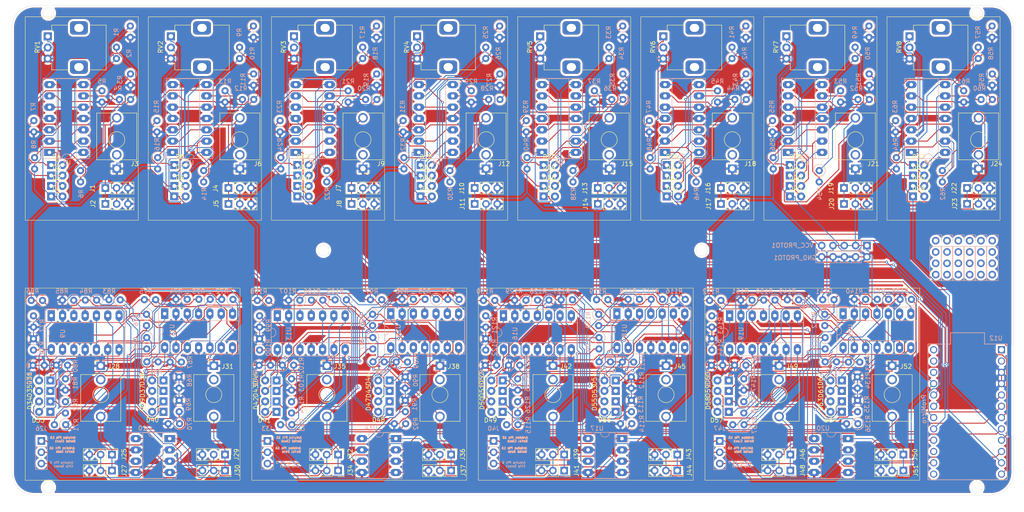
<source format=kicad_pcb>
(kicad_pcb (version 20240108) (generator "pcbnew") (generator_version "8.0")
  (layers (0 "F.Cu" signal) (31 "B.Cu" signal) (34 "B.Paste" user) (35 "F.Paste" user) (36 "B.SilkS" user "B.Silkscreen") (37 "F.SilkS" user "F.Silkscreen") (38 "B.Mask" user) (39 "F.Mask" user) (44 "Edge.Cuts" user))
  (net 0 "")
  (net 1 "GNDREF")
  (net 2 "Net-(U1B--)")
  (net 3 "Net-(D2-K)")
  (net 4 "Net-(U1C--)")
  (net 5 "Net-(D3-K)")
  (net 6 "Net-(U1D--)")
  (net 7 "Net-(D4-K)")
  (net 8 "VCC")
  (net 9 "Net-(U3B--)")
  (net 10 "Net-(U3C--)")
  (net 11 "Net-(D6-K)")
  (net 12 "Net-(D7-K)")
  (net 13 "Net-(D8-K)")
  (net 14 "Net-(U3D--)")
  (net 15 "Net-(D4-A)")
  (net 16 "Net-(D3-A)")
  (net 17 "Net-(D2-A)")
  (net 18 "Net-(D1-A)")
  (net 19 "Net-(D5-A)")
  (net 20 "Net-(D8-A)")
  (net 21 "Net-(D7-A)")
  (net 22 "Net-(D6-A)")
  (net 23 "Net-(D35-K)")
  (net 24 "/Input 1/ANALOG_IN")
  (net 25 "Net-(U7B--)")
  (net 26 "Net-(D26-K)")
  (net 27 "Net-(D41-K)")
  (net 28 "/Input 2/ANALOG_IN")
  (net 29 "Net-(D59-K)")
  (net 30 "Net-(U18D--)")
  (net 31 "Net-(U18C--)")
  (net 32 "Net-(U7C--)")
  (net 33 "Net-(D27-K)")
  (net 34 "Net-(U7D--)")
  (net 35 "Net-(D28-K)")
  (net 36 "Net-(D60-K)")
  (net 37 "/Input 3/ANALOG_IN")
  (net 38 "Net-(U2B--)")
  (net 39 "Net-(U2C--)")
  (net 40 "Net-(U2D--)")
  (net 41 "Net-(D61-K)")
  (net 42 "Net-(U11D--)")
  (net 43 "Net-(D40-K)")
  (net 44 "Net-(U11C--)")
  (net 45 "/Input 4/ANALOG_IN")
  (net 46 "Net-(D10-K)")
  (net 47 "Net-(D11-K)")
  (net 48 "Net-(D12-K)")
  (net 49 "Net-(D62-K)")
  (net 50 "Net-(D33-K)")
  (net 51 "Net-(U9B--)")
  (net 52 "Net-(U9C--)")
  (net 53 "Net-(D39-K)")
  (net 54 "Net-(U11B--)")
  (net 55 "Net-(D38-K)")
  (net 56 "/Input 5/ANALOG_IN")
  (net 57 "Net-(U4B--)")
  (net 58 "Net-(D14-K)")
  (net 59 "Net-(U4C--)")
  (net 60 "Net-(D15-K)")
  (net 61 "Net-(U4D--)")
  (net 62 "Net-(D16-K)")
  (net 63 "Net-(D63-K)")
  (net 64 "Net-(D34-K)")
  (net 65 "/Input 6/ANALOG_IN")
  (net 66 "Net-(U8B--)")
  (net 67 "Net-(D37-K)")
  (net 68 "/Input 7/ANALOG_IN")
  (net 69 "Net-(U5B--)")
  (net 70 "Net-(D18-K)")
  (net 71 "Net-(U5C--)")
  (net 72 "Net-(D19-K)")
  (net 73 "Net-(U5D--)")
  (net 74 "Net-(D20-K)")
  (net 75 "Net-(D64-K)")
  (net 76 "Net-(D30-K)")
  (net 77 "Net-(U8C--)")
  (net 78 "Net-(D31-K)")
  (net 79 "Net-(U8D--)")
  (net 80 "Net-(U9D--)")
  (net 81 "/Input 8/ANALOG_IN")
  (net 82 "Net-(U6B--)")
  (net 83 "Net-(D22-K)")
  (net 84 "Net-(U6C--)")
  (net 85 "Net-(D23-K)")
  (net 86 "Net-(U6D--)")
  (net 87 "Net-(D24-K)")
  (net 88 "Net-(D32-K)")
  (net 89 "Net-(D36-K)")
  (net 90 "Net-(D42-K)")
  (net 91 "Net-(D43-K)")
  (net 92 "Net-(D44-K)")
  (net 93 "Net-(D45-K)")
  (net 94 "Net-(D46-K)")
  (net 95 "Net-(D47-K)")
  (net 96 "Net-(D48-K)")
  (net 97 "Net-(D49-K)")
  (net 98 "Net-(U15B--)")
  (net 99 "Net-(D50-K)")
  (net 100 "Net-(U15C--)")
  (net 101 "Net-(D51-K)")
  (net 102 "Net-(U15D--)")
  (net 103 "Net-(D52-K)")
  (net 104 "Net-(D53-K)")
  (net 105 "Net-(D54-K)")
  (net 106 "Net-(D55-K)")
  (net 107 "Net-(D56-K)")
  (net 108 "Net-(D57-K)")
  (net 109 "Net-(U18B--)")
  (net 110 "Net-(D58-K)")
  (net 119 "Net-(J10-Pin_1)")
  (net 128 "Net-(J22-Pin_1)")
  (net 129 "/Output12/SERIAL_DATA_")
  (net 130 "Net-(U10-VB)")
  (net 131 "Net-(U10-VA)")
  (net 132 "/Output12/SERIAL_CLOCK_")
  (net 133 "/Output12/CHIP_SELECT_")
  (net 134 "/Output34/CHIP_SELECT_")
  (net 135 "/Output56/CHIP_SELECT_")
  (net 136 "/Output78/CHIP_SELECT_")
  (net 137 "Net-(D37-A)")
  (net 138 "Net-(D40-A)")
  (net 139 "Net-(D39-A)")
  (net 140 "Net-(D38-A)")
  (net 141 "Net-(D33-A)")
  (net 142 "Net-(D36-A)")
  (net 143 "Net-(D35-A)")
  (net 144 "Net-(D34-A)")
  (net 145 "Net-(D26-A)")
  (net 146 "Net-(D27-A)")
  (net 147 "Net-(D28-A)")
  (net 148 "Net-(D25-A)")
  (net 149 "Net-(D11-A)")
  (net 150 "Net-(D9-A)")
  (net 151 "Net-(D10-A)")
  (net 152 "Net-(D12-A)")
  (net 153 "Net-(D13-A)")
  (net 154 "Net-(D16-A)")
  (net 155 "Net-(D14-A)")
  (net 156 "Net-(D15-A)")
  (net 157 "Net-(D19-A)")
  (net 158 "Net-(D20-A)")
  (net 159 "Net-(D17-A)")
  (net 160 "Net-(D18-A)")
  (net 161 "Net-(D47-A)")
  (net 162 "Net-(D48-A)")
  (net 163 "Net-(D46-A)")
  (net 164 "Net-(D45-A)")
  (net 165 "Net-(D62-A)")
  (net 166 "Net-(D61-A)")
  (net 167 "Net-(D63-A)")
  (net 168 "Net-(D64-A)")
  (net 169 "Net-(D23-A)")
  (net 170 "Net-(D22-A)")
  (net 171 "Net-(D24-A)")
  (net 172 "Net-(D21-A)")
  (net 173 "Net-(D29-A)")
  (net 174 "Net-(D32-A)")
  (net 175 "Net-(D30-A)")
  (net 176 "Net-(D31-A)")
  (net 177 "Net-(D41-A)")
  (net 178 "Net-(D43-A)")
  (net 179 "Net-(D42-A)")
  (net 180 "Net-(D44-A)")
  (net 181 "Net-(D52-A)")
  (net 182 "Net-(D50-A)")
  (net 183 "Net-(D49-A)")
  (net 184 "Net-(D51-A)")
  (net 185 "Net-(D55-A)")
  (net 186 "Net-(D56-A)")
  (net 187 "Net-(D53-A)")
  (net 188 "Net-(D54-A)")
  (net 189 "Net-(D57-A)")
  (net 190 "Net-(D59-A)")
  (net 191 "Net-(D60-A)")
  (net 192 "Net-(D58-A)")
  (net 196 "Net-(J32-Pin_1)")
  (net 197 "Net-(U19B--)")
  (net 198 "Net-(U19C--)")
  (net 199 "Net-(U19D--)")
  (net 200 "Net-(J50-Pin_1)")
  (net 201 "Net-(U21B--)")
  (net 202 "Net-(U21C--)")
  (net 203 "Net-(J25-Pin_1)")
  (net 204 "Net-(U21D--)")
  (net 205 "Net-(J29-Pin_1)")
  (net 206 "Net-(U13B--)")
  (net 207 "Net-(U13C--)")
  (net 208 "Net-(U13D--)")
  (net 209 "Net-(J36-Pin_1)")
  (net 210 "Net-(J39-Pin_1)")
  (net 211 "Net-(U16B--)")
  (net 212 "Net-(U16C--)")
  (net 213 "Net-(U16D--)")
  (net 214 "Net-(J43-Pin_1)")
  (net 215 "Net-(J46-Pin_1)")
  (net 216 "Net-(J1-Pin_1)")
  (net 217 "Net-(J4-Pin_1)")
  (net 218 "Net-(J19-Pin_1)")
  (net 219 "Net-(J7-Pin_1)")
  (net 220 "Net-(J13-Pin_1)")
  (net 221 "Net-(J16-Pin_1)")
  (net 222 "Net-(U13A-+)")
  (net 223 "Net-(U14-VA)")
  (net 224 "Net-(U17-VA)")
  (net 225 "Net-(U16A-+)")
  (net 226 "Net-(U19A-+)")
  (net 227 "Net-(U20-VA)")
  (footprint "LED_THT:LED_SideEmitter_Rectangular_W4.5mm_H1.6mm" (layer "F.Cu") (at 74.45 105.46 180)
    (property "Reference" "D42")
    (property "Value" "Blue")
  )
  (footprint "LED_THT:LED_SideEmitter_Rectangular_W4.5mm_H1.6mm" (layer "F.Cu") (at 125.25 100.75 180)
    (property "Reference" "D52")
    (property "Value" "Red")
  )
  (footprint "LED_THT:LED_SideEmitter_Rectangular_W4.5mm_H1.6mm" (layer "F.Cu") (at 106.801 59.41)
    (property "Reference" "D13")
    (property "Value" "White")
  )
  (footprint "LED_THT:LED_SideEmitter_Rectangular_W4.5mm_H1.6mm" (layer "F.Cu") (at 125.25 103.11 180)
    (property "Reference" "D51")
    (property "Value" "Yellow")
  )
  (footprint "Connector_PinHeader_2.54mm:PinHeader_1x03_P2.54mm_Vertical" (layer "F.Cu") (at 146.618 57.52 90)
    (property "Reference" "J13")
    (property "Value" "Conn_01x03_Male_Pin")
  )
  (footprint "LED_THT:LED_SideEmitter_Rectangular_W4.5mm_H1.6mm" (layer "F.Cu") (at 162.115 59.41)
    (property "Reference" "D21")
    (property "Value" "White")
  )
  (footprint "LED_THT:LED_SideEmitter_Rectangular_W4.5mm_H1.6mm" (layer "F.Cu") (at 176.05 107.81 180)
    (property "Reference" "D57")
    (property "Value" "White")
  )
  (footprint "Connector_PinSocket_2.54mm:PinSocket_1x03_P2.54mm_Vertical" (layer "F.Cu") (at 37.48 121 -90)
    (property "Reference" "J27")
    (property "Value" "Conn_01x03_Female_Pin")
  )
  (footprint "LED_THT:LED_SideEmitter_Rectangular_W4.5mm_H1.6mm" (layer "F.Cu") (at 176.05 100.75 180)
    (property "Reference" "D60")
    (property "Value" "Red")
  )
  (footprint "Connector_PinHeader_2.54mm:PinHeader_1x03_P2.54mm_Vertical" (layer "F.Cu") (at 63.647 57.52 90)
    (property "Reference" "J4")
    (property "Value" "Conn_01x03_Male_Pin")
  )
  (footprint "LED_THT:LED_SideEmitter_Rectangular_W4.5mm_H1.6mm" (layer "F.Cu") (at 125.25 107.81 180)
    (property "Reference" "D49")
    (property "Value" "White")
  )
  (footprint "Connector_PinSocket_2.54mm:PinSocket_1x03_P2.54mm_Vertical" (layer "F.Cu") (at 113.68 121 -90)
    (property "Reference" "J37")
    (property "Value" "Conn_01x03_Female_Pin")
  )
  (footprint "LED_THT:LED_SideEmitter_Rectangular_W4.5mm_H1.6mm" (layer "F.Cu") (at 79.144 54.71)
    (property "Reference" "D11")
    (property "Value" "Yellow")
  )
  (footprint "LED_THT:LED_SideEmitter_Rectangular_W4.5mm_H1.6mm" (layer "F.Cu") (at 79.144 57.06)
    (property "Reference" "D10")
    (property "Value" "Blue")
  )
  (footprint "Connector_PinHeader_2.54mm:PinHeader_1x03_P2.54mm_Vertical" (layer "F.Cu") (at 35.99 57.52 90)
    (property "Reference" "J1")
    (property "Value" "Conn_01x03_Male_Pin")
  )
  (footprint "LED_THT:LED_SideEmitter_Rectangular_W4.5mm_H1.6mm" (layer "F.Cu") (at 51.487 54.71)
    (property "Reference" "D7")
    (property "Value" "Yellow")
  )
  (footprint "Connector_Audio:Jack_3.5mm_QingPu_WQP-PJ398SM_Vertical_CircularHoles" (layer "F.Cu") (at 187.36 97.45)
    (property "Reference" "J49")
    (property "Value" "AudioJack2_SwitchT")
  )
  (footprint "Connector_PinSocket_2.54mm:PinSocket_1x03_P2.54mm_Vertical" (layer "F.Cu") (at 62.88 121 -90)
    (property "Reference" "J30")
    (property "Value" "Conn_01x03_Female_Pin")
  )
  (footprint "LED_THT:LED_SideEmitter_Rectangular_W4.5mm_H1.6mm" (layer "F.Cu") (at 51.487 52.36)
    (property "Reference" "D8")
    (property "Value" "Red")
  )
  (footprint "Connector_PinHeader_2.54mm:PinHeader_1x03_P2.54mm_Vertical" (layer "F.Cu") (at 118.961 57.52 90)
    (property "Reference" "J10")
    (property "Value" "Conn_01x03_Male_Pin")
  )
  (footprint "Connector_Audio:Jack_3.5mm_QingPu_WQP-PJ398SM_Vertical_CircularHoles" (layer "F.Cu") (at 136.56 97.45)
    (property "Reference" "J42")
    (property "Value" "AudioJack2_SwitchT")
  )
  (footprint "LED_THT:LED_SideEmitter_Rectangular_W4.5mm_H1.6mm" (layer "F.Cu") (at 134.458 54.71)
    (property "Reference" "D19")
    (property "Value" "Yellow")
  )
  (footprint "Connector_PinSocket_2.54mm:PinSocket_1x03_P2.54mm_Vertical" (layer "F.Cu") (at 189.88 121 -90)
    (property "Reference" "J48")
    (property "Value" "Conn_01x03_Female_Pin")
  )
  (footprint "Connector_Audio:Jack_3.5mm_QingPu_WQP-PJ398SM_Vertical_CircularHoles" (layer "F.Cu") (at 66.217 53.15 180)
    (property "Reference" "J6")
    (property "Value" "AudioJack2_SwitchT")
  )
  (footprint "Connector_PinHeader_2.54mm:PinHeader_1x03_P2.54mm_Vertical" (layer "F.Cu") (at 139.08 117.4 -90)
    (property "Reference" "J39")
    (property "Value" "Conn_01x03_Male_Pin")
  )
  (footprint "LED_THT:LED_SideEmitter_Rectangular_W4.5mm_H1.6mm" (layer "F.Cu") (at 162.115 52.36)
    (property "Reference" "D24")
    (property "Value" "Red")
  )
  (footprint "Connector_PinSocket_2.54mm:PinSocket_1x03_P2.54mm_Vertical" (layer "F.Cu") (at 91.314 61.09 90)
    (property "Reference" "J8")
    (property "Value" "Conn_01x03_Female_Pin")
  )
  (footprint "Potentiometer_THT:Potentiometer_Alps_RK09K_Single_Vertical" (layer "F.Cu") (at 23.06 23.45)
    (property "Reference" "RV1")
    (property "Value" "R_Potentiometer_MountingPin")
  )
  (footprint "LED_THT:LED_SideEmitter_Rectangular_W4.5mm_H1.6mm" (layer "F.Cu") (at 23.83 54.71)
    (property "Reference" "D3")
    (property "Value" "Yellow")
  )
  (footprint "LED_THT:LED_SideEmitter_Rectangular_W4.5mm_H1.6mm" (layer "F.Cu") (at 176.05 105.46 180)
    (property "Reference" "D58")
    (property "Value" "Blue")
  )
  (footprint "LED_THT:LED_SideEmitter_Rectangular_W4.5mm_H1.6mm" (layer "F.Cu") (at 23.65 105.46 180)
    (property "Reference" "D34")
    (property "Value" "Blue")
  )
  (footprint "LED_THT:LED_SideEmitter_Rectangular_W4.5mm_H1.6mm" (layer "F.Cu") (at 134.458 52.36)
    (property "Reference" "D20")
    (property "Value" "Red")
  )
  (footprint "Connector_PinSocket_2.54mm:PinSocket_1x03_P2.54mm_Vertical" (layer "F.Cu") (at 164.48 121 -90)
    (property "Reference" "J44")
    (property "Value" "Conn_01x03_Female_Pin")
  )
  (footprint "LED_THT:LED_SideEmitter_Rectangular_W4.5mm_H1.6mm" (layer "F.Cu") (at 74.45 103.11 180)
    (property "Reference" "D43")
    (property "Value" "Yellow")
  )
  (footprint "Connector_Audio:Jack_3.5mm_QingPu_WQP-PJ398SM_Vertical_CircularHoles" (layer "F.Cu") (at 232.159 53.15 180)
    (property "Reference" "J24")
    (property "Value" "AudioJack2_SwitchT")
  )
  (footprint "Potentiometer_THT:Potentiometer_Alps_RK09K_Single_Vertical" (layer "F.Cu") (at 216.659 23.45)
    (property "Reference" "RV8")
    (property "Value" "R_Potentiometer_MountingPin")
  )
  (footprint "Connector_Audio:Jack_3.5mm_QingPu_WQP-PJ398SM_Vertical_CircularHoles" (layer "F.Cu") (at 34.96 97.45)
    (property "Reference" "J28")
    (property "Value" "AudioJack2_SwitchT")
  )
  (footprint "LED_THT:LED_SideEmitter_Rectangular_W4.5mm_H1.6mm" (layer "F.Cu") (at 150.65 105.45 180)
    (property "Reference" "D55")
    (property "Value" "Yellow")
  )
  (footprint "Connector_PinHeader_2.54mm:PinHeader_1x03_P2.54mm_Vertical" (layer "F.Cu") (at 174.275 57.52 90)
    (property "Reference" "J16")
    (property "Value" "Conn_01x03_Male_Pin")
  )
  (footprint "Connector_PinHeader_2.54mm:PinHeader_1x03_P2.54mm_Vertical" (layer "F.Cu") (at 88.28 117.4 -90)
    (property "Reference" "J32")
    (property "Value" "Conn_01x03_Male_Pin")
  )
  (footprint "LED_THT:LED_SideEmitter_Rectangular_W4.5mm_H1.6mm" (layer "F.Cu") (at 162.115 54.71)
    (property "Reference" "D23")
    (property "Value" "Yellow")
  )
  (footprint "LED_THT:LED_SideEmitter_Rectangular_W4.5mm_H1.6mm" (layer "F.Cu") (at 176.05 103.11 180)
    (property "Reference" "D59")
    (property "Value" "Yellow")
  )
  (footprint "LED_THT:LED_SideEmitter_Rectangular_W4.5mm_H1.6mm" (layer "F.Cu") (at 134.458 57.06)
    (property "Reference" "D18")
    (property "Value" "Blue")
  )
  (footprint "LED_THT:LED_SideEmitter_Rectangular_W4.5mm_H1.6mm" (layer "F.Cu") (at 201.45 100.75 180)
    (property "Reference" "D61")
    (property "Value" "White")
  )
  (footprint "Connector_PinHeader_2.54mm:PinHeader_1x03_P2.54mm_Vertical" (layer "F.Cu") (at 113.68 117.4 -90)
    (property "Reference" "J36")
    (property "Value" "Conn_01x03_Male_Pin")
  )
  (footprint "Connector_PinHeader_2.54mm:PinHeader_1x03_P2.54mm_Vertical" (layer "F.Cu") (at 189.88 117.4 -90)
    (property "Reference" "J46")
    (property "Value" "Conn_01x03_Male_Pin")
  )
  (footprint "LED_THT:LED_SideEmitter_Rectangular_W4.5mm_H1.6mm" (layer "F.Cu") (at 106.801 54.71)
    (property "Reference" "D15")
    (property "Value" "Yellow")
  )
  (footprint "Connector_Audio:Jack_3.5mm_QingPu_WQP-PJ398SM_Vertical_CircularHoles" (layer "F.Cu") (at 204.502 53.15 180)
    (property "Reference" "J21")
    (property "Value" "AudioJack2_SwitchT")
  )
  (footprint "LED_THT:LED_SideEmitter_Rectangular_W4.5mm_H1.6mm" (layer "F.Cu") (at 99.85 105.45 180)
    (property "Reference" "D47")
    (property "Value" "Yellow")
  )
  (footprint "Connector_Audio:Jack_3.5mm_QingPu_WQP-PJ398SM_Vertical_CircularHoles" (layer "F.Cu") (at 111.16 97.45)
    (property "Reference" "J38")
    (property "Value" "AudioJack2_SwitchT")
  )
  (footprint "LED_THT:LED_SideEmitter_Rectangular_W4.5mm_H1.6mm" (layer "F.Cu") (at 150.65 103.1 180)
    (property "Reference" "D54")
    (property "Value" "Blue")
  )
  (footprint "LED_THT:LED_SideEmitter_Rectangular_W4.5mm_H1.6mm" (layer "F.Cu") (at 150.65 107.8 180)
    (property "Reference" "D56")
    (property "Value" "Red")
  )
  (footprint "LED_THT:LED_SideEmitter_Rectangular_W4.5mm_H1.6mm" (layer "F.Cu") (at 51.487 59.41)
    (property "Reference" "D5")
    (property "Value" "White")
  )
  (footprint "LED_THT:LED_SideEmitter_Rectangular_W4.5mm_H1.6mm" (layer "F.Cu") (at 23.65 100.75 180)
    (property "Reference" "D36")
    (property "Value" "Red")
  )
  (footprint "Connector_PinHeader_2.54mm:PinHeader_1x03_P2.54mm_Vertical" (layer "F.Cu") (at 201.932 57.52 90)
    (property "Reference" "J19")
    (property "Value" "Conn_01x03_Male_Pin")
  )
  (footprint "LED_THT:LED_SideEmitter_Rectangular_W4.5mm_H1.6mm" (layer "F.Cu") (at 217.429 54.71)
    (property "Reference" "D31")
    (property "Value" "Yellow")
  )
  (footprint "LED_THT:LED_SideEmitter_Rectangular_W4.5mm_H1.6mm" (layer "F.Cu") (at 201.45 107.8 180)
    (property "Reference" "D64")
    (property "Value" "Red")
  )
  (footprint "Connector_PinSocket_2.54mm:PinSocket_1x03_P2.54mm_Vertical" (layer "F.Cu") (at 88.28 121 -90)
    (property "Reference" "J34")
    (property "Value" "Conn_01x03_Female_Pin")
  )
  (footprint "LED_THT:LED_SideEmitter_Rectangular_W4.5mm_H1.6mm" (layer "F.Cu") (at 23.65 103.11 180)
    (property "Reference" "D35")
    (property "Value" "Yellow")
  )
  (footprint "Connector_Audio:Jack_3.5mm_QingPu_WQP-PJ398SM_Vertical_CircularHoles" (layer "F.Cu") (at 121.531 53.15 180)
    (property "Reference" "J12")
    (property "Value" "AudioJack2_SwitchT")
  )
  (footprint "LED_THT:LED_SideEmitter_Rectangular_W4.5mm_H1.6mm" (layer "F.Cu") (at 106.801 57.06)
    (property "Reference" "D14")
    (property "Value" "Blue")
  )
  (footprint "LED_THT:LED_SideEmitter_Rectangular_W4.5mm_H1.6mm" (layer "F.Cu") (at 150.65 100.75 180)
    (property "Reference" "D53")
    (property "Value" "White")
  )
  (footprint "Connector_PinHeader_2.54mm:PinHeader_1x03_P2.54mm_Vertical" (layer "F.Cu") (at 229.589 57.52 90)
    (property "Reference" "J22")
    (property "Value" "Conn_01x03_Male_Pin")
  )
  (footprint "Potentiometer_THT:Potentiometer_Alps_RK09K_Single_Vertical" (layer "F.Cu") (at 50.717 23.45)
    (property "Reference" "RV2")
    (property "Value" "R_Potentiometer_MountingPin")
  )
  (footprint "LED_THT:LED_SideEmitter_Rectangular_W4.5mm_H1.6mm" (layer "F.Cu") (at 51.487 57.06)
    (property "Reference" "D6")
    (property "Value" "Blue")
  )
  (footprint "Connector_PinHeader_2.54mm:PinHeader_1x03_P2.54mm_Vertical" (layer "F.Cu") (at 37.48 117.4 -90)
    (property "Reference" "J25")
    (property "Value" "Conn_01x03_Male_Pin")
  )
  (footprint "Connector_PinSocket_2.54mm:PinSocket_1x03_P2.54mm_Vertical" (layer "F.Cu") (at 36 61.09 90)
    (property "Reference" "J2")
    (property "Value" "Conn_01x03_Female_Pin")
  )
  (footprint "LED_THT:LED_SideEmitter_Rectangular_W4.5mm_H1.6mm" (layer "F.Cu") (at 49.05 107.8 180)
    (property "Reference" "D40")
    (property "Value" "Red")
  )
  (footprint "LED_THT:LED_SideEmitter_Rectangular_W4.5mm_H1.6mm" (layer "F.Cu") (at 74.45 107.81 180)
    (property "Reference" "D41")
    (property "Value" "White")
  )
  (footprint "LED_THT:LED_SideEmitter_Rectangular_W4.5mm_H1.6mm" (layer "F.Cu") (at 217.429 52.36)
    (property "Reference" "D32")
    (property "Value" "Red")
  )
  (footprint "LED_THT:LED_SideEmitter_Rectangular_W4.5mm_H1.6mm" (layer "F.Cu") (at 99.85 100.75 180)
    (property "Reference" "D45")
    (property "Value" "White")
  )
  (footprint "Connector_PinSocket_2.54mm:PinSocket_1x03_P2.54mm_Vertical" (layer "F.Cu") (at 146.628 61.09 90)
    (property "Reference" "J14")
    (property "Value" "Conn_01x03_Female_Pin")
  )
  (footprint "LED_THT:LED_SideEmitter_Rectangular_W4.5mm_H1.6mm" (layer "F.Cu") (at 23.83 59.41)
    (property "Reference" "D1")
    (property "Value" "White")
  )
  (footprint "LED_THT:LED_SideEmitter_Rectangular_W4.5mm_H1.6mm" (layer "F.Cu") (at 99.85 103.1 180)
    (property "Reference" "D46")
    (property "Value" "Blue")
  )
  (footprint "Connector_PinSocket_2.54mm:PinSocket_1x03_P2.54mm_Vertical" (layer "F.Cu") (at 63.657 61.09 90)
    (property "Reference" "J5")
    (property "Value" "Conn_01x03_Female_Pin")
  )
  (footprint "LED_THT:LED_SideEmitter_Rectangular_W4.5mm_H1.6mm" (layer "F.Cu") (at 49.05 105.45 180)
    (property "Reference" "D39")
    (property "Value" "Yellow")
  )
  (footprint "Connector_Audio:Jack_3.5mm_QingPu_WQP-PJ398SM_Vertical_CircularHoles" (layer "F.Cu") (at 149.188 53.15 180)
    (property "Reference" "J15")
    (property "Value" "AudioJack2_SwitchT")
  )
  (footprint "LED_THT:LED_SideEmitter_Rectangular_W4.5mm_H1.6mm" (layer "F.Cu") (at 74.45 100.75 180)
    (property "Reference" "D44")
    (property "Value" "Red")
  )
  (footprint "LED_THT:LED_SideEmitter_Rectangular_W4.5mm_H1.6mm" (layer "F.Cu") (at 217.429 57.06)
    (property "Reference" "D30")
    (property "Value" "Blue")
  )
  (footprint "LED_THT:LED_SideEmitter_Rectangular_W4.5mm_H1.6mm" (layer "F.Cu") (at 99.85 107.8 180)
    (property "Reference" "D48")
    (property "Value" "Red")
  )
  (footprint "LED_THT:LED_SideEmitter_Rectangular_W4.5mm_H1.6mm" (layer "F.Cu") (at 49.05 103.1 180)
    (property "Reference" "D38")
    (property "Value" "Blue")
  )
  (footprint "Connector_PinHeader_2.54mm:PinHeader_1x03_P2.54mm_Vertical" (layer "F.Cu") (at 164.48 117.4 -90)
    (property "Reference" "J43")
    (property "Value" "Conn_01x03_Male_Pin")
  )
  (footprint "Potentiometer_THT:Potentiometer_Alps_RK09K_Single_Vertical" (layer "F.Cu") (at 133.688 23.45)
    (property "Reference" "RV5")
    (property "Value" "R_Potentiometer_MountingPin")
  )
  (footprint "Connector_PinHeader_2.54mm:PinHeader_1x03_P2.54mm_Vertical" (layer "F.Cu") (at 91.304 57.52 90)
    (property "Reference" "J7")
    (property "Value" "Conn_01x03_Male_Pin")
  )
  (footprint "LED_THT:LED_SideEmitter_Rectangular_W4.5mm_H1.6mm" (layer "F.Cu") (at 217.429 59.41)
    (property "Reference" "D29")
    (property "Value" "White")
  )
  (footprint "LED_THT:LED_SideEmitter_Rectangular_W4.5mm_H1.6mm" (layer "F.Cu") (at 106.801 52.36)
    (property "Reference" "D16")
    (property "Value" "Red")
  )
  (footprint "LED_THT:LED_SideEmitter_Rectangular_W4.5mm_H1.6mm" (layer "F.Cu") (at 189.772 52.36)
    (property "Reference" "D28")
    (property "Value" "Red")
  )
  (footprint "Connector_PinSocket_2.54mm:PinSocket_1x03_P2.54mm_Vertical" (layer "F.Cu") (at 201.942 61.09 90)
    (property "Reference" "J20")
    (property "Value" "Conn_01x03_Female_Pin")
  )
  (footprint "LED_THT:LED_SideEmitter_Rectangular_W4.5mm_H1.6mm" (layer "F.Cu") (at 201.45 103.1 180)
    (property "Reference" "D62")
    (property "Value" "Blue")
  )
  (footprint "Connector_Audio:Jack_3.5mm_QingPu_WQP-PJ398SM_Vertical_CircularHoles" (layer "F.Cu") (at 85.76 97.45)
    (property "Reference" "J35")
    (property "Value" "AudioJack2_SwitchT")
  )
  (footprint "LED_THT:LED_SideEmitter_Rectangular_W4.5mm_H1.6mm" (layer "F.Cu") (at 201.45 105.45 180)
    (property "Reference" "D63")
    (property "Value" "Yellow")
  )
  (footprint "Potentiometer_THT:Potentiometer_Alps_RK09K_Single_Vertical" (layer "F.Cu") (at 161.345 23.45)
    (property "Reference" "RV6")
    (property "Value" "R_Potentiometer_MountingPin")
  )
  (footprint "Potentiometer_THT:Potentiometer_Alps_RK09K_Single_Vertical" (layer "F.Cu") (at 189.002 23.45)
    (property "Reference" "RV7")
    (property "Value" "R_Potentiometer_MountingPin")
  )
  (footprint "Connector_PinHeader_2.54mm:PinHeader_1x03_P2.54mm_Vertical" (layer "F.Cu") (at 62.88 117.4 -90)
    (property "Reference" "J29")
    (property "Value" "Conn_01x03_Male_Pin")
  )
  (footprint "LED_THT:LED_SideEmitter_Rectangular_W4.5mm_H1.6mm" (layer "F.Cu") (at 125.25 105.46 180)
    (property "Reference" "D50")
    (property "Value" "Blue")
  )
  (footprint "Connector_Audio:Jack_3.5mm_QingPu_WQP-PJ398SM_Vertical_CircularHoles" (layer "F.Cu") (at 38.56 53.15 180)
    (property "Reference" "J3")
    (property "Value" "AudioJack2_SwitchT")
  )
  (footprint "LED_THT:LED_SideEmitter_Rectangular_W4.5mm_H1.6mm" (layer "F.Cu") (at 23.83 52.36)
    (property "Reference" "D4")
    (property "Value" "Red")
  )
  (footprint "LED_THT:LED_SideEmitter_Rectangular_W4.5mm_H1.6mm" (layer "F.Cu") (at 189.772 59.41)
    (property "Reference" "D25")
    (property "Value" "White")
  )
  (footprint "LED_THT:LED_SideEmitter_Rectangular_W4.5mm_H1.6mm" (layer "F.Cu") (at 134.458 59.41)
    (property "Reference" "D17")
    (property "Value" "White")
  )
  (footprint "Connector_PinSocket_2.54mm:PinSocket_1x03_P2.54mm_Vertical" (layer "F.Cu") (at 118.971 61.09 90)
    (property "Reference" "J11")
    (property "Value" "Conn_01x03_Female_Pin")
  )
  (footprint "Potentiometer_THT:Potentiometer_Alps_RK09K_Single_Vertical" (layer "F.Cu") (at 78.374 23.45)
    (property "Reference" "RV3")
    (property "Value" "R_Potentiometer_MountingPin")
  )
  (footprint "Connector_PinSocket_2.54mm:PinSocket_1x03_P2.54mm_Vertical" (layer "F.Cu") (at 215.28 121 -90)
    (property "Reference" "J51")
    (property "Value" "Conn_01x03_Female_Pin")
  )
  (footprint "LED_THT:LED_SideEmitter_Rectangular_W4.5mm_H1.6mm" (layer "F.Cu") (at 79.144 59.41)
    (property "Reference" "D9")
    (property "Value" "White")
  )
  (footprint "Connector_Audio:Jack_3.5mm_QingPu_WQP-PJ398SM_Vertical_CircularHoles" (layer "F.Cu") (at 93.874 53.15 180)
    (property "Reference" "J9")
    (property "Value" "AudioJack2_SwitchT")
  )
  (footprint "Connector_PinSocket_2.54mm:PinSocket_1x03_P2.54mm_Vertical" (layer "F.Cu") (at 139.08 121 -90)
    (property "Reference" "J41")
    (property "Value" "Conn_01x03_Female_Pin")
  )
  (footprint "LED_THT:LED_SideEmitter_Rectangular_W4.5mm_H1.6mm" (layer "F.Cu") (at 49.05 100.75 180)
    (property "Reference" "D37")
    (property "Value" "White")
  )
  (footprint "LED_THT:LED_SideEmitter_Rectangular_W4.5mm_H1.6mm" (layer "F.Cu") (at 189.772 54.71)
    (property "Reference" "D27")
    (property "Value" "Yellow")
  )
  (footprint "Potentiometer_THT:Potentiometer_Alps_RK09K_Single_Vertical" (layer "F.Cu") (at 106.031 23.45)
    (property "Reference" "RV4")
    (property "Value" "R_Potentiometer_MountingPin")
  )
  (footprint "Connector_Audio:Jack_3.5mm_QingPu_WQP-PJ398SM_Vertical_CircularHoles" (layer "F.Cu") (at 212.76 97.45)
    (property "Reference" "J52")
    (property "Value" "AudioJack2_SwitchT")
  )
  (footprint "LED_THT:LED_SideEmitter_Rectangular_W4.5mm_H1.6mm" (layer "F.Cu") (at 79.144 52.36)
    (property "Reference" "D12")
    (property "Value" "Red")
  )
  (footprint "Connector_Audio:Jack_3.5mm_QingPu_WQP-PJ398SM_Vertical_CircularHoles" (layer "F.Cu") (at 176.845 53.15 180)
    (property "Reference" "J18")
    (property "Value" "AudioJack2_SwitchT")
  )
  (footprint "Connector_Audio:Jack_3.5mm_QingPu_WQP-PJ398SM_Vertical_CircularHoles" (layer "F.Cu") (at 161.96 97.45)
    (property "Reference" "J45")
    (property "Value" "AudioJack2_SwitchT")
  )
  (footprint "Connector_PinSocket_2.54mm:PinSocket_1x03_P2.54mm_Vertical" (layer "F.Cu") (at 174.285 61.09 90)
    (property "Reference" "J17")
    (property "Value" "Conn_01x03_Female_Pin")
  )
  (footprint "LED_THT:LED_SideEmitter_Rectangular_W4.5mm_H1.6mm" (layer "F.Cu") (at 189.772 57.06)
    (property "Reference" "D26")
    (property "Value" "Blue")
  )
  (footprint "Connector_Audio:Jack_3.5mm_QingPu_WQP-PJ398SM_Vertical_CircularHoles" (layer "F.Cu") (at 60.36 97.45)
    (property "Reference" "J31")
    (property "Value" "AudioJack2_SwitchT")
  )
  (footprint "LED_THT:LED_SideEmitter_Rectangular_W4.5mm_H1.6mm" (layer "F.Cu") (at 23.65 107.81 180)
    (property "Reference" "D33")
    (property "Value" "White")
  )
  (footprint "LED_THT:LED_SideEmitter_Rectangular_W4.5mm_H1.6mm" (layer "F.Cu") (at 162.115 57.06)
    (property "Reference" "D22")
    (property "Value" "Blue")
  )
  (footprint "Connector_PinHeader_2.54mm:PinHeader_1x03_P2.54mm_Vertical" (layer "F.Cu") (at 215.28 117.4 -90)
    (property "Reference" "J50")
    (property "Value" "Conn_01x03_Male_Pin")
  )
  (footprint "LED_THT:LED_SideEmitter_Rectangular_W4.5mm_H1.6mm" (layer "F.Cu") (at 23.83 57.06)
    (property "Reference" "D2")
    (property "Value" "Blue")
  )
  (footprint "Connector_PinSocket_2.54mm:PinSocket_1x03_P2.54mm_Vertical" (layer "F.Cu") (at 229.599 61.09 90)
    (property "Reference" "J23")
    (property "Value" "Conn_01x03_Female_Pin")
  )
  (footprint "Resistor_THT:R_Axial_DIN0207_L6.3mm_D2.5mm_P2.54mm_Vertical" (layer "B.Cu") (at 90.544 35.675 -90)
    (property "Reference" "R21")
    (property "Value" "1k")
  )
  (footprint "Resistor_THT:R_Axial_DIN0207_L6.3mm_D2.5mm_P2.54mm_Vertical" (layer "B.Cu") (at 124.621 31.89 -90)
    (property "Reference" "R27")
    (property "Value" "1k")
  )
  (footprint "Package_DIP:DIP-14_W7.62mm_Socket_LongPads" (layer "B.Cu") (at 51.107 49.52)
    (property "Reference" "U2")
    (property "Value" "MCP6004")
  )
  (footprint "Resistor_THT:R_Axial_DIN0207_L6.3mm_D2.5mm_P2.54mm_Vertical" (layer "B.Cu") (at 152.135 96.62)
    (property "Reference" "R111")
    (property "Value" "470R")
  )
  (footprint "Resistor_THT:R_Axial_DIN0207_L6.3mm_D2.5mm_P2.54mm_Vertical" (layer "B.Cu") (at 27.03 105.53 -90)
    (property "Reference" "R82")
    (property "Value" "2k")
  )
  (footprint "Resistor_THT:R_Axial_DIN0207_L6.3mm_D2.5mm_P2.54mm_Vertical" (layer "B.Cu") (at 186.44 82.7 180)
    (property "Reference" "R150")
    (property "Value" "2.5k")
  )
  (footprint "Resistor_THT:R_Axial_DIN0207_L6.3mm_D2.5mm_P2.54mm_Vertical" (layer "B.Cu") (at 181.29 82.73 180)
    (property "Reference" "R151")
    (property "Value" "1k")
  )
  (footprint "Resistor_THT:R_Axial_DIN0207_L6.3mm_D2.5mm_P2.54mm_Vertical" (layer "B.Cu") (at 96.12 96.57)
    (property "Reference" "R88")
    (property "Value" "1k")
  )
  (footprint "Resistor_THT:R_Axial_DIN0207_L6.3mm_D2.5mm_P2.54mm_Vertical" (layer "B.Cu") (at 191.74 82.63 180)
    (property "Reference" "R149")
    (property "Value" "1k")
  )
  (footprint "Resistor_THT:R_Axial_DIN0207_L6.3mm_D2.5mm_P2.54mm_Vertical" (layer "B.Cu") (at 52.55 99.955 -90)
    (property "Reference" "R68")
    (property "Value" "2k")
  )
  (footprint "Resistor_THT:R_Axial_DIN0207_L6.3mm_D2.5mm_P2.54mm_Vertical" (layer "B.Cu") (at 128.63 100.38 -90)
    (property "Reference" "R125")
    (property "Value" "1k")
  )
  (footprint "Module:ProMicro-EnforcedTop" (layer "B.Cu") (at 229.7 107.82 -90)
    (property "Reference" "U12")
    (property "Value" "ProMicro")
  )
  (footprint "Resistor_THT:R_Axial_DIN0207_L6.3mm_D2.5mm_P2.54mm_Vertical" (layer "B.Cu") (at 154.19 105.235 -90)
    (property "Reference" "R113")
    (property "Value" "5k")
  )
  (footprint "Resistor_THT:R_Axial_DIN0207_L6.3mm_D2.5mm_P2.54mm_Vertical" (layer "B.Cu") (at 228.829 35.675 -90)
    (property "Reference" "R61")
    (property "Value" "1k")
  )
  (footprint "Resistor_THT:R_Axial_DIN0207_L6.3mm_D2.5mm_P2.54mm_Vertical" (layer "B.Cu") (at 130.49 82.73 180)
    (property "Reference" "R129")
    (property "Value" "1k")
  )
  (footprint "Resistor_THT:R_Axial_DIN0207_L6.3mm_D2.5mm_P2.54mm_Vertical" (layer "B.Cu") (at 69.307 31.89 -90)
    (property "Reference" "R11")
    (property "Value" "1k")
  )
  (footprint "Resistor_THT:R_Axial_DIN0207_L6.3mm_D2.5mm_P2.54mm_Vertical" (layer "B.Cu") (at 24.965 97.32)
    (property "Reference" "R80")
    (property "Value" "5k")
  )
  (footprint "Resistor_THT:R_Axial_DIN0207_L6.3mm_D2.5mm_P2.54mm_Vertical" (layer "B.Cu") (at 146.83 85.885 -90)
    (property "Reference" "R120")
    (property "Value" "10k")
  )
  (footprint "Resistor_THT:R_Axial_DIN0207_L6.3mm_D2.5mm_P2.54mm_Vertical" (layer "B.Cu") (at 113.401 53.6 -90)
    (property "Reference" "R30")
    (property "Value" "2.5k")
  )
  (footprint "Package_DIP:DIP-14_W7.62mm_Socket_LongPads" (layer "B.Cu") (at 217.049 49.52)
    (property "Reference" "U8")
    (property "Value" "MCP6004")
  )
  (footprint "Resistor_THT:R_Axial_DIN0207_L6.3mm_D2.5mm_P2.54mm_Vertical" (layer "B.Cu") (at 50.535 96.62)
    (property "Reference" "R67")
    (property "Value" "470R")
  )
  (footprint "Resistor_THT:R_Axial_DIN0207_L6.3mm_D2.5mm_P2.54mm_Vertical" (layer "B.Cu") (at 123.485 82.77 180)
    (property "Reference" "R130")
    (property "Value" "500")
  )
  (footprint "Resistor_THT:R_Axial_DIN0207_L6.3mm_D2.5mm_P2.54mm_Vertical" (layer "B.Cu") (at 19.93 42.37 -90)
    (property "Reference" "R7")
    (property "Value" "1k")
  )
  (footprint "Resistor_THT:R_Axial_DIN0207_L6.3mm_D2.5mm_P2.54mm_Vertical" (layer "B.Cu") (at 179.43 100.38 -90)
    (property "Reference" "R147")
    (property "Value" "1k")
  )
  (footprint "Resistor_THT:R_Axial_DIN0207_L6.3mm_D2.5mm_P2.54mm_Vertical" (layer "B.Cu") (at 158.215 42.37 -90)
    (property "Reference" "R47")
    (property "Value" "1k")
  )
  (footprint "Resistor_THT:R_Axial_DIN0207_L6.3mm_D2.5mm_P2.54mm_Vertical" (layer "B.Cu") (at 52.66 110.47 180)
    (property "Reference" "R70")
    (property "Value" "1k")
  )
  (footprint "Resistor_THT:R_Axial_DIN0207_L6.3mm_D2.5mm_P2.54mm_Vertical" (layer "B.Cu") (at 45.23 85.885 -90)
    (property "Reference" "R76")
    (property "Value" "10k")
  )
  (footprint "Package_DIP:DIP-14_W7.62mm_Socket_LongPads" (layer "B.Cu") (at 74.64 86.18 -90)
    (property "Reference" "U13")
    (property "Value" "MCP6004")
  )
  (footprint "Resistor_THT:R_Axial_DIN0207_L6.3mm_D2.5mm_P2.54mm_Vertical" (layer "B.Cu") (at 103.39 105.235 -90)
    (property "Reference" "R91")
    (property "Value" "5k")
  )
  (footprint "Resistor_THT:R_Axial_DIN0207_L6.3mm_D2.5mm_P2.54mm_Vertical" (layer "B.Cu") (at 62.887 35.675 -90)
    (property "Reference" "R13")
    (property "Value" "1k")
  )
  (footprint "Resistor_THT:R_Axial_DIN0207_L6.3mm_D2.5mm_P2.54mm_Vertical" (layer "B.Cu") (at 19.75 97.35)
    (property "Reference" "R79")
    (property "Value" "2k")
  )
  (footprint "Resistor_THT:R_Axial_DIN0207_L6.3mm_D2.5mm_P2.54mm_Vertical" (layer "B.Cu") (at 124.646 37.63 180)
    (property "Reference" "R28")
    (property "Value" "2k")
  )
  (footprint "Connector_PinHeader_2.54mm:PinHeader_1x04_P2.54mm_Vertical" (layer "B.Cu") (at 232.7 69.35 180)
    (property "Reference" "Proto5" (hide yes))
    (property "Value" "Conn_01x04_Pin")
  )
  (footprint "Resistor_THT:R_Axial_DIN0207_L6.3mm_D2.5mm_P2.54mm_Vertical" (layer "B.Cu") (at 148.895 82.61 180)
    (property "Reference" "R119")
    (property "Value" "500")
  )
  (footprint "Resistor_THT:R_Axial_DIN0207_L6.3mm_D2.5mm_P2.54mm_Vertical" (layer "B.Cu") (at 177.365 97.32)
    (property "Reference" "R146")
    (property "Value" "5k")
  )
  (footprint "Resistor_THT:R_Axial_DIN0207_L6.3mm_D2.5mm_P2.54mm_Vertical" (layer "B.Cu") (at 96.03 85.885 -90)
    (property "Reference" "R98")
    (property "Value" "10k")
  )
  (footprint "Connector_PinHeader_2.54mm:PinHeader_1x05_P2.54mm_Vertical" (layer "B.Cu") (at 207.09 72.98 90)
    (property "Reference" "GND_PROTO1")
    (property "Value" "Conn_01x05_Pin")
  )
  (footprint "Connector_PinSocket_2.54mm:PinSocket_1x03_P2.54mm_Vertical" (layer "B.Cu") (at 21.62 114.34 180)
    (property "Reference" "J26")
    (property "Value" "Conn_01x03_Female_Pin")
  )
  (footprint "Resistor_THT:R_Axial_DIN0207_L6.3mm_D2.5mm_P2.54mm_Vertical" (layer "B.Cu") (at 27.03 100.38 -90)
    (property "Reference" "R81")
    (property "Value" "1k")
  )
  (footprint "Resistor_THT:R_Axial_DIN0207_L6.3mm_D2.5mm_P2.54mm_Vertical" (layer "B.Cu") (at 30.43 53.6 -90)
    (property "Reference" "R6")
    (property "Value" "2.5k")
  )
  (footprint "Connector_PinSocket_2.54mm:PinSocket_1x03_P2.54mm_Vertical" (layer "B.Cu") (at 174.02 114.34 180)
    (property "Reference" "J47")
    (property "Value" "Conn_01x03_Female_Pin")
  )
  (footprint "Package_DIP:DIP-14_W7.62mm_Socket_LongPads" (layer "B.Cu") (at 23.45 49.52)
    (property "Reference" "U1")
    (property "Value" "MCP6004")
  )
  (footprint "Package_DIP:DIP-14_W7.62mm_Socket_LongPads" (layer "B.Cu") (at 78.764 49.52)
    (property "Reference" "U3")
    (property "Value" "MCP6004")
  )
  (footprint "Resistor_THT:R_Axial_DIN0207_L6.3mm_D2.5mm_P2.54mm_Vertical" (layer "B.Cu") (at 172.25 91.38 -90)
    (property "Reference" "R144")
    (property "Value" "470R")
  )
  (footprint "Resistor_THT:R_Axial_DIN0207_L6.3mm_D2.5mm_P2.54mm_Vertical" (layer "B.Cu") (at 179.43 105.53 -90)
    (property "Reference" "R148")
    (property "Value" "2k")
  )
  (footprint "Connector_PinHeader_2.54mm:PinHeader_1x04_P2.54mm_Vertical" (layer "B.Cu") (at 222.54 69.35 180)
    (property "Reference" "Proto1" (hide yes))
    (property "Value" "Conn_01x04_Pin")
  )
  (footprint "Resistor_THT:R_Axial_DIN0207_L6.3mm_D2.5mm_P2.54mm_Vertical" (layer "B.Cu") (at 174.285 82.77 180)
    (property "Reference" "R152")
    (property "Value" "500")
  )
  (footprint "Resistor_THT:R_Axial_DIN0207_L6.3mm_D2.5mm_P2.54mm_Vertical" (layer "B.Cu") (at 235.249 31.89 -90)
    (property "Reference" "R59")
    (property "Value" "1k")
  )
  (footprint "Resistor_THT:R_Axial_DIN0207_L6.3mm_D2.5mm_P2.54mm_Vertical" (layer "B.Cu") (at 20.1 50.69 -90)
    (property "Reference" "R8")
    (property "Value" "500R")
  )
  (footprint "Resistor_THT:R_Axial_DIN0207_L6.3mm_D2.5mm_P2.54mm_Vertical" (layer "B.Cu") (at 19.85 91.38 -90)
    (property "Reference" "R78")
    (property "Value" "470R")
  )
  (footprint "Package_DIP:DIP-14_W7.62mm_Socket_LongPads" (layer "B.Cu") (at 125.44 86.18 -90)
    (property "Reference" "U16")
    (property "Value" "MCP6004")
  )
  (footprint "Resistor_THT:R_Axial_DIN0207_L6.3mm_D2.5mm_P2.54mm_Vertical" (layer "B.Cu") (at 66.147 28.43 90)
    (property "Reference" "R10")
    (property "Value" "5k")
  )
  (footprint "Resistor_THT:R_Axial_DIN0207_L6.3mm_D2.5mm_P2.54mm_Vertical" (layer "B.Cu") (at 179.935 31.89 -90)
    (property "Reference" "R43")
    (property "Value" "1k")
  )
  (footprint "Resistor_THT:R_Axial_DIN0207_L6.3mm_D2.5mm_P2.54mm_Vertical" (layer "B.Cu") (at 115.475 82.54 180)
    (property "Reference" "R94")
    (property "Value" "1k")
  )
  (footprint "Connector_PinHeader_2.54mm:PinHeader_1x04_P2.54mm_Vertical" (layer "B.Cu") (at 227.62 69.35 180)
    (property "Reference" "Proto3" (hide yes))
    (property "Value" "Conn_01x04_Pin")
  )
  (footprint "Resistor_THT:R_Axial_DIN0207_L6.3mm_D2.5mm_P2.54mm_Vertical" (layer "B.Cu") (at 185.872 42.37 -90)
    (property "Reference" "R55")
    (property "Value" "1k")
  )
  (footprint "Package_DIP:DIP-8_W7.62mm_Socket_LongPads" (layer "B.Cu") (at 50.46 113.81 180)
    (property "Reference" "U10")
    (property "Value" "MCP4822")
  )
  (footprint "Resistor_THT:R_Axial_DIN0207_L6.3mm_D2.5mm_P2.54mm_Vertical" (layer "B.Cu") (at 21.885 82.77 180)
    (property "Reference" "R86")
    (property "Value" "500")
  )
  (footprint "Resistor_THT:R_Axial_DIN0207_L6.3mm_D2.5mm_P2.54mm_Vertical" (layer "B.Cu") (at 96.914 21.125 -90)
    (property "Reference" "R17")
    (property "Value" "1k")
  )
  (footprint "Resistor_THT:R_Axial_DIN0207_L6.3mm_D2.5mm_P2.54mm_Vertical" (layer "B.Cu") (at 93.804 28.43 90)
    (property "Reference" "R18")
    (property "Value" "5k")
  )
  (footprint "Resistor_THT:R_Axial_DIN0207_L6.3mm_D2.5mm_P2.54mm_Vertical" (layer "B.Cu") (at 96.09 91.13 -90)
    (property "Reference" "R87")
    (property "Value" "10k")
  )
  (footprint "Resistor_THT:R_Axial_DIN0207_L6.3mm_D2.5mm_P2.54mm_Vertical" (layer "B.Cu") (at 130.558 42.37 -90)
    (property "Reference" "R39")
    (property "Value" "1k")
  )
  (footprint "Resistor_THT:R_Axial_DIN0207_L6.3mm_D2.5mm_P2.54mm_Vertical" (layer "B.Cu") (at 145.858 35.675 -90)
    (property "Reference" "R37")
    (property "Value" "1k")
  )
  (footprint "Resistor_THT:R_Axial_DIN0207_L6.3mm_D2.5mm_P2.54mm_Vertical" (layer "B.Cu") (at 69.257 21.125 -90)
    (property "Reference" "R9")
    (property "Value" "1k")
  )
  (footprint "Resistor_THT:R_Axial_DIN0207_L6.3mm_D2.5mm_P2.54mm_Vertical" (layer "B.Cu") (at 204.95 99.955 -90)
    (property "Reference" "R134")
    (property "Value" "2k")
  )
  (footprint "Resistor_THT:R_Axial_DIN0207_L6.3mm_D2.5mm_P2.54mm_Vertical" (layer "B.Cu") (at 149.118 28.43 90)
    (property "Reference" "R34")
    (property "Value" "5k")
  )
  (footprint "Resistor_THT:R_Axial_DIN0207_L6.3mm_D2.5mm_P2.54mm_Vertical" (layer "B.Cu") (at 41.675 37.63 180)
    (property "Reference" "R4")
    (property "Value" "2k")
  )
  (footprint "Package_DIP:DIP-14_W7.62mm_Socket_LongPads" (layer "B.Cu") (at 23.84 86.18 -90)
    (property "Reference" "U9")
    (property "Value" "MCP6004")
  )
  (footprint "Resistor_THT:R_Axial_DIN0207_L6.3mm_D2.5mm_P2.54mm_Vertical" (layer "B.Cu") (at 154.15 99.955 -90)
    (property "Reference" "R112")
    (property "Value" "2k")
  )
  (footprint "Resistor_THT:R_Axial_DIN0207_L6.3mm_D2.5mm_P2.54mm_Vertical" (layer "B.Cu") (at 140.94 82.63 180)
    (property "Reference" "R127")
    (property "Value" "1k")
  )
  (footprint "Resistor_THT:R_Axial_DIN0207_L6.3mm_D2.5mm_P2.54mm_Vertical" (layer "B.Cu") (at 206.79 82.52 180)
    (property "Reference" "R140")
    (property "Value" "1k")
  )
  (footprint "Resistor_THT:R_Axial_DIN0207_L6.3mm_D2.5mm_P2.54mm_Vertical" (layer "B.Cu") (at 28.89 82.73 180)
    (property "Reference" "R85")
    (property "Value" "1k")
  )
  (footprint "Resistor_THT:R_Axial_DIN0207_L6.3mm_D2.5mm_P2.54mm_Vertical" (layer "B.Cu") (at 105.19 82.52 180)
    (property "Reference" "R96")
    (property "Value" "1k")
  )
  (footprint "Resistor_THT:R_Axial_DIN0207_L6.3mm_D2.5mm_P2.54mm_Vertical" (layer "B.Cu") (at 27.09 110.7 180)
    (property "Reference" "R71")
    (property "Value" "2k")
  )
  (footprint "Resistor_THT:R_Axial_DIN0207_L6.3mm_D2.5mm_P2.54mm_Vertical" (layer "B.Cu") (at 172.15 97.35)
    (property "Reference" "R145")
    (property "Value" "2k")
  )
  (footprint "Connector_PinHeader_2.54mm:PinHeader_1x05_P2.54mm_Vertical" (layer "B.Cu") (at 207.09 70.44 90)
    (property "Reference" "VCC_PROTO1")
    (property "Value" "Conn_01x05_Pin")
  )
  (footprint "Connector_PinHeader_2.54mm:PinHeader_1x04_P2.54mm_Vertical" (layer "B.Cu") (at 225.08 69.35 180)
    (property "Reference" "Proto2" (hide yes))
    (property "Value" "Conn_01x04_Pin")
  )
  (footprint "Package_DIP:DIP-8_W7.62mm_Socket_LongPads" (layer "B.Cu") (at 202.86 113.81 180)
    (property "Reference" "U20")
    (property "Value" "MCP4822")
  )
  (footprint "Resistor_THT:R_Axial_DIN0207_L6.3mm_D2.5mm_P2.54mm_Vertical" (layer "B.Cu") (at 41.65 31.89 -90)
    (property "Reference" "R3")
    (property "Value" "1k")
  )
  (footprint "Resistor_THT:R_Axial_DIN0207_L6.3mm_D2.5mm_P2.54mm_Vertical" (layer "B.Cu") (at 204.99 105.235 -90)
    (property "Reference" "R135")
    (property "Value" "5k")
  )
  (footprint "Resistor_THT:R_Axial_DIN0207_L6.3mm_D2.5mm_P2.54mm_Vertical" (layer "B.Cu") (at 103.35 99.955 -90)
    (property "Reference" "R90")
    (property "Value" "2k")
  )
  (footprint "Resistor_THT:R_Axial_DIN0207_L6.3mm_D2.5mm_P2.54mm_Vertical" (layer "B.Cu") (at 128.63 105.53 -90)
    (property "Reference" "R126")
    (property "Value" "2k")
  )
  (footprint "Resistor_THT:R_Axial_DIN0207_L6.3mm_D2.5mm_P2.54mm_Vertical" (layer "B.Cu") (at 197.69 91.13 -90)
    (property "Reference" "R131")
    (property "Value" "10k")
  )
  (footprint "Resistor_THT:R_Axial_DIN0207_L6.3mm_D2.5mm_P2.54mm_Vertical" (layer "B.Cu") (at 39.34 82.63 180)
    (property "Reference" "R83")
    (property "Value" "1k")
  )
  (footprint "Resistor_THT:R_Axial_DIN0207_L6.3mm_D2.5mm_P2.54mm_Vertical" (layer "B.Cu") (at 199.695 82.61 180)
    (property "Reference" "R141")
    (property "Value" "500")
  )
  (footprint "Resistor_THT:R_Axial_DIN0207_L6.3mm_D2.5mm_P2.54mm_Vertical" (layer "B.Cu") (at 179.885 21.125 -90)
    (property "Reference" "R41")
    (property "Value" "1k")
  )
  (footprint "Resistor_THT:R_Axial_DIN0207_L6.3mm_D2.5mm_P2.54mm_Vertical" (layer "B.Cu") (at 176.775 28.43 90)
    (property "Reference" "R42")
    (property "Value" "5k")
  )
  (footprint "Resistor_THT:R_Axial_DIN0207_L6.3mm_D2.5mm_P2.54mm_Vertical" (layer "B.Cu") (at 75.244 42.37 -90)
    (property "Reference" "R23")
    (property "Value" "1k")
  )
  (footprint "Resistor_THT:R_Axial_DIN0207_L6.3mm_D2.5mm_P2.54mm_Vertical" (layer "B.Cu") (at 179.96 37.63 180)
    (property "Reference" "R44")
    (property "Value" "2k")
  )
  (footprint "Resistor_THT:R_Axial_DIN0207_L6.3mm_D2.5mm_P2.54mm_Vertical" (layer "B.Cu") (at 96.989 37.63 180)
    (property "Reference" "R20")
    (property "Value" "2k")
  )
  (footprint "Resistor_THT:R_Axial_DIN0207_L6.3mm_D2.5mm_P2.54mm_Vertical" (layer "B.Cu") (at 155.99 82.52 180)
    (property "Reference" "R118")
    (property "Value" "1k")
  )
  (footprint "Resistor_THT:R_Axial_DIN0207_L6.3mm_D2.5mm_P2.54mm_Vertical" (layer "B.Cu") (at 207.617 37.63 180)
    (property "Reference" "R52")
    (property "Value" "2k")
  )
  (footprint "Resistor_THT:R_Axial_DIN0207_L6.3mm_D2.5mm_P2.54mm_Vertical" (layer "B.Cu") (at 197.72 96.57)
    (property "Reference" "R132")
    (property "Value" "1k")
  )
  (footprint "Resistor_THT:R_Axial_DIN0207_L6.3mm_D2.5mm_P2.54mm_Vertical" (layer "B.Cu") (at 146.89 91.13 -90)
    (property "Reference" "R109")
    (property "Value" "10k")
  )
  (footprint "Resistor_THT:R_Axial_DIN0207_L6.3mm_D2.5mm_P2.54mm_Vertical" (layer "B.Cu") (at 70.65 91.38 -90)
    (property "Reference" "R100")
    (property "Value" "470R")
  )
  (footprint "Package_DIP:DIP-14_W7.62mm_Socket_LongPads" (layer "B.Cu") (at 150.925 85.74 -90)
    (property "Reference" "U18")
    (property "Value" "MCP6004")
  )
  (footprint "Resistor_THT:R_Axial_DIN0207_L6.3mm_D2.5mm_P2.54mm_Vertical" (layer "B.Cu") (at 211.95 82.52 180)
    (property "Reference" "R139")
    (property "Value" "2.5k")
  )
  (footprint "Resistor_THT:R_Axial_DIN0207_L6.3mm_D2.5mm_P2.54mm_Vertical" (layer "B.Cu") (at 102.901 42.37 -90)
    (property "Reference" "R31")
    (property "Value" "1k")
  )
  (footprint "Resistor_THT:R_Axial_DIN0207_L6.3mm_D2.5mm_P2.54mm_Vertical" (layer "B.Cu") (at 52.59 105.235 -90)
    (property "Reference" "R69")
    (property "Value" "5k")
  )
  (footprint "Resistor_THT:R_Axial_DIN0207_L6.3mm_D2.5mm_P2.54mm_Vertical" (layer "B.Cu") (at 77.89 110.7 180)
    (property "Reference" "R93")
    (property "Value" "2k")
  )
  (footprint "Resistor_THT:R_Axial_DIN0207_L6.3mm_D2.5mm_P2.54mm_Vertical" (layer "B.Cu") (at 38.49 28.43 90)
    (property "Reference" "R2")
    (property "Value" "5k")
  )
  (footprint "Resistor_THT:R_Axial_DIN0207_L6.3mm_D2.5mm_P2.54mm_Vertical" (layer "B.Cu") (at 152.278 31.89 -90)
    (property "Reference" "R35")
    (property "Value" "1k")
  )
  (footprint "Resistor_THT:R_Axial_DIN0207_L6.3mm_D2.5mm_P2.54mm_Vertical" (layer "B.Cu") (at 207.542 21.125 -90)
    (property "Reference" "R49")
    (property "Value" "1k")
  )
  (footprint "Resistor_THT:R_Axial_DIN0207_L6.3mm_D2.5mm_P2.54mm_Vertical" (layer "B.Cu") (at 47.587 42.37 -90)
    (property "Reference" "R15")
    (property "Value" "1k")
  )
  (footprint "Resistor_THT:R_Axial_DIN0207_L6.3mm_D2.5mm_P2.54mm_Vertical" (layer "B.Cu") (at 146.92 96.57)
    (property "Reference" "R110")
    (property "Value" "1k")
  )
  (footprint "Resistor_THT:R_Axial_DIN0207_L6.3mm_D2.5mm_P2.54mm_Vertical" (layer "B.Cu") (at 90.14 82.63 180)
    (property "Reference" "R105")
    (property "Value" "1k")
  )
  (footprint "Resistor_THT:R_Axial_DIN0207_L6.3mm_D2.5mm_P2.54mm_Vertical" (layer "B.Cu") (at 158.385 50.69 -90)
    (property "Reference" "R48")
    (property "Value" "500R")
  )
  (footprint "Resistor_THT:R_Axial_DIN0207_L6.3mm_D2.5mm_P2.54mm_Vertical" (layer "B.Cu") (at 186.042 50.69 -90)
    (property "Reference" "R56")
    (property "Value" "500R")
  )
  (footprint "Resistor_THT:R_Axial_DIN0207_L6.3mm_D2.5mm_P2.54mm_Vertical" (layer "B.Cu") (at 45.32 96.57)
    (property "Reference" "R66")
    (property "Value" "1k")
  )
  (footprint "Resistor_THT:R_Axial_DIN0207_L6.3mm_D2.5mm_P2.54mm_Vertical" (layer "B.Cu") (at 179.49 110.7 180)
    (property "Reference" "R137")
    (property "Value" "2k")
  )
  (footprint "Resistor_THT:R_Axial_DIN0207_L6.3mm_D2.5mm_P2.54mm_Vertical" (layer "B.Cu") (at 35.23 35.675 -90)
    (property "Reference" "R5")
    (property "Value" "1k")
  )
  (footprint "Resistor_THT:R_Axial_DIN0207_L6.3mm_D2.5mm_P2.54mm_Vertical" (layer "B.Cu") (at 141.058 53.6 -90)
    (property "Reference" "R38")
    (property "Value" "2.5k")
  )
  (footprint "Resistor_THT:R_Axial_DIN0207_L6.3mm_D2.5mm_P2.54mm_Vertical" (layer "B.Cu") (at 235.274 37.63 180)
    (property "Reference" "R60")
    (property "Value" "2k")
  )
  (footprint "Resistor_THT:R_Axial_DIN0207_L6.3mm_D2.5mm_P2.54mm_Vertical" (layer "B.Cu") (at 204.432 28.43 90)
    (property "Reference" "R50")
    (property "Value" "5k")
  )
  (footprint "Resistor_THT:R_Axial_DIN0207_L6.3mm_D2.5mm_P2.54mm_Vertical" (layer "B.Cu") (at 135.64 82.7 180)
    (property "Reference" "R128")
    (property "Value" "2.5k")
  )
  (footprint "Resistor_THT:R_Axial_DIN0207_L6.3mm_D2.5mm_P2.54mm_Vertical" (layer "B.Cu") (at 126.565 97.32)
    (property "Reference" "R124")
    (property "Value" "5k")
  )
  (footprint "Resistor_THT:R_Axial_DIN0207_L6.3mm_D2.5mm_P2.54mm_Vertical" (layer "B.Cu") (at 103.46 110.47 180)
    (property "Reference" "R92")
    (property "Value" "1k")
  )
  (footprint "Resistor_THT:R_Axial_DIN0207_L6.3mm_D2.5mm_P2.54mm_Vertical" (layer "B.Cu") (at 96.964 31.89 -90)
    (property "Reference" "R19")
    (property "Value" "1k")
  )
  (footprint "Resistor_THT:R_Axial_DIN0207_L6.3mm_D2.5mm_P2.54mm_Vertical" (layer "B.Cu") (at 128.69 110.7 180)
    (property "Reference" "R115")
    (property "Value" "2k")
  )
  (footprint "Resistor_THT:R_Axial_DIN0207_L6.3mm_D2.5mm_P2.54mm_Vertical" (layer "B.Cu") (at 47.295 82.61 180)
    (property "Reference" "R75")
    (property "Value" "500")
  )
  (footprint "Resistor_THT:R_Axial_DIN0207_L6.3mm_D2.5mm_P2.54mm_Vertical" (layer "B.Cu") (at 70.65 86.23 -90)
    (property "Reference" "R99")
    (property "Value" "1k")
  )
  (footprint "Resistor_THT:R_Axial_DIN0207_L6.3mm_D2.5mm_P2.54mm_Vertical" (layer "B.Cu") (at 154.26 110.47 180)
    (property "Reference" "R114")
    (property "Value" "1k")
  )
  (footprint "Resistor_THT:R_Axial_DIN0207_L6.3mm_D2.5mm_P2.54mm_Vertical" (layer "B.Cu") (at 124.571 21.125 -90)
    (property "Reference" "R25")
    (property "Value" "1k")
  )
  (footprint "Package_DIP:DIP-14_W7.62mm_Socket_LongPads" (layer "B.Cu") (at 134.078 49.52)
    (property "Reference" "U5")
    (property "Value" "MCP6004")
  )
  (footprint "Resistor_THT:R_Axial_DIN0207_L6.3mm_D2.5mm_P2.54mm_Vertical" (layer "B.Cu") (at 64.675 82.54 180)
    (property "Reference" "R72")
    (property "Value" "1k")
  )
  (footprint "Resistor_THT:R_Axial_DIN0207_L6.3mm_D2.5mm_P2.54mm_Vertical" (layer "B.Cu") (at 173.515 35.675 -90)
    (property "Reference" "R45")
    (property "Value" "1k")
  )
  (footprint "Resistor_THT:R_Axial_DIN0207_L6.3mm_D2.5mm_P2.54mm_Vertical" (layer "B.Cu") (at 152.228 21.125 -90)
    (property "Reference" "R33")
    (property "Value" "1k")
  )
  (footprint "Package_DIP:DIP-14_W7.62mm_Socket_LongPads" (layer "B.Cu") (at 189.392 49.52)
    (property "Reference" "U7")
    (property "Value" "MCP6004")
  )
  (footprint "Resistor_THT:R_Axial_DIN0207_L6.3mm_D2.5mm_P2.54mm_Vertical" (layer "B.Cu") (at 161.15 82.52 180)
    (property "Reference" "R117")
    (property "Value" "2.5k")
  )
  (footprint "Resistor_THT:R_Axial_DIN0207_L6.3mm_D2.5mm_P2.54mm_Vertical" (layer "B.Cu") (at 79.69 82.73 180)
    (property "Reference" "R107")
    (property "Value" "1k")
  )
  (footprint "Resistor_THT:R_Axial_DIN0207_L6.3mm_D2.5mm_P2.54mm_Vertical" (layer "B.Cu") (at 232.089 28.43 90)
    (property "Reference" "R58")
    (property "Value" "5k")
  )
  (footprint "Package_DIP:DIP-8_W7.62mm_Socket_LongPads" (layer "B.Cu") (at 152.06 113.81 180)
    (property "Reference" "U17")
    (property "Value" "MCP4822")
  )
  (footprint "Resistor_THT:R_Axial_DIN0207_L6.3mm_D2.5mm_P2.54mm_Vertical" (layer "B.Cu") (at 84.84 82.7 180)
    (property "Reference" "R106")
    (property "Value" "2.5k")
  )
  (footprint "Resistor_THT:R_Axial_DIN0207_L6.3mm_D2.5mm_P2.54mm_Vertical" (layer "B.Cu") (at 166.275 82.54 180)
    (property "Reference" "R116")
    (property "Value" "1k")
  )
  (footprint "Resistor_THT:R_Axial_DIN0207_L6.3mm_D2.5mm_P2.54mm_Vertical" (layer "B.Cu") (at 58.087 53.6 -90)
    (property "Reference" "R14")
    (property "Value" "2.5k")
  )
  (footprint "Resistor_THT:R_Axial_DIN0207_L6.3mm_D2.5mm_P2.54mm_Vertical" (layer "B.Cu") (at 201.172 35.675 -90)
    (property "Reference" "R53")
    (property "Value" "1k")
  )
  (footprint "Package_DIP:DIP-14_W7.62mm_Socket_LongPads" (layer "B.Cu") (at 176.24 86.18 -90)
    (property "Reference" "U19")
    (property "Value" "MCP6004")
  )
  (footprint "Package_DIP:DIP-14_W7.62mm_Socket_LongPads" (layer "B.Cu") (at 100.125 85.74 -90)
    (property "Reference" "U15")
    (property "Value" "MCP6004")
  )
  (footprint "Resistor_THT:R_Axial_DIN0207_L6.3mm_D2.5mm_P2.54mm_Vertical" (layer "B.Cu") (at 202.935 96.62)
    (property "Reference" "R133")
    (property "Value" "470R")
  )
  (footprint "Resistor_THT:R_Axial_DIN0207_L6.3mm_D2.5mm_P2.54mm_Vertical" (layer "B.Cu") (at 121.45 86.23 -90)
    (property "Reference" "R121")
    (property "Value" "1k")
  )
  (footprint "Resistor_THT:R_Axial_DIN0207_L6.3mm_D2.5mm_P2.54mm_Vertical" (layer "B.Cu") (at 213.699 50.69 -90)
    (property "Reference" "R64")
    (property "Value" "500R")
  )
  (footprint "Resistor_THT:R_Axial_DIN0207_L6.3mm_D2.5mm_P2.54mm_Vertical" (layer "B.Cu") (at 213.529 42.37 -90)
    (property "Reference" "R63")
    (property "Value" "1k")
  )
  (footprint "Resistor_THT:R_Axial_DIN0207_L6.3mm_D2.5mm_P2.54mm_Vertical" (layer "B.Cu") (at 47.757 50.69 -90)
    (property "Reference" "R16")
    (property "Value" "500R")
  )
  (footprint "Resistor_THT:R_Axial_DIN0207_L6.3mm_D2.5mm_P2.54mm_Vertical" (layer "B.Cu") (at 207.592 31.89 -90)
    (property "Reference" "R51")
    (property "Value" "1k")
  )
  (footprint "Resistor_THT:R_Axial_DIN0207_L6.3mm_D2.5mm_P2.54mm_Vertical" (layer "B.Cu") (at 224.029 53.6 -90)
    (property "Reference" "R62")
    (property "Value" "2.5k")
  )
  (footprint "Resistor_THT:R_Axial_DIN0207_L6.3mm_D2.5mm_P2.54mm_Vertical" (layer "B.Cu") (at 235.199 21.125 -90)
    (property "Reference" "R57")
    (property "Value" "1k")
  )
  (footprint "Resistor_THT:R_Axial_DIN0207_L6.3mm_D2.5mm_P2.54mm_Vertical" (layer "B.Cu") (at 101.335 96.62)
    (property "Reference" "R89")
    (property "Value" "470R")
  )
  (footprint "Connector_PinHeader_2.54mm:PinHeader_1x04_P2.54mm_Vertical" (layer "B.Cu") (at 230.16 69.35 180)
    (property "Reference" "Proto4" (hide yes))
    (property "Value" "Conn_01x04_Pin")
  )
  (footprint "Connector_PinHeader_2.54mm:PinHeader_1x04_P2.54mm_Vertical" (layer "B.Cu") (at 235.24 69.35 180)
    (property "Reference" "Proto6" (hide yes))
    (property "Value" "Conn_01x04_Pin")
  )
  (footprint "Resistor_THT:R_Axial_DIN0207_L6.3mm_D2.5mm_P2.54mm_Vertical" (layer "B.Cu") (at 130.728 50.69 -90)
    (property "Reference" "R40")
    (property "Value" "500R")
  )
  (footprint "Resistor_THT:R_Axial_DIN0207_L6.3mm_D2.5mm_P2.54mm_Vertical" (layer "B.Cu") (at 59.55 82.52 180)
    (property "Reference" "R73")
    (property "Value" "2.5k")
  )
  (footprint "Resistor_THT:R_Axial_DIN0207_L6.3mm_D2.5mm_P2.54mm_Vertical" (layer "B.Cu") (at 77.83 105.53 -90)
    (property "Reference" "R104")
    (property "Value" "2k")
  )
  (footprint "Resistor_THT:R_Axial_DIN0207_L6.3mm_D2.5mm_P2.54mm_Vertical" (layer "B.Cu") (at 34.04 82.7 180)
    (property "Reference" "R84")
    (property "Value" "2.5k")
  )
  (footprint "Resistor_THT:R_Axial_DIN0207_L6.3mm_D2.5mm_P2.54mm_Vertical" (layer "B.Cu") (at 70.55 97.35)
    (property "Reference" "R101")
    (property "Value" "2k")
  )
  (footprint "Resistor_THT:R_Axial_DIN0207_L6.3mm_D2.5mm_P2.54mm_Vertical" (layer "B.Cu") (at 75.765 97.32)
    (property "Reference" "R102")
    (property "Value" "5k")
  )
  (footprint "Package_DIP:DIP-14_W7.62mm_Socket_LongPads" (layer "B.Cu") (at 49.325 85.74 -90)
    (property "Reference" "U11")
    (property "Value" "MCP6004")
  )
  (footprint "Resistor_THT:R_Axial_DIN0207_L6.3mm_D2.5mm_P2.54mm_Vertical" (layer "B.Cu") (at 69.332 37.63 180)
    (property "Reference" "R12")
    (property "Value" "2k")
  )
  (footprint "Resistor_THT:R_Axial_DIN0207_L6.3mm_D2.5mm_P2.54mm_Vertical" (layer "B.Cu") (at 118.201 35.675 -90)
    (property "Reference" "R29")
    (property "Value" "1k")
  )
  (footprint "Resistor_THT:R_Axial_DIN0207_L6.3mm_D2.5mm_P2.54mm_Vertical" (layer "B.Cu") (at 196.372 53.6 -90)
    (property "Reference" "R54")
    (property "Value" "2.5k")
  )
  (footprint "Resistor_THT:R_Axial_DIN0207_L6.3mm_D2.5mm_P2.54mm_Vertical" (layer "B.Cu") (at 217.075 82.54 180)
    (property "Reference" "R138")
    (property "Value" "1k")
  )
  (footprint "Package_DIP:DIP-14_W7.62mm_Socket_LongPads" (layer "B.Cu") (at 161.735 49.52)
    (property "Reference" "U6")
    (property "Value" "MCP6004")
  )
  (footprint "Resistor_THT:R_Axial_DIN0207_L6.3mm_D2.5mm_P2.54mm_Vertical" (layer "B.Cu") (at 121.461 28.43 90)
    (property "Reference" "R26")
    (property "Value" "5k")
  )
  (footprint "Resistor_THT:R_Axial_DIN0207_L6.3mm_D2.5mm_P2.54mm_Vertical" (layer "B.Cu") (at 19.85 86.23 -90)
    (property "Reference" "R77")
    (property "Value" "1k")
  )
  (footprint "Resistor_THT:R_Axial_DIN0207_L6.3mm_D2.5mm_P2.54mm_Vertical" (layer "B.Cu") (at 197.63 85.885 -90)
    (property "Reference" "R142")
    (property "Value" "10k")
  )
  (footprint "Resistor_THT:R_Axial_DIN0207_L6.3mm_D2.5mm_P2.54mm_Vertical" (layer "B.Cu") (at 75.414 50.69 -90)
    (property "Reference" "R24")
    (property "Value" "500R")
  )
  (footprint "Resistor_THT:R_Axial_DIN0207_L6.3mm_D2.5mm_P2.54mm_Vertical" (layer "B.Cu") (at 77.83 100.38 -90)
    (property "Reference" "R103")
    (property "Value" "1k")
  )
  (footprint "Package_DIP:DIP-14_W7.62mm_Socket_LongPads" (layer "B.Cu") (at 106.421 49.52)
    (property "Reference" "U4")
    (property "Value" "MCP6004")
  )
  (footprint "Connector_PinSocket_2.54mm:PinSocket_1x03_P2.54mm_Vertical" (layer "B.Cu") (at 72.42 114.34 180)
    (property "Reference" "J33")
    (property "Value" "Conn_01x03_Female_Pin")
  )
  (footprint "Package_DIP:DIP-8_W7.62mm_Socket_LongPads" (layer "B.Cu") (at 101.26 113.81 180)
    (property "Reference" "U14")
    (property "Value" "MCP4822")
  )
  (footprint "Resistor_THT:R_Axial_DIN0207_L6.3mm_D2.5mm_P2.54mm_Vertical" (layer "B.Cu") (at 121.45 91.38 -90)
    (property "Reference" "R122")
    (property "Value" "470R")
  )
  (footprint "Resistor_THT:R_Axial_DIN0207_L6.3mm_D2.5mm_P2.54mm_Vertical" (layer "B.Cu") (at 205.06 110.47 180)
    (property "Reference" "R136")
    (property "Value" "1k")
  )
  (footprint "Resistor_THT:R_Axial_DIN0207_L6.3mm_D2.5mm_P2.54mm_Vertical" (layer "B.Cu") (at 98.095 82.61 180)
    (property "Reference" "R97")
    (property "Value" "500")
  )
  (footprint "Resistor_THT:R_Axial_DIN0207_L6.3mm_D2.5mm_P2.54mm_Vertical" (layer "B.Cu") (at 152.303 37.63 180)
    (property "Reference" "R36")
    (property "Value" "2k")
  )
  (footprint "Package_DIP:DIP-14_W7.62mm_Socket_LongPads" (layer "B.Cu") (at 201.725 85.74 -90)
    (property "Reference" "U21")
    (property "Value" "MCP6004")
  )
  (footprint "Resistor_THT:R_Axial_DIN0207_L6.3mm_D2.5mm_P2.54mm_Vertical" (layer "B.Cu") (at 41.6 21.125 -90)
    (property "Reference" "R1")
    (property "Value" "1k")
  )
  (footprint "Connector_PinSocket_2.54mm:PinSocket_1x03_P2.54mm_Vertical" (layer "B.Cu") (at 123.22 114.34 180)
    (property "Reference" "J40")
    (property "Value" "Conn_01x03_Female_Pin")
  )
  (footprint "Resistor_THT:R_Axial_DIN0207_L6.3mm_D2.5mm_P2.54mm_Vertical" (layer "B.Cu") (at 85.744 53.6 -90)
    (property "Reference" "R22")
    (property "Value" "2.5k")
  )
  (footprint "Resistor_THT:R_Axial_DIN0207_L6.3mm_D2.5mm_P2.54mm_Vertical" (layer "B.Cu") (at 172.25 86.23 -90)
    (property "Reference" "R143")
    (property "Value" "1k")
  )
  (footprint "Resistor_THT:R_Axial_DIN0207_L6.3mm_D2.5mm_P2.54mm_Vertical" (layer "B.Cu") (at 168.715 53.6 -90)
    (property "Reference" "R46")
    (property "Value" "2.5k")
  )
  (footprint "Resistor_THT:R_Axial_DIN0207_L6.3mm_D2.5mm_P2.54mm_Vertical" (layer "B.Cu") (at 45.29 91.13 -90)
    (property "Reference" "R65")
    (property "Value" "10k")
  )
  (footprint "Resistor_THT:R_Axial_DIN0207_L6.3mm_D2.5mm_P2.54mm_Vertical" (layer "B.Cu") (at 54.39 82.52 180)
    (property "Reference" "R74")
    (property "Value" "1k")
  )
  (footprint "Resistor_THT:R_Axial_DIN0207_L6.3mm_D2.5mm_P2.54mm_Vertical" (layer "B.Cu") (at 121.35 97.35)
    (property "Reference" "R123")
    (property "Value" "2k")
  )
  (footprint "Resistor_THT:R_Axial_DIN0207_L6.3mm_D2.5mm_P2.54mm_Vertical" (layer "B.Cu") (at 103.071 50.69 -90)
    (property "Reference" "R32")
    (property "Value" "500R")
  )
  (footprint "Resistor_THT:R_Axial_DIN0207_L6.3mm_D2.5mm_P2.54mm_Vertical" (layer "B.Cu") (at 72.685 82.77 180)
    (property "Reference" "R108")
    (property "Value" "500")
  )
  (footprint "Resistor_THT:R_Axial_DIN0207_L6.3mm_D2.5mm_P2.54mm_Vertical" (layer "B.Cu") (at 110.35 82.52 180)
    (property "Reference" "R95")
    (property "Value" "2.5k")
  )
  (gr_rect (start 68.9 80) (end 117.16 123.18) (stroke (width 0.1)) (fill none) (layer "F.SilkS"))
  (gr_rect (start 73.314284 19.04) (end 98.714284 64.76) (stroke (width 0.1)) (fill none) (layer "F.SilkS"))
  (gr_rect (start 156.28571 19.04) (end 181.68571 64.76) (stroke (width 0.1)) (fill none) (layer "F.SilkS"))
  (gr_rect (start 170.7 80) (end 218.96 123.18) (stroke (width 0.1)) (fill none) (layer "F.SilkS"))
  (gr_rect (start 119.8 80) (end 168.06 123.18) (stroke (width 0.1)) (fill none) (layer "F.SilkS"))
  (gr_rect (start 45.657142 19.04) (end 71.057142 64.76) (stroke (width 0.1)) (fill none) (layer "F.SilkS"))
  (gr_rect (start 18 19.04) (end 43.4 64.76) (stroke (width 0.1)) (fill none) (layer "F.SilkS"))
  (gr_rect (start 18 80) (end 66.26 123.18) (stroke (width 0.1)) (fill none) (layer "F.SilkS"))
  (gr_rect (start 211.6 19.04) (end 237 64.76) (stroke (width 0.1)) (fill none) (layer "F.SilkS"))
  (gr_rect (start 128.628568 19.04) (end 154.028568 64.76) (stroke (width 0.1)) (fill none) (layer "F.SilkS"))
  (gr_rect (start 183.942852 19.04) (end 209.342852 64.76) (stroke (width 0.1)) (fill none) (layer "F.SilkS"))
  (gr_rect (start 100.971426 19.04) (end 126.371426 64.76) (stroke (width 0.1)) (fill none) (layer "F.SilkS"))
  (gr_arc (start 240 121.5) (mid 238.535534 125.035534) (end 235 126.5) (stroke (width 0.05)) (layer "Edge.Cuts"))
  (gr_circle (center 231.8 18.22) (end 233.05 18.22) (stroke (width 0.05)) (fill none) (layer "Edge.Cuts"))
  (gr_circle (center 23.2 18.22) (end 24.45 18.22) (stroke (width 0.05)) (fill none) (layer "Edge.Cuts"))
  (gr_arc (start 20 126.5) (mid 16.464466 125.035534) (end 15 121.5) (stroke (width 0.05)) (layer "Edge.Cuts"))
  (gr_arc (start 15 21.5) (mid 16.464466 17.964466) (end 20 16.5) (stroke (width 0.05)) (layer "Edge.Cuts"))
  (gr_circle (center 85 71.5) (end 86.25 71.5) (stroke (width 0.05)) (fill none) (layer "Edge.Cuts"))
  (gr_line (start 15 121.5) (end 15 21.5) (stroke (width 0.05)) (layer "Edge.Cuts"))
  (gr_arc (start 235 16.5) (mid 238.535534 17.964466) (end 240 21.5) (stroke (width 0.05)) (layer "Edge.Cuts"))
  (gr_circle (center 170 71.5) (end 171.25 71.5) (stroke (width 0.05)) (fill none) (layer "Edge.Cuts"))
  (gr_line (start 235 16.5) (end 20 16.5) (stroke (width 0.05)) (layer "Edge.Cuts"))
  (gr_line (start 240 121.5) (end 240 21.5) (stroke (width 0.05)) (layer "Edge.Cuts"))
  (gr_line (start 20 126.5) (end 235 126.5) (stroke (width 0.05)) (layer "Edge.Cuts"))
  (gr_circle (center 231.8 124.78) (end 233.05 124.78) (stroke (width 0.05)) (fill none) (layer "Edge.Cuts"))
  (gr_circle (center 23.2 124.78) (end 24.45 124.78) (stroke (width 0.05)) (fill none) (layer "Edge.Cuts"))
  (gr_text "Arduino Pin 15\nSerial Clock" (at 29.35 114.67 0) (layer "B.SilkS") (effects (font (size 0.5 0.5) (thickness 0.1)) (justify left bottom mirror)))
  (gr_text "Arduino Pin 15\nSerial Clock" (at 130.95 114.67 0) (layer "B.SilkS") (effects (font (size 0.5 0.5) (thickness 0.1)) (justify left bottom mirror)))
  (gr_text "Arduino Pin 16\nSerial Data" (at 79.97 117.03 -0) (layer "B.SilkS") (effects (font (size 0.5 0.5) (thickness 0.1)) (justify left bottom mirror)))
  (gr_text "Arduino Pin 16\nSerial Data" (at 29.17 117.03 0) (layer "B.SilkS") (effects (font (size 0.5 0.5) (thickness 0.1)) (justify left bottom mirror)))
  (gr_text "Arduino Pin 16\nSerial Data" (at 79.97 117.03 0) (layer "B.SilkS") (effects (font (size 0.5 0.5) (thickness 0.1)) (justify left bottom mirror)))
  (gr_text "Arduino Pin 16\nSerial Data" (at 181.57 117.030001 0) (layer "B.SilkS") (effects (font (size 0.5 0.5) (thickness 0.1)) (justify left bottom mirror)))
  (gr_text "Arduino Pin 16\nSerial Data" (at 130.77 117.03 0) (layer "B.SilkS") (effects (font (size 0.5 0.5) (thickness 0.1)) (justify left bottom mirror)))
  (gr_text "Arduino Pin 15\nSerial Clock" (at 181.75 114.67 0) (layer "B.SilkS") (effects (font (size 0.5 0.5) (thickness 0.1)) (justify left bottom mirror)))
  (gr_text "Arduino Pin 15\nSerial Clock" (at 80.15 114.67 -0) (layer "B.SilkS") (effects (font (size 0.5 0.5) (thickness 0.1)) (justify left bottom mirror)))
  (gr_text "Arduino Pin 15\nSerial Clock" (at 181.75 114.670001 0) (layer "B.SilkS") (effects (font (size 0.5 0.5) (thickness 0.1)) (justify left bottom mirror)))
  (gr_text "Arduino Pin 16\nSerial Data" (at 29.17 117.03 0) (layer "B.SilkS") (effects (font (size 0.5 0.5) (thickness 0.1)) (justify left bottom mirror)))
  (gr_text "Arduino Pin 15\nSerial Clock" (at 181.75 114.67 -0) (layer "B.SilkS") (effects (font (size 0.5 0.5) (thickness 0.1)) (justify left bottom mirror)))
  (gr_text "Arduino Pin 16\nSerial Data" (at 181.57 117.03 0) (layer "B.SilkS") (effects (font (size 0.5 0.5) (thickness 0.1)) (justify left bottom mirror)))
  (gr_text "Arduino Pin 15\nSerial Clock" (at 29.35 114.67 0) (layer "B.SilkS") (effects (font (size 0.5 0.5) (thickness 0.1)) (justify left bottom mirror)))
  (gr_text "Arduino Pin 15\nSerial Clock" (at 130.95 114.67 -0) (layer "B.SilkS") (effects (font (size 0.5 0.5) (thickness 0.1)) (justify left bottom mirror)))
  (gr_text "Arduino Pin 16\nSerial Data" (at 29.17 117.03 0) (layer "B.SilkS") (effects (font (size 0.5 0.5) (thickness 0.1)) (justify left bottom mirror)))
  (gr_text "Arduino Pin 15\nSerial Clock" (at 130.95 114.670001 0) (layer "B.SilkS") (effects (font (size 0.5 0.5) (thickness 0.1)) (justify left bottom mirror)))
  (gr_text "Arduino Pin 16\nSerial Data" (at 181.57 117.03 0) (layer "B.SilkS") (effects (font (size 0.5 0.5) (thickness 0.1)) (justify left bottom mirror)))
  (gr_text "Arduino Pin 15\nSerial Clock" (at 130.95 114.670001 -0) (layer "B.SilkS") (effects (font (size 0.5 0.5) (thickness 0.1)) (justify left bottom mirror)))
  (gr_text "Arduino Pin 16\nSerial Data" (at 130.77 117.030001 -0) (layer "B.SilkS") (effects (font (size 0.5 0.5) (thickness 0.1)) (justify left bottom mirror)))
  (gr_text "Arduino Pin 15\nSerial Clock" (at 29.35 114.670001 0) (layer "B.SilkS") (effects (font (size 0.5 0.5) (thickness 0.1)) (justify left bottom mirror)))
  (gr_text "Arduino Pin 16\nSerial Data" (at 130.77 117.03 0) (layer "B.SilkS") (effects (font (size 0.5 0.5) (thickness 0.1)) (justify left bottom mirror)))
  (gr_text "Arduino Pin 16\nSerial Data" (at 29.17 117.030001 0) (layer "B.SilkS") (effects (font (size 0.5 0.5) (thickness 0.1)) (justify left bottom mirror)))
  (gr_text "Arduino Pin 16\nSerial Data" (at 130.77 117.03 0) (layer "B.SilkS") (effects (font (size 0.5 0.5) (thickness 0.1)) (justify left bottom mirror)))
  (gr_text "Arduino Pin 15\nSerial Clock" (at 130.95 114.67 0) (layer "B.SilkS") (effects (font (size 0.5 0.5) (thickness 0.1)) (justify left bottom mirror)))
  (gr_text "Arduino Pin 15\nSerial Clock" (at 80.15 114.67 0) (layer "B.SilkS") (effects (font (size 0.5 0.5) (thickness 0.1)) (justify left bottom mirror)))
  (gr_text "Arduino Pin 16\nSerial Data" (at 29.17 117.03 0) (layer "B.SilkS") (effects (font (size 0.5 0.5) (thickness 0.1)) (justify left bottom mirror)))
  (gr_text "Arduino Pin 16\nSerial Data" (at 79.97 117.03 0) (layer "B.SilkS") (effects (font (size 0.5 0.5) (thickness 0.1)) (justify left bottom mirror)))
  (gr_text "Arduino Pin 15\nSerial Clock" (at 130.95 114.67 -0) (layer "B.SilkS") (effects (font (size 0.5 0.5) (thickness 0.1)) (justify left bottom mirror)))
  (gr_text "Arduino Pin 16\nSerial Data" (at 181.57 117.03 0) (layer "B.SilkS") (effects (font (size 0.5 0.5) (thickness 0.1)) (justify left bottom mirror)))
  (gr_text "Arduino Pin 15\nSerial Clock" (at 130.95 114.67 0) (layer "B.SilkS") (effects (font (size 0.5 0.5) (thickness 0.1)) (justify left bottom mirror)))
  (gr_text "Arduino Pin 16\nSerial Data" (at 181.57 117.03 0) (layer "B.SilkS") (effects (font (size 0.5 0.5) (thickness 0.1)) (justify left bottom mirror)))
  (gr_text "Arduino Pin 16\nSerial Data" (at 79.97 117.03 0) (layer "B.SilkS") (effects (font (size 0.5 0.5) (thickness 0.1)) (justify left bottom mirror)))
  (gr_text "Arduino Pin 15\nSerial Clock" (at 29.35 114.67 0) (layer "B.SilkS") (effects (font (size 0.5 0.5) (thickness 0.1)) (justify left bottom mirror)))
  (gr_text "Arduino Pin 16\nSerial Data" (at 29.17 117.030001 0) (layer "B.SilkS") (effects (font (size 0.5 0.5) (thickness 0.1)) (justify left bottom mirror)))
  (gr_text "Arduino Pin 16\nSerial Data" (at 79.97 117.030001 -0) (layer "B.SilkS") (effects (font (size 0.5 0.5) (thickness 0.1)) (justify left bottom mirror)))
  (gr_text "Arduino Pin 16\nSerial Data" (at 79.97 117.03 0) (layer "B.SilkS") (effects (font (size 0.5 0.5) (thickness 0.1)) (justify left bottom mirror)))
  (gr_text "Arduino Pin 16\nSerial Data" (at 29.17 117.03 0) (layer "B.SilkS") (effects (font (size 0.5 0.5) (thickness 0.1)) (justify left bottom mirror)))
  (gr_text "Arduino Pin 16\nSerial Data" (at 130.77 117.030001 0) (layer "B.SilkS") (effects (font (size 0.5 0.5) (thickness 0.1)) (justify left bottom mirror)))
  (gr_text "Arduino Pin 15\nSerial Clock" (at 130.95 114.67 0) (layer "B.SilkS") (effects (font (size 0.5 0.5) (thickness 0.1)) (justify left bottom mirror)))
  (gr_text "Arduino Pin 15\nSerial Clock" (at 80.15 114.670001 0) (layer "B.SilkS") (effects (font (size 0.5 0.5) (thickness 0.1)) (justify left bottom mirror)))
  (gr_text "Arduino Pin 15\nSerial Clock" (at 29.35 114.67 0) (layer "B.SilkS") (effects (font (size 0.5 0.5) (thickness 0.1)) (justify left bottom mirror)))
  (gr_text "Arduino Pin 16\nSerial Data" (at 130.77 117.030001 0) (layer "B.SilkS") (effects (font (size 0.5 0.5) (thickness 0.1)) (justify left bottom mirror)))
  (gr_text "Arduino Pin 16\nSerial Data" (at 181.57 117.030001 0) (layer "B.SilkS") (effects (font (size 0.5 0.5) (thickness 0.1)) (justify left bottom mirror)))
  (gr_text "Arduino Pin 16\nSerial Data" (at 29.17 117.03 0) (layer "B.SilkS") (effects (font (size 0.5 0.5) (thickness 0.1)) (justify left bottom mirror)))
  (gr_text "Arduino Pin 3\nChip Select" (at 79.62 120.300001 0) (layer "B.SilkS") (effects (font (size 0.5 0.5) (thickness 0.1)) (justify left bottom mirror)))
  (gr_text "Arduino Pin 16\nSerial Data" (at 181.57 117.03 0) (layer "B.SilkS") (effects (font (size 0.5 0.5) (thickness 0.1)) (justify left bottom mirror)))
  (gr_text "Arduino Pin 16\nSerial Data" (at 29.17 117.03 0) (layer "B.SilkS") (effects (font (size 0.5 0.5) (thickness 0.1)) (justify left bottom mirror)))
  (gr_text "Arduino Pin 15\nSerial Clock" (at 29.35 114.670001 0) (layer "B.SilkS") (effects (font (size 0.5 0.5) (thickness 0.1)) (justify left bottom mirror)))
  (gr_text "Arduino Pin 16\nSerial Data" (at 29.17 117.03 0) (layer "B.SilkS") (effects (font (size 0.5 0.5) (thickness 0.1)) (justify left bottom mirror)))
  (gr_text "Arduino Pin 16\nSerial Data" (at 29.17 117.03 0) (layer "B.SilkS") (effects (font (size 0.5 0.5) (thickness 0.1)) (justify left bottom mirror)))
  (gr_text "Arduino Pin 16\nSerial Data" (at 130.77 117.03 0) (layer "B.SilkS") (effects (font (size 0.5 0.5) (thickness 0.1)) (justify left bottom mirror)))
  (gr_text "Arduino Pin 16\nSerial Data" (at 130.77 117.03 0) (layer "B.SilkS") (effects (font (size 0.5 0.5) (thickness 0.1)) (justify left bottom mirror)))
  (gr_text "Arduino Pin 15\nSerial Clock" (at 80.15 114.67 0) (layer "B.SilkS") (effects (font (size 0.5 0.5) (thickness 0.1)) (justify left bottom mirror)))
  (gr_text "Arduino Pin 15\nSerial Clock" (at 80.15 114.67 0) (layer "B.SilkS") (effects (font (size 0.5 0.5) (thickness 0.1)) (justify left bottom mirror)))
  (gr_text "Arduino Pin 16\nSerial Data" (at 181.57 117.03 0) (layer "B.SilkS") (effects (font (size 0.5 0.5) (thickness 0.1)) (justify left bottom mirror)))
  (gr_text "Arduino Pin 15\nSerial Clock" (at 80.15 114.67 0) (layer "B.SilkS") (effects (font (size 0.5 0.5) (thickness 0.1)) (justify left bottom mirror)))
  (gr_text "Arduino Pin 16\nSerial Data" (at 130.77 117.03 0) (layer "B.SilkS") (effects (font (size 0.5 0.5) (thickness 0.1)) (justify left bottom mirror)))
  (gr_text "Arduino Pin 15\nSerial Clock" (at 181.75 114.67 0) (layer "B.SilkS") (effects (font (size 0.5 0.5) (thickness 0.1)) (justify left bottom mirror)))
  (gr_text "Arduino Pin 16\nSerial Data" (at 29.17 117.03 0) (layer "B.SilkS") (effects (font (size 0.5 0.5) (thickness 0.1)) (justify left bottom mirror)))
  (gr_text "Arduino Pin 16\nSerial Data" (at 181.57 117.03 -0) (layer "B.SilkS") (effects (font (size 0.5 0.5) (thickness 0.1)) (justify left bottom mirror)))
  (gr_text "Arduino Pin 15\nSerial Clock" (at 130.95 114.67 0) (layer "B.SilkS") (effects (font (size 0.5 0.5) (thickness 0.1)) (justify left bottom mirror)))
  (gr_text "Arduino Pin 15\nSerial Clock" (at 130.95 114.67 0) (layer "B.SilkS") (effects (font (size 0.5 0.5) (thickness 0.1)) (justify left bottom mirror)))
  (gr_text "Arduino Pin 16\nSerial Data" (at 181.57 117.03 0) (layer "B.SilkS") (effects (font (size 0.5 0.5) (thickness 0.1)) (justify left bottom mirror)))
  (gr_text "Arduino Pin 15\nSerial Clock" (at 80.15 114.67 0) (layer "B.SilkS") (effects (font (size 0.5 0.5) (thickness 0.1)) (justify left bottom mirror)))
  (gr_text "Arduino Pin 16\nSerial Data" (at 79.97 117.030001 0) (layer "B.SilkS") (effects (font (size 0.5 0.5) (thickness 0.1)) (justify left bottom mirror)))
  (gr_text "Arduino Pin 15\nSerial Clock" (at 130.95 114.67 0) (layer "B.SilkS") (effects (font (size 0.5 0.5) (thickness 0.1)) (justify left bottom mirror)))
  (gr_text "Arduino Pin 15\nSerial Clock" (at 130.95 114.67 0) (layer "B.SilkS") (effects (font (size 0.5 0.5) (thickness 0.1)) (justify left bottom mirror)))
  (gr_text "Arduino Pin 16\nSerial Data" (at 181.57 117.03 0) (layer "B.SilkS") (effects (font (size 0.5 0.5) (thickness 0.1)) (justify left bottom mirror)))
  (gr_text "Arduino Pin 15\nSerial Clock" (at 181.75 114.67 0) (layer "B.SilkS") (effects (font (size 0.5 0.5) (thickness 0.1)) (justify left bottom mirror)))
  (gr_text "Arduino Pin 15\nSerial Clock" (at 29.35 114.67 0) (layer "B.SilkS") (effects (font (size 0.5 0.5) (thickness 0.1)) (justify left bottom mirror)))
  (gr_text "Arduino Pin 16\nSerial Data" (at 29.17 117.03 0) (layer "B.SilkS") (effects (font (size 0.5 0.5) (thickness 0.1)) (justify left bottom mirror)))
  (gr_text "Arduino Pin 15\nSerial Clock" (at 29.35 114.67 0) (layer "B.SilkS") (effects (font (size 0.5 0.5) (thickness 0.1)) (justify left bottom mirror)))
  (gr_text "Arduino Pin 16\nSerial Data" (at 181.57 117.03 0) (layer "B.SilkS") (effects (font (size 0.5 0.5) (thickness 0.1)) (justify left bottom mirror)))
  (gr_text "Arduino Pin 16\nSerial Data" (at 130.77 117.03 0) (layer "B.SilkS") (effects (font (size 0.5 0.5) (thickness 0.1)) (justify left bottom mirror)))
  (gr_text "Arduino Pin 16\nSerial Data" (at 181.57 117.030001 -0) (layer "B.SilkS") (effects (font (size 0.5 0.5) (thickness 0.1)) (justify left bottom mirror)))
  (gr_text "Arduino Pin 15\nSerial Clock" (at 80.15 114.67 -0) (layer "B.SilkS") (effects (font (size 0.5 0.5) (thickness 0.1)) (justify left bottom mirror)))
  (gr_text "Arduino Pin 16\nSerial Data" (at 79.97 117.03 -0) (layer "B.SilkS") (effects (font (size 0.5 0.5) (thickness 0.1)) (justify left bottom mirror)))
  (gr_text "Arduino Pin 15\nSerial Clock" (at 181.75 114.67 0) (layer "B.SilkS") (effects (font (size 0.5 0.5) (thickness 0.1)) (justify left bottom mirror)))
  (gr_text "Arduino Pin 15\nSerial Clock" (at 29.35 114.67 0) (layer "B.SilkS") (effects (font (size 0.5 0.5) (thickness 0.1)) (justify left bottom mirror)))
  (gr_text "Arduino Pin 16\nSerial Data" (at 181.57 117.03 -0) (layer "B.SilkS") (effects (font (size 0.5 0.5) (thickness 0.1)) (justify left bottom mirror)))
  (gr_text "Arduino Pin 15\nSerial Clock" (at 130.95 114.67 0) (layer "B.SilkS") (effects (font (size 0.5 0.5) (thickness 0.1)) (justify left bottom mirror)))
  (gr_text "Arduino Pin 16\nSerial Data" (at 79.97 117.03 0) (layer "B.SilkS") (effects (font (size 0.5 0.5) (thickness 0.1)) (justify left bottom mirror)))
  (gr_text "Arduino Pin 15\nSerial Clock" (at 130.95 114.67 0) (layer "B.SilkS") (effects (font (size 0.5 0.5) (thickness 0.1)) (justify left bottom mirror)))
  (gr_text "Arduino Pin 15\nSerial Clock" (at 80.15 114.670001 -0) (layer "B.SilkS") (effects (font (size 0.5 0.5) (thickness 0.1)) (justify left bottom mirror)))
  (gr_text "Arduino Pin 16\nSerial Data" (at 29.17 117.03 0) (layer "B.SilkS") (effects (font (size 0.5 0.5) (thickness 0.1)) (justify left bottom mirror)))
  (gr_text "Arduino Pin 15\nSerial Clock" (at 181.75 114.67 -0) (layer "B.SilkS") (effects (font (size 0.5 0.5) (thickness 0.1)) (justify left bottom mirror)))
  (gr_text "Arduino Pin 15\nSerial Clock" (at 29.35 114.67 0) (layer "B.SilkS") (effects (font (size 0.5 0.5) (thickness 0.1)) (justify left bottom mirror)))
  (gr_text "Arduino Pin 15\nSerial Clock" (at 29.35 114.67 0) (layer "B.SilkS") (effects (font (size 0.5 0.5) (thickness 0.1)) (justify left bottom mirror)))
  (gr_text "Arduino Pin 7\nChip Select" (at 181.22 120.3 0) (layer "B.SilkS") (effects (font (size 0.5 0.5) (thickness 0.1)) (justify left bottom mirror)))
  (gr_text "Arduino Pin 5\nChip Select" (at 130.42 120.3 0) (layer "B.SilkS") (effects (font (size 0.5 0.5) (thickness 0.1)) (justify left bottom mirror)))
  (gr_text "Arduino Pin 15\nSerial Clock" (at 130.95 114.67 0) (layer "B.SilkS") (effects (font (size 0.5 0.5) (thickness 0.1)) (justify left bottom mirror)))
  (gr_text "Arduino Pin 15\nSerial Clock" (at 130.95 114.67 0) (layer "B.SilkS") (effects (font (size 0.5 0.5) (thickness 0.1)) (justify left bottom mirror)))
  (gr_text "Arduino Pin 16\nSerial Data" (at 130.77 117.03 0) (layer "B.SilkS") (effects (font (size 0.5 0.5) (thickness 0.1)) (justify left bottom mirror)))
  (gr_text "Arduino Pin 16\nSerial Data" (at 79.97 117.03 0) (layer "B.SilkS") (effects (font (size 0.5 0.5) (thickness 0.1)) (justify left bottom mirror)))
  (gr_text "Arduino Pin 7\nChip Select" (at 181.22 120.3 0) (layer "B.SilkS") (effects (font (size 0.5 0.5) (thickness 0.1)) (justify left bottom mirror)))
  (gr_text "Arduino Pin 15\nSerial Clock" (at 181.75 114.67 0) (layer "B.SilkS") (effects (font (size 0.5 0.5) (thickness 0.1)) (justify left bottom mirror)))
  (gr_text "Arduino Pin 15\nSerial Clock" (at 181.75 114.67 0) (layer "B.SilkS") (effects (font (size 0.5 0.5) (thickness 0.1)) (justify left bottom mirror)))
  (gr_text "Arduino Pin 15\nSerial Clock" (at 29.35 114.67 0) (layer "B.SilkS") (effects (font (size 0.5 0.5) (thickness 0.1)) (justify left bottom mirror)))
  (gr_text "Arduino Pin 15\nSerial Clock" (at 29.35 114.67 0) (layer "B.SilkS") (effects (font (size 0.5 0.5) (thickness 0.1)) (justify left bottom mirror)))
  (gr_text "Arduino Pin 16\nSerial Data" (at 130.77 117.03 0) (layer "B.SilkS") (effects (font (size 0.5 0.5) (thickness 0.1)) (justify left bottom mirror)))
  (gr_text "Arduino Pin 15\nSerial Clock" (at 181.75 114.670001 -0) (layer "B.SilkS") (effects (font (size 0.5 0.5) (thickness 0.1)) (justify left bottom mirror)))
  (gr_text "Arduino Pin 15\nSerial Clock" (at 130.95 114.670001 0) (layer "B.SilkS") (effects (font (size 0.5 0.5) (thickness 0.1)) (justify left bottom mirror)))
  (gr_text "Arduino Pin 2\nChip Select" (at 28.82 120.3 0) (layer "B.SilkS") (effects (font (size 0.5 0.5) (thickness 0.1)) (justify left bottom mirror)))
  (gr_text "Arduino Pin 16\nSerial Data" (at 130.77 117.03 -0) (layer "B.SilkS") (effects (font (size 0.5 0.5) (thickness 0.1)) (justify left bottom mirror)))
  (gr_text "Arduino Pin 16\nSerial Data" (at 130.77 117.03 0) (layer "B.SilkS") (effects (font (size 0.5 0.5) (thickness 0.1)) (justify left bottom mirror)))
  (gr_text "Arduino Pin 15\nSerial Clock" (at 181.75 114.67 0) (layer "B.SilkS") (effects (font (size 0.5 0.5) (thickness 0.1)) (justify left bottom mirror)))
  (gr_text "Arduino Pin 16\nSerial Data" (at 130.77 117.03 0) (layer "B.SilkS") (effects (font (size 0.5 0.5) (thickness 0.1)) (justify left bottom mirror)))
  (gr_text "Arduino Pin 15\nSerial Clock" (at 130.95 114.67 0) (layer "B.SilkS") (effects (font (size 0.5 0.5) (thickness 0.1)) (justify left bottom mirror)))
  (gr_text "Arduino Pin 15\nSerial Clock" (at 130.95 114.67 0) (layer "B.SilkS") (effects (font (size 0.5 0.5) (thickness 0.1)) (justify left bottom mirror)))
  (gr_text "Arduino Pin 16\nSerial Data" (at 130.77 117.03 0) (layer "B.SilkS") (effects (font (size 0.5 0.5) (thickness 0.1)) (justify left bottom mirror)))
  (gr_text "Arduino Pin 15\nSerial Clock" (at 181.75 114.670001 0) (layer "B.SilkS") (effects (font (size 0.5 0.5) (thickness 0.1)) (justify left bottom mirror)))
  (gr_text "Arduino Pin 16\nSerial Data" (at 29.17 117.030001 0) (layer "B.SilkS") (effects (font (size 0.5 0.5) (thickness 0.1)) (justify left bottom mirror)))
  (gr_text "Arduino Pin 15\nSerial Clock" (at 29.35 114.67 0) (layer "B.SilkS") (effects (font (size 0.5 0.5) (thickness 0.1)) (justify left bottom mirror)))
  (gr_text "Arduino Pin 16\nSerial Data" (at 130.77 117.030001 0) (layer "B.SilkS") (effects (font (size 0.5 0.5) (thickness 0.1)) (justify left bottom mirror)))
  (gr_text "Arduino Pin 16\nSerial Data" (at 29.17 117.03 0) (layer "B.SilkS") (effects (font (size 0.5 0.5) (thickness 0.1)) (justify left bottom mirror)))
  (gr_text "Arduino Pin 16\nSerial Data" (at 130.77 117.03 0) (layer "B.SilkS") (effects (font (size 0.5 0.5) (thickness 0.1)) (justify left bottom mirror)))
  (gr_text "Arduino Pin 15\nSerial Clock" (at 29.35 114.670001 0) (layer "B.SilkS") (effects (font (size 0.5 0.5) (thickness 0.1)) (justify left bottom mirror)))
  (gr_text "Arduino Pin 16\nSerial Data" (at 181.57 117.03 0) (layer "B.SilkS") (effects (font (size 0.5 0.5) (thickness 0.1)) (justify left bottom mirror)))
  (gr_text "Arduino Pin 16\nSerial Data" (at 130.77 117.03 0) (layer "B.SilkS") (effects (font (size 0.5 0.5) (thickness 0.1)) (justify left bottom mirror)))
  (gr_text "Arduino Pin 15\nSerial Clock" (at 29.35 114.67 0) (layer "B.SilkS") (effects (font (size 0.5 0.5) (thickness 0.1)) (justify left bottom mirror)))
  (gr_text "Arduino Pin 15\nSerial Clock" (at 181.75 114.67 0) (layer "B.SilkS") (effects (font (size 0.5 0.5) (thickness 0.1)) (justify left bottom mirror)))
  (gr_text "Arduino Pin 15\nSerial Clock" (at 181.75 114.67 0) (layer "B.SilkS") (effects (font (size 0.5 0.5) (thickness 0.1)) (justify left bottom mirror)))
  (gr_text "Arduino Pin 16\nSerial Data" (at 130.77 117.03 -0) (layer "B.SilkS") (effects (font (size 0.5 0.5) (thickness 0.1)) (justify left bottom mirror)))
  (gr_text "Arduino Pin 15\nSerial Clock" (at 130.95 114.670001 0) (layer "B.SilkS") (effects (font (size 0.5 0.5) (thickness 0.1)) (justify left bottom mirror)))
  (gr_text "Arduino Pin 15\nSerial Clock" (at 80.15 114.67 0) (layer "B.SilkS") (effects (font (size 0.5 0.5) (thickness 0.1)) (justify left bottom mirror)))
  (gr_text "Arduino Pin 15\nSerial Clock" (at 181.75 114.67 0) (layer "B.SilkS") (effects (font (size 0.5 0.5) (thickness 0.1)) (justify left bottom mirror)))
  (segment (start 204.25 82.52) (end 203.1483 82.52) (width 0.2) (layer "F.Cu") (net 1))
  (segment (start 152.085 96.57) (end 152.135 96.62) (width 0.2) (layer "F.Cu") (net 1))
  (segment (start 188.4345 43.3115) (end 190.3505 43.3115) (width 0.2) (layer "F.Cu") (net 1))
  (segment (start 104.0027 44.7959) (end 104.0027 44.91) (width 0.2) (layer "F.Cu") (net 1))
  (segment (start 24.965 97.32) (end 23.4217 97.32) (width 0.2) (layer "F.Cu") (net 1))
  (segment (start 207.592 34.43) (end 207.592 35.5317) (width 0.2) (layer "F.Cu") (net 1))
  (segment (start 36.2267 97.45) (end 36.4907 97.714) (width 0.2) (layer "F.Cu") (net 1))
  (segment (start 214.3664 97.7897) (end 236.1797 97.7897) (width 0.2) (layer "F.Cu") (net 1))
  (segment (start 87.2932 97.7165) (end 96.6401 97.7165) (width 0.2) (layer "F.Cu") (net 1))
  (segment (start 109.3371 41.9) (end 108.0671 43.17) (width 0.2) (layer "F.Cu") (net 1))
  (segment (start 179.885 23.665) (end 179.885 24.7667) (width 0.2) (layer "F.Cu") (net 1))
  (segment (start 40.5616 56.3683) (end 38.56 54.3667) (width 0.2) (layer "F.Cu") (net 1))
  (segment (start 98.66 96.57) (end 97.5583 96.57) (width 0.2) (layer "F.Cu") (net 1))
  (segment (start 104.6383 98.6667) (end 111.16 98.6667) (width 0.2) (layer "F.Cu") (net 1))
  (segment (start 206.347 36.7767) (end 207.592 35.5317) (width 0.2) (layer "F.Cu") (net 1))
  (segment (start 136.9941 41.9) (end 135.7241 43.17) (width 0.2) (layer "F.Cu") (net 1))
  (segment (start 123.89 97.35) (end 121.35 97.35) (width 0.2) (layer "F.Cu") (net 1))
  (segment (start 58.727 41.9) (end 54.0231 41.9) (width 0.2) (layer "F.Cu") (net 1))
  (segment (start 172.15 97.35) (end 174.69 97.35) (width 0.2) (layer "F.Cu") (net 1))
  (segment (start 37.9408 27.3212) (end 39.0455 27.3212) (width 0.2) (layer "F.Cu") (net 1))
  (segment (start 22.6576 43.17) (end 21.0317 44.7959) (width 0.2) (layer "F.Cu") (net 1))
  (segment (start 41.2019 116.2136) (end 34.4696 116.2136) (width 0.2) (layer "F.Cu") (net 1))
  (segment (start 172.25 88.77) (end 177.6917 88.77) (width 0.2) (layer "F.Cu") (net 1))
  (segment (start 56.945 94.8617) (end 54.0849 97.7218) (width 0.2) (layer "F.Cu") (net 1))
  (segment (start 51.6368 97.7218) (end 50.535 96.62) (width 0.2) (layer "F.Cu") (net 1))
  (segment (start 171.0904 97.35) (end 171.0904 92.5396) (width 0.2) (layer "F.Cu") (net 1))
  (segment (start 80.4101 43.17) (end 77.9716 43.17) (width 0.2) (layer "F.Cu") (net 1))
  (segment (start 145.858 38.215) (end 146.9597 38.215) (width 0.2) (layer "F.Cu") (net 1))
  (segment (start 98.66 96.57) (end 99.7617 96.57) (width 0.2) (layer "F.Cu") (net 1))
  (segment (start 77.15 82.73) (end 78.2517 82.73) (width 0.2) (layer "F.Cu") (net 1))
  (segment (start 87.0267 97.45) (end 87.2932 97.7165) (width 0.2) (layer "F.Cu") (net 1))
  (segment (start 111.8333 82.54) (end 111.8333 82.4023) (width 0.2) (layer "F.Cu") (net 1))
  (segment (start 34.96 97.45) (end 36.2267 97.45) (width 0.2) (layer "F.Cu") (net 1))
  (segment (start 169.355 41.9) (end 164.6511 41.9) (width 0.2) (layer "F.Cu") (net 1))
  (segment (start 179.8517 82.5923) (end 180.8537 81.5903) (width 0.2) (layer "F.Cu") (net 1))
  (segment (start 179.365 59.9383) (end 179.355 59.9283) (width 0.2) (layer "F.Cu") (net 1))
  (segment (start 171.0904 92.5396) (end 172.25 91.38) (width 0.2) (layer "F.Cu") (net 1))
  (segment (start 102.0217 110.3322) (end 102.9856 109.3683) (width 0.2) (layer "F.Cu") (net 1))
  (segment (start 188.6267 97.45) (end 188.8508 97.6741) (width 0.2) (layer "F.Cu") (net 1))
  (segment (start 41.07 56.3683) (end 40.5616 56.3683) (width 0.2) (layer "F.Cu") (net 1))
  (segment (start 189.2 82.63) (end 190.3017 82.63) (width 0.2) (layer "F.Cu") (net 1))
  (segment (start 147.382 97.7081) (end 148.3583 96.7318) (width 0.2) (layer "F.Cu") (net 1))
  (segment (start 41.4191 33.3283) (end 36.6764 28.5856) (width 0.2) (layer "F.Cu") (net 1))
  (segment (start 136.56 97.45) (end 137.8267 97.45) (width 0.2) (layer "F.Cu") (net 1))
  (segment (start 151.698 58.6717) (end 151.708 58.6817) (width 0.2) (layer "F.Cu") (net 1))
  (segment (start 75.765 97.32) (end 74.2217 97.32) (width 0.2) (layer "F.Cu") (net 1))
  (segment (start 129.0517 82.73) (end 129.0517 82.5923) (width 0.2) (layer "F.Cu") (net 1))
  (segment (start 68.737 58.6817) (end 68.737 61.09) (width 0.2) (layer "F.Cu") (net 1))
  (segment (start 86.384 41.9) (end 81.6801 41.9) (width 0.2) (layer "F.Cu") (net 1))
  (segment (start 149.46 96.57) (end 152.085 96.57) (width 0.2) (layer "F.Cu") (net 1))
  (segment (start 96.384 57.52) (end 96.384 56.3683) (width 0.2) (layer "F.Cu") (net 1))
  (segment (start 70.55 97.35) (end 69.5349 97.35) (width 0.2) (layer "F.Cu") (net 1))
  (segment (start 42.84 116.35) (end 41.3383 116.35) (width 0.2) (layer "F.Cu") (net 1))
  (segment (start 50.535 96.62) (end 49.0117 96.62) (width 0.2) (layer "F.Cu") (net 1))
  (segment (start 75.244 44.91) (end 76.3457 44.91) (width 0.2) (layer "F.Cu") (net 1))
  (segment (start 69.307 34.658) (end 69.307 34.886) (width 0.2) (layer "F.Cu") (net 1))
  (segment (start 133.2856 43.17) (end 131.6597 44.7959) (width 0.2) (layer "F.Cu") (net 1))
  (segment (start 52.7531 43.17) (end 50.3146 43.17) (width 0.2) (layer "F.Cu") (net 1))
  (segment (start 96.394 61.09) (end 96.394 59.9383) (width 0.2) (layer "F.Cu") (net 1))
  (segment (start 104.515 108.228) (end 104.515 106.36) (width 0.2) (layer "F.Cu") (net 1))
  (segment (start 158.215 44.91) (end 159.3167 44.91) (width 0.2) (layer "F.Cu") (net 1))
  (segment (start 124.051 58.6817) (end 124.051 61.09) (width 0.2) (layer "F.Cu") (net 1))
  (segment (start 232.159 54.3667) (end 232.6674 54.3667) (width 0.2) (layer "F.Cu") (net 1))
  (segment (start 102.9856 109.3683) (end 103.3747 109.3683) (width 0.2) (layer "F.Cu") (net 1))
  (segment (start 178.75 82.73) (end 179.8517 82.73) (width 0.2) (layer "F.Cu") (net 1))
  (segment (start 183.3966 92.2983) (end 178.78 87.6817) (width 0.2) (layer "F.Cu") (net 1))
  (segment (start 99.8117 96.62) (end 99.7617 96.57) (width 0.2) (layer "F.Cu") (net 1))
  (segment (start 151.708 58.6817) (end 151.708 61.09) (width 0.2) (layer "F.Cu") (net 1))
  (segment (start 41.6 23.665) (end 41.6 24.7667) (width 0.2) (layer "F.Cu") (net 1))
  (segment (start 192.6176 84.0332) (end 193.1159 84.0332) (width 0.2) (layer "F.Cu") (net 1))
  (segment (start 48.6887 44.7959) (end 48.6887 44.91) (width 0.2) (layer "F.Cu") (net 1))
  (segment (start 213.4333 82.6777) (end 212.4603 83.6507) (width 0.2) (layer "F.Cu") (net 1))
  (segment (start 218.0075 43.3115) (end 219.419 41.9) (width 0.2) (layer "F.Cu") (net 1))
  (segment (start 23.4217 97.32) (end 23.3917 97.35) (width 0.2) (layer "F.Cu") (net 1))
  (segment (start 105.6286 43.17) (end 104.0027 44.7959) (width 0.2) (layer "F.Cu") (net 1))
  (segment (start 206.2541 83.6507) (end 205.3517 82.7483) (width 0.2) (layer "F.Cu") (net 1))
  (segment (start 60.0211 81.4137) (end 61.0333 82.4259) (width 0.2) (layer "F.Cu") (net 1))
  (segment (start 161.96 97.45) (end 163.2267 97.45) (width 0.2) (layer "F.Cu") (net 1))
  (segment (start 111.16 97.45) (end 111.16 98.6667) (width 0.2) (layer "F.Cu") (net 1))
  (segment (start 75.515 28.45) (end 78.374 28.45) (width 0.2) (layer "F.Cu") (net 1))
  (segment (start 19.93 44.91) (end 21.0317 44.91) (width 0.2) (layer "F.Cu") (net 1))
  (segment (start 159.3167 44.7959) (end 159.3167 44.91) (width 0.2) (layer "F.Cu") (net 1))
  (segment (start 214.6307 44.91) (end 214.6307 44.7723) (width 0.2) (layer "F.Cu") (net 1))
  (segment (start 152.278 34.43) (end 152.278 35.5317) (width 0.2) (layer "F.Cu") (net 1))
  (segment (start 187.0167 28.45) (end 189.002 28.45) (width 0.2) (layer "F.Cu") (net 1))
  (segment (start 26.3661 41.9) (end 25.0961 43.17) (width 0.2) (layer "F.Cu") (net 1))
  (segment (start 36.6764 28.5856) (end 37.9408 27.3212) (width 0.2) (layer "F.Cu") (net 1))
  (segment (start 193.1159 84.0332) (end 193.3242 83.8249) (width 0.2) (layer "F.Cu") (net 1))
  (segment (start 236.1797 97.7897) (end 237.32 98.93) (width 0.2) (layer "F.Cu") (net 1))
  (segment (start 68.2053 36.6334) (end 68.2053 37.7781) (width 0.2) (layer "F.Cu") (net 1))
  (segment (start 36.4907 97.714) (end 45.8398 97.714) (width 0.2) (layer "F.Cu") (net 1))
  (segment (start 124.041 58.6717) (end 124.051 58.6817) (width 0.2) (layer "F.Cu") (net 1))
  (segment (start 42.84 121.43) (end 44.3417 121.43) (width 0.2) (layer "F.Cu") (net 1))
  (segment (start 101.335 97.94) (end 103.35 99.955) (width 0.2) (layer "F.Cu") (net 1))
  (segment (start 101.335 96.62) (end 101.335 97.94) (width 0.2) (layer "F.Cu") (net 1))
  (segment (start 81.6801 41.9) (end 80.4101 43.17) (width 0.2) (layer "F.Cu") (net 1))
  (segment (start 202.935 96.62) (end 201.4117 96.62) (width 0.2) (layer "F.Cu") (net 1))
  (segment (start 171.0904 97.35) (end 172.15 97.35) (width 0.2) (layer "F.Cu") (net 1))
  (segment (start 53.9203 81.4137) (end 60.0211 81.4137) (width 0.2) (layer "F.Cu") (net 1))
  (segment (start 151.698 57.52) (end 151.698 58.6717) (width 0.2) (layer "F.Cu") (net 1))
  (segment (start 94.3824 54.3667) (end 96.384 56.3683) (width 0.2) (layer "F.Cu") (net 1))
  (segment (start 171.0904 97.35) (end 163.3267 97.35) (width 0.2) (layer "F.Cu") (net 1))
  (segment (start 149.46 96.57) (end 148.3583 96.57) (width 0.2) (layer "F.Cu") (net 1))
  (segment (start 207.022 61.09) (end 207.022 59.9383) (width 0.2) (layer "F.Cu") (net 1))
  (segment (start 102.0217 110.47) (end 102.0217 110.3322) (width 0.2) (layer "F.Cu") (net 1))
  (segment (start 96.384 59.9283) (end 96.384 57.52) (width 0.2) (layer "F.Cu") (net 1))
  (segment (start 199.47 72.98) (end 202.01 72.98) (width 0.2) (layer "F.Cu") (net 1))
  (segment (start 125.6727 23.665) (end 131.0802 29.0725) (width 0.2) (layer "F.Cu") (net 1))
  (segment (start 74.6552 29.3098) (end 74.6552 29.0632) (width 0.2) (layer "F.Cu") (net 1))
  (segment (start 191.2888 83.8249) (end 192.4093 83.8249) (width 0.2) (layer "F.Cu") (net 1))
  (segment (start 103.35 99.955) (end 104.6383 98.6667) (width 0.2) (layer "F.Cu") (net 1))
  (segment (start 93.874 54.3667) (end 94.3824 54.3667) (width 0.2) (layer "F.Cu") (net 1))
  (segment (start 198.2825 97.6741) (end 199.1583 96.7983) (width 0.2) (layer "F.Cu") (net 1))
  (segment (start 69.307 34.9808) (end 69.307 34.886) (width 0.2) (layer "F.Cu") (net 1))
  (segment (start 137.8267 97.45) (end 138.0848 97.7081) (width 0.2) (layer "F.Cu") (net 1))
  (segment (start 33.5517 117.1315) (end 33.5517 117.4) (width 0.2) (layer "F.Cu") (net 1))
  (segment (start 62.887 38.215) (end 63.9887 38.215) (width 0.2) (layer "F.Cu") (net 1))
  (segment (start 68.727 58.6717) (end 68.737 58.6817) (width 0.2) (layer "F.Cu") (net 1))
  (segment (start 208.1912 98.6667) (end 206.9029 99.955) (width 0.2) (layer "F.Cu") (net 1))
  (segment (start 178.78 86.18) (end 178.78 87.6817) (width 0.2) (layer "F.Cu") (net 1))
  (segment (start 100.92 110.47) (end 102.0217 110.47) (width 0.2) (layer "F.Cu") (net 1))
  (segment (start 185.872 44.91) (end 186.9737 44.91) (width 0.2) (layer "F.Cu") (net 1))
  (segment (start 213.4333 82.54) (end 213.4333 82.6777) (width 0.2) (layer "F.Cu") (net 1))
  (segment (start 127.95 82.73) (end 129.0517 82.73) (width 0.2) (layer "F.Cu") (net 1))
  (segment (start 219.419 41.9) (end 224.669 41.9) (width 0.2) (layer "F.Cu") (net 1))
  (segment (start 41.08 59.9383) (end 41.07 59.9283) (width 0.2) (layer "F.Cu") (net 1))
  (segment (start 56.6483 121) (end 55.0763 122.572) (width 0.2) (layer "F.Cu") (net 1))
  (segment (start 129.0517 82.5923) (end 130.0537 81.5903) (width 0.2) (layer "F.Cu") (net 1))
  (segment (start 113.6074 41.9) (end 109.3371 41.9) (width 0.2) (layer "F.Cu") (net 1))
  (segment (start 213.529 44.91) (end 214.6307 44.91) (width 0.2) (layer "F.Cu") (net 1))
  (segment (start 117.0993 38.4081) (end 117.0993 38.215) (width 0.2) (layer "F.Cu") (net 1))
  (segment (start 206.347 37.9449) (end 206.347 36.7767) (width 0.2) (layer "F.Cu") (net 1))
  (segment (start 69.307 34.658) (end 74.6552 29.3098) (width 0.2) (layer "F.Cu") (net 1))
  (segment (start 190.3017 82.8378) (end 191.2888 83.8249) (width 0.2) (layer "F.Cu") (net 1))
  (segment (start 180.8537 81.5903) (end 187.0586 81.5903) (width 0.2) (layer "F.Cu") (net 1))
  (segment (start 76.3457 44.7959) (end 76.3457 44.91) (width 0.2) (layer "F.Cu") (net 1))
  (segment (start 97.5583 96.7983) (end 97.5583 96.57) (width 0.2) (layer "F.Cu") (net 1))
  (segment (start 234.669 57.52) (end 234.669 56.3683) (width 0.2) (layer "F.Cu") (net 1))
  (segment (start 54.0231 41.9) (end 52.7531 43.17) (width 0.2) (layer "F.Cu") (net 1))
  (segment (start 78.2517 82.5923) (end 79.2554 81.5886) (width 0.2) (layer "F.Cu") (net 1))
  (segment (start 124.041 57.52) (end 124.041 58.6717) (width 0.2) (layer "F.Cu") (net 1))
  (segment (start 110.8486 81.4176) (end 104.6258 81.4176) (width 0.2) (layer "F.Cu") (net 1))
  (segment (start 200.26 96.57) (end 199.1583 96.57) (width 0.2) (layer "F.Cu") (net 1))
  (segment (start 68.727 57.52) (end 68.727 58.6717) (width 0.2) (layer "F.Cu") (net 1))
  (segment (start 163.3811 43.17) (end 160.9426 43.17) (width 0.2) (layer "F.Cu") (net 1))
  (segment (start 150.2225 38.7319) (end 147.4766 38.7319) (width 0.2) (layer "F.Cu") (net 1))
  (segment (start 131.0802 29.0725) (end 131.7027 28.45) (width 0.2) (layer "F.Cu") (net 1))
  (segment (start 186.9737 44.7723) (end 188.4345 43.3115) (width 0.2) (layer "F.Cu") (net 1))
  (segment (start 212.76 97.45) (end 214.0267 97.45) (width 0.2) (layer "F.Cu") (net 1))
  (segment (start 201.8434 83.8249) (end 203.1483 82.52) (width 0.2) (layer "F.Cu") (net 1))
  (segment (start 179.8517 82.73) (end 179.8517 82.5923) (width 0.2) (layer "F.Cu") (net 1))
  (segment (start 41.65 35.5317) (end 40.5483 36.6334) (width 0.2) (layer "F.Cu") (net 1))
  (segment (start 69.5349 92.4951) (end 70.65 91.38) (width 0.2) (layer "F.Cu") (net 1))
  (segment (start 69.257 23.665) (end 74.6552 29.0632) (width 0.2) (layer "F.Cu") (net 1))
  (segment (start 214.6307 44.7723) (end 216.0915 43.3115) (width 0.2) (layer "F.Cu") (net 1))
  (segment (start 39.5849 38.7415) (end 36.8582 38.7415) (width 0.2) (layer "F.Cu") (net 1))
  (segment (start 131.6597 44.7959) (end 131.6597 44.91) (width 0.2) (layer "F.Cu") (net 1))
  (segment (start 204.55 72.98) (end 207.09 72.98) (width 0.2) (layer "F.Cu") (net 1))
  (segment (start 138.0848 97.7081) (end 147.382 97.7081) (width 0.2) (layer "F.Cu") (net 1))
  (segment (start 108.0671 43.17) (end 105.6286 43.17) (width 0.2) (layer "F.Cu") (net 1))
  (segment (start 214.0267 97.45) (end 214.3664 97.7897) (width 0.2) (layer "F.Cu") (net 1))
  (segment (start 164.6511 41.9) (end 163.3811 43.17) (width 0.2) (layer "F.Cu") (net 1))
  (segment (start 205.3517 82.7483) (end 205.3517 82.52) (width 0.2) (layer "F.Cu") (net 1))
  (segment (start 55.0763 122.572) (end 45.4837 122.572) (width 0.2) (layer "F.Cu") (net 1))
  (segment (start 118.201 38.215) (end 117.0993 38.215) (width 0.2) (layer "F.Cu") (net 1))
  (segment (start 49.0117 96.62) (end 48.9617 96.57) (width 0.2) (layer "F.Cu") (net 1))
  (segment (start 212.76 98.6667) (end 208.1912 98.6667) (width 0.2) (layer "F.Cu") (net 1))
  (segment (start 52.9517 82.52) (end 52.9517 82.3823) (width 0.2) (layer "F.Cu") (net 1))
  (segment (start 136.2586 81.5903) (end 137.2983 82.63) (width 0.2) (layer "F.Cu") (net 1))
  (segment (start 174.69 97.35) (end 177.335 97.35) (width 0.2) (layer "F.Cu") (net 1))
  (segment (start 135.7241 43.17) (end 133.2856 43.17) (width 0.2) (layer "F.Cu") (net 1))
  (segment (start 85.4569 81.5886) (end 86.4983 82.63) (width 0.2) (layer "F.Cu") (net 1))
  (segment (start 104.0457 28.45) (end 106.031 28.45) (width 0.2) (layer "F.Cu") (net 1))
  (segment (start 96.914 23.665) (end 98.0157 23.665) (width 0.2) (layer "F.Cu") (net 1))
  (segment (start 93.874 53.15) (end 93.874 54.3667) (width 0.2) (layer "F.Cu") (net 1))
  (segment (start 62.135 82.54) (end 61.0333 82.54) (width 0.2) (layer "F.Cu") (net 1))
  (segment (start 206.9029 99.955) (end 204.95 99.955) (width 0.2) (layer "F.Cu") (net 1))
  (segment (start 147.4766 38.7319) (end 146.9597 38.215) (width 0.2) (layer "F.Cu") (net 1))
  (segment (start 202.2737 38.215) (end 202.8314 38.7727) (width 0.2) (layer "F.Cu") (net 1))
  (segment (start 138.4 82.63) (end 137.2983 82.63) (width 0.2) (layer "F.Cu") (net 1))
  (segment (start 154.15 102.495) (end 154.15 99.955) (width 0.2) (layer "F.Cu") (net 1))
  (segment (start 67.2429 38.7405) (end 64.5142 38.7405) (width 0.2) (layer "F.Cu") (net 1))
  (segment (start 39.0455 27.3212) (end 41.6 24.7667) (width 0.2) (layer "F.Cu") (net 1))
  (segment (start 21.0317 44.7959) (end 21.0317 44.91) (width 0.2) (layer "F.Cu") (net 1))
  (segment (start 179.355 59.9283) (end 179.355 57.52) (width 0.2) (layer "F.Cu") (net 1))
  (segment (start 74.6552 29.0632) (end 74.9018 29.0632) (width 0.2) (layer "F.Cu") (net 1))
  (segment (start 103.3747 109.3683) (end 104.515 108.228) (width 0.2) (layer "F.Cu") (net 1))
  (segment (start 73.09 97.35) (end 70.55 97.35) (width 0.2) (layer "F.Cu") (net 1))
  (segment (start 130.558 44.91) (end 131.6597 44.91) (width 0.2) (layer "F.Cu") (net 1))
  (segment (start 232.6674 54.3667) (end 234.669 56.3683) (width 0.2) (layer "F.Cu") (net 1))
  (segment (start 98.0657 34.43) (end 103.4232 29.0725) (width 0.2) (layer "F.Cu") (net 1))
  (segment (start 237.32 98.93) (end 237.32 101.47) (width 0.2) (layer "F.Cu") (net 1))
  (segment (start 199.1583 96.7983) (end 199.1583 96.57) (width 0.2) (layer "F.Cu") (net 1))
  (segment (start 101.335 96.62) (end 99.8117 96.62) (width 0.2) (layer "F.Cu") (net 1))
  (segment (start 69.307 35.5317) (end 68.2053 36.6334) (width 0.2) (layer "F.Cu") (net 1))
  (segment (start 38.56 53.15) (end 38.56 54.3667) (width 0.2) (layer "F.Cu") (net 1))
  (segment (start 160.9426 43.17) (end 159.3167 44.7959) (width 0.2) (layer "F.Cu") (net 1))
  (segment (start 131.7027 28.45) (end 133.688 28.45) (width 0.2) (layer "F.Cu") (net 1))
  (segment (start 54.0849 97.7218) (end 51.6368 97.7218) (width 0.2) (layer "F.Cu") (net 1))
  (segment (start 207.022 59.9383) (end 207.012 59.9283) (width 0.2) (layer "F.Cu") (net 1))
  (segment (start 96.964 34.43) (end 98.0657 34.43) (width 0.2) (layer "F.Cu") (net 1))
  (segment (start 68.2053 37.7781) (end 67.2429 38.7405) (width 0.2) (layer "F.Cu") (net 1))
  (segment (start 40.5483 36.6334) (end 40.5483 37.7781) (width 0.2) (layer "F.Cu") (net 1))
  (segment (start 41.08 61.09) (end 41.08 59.9383) (width 0.2) (layer "F.Cu") (net 1))
  (segment (start 25.0961 43.17) (end 22.6576 43.17) (width 0.2) (layer "F.Cu") (net 1))
  (segment (start 51.85 82.52) (end 52.9517 82.52) (width 0.2) (layer "F.Cu") (net 1))
  (segment (start 124.621 34.43) (end 125.7227 34.43) (width 0.2) (layer "F.Cu") (net 1))
  (segment (start 204.25 82.52) (end 205.3517 82.52) (width 0.2) (layer "F.Cu") (net 1))
  (segment (start 200.26 96.57) (end 201.3617 96.57) (width 0.2) (layer "F.Cu") (net 1))
  (segment (start 69.307 34.9808) (end 69.307 35.5317) (width 0.2) (layer "F.Cu") (net 1))
  (segment (start 77.9716 43.17) (end 76.3457 44.7959) (width 0.2) (layer "F.Cu") (net 1))
  (segment (start 41.07 57.52) (end 41.07 56.3683) (width 0.2) (layer "F.Cu") (net 1))
  (segment (start 151.1763 36.6334) (end 151.1763 37.7781) (width 0.2) (layer "F.Cu") (net 1))
  (segment (start 216.0915 43.3115) (end 218.0075 43.3115) (width 0.2) (layer "F.Cu") (net 1))
  (segment (start 177.335 97.35) (end 177.365 97.32) (width 0.2) (layer "F.Cu") (net 1))
  (segment (start 130.0537 81.5903) (end 136.2586 81.5903) (width 0.2) (layer "F.Cu") (net 1))
  (segment (start 103.7517 82.2917) (end 103.7517 82.52) (width 0.2) (layer "F.Cu") (net 1))
  (segment (start 190.3505 43.3115) (end 191.762 41.9) (width 0.2) (layer "F.Cu") (net 1))
  (segment (start 41.65 33.8791) (end 41.65 33.3283) (width 0.2) (layer "F.Cu") (net 1))
  (segment (start 64.5142 38.7405) (end 63.9887 38.215) (width 0.2) (layer "F.Cu") (net 1))
  (segment (start 179.365 61.09) (end 179.365 59.9383) (width 0.2) (layer "F.Cu") (net 1))
  (segment (start 45.8398 97.714) (end 46.7583 96.7955) (width 0.2) (layer "F.Cu") (net 1))
  (segment (start 181.0367 34.43) (end 185.2925 30.1742) (width 0.2) (layer "F.Cu") (net 1))
  (segment (start 69.5349 97.35) (end 69.5349 92.4951) (width 0.2) (layer "F.Cu") (net 1))
  (segment (start 191.762 41.9) (end 197.012 41.9) (width 0.2) (layer "F.Cu") (net 1))
  (segment (start 202.8314 38.7727) (end 205.5192 38.7727) (width 0.2) (layer "F.Cu") (net 1))
  (segment (start 183.86 93.8) (end 183.86 92.2983) (width 0.2) (layer "F.Cu") (net 1))
  (segment (start 152.278 35.5317) (end 151.1763 36.6334) (width 0.2) (layer "F.Cu") (net 1))
  (segment (start 41.65 33.8791) (end 41.65 34.43) (width 0.2) (layer "F.Cu") (net 1))
  (segment (start 46.7583 96.7955) (end 46.7583 96.57) (width 0.2) (layer "F.Cu") (net 1))
  (segment (start 78.2517 82.73) (end 78.2517 82.5923) (width 0.2) (layer "F.Cu") (net 1))
  (segment (start 47.587 44.91) (end 48.6887 44.91) (width 0.2) (layer "F.Cu") (net 1))
  (segment (start 201.172 38.215) (end 202.2737 38.215) (width 0.2) (layer "F.Cu") (net 1))
  (segment (start 151.1763 37.7781) (end 150.2225 38.7319) (width 0.2) (layer "F.Cu") (net 1))
  (segment (start 186.9737 44.91) (end 186.9737 44.7723) (width 0.2) (layer "F.Cu") (net 1))
  (segment (start 47.86 96.57) (end 48.9617 96.57) (width 0.2) (layer "F.Cu") (net 1))
  (segment (start 212.4603 83.6507) (end 206.2541 83.6507) (width 0.2) (layer "F.Cu") (net 1))
  (segment (start 52.9517 82.3823) (end 53.9203 81.4137) (width 0.2) (layer "F.Cu") (net 1))
  (segment (start 60.36 97.45) (end 61.6267 97.45) (width 0.2) (layer "F.Cu") (net 1))
  (segment (start 207.012 59.9283) (end 207.012 57.52) (width 0.2) (layer "F.Cu") (net 1))
  (segment (start 87.6 82.63) (end 86.4983 82.63) (width 0.2) (layer "F.Cu") (net 1))
  (segment (start 205.5192 38.7727) (end 206.347 37.9449) (width 0.2) (layer "F.Cu") (net 1))
  (segment (start 183.86 92.2983) (end 183.3966 92.2983) (width 0.2) (layer "F.Cu") (net 1))
  (segment (start 41.65 33.3283) (end 41.4191 33.3283) (width 0.2) (layer "F.Cu") (net 1))
  (segment (start 102.901 44.91) (end 104.0027 44.91) (width 0.2) (layer "F.Cu") (net 1))
  (segment (start 23.06 28.45) (end 36.5408 28.45) (width 0.2) (layer "F.Cu") (net 1))
  (segment (start 163.3267 97.35) (end 163.2267 97.45) (width 0.2) (layer "F.Cu") (net 1))
  (segment (start 192.4093 83.8249) (end 192.6176 84.0332) (width 0.2) (layer "F.Cu") (net 1))
  (segment (start 232.159 53.15) (end 232.159 54.3667) (width 0.2) (layer "F.Cu") (net 1))
  (segment (start 40.5483 37.7781) (end 39.5849 38.7415) (width 0.2) (layer "F.Cu") (net 1))
  (segment (start 212.76 97.45) (end 212.76 98.6667) (width 0.2) (layer "F.Cu") (net 1))
  (segment (start 189.2 82.63) (end 188.0983 82.63) (width 0.2) (layer "F.Cu") (net 1))
  (segment (start 185.2925 30.1742) (end 187.0167 28.45) (width 0.2) (layer "F.Cu") (net 1))
  (segment (start 45.4837 122.572) (end 44.3417 121.43) (width 0.2) (layer "F.Cu") (net 1))
  (segment (start 41.3383 116.35) (end 41.2019 116.2136) (width 0.2) (layer "F.Cu") (net 1))
  (segment (start 35.23 38.215) (end 36.3317 38.215) (width 0.2) (layer "F.Cu") (net 1))
  (segment (start 125.7227 34.43) (end 131.0802 29.0725) (width 0.2) (layer "F.Cu") (net 1))
  (segment (start 111.8333 82.4023) (end 110.8486 81.4176) (width 0.2) (layer "F.Cu") (net 1))
  (segment (start 41.07 59.9283) (end 41.07 57.52) (width 0.2) (layer "F.Cu") (net 1))
  (segment (start 61.7267 97.35) (end 61.6267 97.45) (width 0.2) (layer "F.Cu") (net 1))
  (segment (start 148.3583 96.7318) (end 148.3583 96.57) (width 0.2) (layer "F.Cu") (net 1))
  (segment (start 196.93 72.98) (end 199.47 72.98) (width 0.2) (layer "F.Cu") (net 1))
  (segment (start 57.8 121) (end 56.6483 121) (width 0.2) (layer "F.Cu") (net 1))
  (segment (start 172.25 91.38) (end 172.25 88.77) (width 0.2) (layer "F.Cu") (net 1))
  (segment (start 79.2554 81.5886) (end 85.4569 81.5886) (width 0.2) (layer "F.Cu") (net 1))
  (segment (start 114.041 41.9) (end 113.6074 41.9) (width 0.2) (layer "F.Cu") (net 1))
  (segment (start 102.65 82.52) (end 103.7517 82.52) (width 0.2) (layer "F.Cu") (net 1))
  (segment (start 41.65 34.43) (end 41.65 35.5317) (width 0.2) (layer "F.Cu") (net 1))
  (segment (start 34.4696 116.2136) (end 33.5517 117.1315) (width 0.2) (layer "F.Cu") (net 1))
  (segment (start 36.5408 28.45) (end 36.6764 28.5856) (width 0.2) (layer "F.Cu") (net 1))
  (segment (start 188.8508 97.6741) (end 198.2825 97.6741) (width 0.2) (layer "F.Cu") (net 1))
  (segment (start 96.6401 97.7165) (end 97.5583 96.7983) (width 0.2) (layer "F.Cu") (net 1))
  (segment (start 47.86 96.57) (end 46.7583 96.57) (width 0.2) (layer "F.Cu") (net 1))
  (segment (start 36.8582 38.7415) (end 36.3317 38.215) (width 0.2) (layer "F.Cu") (net 1))
  (segment (start 179.935 34.43) (end 181.0367 34.43) (width 0.2) (layer "F.Cu") (net 1))
  (segment (start 98.0157 23.665) (end 103.4232 29.0725) (width 0.2) (layer "F.Cu") (net 1))
  (segment (start 177.6917 88.77) (end 178.78 87.6817) (width 0.2) (layer "F.Cu") (net 1))
  (segment (start 187.36 97.45) (end 188.6267 97.45) (width 0.2) (layer "F.Cu") (net 1))
  (segment (start 85.76 97.45) (end 87.0267 97.45) (width 0.2) (layer "F.Cu") (net 1))
  (segment (start 22.29 97.35) (end 23.3917 97.35) (width 0.2) (layer "F.Cu") (net 1))
  (segment (start 141.698 41.9) (end 136.9941 41.9) (width 0.2) (layer "F.Cu") (net 1))
  (segment (start 124.571 23.665) (end 125.6727 23.665) (width 0.2) (layer "F.Cu") (net 1))
  (segment (start 201.4117 96.62) (end 201.3617 96.57) (width 0.2) (layer "F.Cu") (net 1))
  (segment (start 69.5349 97.35) (end 61.7267 97.35) (width 0.2) (layer "F.Cu") (net 1))
  (segment (start 31.07 41.9) (end 26.3661 41.9) (width 0.2) (layer "F.Cu") (net 1))
  (segment (start 193.3242 83.8249) (end 201.8434 83.8249) (width 0.2) (layer "F.Cu") (net 1))
  (segment (start 190.3017 82.63) (end 190.3017 82.8378) (width 0.2) (layer "F.Cu") (net 1))
  (segment (start 103.4232 29.0725) (end 104.0457 28.45) (width 0.2) (layer "F.Cu") (net 1))
  (segment (start 74.9018 29.0632) (end 75.515 28.45) (width 0.2) (layer "F.Cu") (net 1))
  (segment (start 187.0586 81.5903) (end 188.0983 82.63) (width 0.2) (layer "F.Cu") (net 1))
  (segment (start 202.01 72.98) (end 204.55 72.98) (width 0.2) (layer "F.Cu") (net 1))
  (segment (start 50.3146 43.17) (end 48.6887 44.7959) (width 0.2) (layer "F.Cu") (net 1))
  (segment (start 74.2217 97.32) (end 74.1917 97.35) (width 0.2) (layer "F.Cu") (net 1))
  (segment (start 19.75 97.35) (end 22.29 97.35) (width 0.2) (layer "F.Cu") (net 1))
  (segment (start 69.307 34.43) (end 69.307 34.658) (width 0.2) (layer "F.Cu") (net 1))
  (segment (start 185.2925 30.1742) (end 179.885 24.7667) (width 0.2) (layer "F.Cu") (net 1))
  (segment (start 32.4 117.4) (end 33.5517 117.4) (width 0.2) (layer "F.Cu") (net 1))
  (segment (start 96.394 59.9383) (end 96.384 59.9283) (width 0.2) (layer "F.Cu") (net 1))
  (segment (start 112.935 82.54) (end 111.8333 82.54) (width 0.2) (layer "F.Cu") (net 1))
  (segment (start 113.6074 41.9) (end 117.0993 38.4081) (width 0.2) (layer "F.Cu") (net 1))
  (segment (start 104.515 106.36) (end 103.39 105.235) (width 0.2) (layer "F.Cu") (net 1))
  (segment (start 56.945 93.36) (end 56.945 94.8617) (width 0.2) (layer "F.Cu") (net 1))
  (segment (start 73.09 97.35) (end 74.1917 97.35) (width 0.2) (layer "F.Cu") (net 1))
  (segment (start 214.535 82.54) (end 213.4333 82.54) (width 0.2) (layer "F.Cu") (net 1))
  (segment (start 104.6258 81.4176) (end 103.7517 82.2917) (width 0.2) (layer "F.Cu") (net 1))
  (segment (start 61.0333 82.4259) (end 61.0333 82.54) (width 0.2) (layer "F.Cu") (net 1))
  (segment (start 158.8242 117.4) (end 158.2483 117.4) (width 0.2) (layer "B.Cu") (net 1))
  (segment (start 127.98 86.18) (end 127.98 87.6817) (width 0.2) (layer "B.Cu") (net 1))
  (segment (start 75.244 44.91) (end 74.1423 44.91) (width 0.2) (layer "B.Cu") (net 1))
  (segment (start 93.874 53.15) (end 93.874 51.9333) (width 0.2) (layer "B.Cu") (net 1))
  (segment (start 22.29 93.82) (end 22.29 97.35) (width 0.2) (layer "B.Cu") (net 1))
  (segment (start 58.9523 97.309) (end 59.0933 97.45) (width 0.2) (layer "B.Cu") (net 1))
  (segment (start 133.06 93.8) (end 133.06 95.3017) (width 0.2) (layer "B.Cu") (net 1))
  (segment (start 204.502 53.15) (end 204.502 54.3667) (width 0.2) (layer "B.Cu") (net 1))
  (segment (start 19.85 88.2191) (end 19.85 87.6683) (width 0.2) (layer "B.Cu") (net 1))
  (segment (start 204.25 83.6217) (end 204.265 83.6367) (width 0.2) (layer "B.Cu") (net 1))
  (segment (start 234.679 61.09) (end 234.679 59.9383) (width 0.2) (layer "B.Cu") (net 1))
  (segment (start 55.196 97.309) (end 56.945 97.309) (width 0.2) (layer "B.Cu") (net 1))
  (segment (start 158.545 93.36) (end 158.545 94.8617) (width 0.2) (layer "B.Cu") (net 1))
  (segment (start 95.1417 116.35) (end 95.1417 121.43) (width 0.2) (layer "B.Cu") (net 1))
  (segment (start 142.9383 121.43) (end 142.191 122.1773) (width 0.2) (layer "B.Cu") (net 1))
  (segment (start 50.12 110.47) (end 51.2217 110.47) (width 0.2) (layer "B.Cu") (net 1))
  (segment (start 25.5902 97.6293) (end 27.1144 96.1051) (width 0.2) (layer "B.Cu") (net 1))
  (segment (start 111.16 97.45) (end 111.16 96.2333) (width 0.2) (layer "B.Cu") (net 1))
  (segment (start 159.4 117.4) (end 158.8242 117.4) (width 0.2) (layer "B.Cu") (net 1))
  (segment (start 60.36 97.45) (end 59.0933 97.45) (width 0.2) (layer "B.Cu") (net 1))
  (segment (start 101.372 44.5558) (end 93.9945 51.9333) (width 0.2) (layer "B.Cu") (net 1))
  (segment (start 102.65 82.52) (end 102.65 83.6217) (width 0.2) (layer "B.Cu") (net 1))
  (segment (start 57.8 121) (end 57.8 117.4) (width 0.2) (layer "B.Cu") (net 1))
  (segment (start 210.2 117.4) (end 209.6242 117.4) (width 0.2) (layer "B.Cu") (net 1))
  (segment (start 77.83 102.92) (end 77.83 101.8183) (width 0.2) (layer "B.Cu") (net 1))
  (segment (start 212.76 97.45) (end 212.76 96.2333) (width 0.2) (layer "B.Cu") (net 1))
  (segment (start 50.535 88.5717) (end 50.535 96.62) (width 0.2) (layer "B.Cu") (net 1))
  (segment (start 26.38 83.8617) (end 26.35 83.8317) (width 0.2) (layer "B.Cu") (net 1))
  (segment (start 21.2898 86.2629) (end 21.2898 86.3684) (width 0.2) (layer "B.Cu") (net 1))
  (segment (start 154.15 99.955) (end 154.15 99.8205) (width 0.2) (layer "B.Cu") (net 1))
  (segment (start 26.35 83.0054) (end 26.35 83.2808) (width 0.2) (layer "B.Cu") (net 1))
  (segment (start 173.44 39.3167) (end 173.515 39.3167) (width 0.2) (layer "B.Cu") (net 1))
  (segment (start 70.65 91.38) (end 70.65 88.77) (width 0.2) (layer "B.Cu") (net 1))
  (segment (start 83.2 121) (end 84.3517 121) (width 0.2) (layer "B.Cu") (net 1))
  (segment (start 95.8829 36.6128) (end 95.8829 38.1404) (width 0.2) (layer "B.Cu") (net 1))
  (segment (start 158.8242 117.4) (end 158.8242 119.2725) (width 0.2) (layer "B.Cu") (net 1))
  (segment (start 66.217 53.15) (end 66.217 51.9333) (width 0.2) (layer "B.Cu") (net 1))
  (segment (start 138.4 82.63) (end 138.4 83.7317) (width 0.2) (layer "B.Cu") (net 1))
  (segment (start 119.3027 38.215) (end 120.9894 36.5283) (width 0.2) (layer "B.Cu") (net 1))
  (segment (start 226.1196 41.9) (end 226.1827 41.963) (width 0.2) (layer "B.Cu") (net 1))
  (segment (start 201.3513 117.455) (end 200.7167 117.455) (width 0.2) (layer "B.Cu") (net 1))
  (segment (start 123.893 96.2453) (end 123.893 93.3624) (width 0.2) (layer "B.Cu") (net 1))
  (segment (start 205.5245 111.5717) (end 202.52 111.5717) (width 0.2) (layer "B.Cu") (net 1))
  (segment (start 204.25 82.52) (end 204.25 83.6217) (width 0.2) (layer "B.Cu") (net 1))
  (segment (start 135.8538 95.5271) (end 136.87 94.5109) (width 0.2) (layer "B.Cu") (net 1))
  (segment (start 120.3449 92.4851) (end 120.3449 96.2333) (width 0.2) (layer "B.Cu") (net 1))
  (segment (start 155.4412 28.45) (end 155.4412 30.3934) (width 0.2) (layer "B.Cu") (net 1))
  (segment (start 92.4556 121.43) (end 91.6764 122.2092) (width 0.2) (layer "B.Cu") (net 1))
  (segment (start 26.35 83.2808) (end 26.35 83.8317) (width 0.2) (layer "B.Cu") (net 1))
  (segment (start 41.6 23.665) (end 42.7017 23.665) (width 0.2) (layer "B.Cu") (net 1))
  (segment (start 164.8367 82.7683) (end 164.8367 82.54) (width 0.2) (layer "B.Cu") (net 1))
  (segment (start 93.64 116.35) (end 95.1417 116.35) (width 0.2) (layer "B.Cu") (net 1))
  (segment (start 170.8567 41.9) (end 173.44 39.3167) (width 0.2) (layer "B.Cu") (net 1))
  (segment (start 210.9614 41.469) (end 213.3007 43.8083) (width 0.2) (layer "B.Cu") (net 1))
  (segment (start 70.65 87.6683) (end 70.7878 87.6683) (width 0.2) (layer "B.Cu") (net 1))
  (segment (start 184.8 121) (end 185.9517 121) (width 0.2) (layer "B.Cu") (net 1))
  (segment (start 121.45 88.77) (end 120.3483 88.77) (width 0.2) (layer "B.Cu") (net 1))
  (segment (start 124.9571 92.2983) (end 126.565 92.2983) (width 0.2) (layer "B.Cu") (net 1))
  (segment (start 204.25 82.52) (end 204.25 81.4183) (width 0.2) (layer "B.Cu") (net 1))
  (segment (start 52.55 105.195) (end 52.59 105.235) (width 0.2) (layer "B.Cu") (net 1))
  (segment (start 226.1827 41.963) (end 228.829 39.3167) (width 0.2) (layer "B.Cu") (net 1))
  (segment (start 178.75 84.6483) (end 178.75 82.73) (width 0.2) (layer "B.Cu") (net 1))
  (segment (start 124.041 57.52) (end 124.041 56.3683) (width 0.2) (layer "B.Cu") (net 1))
  (segment (start 211.7762 28.45) (end 211.7762 32.8004) (width 0.2) (layer "B.Cu") (net 1))
  (segment (start 207.542 24.2158) (end 211.7762 28.45) (width 0.2) (layer "B.Cu") (net 1))
  (segment (start 128.0543 44.91) (end 128.0543 45.486) (width 0.2) (layer "B.Cu") (net 1))
  (segment (start 123.4634 36.5283) (end 123.5439 36.6088) (width 0.2) (layer "B.Cu") (net 1))
  (segment (start 152.228 23.665) (end 153.3297 23.665) (width 0.2) (layer "B.Cu") (net 1))
  (segment (start 204.55 72.98) (end 204.55 81.1183) (width 0.2) (layer "B.Cu") (net 1))
  (segment (start 40.5316 36.6501) (end 40.5316 38.9563) (width 0.2) (layer "B.Cu") (net 1))
  (segment (start 155.4412 28.45) (end 161.345 28.45) (width 0.2) (layer "B.Cu") (net 1))
  (segment (start 201.097 39.3167) (end 201.172 39.3167) (width 0.2) (layer "B.Cu") (net 1))
  (segment (start 211.7762 32.8004) (end 210.9614 33.6152) (width 0.2) (layer "B.Cu") (net 1))
  (segment (start 161.96 97.45) (end 161.96 96.2333) (width 0.2) (layer "B.Cu") (net 1))
  (segment (start 100.92 110.47) (end 100.92 111.5717) (width 0.2) (layer "B.Cu") (net 1))
  (segment (start 171.1483 88.77) (end 171.1483 88.6323) (width 0.2) (layer "B.Cu") (net 1))
  (segment (start 108.0242 117.4) (end 108.0242 119.2725) (width 0.2) (layer "B.Cu") (net 1))
  (segment (start 151.72 110.47) (end 151.72 111.5717) (width 0.2) (layer "B.Cu") (net 1))
  (segment (start 77.18 86.18) (end 77.18 83.8617) (width 0.2) (layer "B.Cu") (net 1))
  (segment (start 95.2888 38.7345) (end 92.1652 38.7345) (width 0.2) (layer "B.Cu") (net 1))
  (segment (start 177.365 99.9816) (end 179.2017 101.8183) (width 0.2) (layer "B.Cu") (net 1))
  (segment (start 56.945 97.309) (end 58.9523 97.309) (width 0.2) (layer "B.Cu") (net 1))
  (segment (start 204.95 101.9441) (end 204.95 99.955) (width 0.2) (layer "B.Cu") (net 1))
  (segment (start 127.95 83.8317) (end 127.98 83.8617) (width 0.2) (layer "B.Cu") (net 1))
  (segment (start 179.935 34.43) (end 179.935 35.5317) (width 0.2) (layer "B.Cu") (net 1))
  (segment (start 179.43 102.92) (end 179.43 101.8183) (width 0.2) (layer "B.Cu") (net 1))
  (segment (start 99.7201 112.7716) (end 99.7201 114.91) (width 0.2) (layer "B.Cu") (net 1))
  (segment (start 134 117.4) (end 134 121) (width 0.2) (layer "B.Cu") (net 1))
  (segment (start 99.7201 114.91) (end 99.7485 114.9384) (width 0.2) (layer "B.Cu") (net 1))
  (segment (start 134 121) (end 135.1517 121) (width 0.2) (layer "B.Cu") (net 1))
  (segment (start 101.372 44.5558) (end 101.4451 44.5558) (width 0.2) (layer "B.Cu") (net 1))
  (segment (start 178.78 86.18) (end 178.78 84.6783) (width 0.2) (layer "B.Cu") (net 1))
  (segment (start 232.083 51.9333) (end 232.159 51.9333) (width 0.2) (layer "B.Cu") (net 1))
  (segment (start 34.6604 81.5921) (end 35.6983 82.63) (width 0.2) (layer "B.Cu") (net 1))
  (segment (start 152.278 34.43) (end 152.278 33.3283) (width 0.2) (layer "B.Cu") (net 1))
  (segment (start 213.3007 43.8083) (end 213.529 43.8083) (width 0.2) (layer "B.Cu") (net 1))
  (segment (start 107.745 93.36) (end 107.745 95.56) (width 0.2) (layer "B.Cu") (net 1))
  (segment (start 121.607 51.9333) (end 121.531 51.9333) (width 0.2) (layer "B.Cu") (net 1))
  (segment (start 214.535 83.6417) (end 213.155 85.0217) (width 0.2) (layer "B.Cu") (net 1))
  (segment (start 136.0605 122.1773) (end 135.1517 121.2685) (width 0.2) (layer "B.Cu") (net 1))
  (segment (start 27.03 101.8183) (end 26.8017 101.8183) (width 0.2) (layer "B.Cu") (net 1))
  (segment (start 149.188 53.15) (end 149.188 51.9333) (width 0.2) (layer "B.Cu") (net 1))
  (segment (start 127.95 82.73) (end 127.95 83.8317) (width 0.2) (layer "B.Cu") (net 1))
  (segment (start 143.1997 41.9) (end 145.783 39.3167) (width 0.2) (layer "B.Cu") (net 1))
  (segment (start 173.515 38.215) (end 173.515 38.9547) (width 0.2) (layer "B.Cu") (net 1))
  (segment (start 192.4067 72.98) (end 180.5167 61.09) (width 0.2) (layer "B.Cu") (net 1))
  (segment (start 224.669 41.9) (end 226.0699 41.9) (width 0.2) (layer "B.Cu") (net 1))
  (segment (start 38.56 53.15) (end 38.56 51.9333) (width 0.2) (layer "B.Cu") (net 1))
  (segment (start 77.705 101.8183) (end 77.83 101.8183) (width 0.2) (layer "B.Cu") (net 1))
  (segment (start 51.2217 110.2417) (end 51.2217 110.47) (width 0.2) (layer "B.Cu") (net 1))
  (segment (start 104.9867 114.9384) (end 107.4483 117.4) (width 0.2) (layer "B.Cu") (net 1))
  (segment (start 68.1886 36.6501) (end 68.1886 38.9563) (width 0.2) (layer "B.Cu") (net 1))
  (segment (start 235.249 34.43) (end 235.249 33.8791) (width 0.2) (layer "B.Cu") (net 1))
  (segment (start 136.87 94.5109) (end 136.87 85.2617) (width 0.2) (layer "B.Cu") (net 1))
  (segment (start 41.65 34.43) (end 41.65 35.5317) (width 0.2) (layer "B.Cu") (net 1))
  (segment (start 179.355 57.52) (end 179.355 56.3683) (width 0.2) (layer "B.Cu") (net 1))
  (segment (start 52.55 99.955) (end 55.196 97.309) (width 0.2) (layer "B.Cu") (net 1))
  (segment (start 75.765 97.32) (end 75.765 99.8783) (width 0.2) (layer "B.Cu") (net 1))
  (segment (start 25.2743 97.6293) (end 25.5902 97.6293) (width 0.2) (layer "B.Cu") (net 1))
  (segment (start 27.1144 96.1051) (end 30.6566 96.1051) (width 0.2) (layer "B.Cu") (net 1))
  (segment (start 128.4846 101.8183) (end 128.63 101.8183) (width 0.2) (layer "B.Cu") (net 1))
  (segment (start 177.3534 54.3667) (end 176.845 54.3667) (width 0.2) (layer "B.Cu") (net 1))
  (segment (start 115.3341 83.6417) (end 120.3483 88.6559) (width 0.2) (layer "B.Cu") (net 1))
  (segment (start 205.0104 54.3667) (end 204.502 54.3667) (width 0.2) (layer "B.Cu") (net 1))
  (segment (start 96.964 35.5317) (end 95.8829 36.6128) (width 0.2) (layer "B.Cu") (net 1))
  (segment (start 123.5439 36.6088) (end 124.621 35.5317) (width 0.2) (layer "B.Cu") (net 1))
  (segment (start 157.1133 43.8083) (end 157.1133 44.084) (width 0.2) (layer "B.Cu") (net 1))
  (segment (start 207.542 23.665) (end 207.542 24.2158) (width 0.2) (layer "B.Cu") (net 1))
  (segment (start 47.587 44.91) (end 46.4853 44.91) (width 0.2) (layer "B.Cu") (net 1))
  (segment (start 121.45 91.38) (end 120.3449 92.4851) (width 0.2) (layer "B.Cu") (net 1))
  (segment (start 86.384 41.9) (end 87.8857 41.9) (width 0.2) (layer "B.Cu") (net 1))
  (segment (start 186.4284 95.3017) (end 187.36 96.2333) (width 0.2) (layer "B.Cu") (net 1))
  (segment (start 177.365 97.32) (end 177.365 99.9816) (width 0.2) (layer "B.Cu") (net 1))
  (segment (start 158.545 95.4255) (end 158.545 94.8617) (width 0.2) (layer "B.Cu") (net 1))
  (segment (start 155.4412 25.7765) (end 155.4412 28.45) (width 0.2) (layer "B.Cu") (net 1))
  (segment (start 67.119 51.9333) (end 66.217 51.9333) (width 0.2) (layer "B.Cu") (net 1))
  (segment (start 108.0242 119.2725) (end 108.6 119.8483) (width 0.2) (layer "B.Cu") (net 1))
  (segment (start 128.0543 45.486) (end 121.607 51.9333) (width 0.2) (layer "B.Cu") (net 1))
  (segment (start 210.2 121) (end 210.2 119.8483) (width 0.2) (layer "B.Cu") (net 1))
  (segment (start 77.7833 95.3017) (end 82.26 95.3017) (width 0.2) (layer "B.Cu") (net 1))
  (segment (start 149.264 51.9333) (end 149.188 51.9333) (width 0.2) (layer "B.Cu") (net 1))
  (segment (start 155.4412 30.3934) (end 152.5063 33.3283) (width 0.2) (layer "B.Cu") (net 1))
  (segment (start 150.5575 114.91) (end 149.1175 116.35) (width 0.2) (layer "B.Cu") (net 1))
  (segment (start 198.5137 41.9) (end 201.097 39.3167) (width 0.2) (layer "B.Cu") (net 1))
  (segment (start 165.9534 83.885) (end 164.8367 82.7683) (width 0.2) (layer "B.Cu") (net 1))
  (segment (start 27.03 102.92) (end 27.03 101.8183) (width 0.2) (layer "B.Cu") (net 1))
  (segment (start 194.8623 121.43) (end 195.24 121.43) (width 0.2) (layer "B.Cu") (net 1))
  (segment (start 151.698 56.3683) (end 149.6964 54.3667) (width 0.2) (layer "B.Cu") (net 1))
  (segment (start 103.39 103.6367) (end 103.39 105.235) (width 0.2) (layer "B.Cu") (net 1))
  (segment (start 152.5063 33.3283) (end 152.278 33.3283) (width 0.2) (layer "B.Cu") (net 1))
  (segment (start 193.7383 121.43) (end 192.9571 122.2112) (width 0.2) (layer "B.Cu") (net 1))
  (segment (start 46.4853 44.91) (end 39.462 51.9333) (width 0.2) (layer "B.Cu") (net 1))
  (segment (start 102.665 83.6367) (end 102.665 85.74) (width 0.2) (layer "B.Cu") (net 1))
  (segment (start 84.8284 95.3017) (end 85.76 96.2333) (width 0.2) (layer "B.Cu") (net 1))
  (segment (start 99.7201 114.91) (end 98.2801 116.35) (width 0.2) (layer "B.Cu") (net 1))
  (segment (start 84.3517 121.2685) (end 84.3517 121) (width 0.2) (layer "B.Cu") (net 1))
  (segment (start 145.783 39.3167) (end 145.858 39.3167) (width 0.2) (layer "B.Cu") (net 1))
  (segment (start 209.6242 117.4) (end 209.6242 119.2725) (width 0.2) (layer "B.Cu") (net 1))
  (segment (start 123.893 93.3624) (end 124.9571 92.2983) (width 0.2) (layer "B.Cu") (net 1))
  (segment (start 27.4517 82.73) (end 27.4517 82.5923) (width 0.2) (layer "B.Cu") (net 1))
  (segment (start 57.8 116.2483) (end 56.8241 116.2483) (width 0.2) (layer "B.Cu") (net 1))
  (segment (start 28.4519 81.5921) (end 34.6604 81.5921) (width 0.2) (layer "B.Cu") (net 1))
  (segment (start 152.7881 106.6369) (end 152.7881 109.4019) (width 0.2) (layer "B.Cu") (net 1))
  (segment (start 151.9229 92.0356) (end 152.135 92.2477) (width 0.2) (layer "B.Cu") (net 1))
  (segment (start 47.4867 28.45) (end 50.717 28.45) (width 0.2) (layer "B.Cu") (net 1))
  (segment (start 206.2026 110.8936) (end 205.5245 111.5717) (width 0.2) (layer "B.Cu") (net 1))
  (segment (start 151.698 57.52) (end 151.698 56.3683) (width 0.2) (layer "B.Cu") (net 1))
  (segment (start 32.5717 41.9) (end 35.155 39.3167) (width 0.2) (layer "B.Cu") (net 1))
  (segment (start 210.9614 33.6152) (end 210.9614 34.43) (width 0.2) (layer "B.Cu") (net 1))
  (segment (start 202.52 110.47) (end 202.52 111.5717) (width 0.2) (layer "B.Cu") (net 1))
  (segment (start 31.46 95.3017) (end 34.0284 95.3017) (width 0.2) (layer "B.Cu") (net 1))
  (segment (start 34.0284 95.3017) (end 34.96 96.2333) (width 0.2) (layer "B.Cu") (net 1))
  (segment (start 211.7762 28.45) (end 216.659 28.45) (width 0.2) (layer "B.Cu") (net 1))
  (segment (start 52.59 105.235) (end 53.7181 106.3631) (width 0.2) (layer "B.Cu") (net 1))
  (segment (start 36.8 82.63) (end 35.6983 82.63) (width 0.2) (layer "B.Cu") (net 1))
  (segment (start 209.6242 119.2725) (end 210.2 119.8483) (width 0.2) (layer "B.Cu") (net 1))
  (segment (start 123.89 96.2483) (end 123.893 96.2453) (width 0.2) (layer "B.Cu") (net 1))
  (segment (start 210.9614 34.43) (end 208.6937 34.43) (width 0.2) (layer "B.Cu") (net 1))
  (segment (start 53.7181 106.3631) (end 53.7181 108.2726) (width 0.2) (layer "B.Cu") (net 1))
  (segment (start 122.0394 54.3667) (end 121.531 54.3667) (width 0.2) (layer "B.Cu") (net 1))
  (segment (start 90.544 38.215) (end 90.544 39.3167) (width 0.2) (layer "B.Cu") (net 1))
  (segment (start 127.98 87.6817) (end 126.565 89.0967) (width 0.2) (layer "B.Cu") (net 1))
  (segment (start 87.8857 41.9) (end 90.469 39.3167) (width 0.2) (layer "B.Cu") (net 1))
  (segment (start 27.4517 82.5923) (end 28.4519 81.5921) (width 0.2) (layer "B.Cu") (net 1))
  (segment (start 62.887 39.3167) (end 62.812 39.3167) (width 0.2) (layer "B.Cu") (net 1))
  (segment (start 51.865 87.2417) (end 50.535 88.5717) (width 0.2) (layer "B.Cu") (net 1))
  (segment (start 40.5316 38.9563) (end 46.4853 44.91) (width 0.2) (layer "B.Cu") (net 1))
  (segment (start 149.188 53.15) (end 149.188 54.3667) (width 0.2) (layer "B.Cu") (net 1))
  (segment (start 51.85 82.52) (end 51.85 83.6217) (width 0.2) (layer "B.Cu") (net 1))
  (segment (start 121.531 53.15) (end 121.531 51.9333) (width 0.2) (layer "B.Cu") (net 1))
  (segment (start 44.3417 119.9283) (end 44.3417 116.35) (width 0.2) (layer "B.Cu") (net 1))
  (segment (start 201.3513 117.455) (end 201.3513 112.7404) (width 0.2) (layer "B.Cu") (net 1))
  (segment (start 145.858 38.215) (end 145.858 39.3167) (width 0.2) (layer "B.Cu") (net 1))
  (segment (start 201.3513 112.7404) (end 202.52 111.5717) (width 0.2) (layer "B.Cu") (net 1))
  (segment (start 53.7181 108.2726) (end 52.8682 109.1225) (width 0.2) (layer "B.Cu") (net 1))
  (segment (start 212.76 96.2333) (end 210.7166 96.2333) (width 0.2) (layer "B.Cu") (net 1))
  (segment (start 184.8 117.4) (end 184.8 121) (width 0.2) (layer "B.Cu") (net 1))
  (segment (start 187.36 97.45) (end 187.36 96.2333) (width 0.2) (layer "B.Cu") (net 1))
  (segment (start 31.46 93.8) (end 31.46 95.3017) (width 0.2) (layer "B.Cu") (net 1))
  (segment (start 126.565 97.32) (end 126.565 99.8987) (width 0.2) (layer "B.Cu") (net 1))
  (segment (start 153.45 83.6217) (end 153.465 83.6367) (width 0.2) (layer "B.Cu") (net 1))
  (segment (start 92.1652 38.7345) (end 91.6457 38.215) (width 0.2) (layer "B.Cu") (net 1))
  (segment (start 172.25 88.77) (end 171.1483 88.77) (width 0.2) (layer "B.Cu") (net 1))
  (segment (start 120.3449 96.2333) (end 111.16 96.2333) (width 0.2) (layer "B.Cu") (net 1))
  (segment (start 142.191 122.1773) (end 136.0605 122.1773) (width 0.2) (layer "B.Cu") (net 1))
  (segment (start 154.19 103.6367) (end 154.19 105.235) (width 0.2) (layer "B.Cu") (net 1))
  (segment (start 145.9417 116.35) (end 145.9417 119.9283) (width 0.2) (layer "B.Cu") (net 1))
  (segment (start 213.155 85.0217) (end 213.155 95.8383) (width 0.2) (layer "B.Cu") (net 1))
  (segment (start 108.6 117.4) (end 108.0242 117.4) (width 0.2) (layer "B.Cu") (net 1))
  (segment (start 153.465 83.6367) (end 153.465 85.74) (width 0.2) (layer "B.Cu") (net 1))
  (segment (start 26.35 83.2808) (end 24.2719 83.2808) (width 0.2) (layer "B.Cu") (net 1))
  (segment (start 159.4 121) (end 159.4 119.8483) (width 0.2) (layer "B.Cu") (net 1))
  (segment (start 26.38 86.18) (end 26.38 83.8617) (width 0.2) (layer "B.Cu") (net 1))
  (segment (start 121.45 91.38) (end 121.45 88.77) (width 0.2) (layer "B.Cu") (net 1))
  (segment (start 195.24 116.35) (end 193.7383 116.35) (width 0.2) (layer "B.Cu") (net 1))
  (segment (start 135.8538 95.5271) (end 136.56 96.2333) (width 0.2) (layer "B.Cu") (net 1))
  (segment (start 126.565 89.0967) (end 126.565 92.2983) (width 0.2) (layer "B.Cu") (net 1))
  (segment (start 153.465 87.2417) (end 151.9229 88.7838) (width 0.2) (layer "B.Cu") (net 1))
  (segment (start 133.06 95.3017) (end 135.6284 95.3017) (width 0.2) (layer "B.Cu") (net 1))
  (segment (start 178.7774 36.5283) (end 178.8579 36.6088) (width 0.2) (layer "B.Cu") (net 1))
  (segment (start 71.7517 86.6287) (end 75.6504 82.73) (width 0.2) (layer "B.Cu") (net 1))
  (segment (start 90.544 38.215) (end 91.6457 38.215) (width 0.2) (layer "B.Cu") (net 1))
  (segment (start 107.745 95.56) (end 103.35 99.955) (width 0.2) (layer "B.Cu") (net 1))
  (segment (start 152.7881 109.4019) (end 151.72 110.47) (width 0.2) (layer "B.Cu") (net 1))
  (segment (start 158.545 94.8617) (end 160.5884 94.8617) (width 0.2) (layer "B.Cu") (net 1))
  (segment (start 35.155 39.3167) (end 35.23 39.3167) (width 0.2) (layer "B.Cu") (net 1))
  (segment (start 207.012 56.3683) (end 205.0104 54.3667) (width 0.2) (layer "B.Cu") (net 1))
  (segment (start 209.6242 117.4) (end 209.0483 117.4) (width 0.2) (layer "B.Cu") (net 1))
  (segment (start 34.96 97.45) (end 34.96 96.2333) (width 0.2) (layer "B.Cu") (net 1))
  (segment (start 112.935 82.54) (end 114.0367 82.54) (width 0.2) (layer "B.Cu") (net 1))
  (segment (start 128.63 102.92) (end 128.63 101.8183) (width 0.2) (layer "B.Cu") (net 1))
  (segment (start 98.2801 116.35) (end 95.1417 116.35) (width 0.2) (layer "B.Cu") (net 1))
  (segment (start 234.132 33.7445) (end 234.132 25.8337) (width 0.2) (layer "B.Cu") (net 1))
  (segment (start 19.9899 87.6683) (end 19.85 87.6683) (width 0.2) (layer "B.Cu") (net 1))
  (segment (start 77.18 83.8617) (end 77.15 83.8317) (width 0.2) (layer "B.Cu") (net 1))
  (segment (start 66.7254 54.3667) (end 66.217 54.3667) (width 0.2) (layer "B.Cu") (net 1))
  (segment (start 144.44 116.35) (end 145.9417 116.35) (width 0.2) (layer "B.Cu") (net 1))
  (segment (start 69.307 35.5317) (end 68.1886 36.6501) (width 0.2) (layer "B.Cu") (net 1))
  (segment (start 226.1827 41.963) (end 230.4242 46.2046) (width 0.2) (layer "B.Cu") (net 1))
  (segment (start 183.86 93.8) (end 183.86 95.3017) (width 0.2) (layer "B.Cu") (net 1))
  (segment (start 114.0367 82.6778) (end 115.0006 83.6417) (width 0.2) (layer "B.Cu") (net 1))
  (segment (start 19.85 88.2191) (end 19.85 88.77) (width 0.2) (layer "B.Cu") (net 1))
  (segment (start 82.26 93.8) (end 82.26 95.3017) (width 0.2) (layer "B.Cu") (net 1))
  (segment (start 178.8579 36.6088) (end 178.8579 38.9976) (width 0.2) (layer "B.Cu") (net 1))
  (segment (start 173.515 38.9547) (end 175.9414 36.5283) (width 0.2) (layer "B.Cu") (net 1))
  (segment (start 136.87 85.2617) (end 138.4 83.7317) (width 0.2) (layer "B.Cu") (net 1))
  (segment (start 26.35 83.0054) (end 26.35 82.73) (width 0.2) (layer "B.Cu") (net 1))
  (segment (start 83.2 117.4) (end 83.2 121) (width 0.2) (layer "B.Cu") (net 1))
  (segment (start 70.7878 87.6683) (end 71.7517 86.7044) (width 0.2) (layer "B.Cu") (net 1))
  (segment (start 42.7017 23.665) (end 47.4867 28.45) (width 0.2) (layer "B.Cu") (net 1))
  (segment (start 171.1483 88.6323) (end 166.401 83.885) (width 0.2) (layer "B.Cu") (net 1))
  (segment (start 179.365 61.09) (end 180.5167 61.09) (width 0.2) (layer "B.Cu") (net 1))
  (segment (start 108.6 121) (end 108.6 119.8483) (width 0.2) (layer "B.Cu") (net 1))
  (segment (start 226.0699 41.9) (end 226.1196 41.9) (width 0.2) (layer "B.Cu") (net 1))
  (segment (start 52.8682 109.1225) (end 52.3409 109.1225) (width 0.2) (layer "B.Cu") (net 1))
  (segment (start 126.565 92.2983) (end 126.565 97.32) (width 0.2) (layer "B.Cu") (net 1))
  (segment (start 51.865 85.74) (end 51.865 87.2417) (width 0.2) (layer "B.Cu") (net 1))
  (segment (start 141.698 41.9) (end 143.1997 41.9) (width 0.2) (layer "B.Cu") (net 1))
  (segment (start 31.07 41.9) (end 32.5717 41.9) (width 0.2) (layer "B.Cu") (net 1))
  (segment (start 166.401 83.885) (end 165.9534 83.885) (width 0.2) (layer "B.Cu") (net 1))
  (segment (start 154.19 105.235) (end 152.7881 106.6369) (width 0.2) (layer "B.Cu") (net 1))
  (segment (start 197.012 41.9) (end 198.5137 41.9) (width 0.2) (layer "B.Cu") (net 1))
  (segment (start 62.887 38.215) (end 62.887 39.3167) (width 0.2) (layer "B.Cu") (net 1))
  (segment (start 144.44 121.43) (end 142.9383 121.43) (width 0.2) (layer "B.Cu") (net 1))
  (segment (start 42.84 121.43) (end 44.3417 119.9283) (width 0.2) (layer "B.Cu") (net 1))
  (segment (start 176.845 53.7583) (end 176.845 54.3667) (width 0.2) (layer "B.Cu") (net 1))
  (segment (start 194.0556 121.43) (end 193.7383 121.43) (width 0.2) (layer "B.Cu") (net 1))
  (segment (start 213.529 44.91) (end 213.529 44.3591) (width 0.2) (layer "B.Cu") (net 1))
  (segment (start 151.72 111.5717) (end 150.5575 112.7342) (width 0.2) (layer "B.Cu") (net 1))
  (segment (start 26.8017 101.8183) (end 25.5902 100.6068) (width 0.2) (layer "B.Cu") (net 1))
  (segment (start 130.558 44.91) (end 129.4563 44.91) (width 0.2) (layer "B.Cu") (net 1))
  (segment (start 228.829 38.215) (end 228.829 39.3167) (width 0.2) (layer "B.Cu") (net 1))
  (segment (start 214.535 82.54) (end 214.535 83.6417) (width 0.2) (layer "B.Cu") (net 1))
  (segment (start 201.172 38.215) (end 201.172 39.3167) (width 0.2) (layer "B.Cu") (net 1))
  (segment (start 193.7383 116.35) (end 193.7383 121.43) (width 0.2) (layer "B.Cu") (net 1))
  (segment (start 124.621 34.43) (end 124.621 35.5317) (width 0.2) (layer "B.Cu") (net 1))
  (segment (start 234.2666 33.8791) (end 234.132 33.7445) (width 0.2) (layer "B.Cu") (net 1))
  (segment (start 126.565 99.8987) (end 128.4846 101.8183) (width 0.2) (layer "B.Cu") (net 1))
  (segment (start 204.95 105.195) (end 204.95 102.495) (width 0.2) (layer "B.Cu") (net 1))
  (segment (start 234.2666 33.8791) (end 229.9307 38.215) (width 0.2) (layer "B.Cu") (net 1))
  (segment (start 120.3449 96.2333) (end 120.3449 96.3449) (width 0.2) (layer "B.Cu") (net 1))
  (segment (start 123.89 97.35) (end 123.89 96.2483) (width 0.2) (layer "B.Cu") (net 1))
  (segment (start 206.2026 106.4476) (end 206.2026 110.8936) (width 0.2) (layer "B.Cu") (net 1))
  (segment (start 57.8 117.4) (end 57.8 116.2483) (width 0.2) (layer "B.Cu") (net 1))
  (segment (start 210.7166 96.2333) (end 209.345 94.8617) (width 0.2) (layer "B.Cu") (net 1))
  (segment (start 150.5575 112.7342) (end 150.5575 114.91) (width 0.2) (layer "B.Cu") (net 1))
  (segment (start 145.9417 119.9283) (end 144.44 121.43) (width 0.2) (layer "B.Cu") (net 1))
  (segment (start 35.23 38.215) (end 35.23 39.3167) (width 0.2) (layer "B.Cu") (net 1))
  (segment (start 185.9517 121.2685) (end 185.9517 121) (width 0.2) (layer "B.Cu") (net 1))
  (segment (start 58.727 41.9) (end 60.2287 41.9) (width 0.2) (layer "B.Cu") (net 1))
  (segment (start 230.4242 46.2046) (end 230.4242 50.2745) (width 0.2) (layer "B.Cu") (net 1))
  (segment (start 120.9894 36.5283) (end 123.4634 36.5283) (width 0.2) (layer "B.Cu") (net 1))
  (segment (start 75.6504 82.73) (end 77.15 82.73) (width 0.2) (layer "B.Cu") (net 1))
  (segment (start 228.829 38.215) (end 229.9307 38.215) (width 0.2) (layer "B.Cu") (net 1))
  (segment (start 185.872 44.91) (end 184.7703 44.91) (width 0.2) (layer "B.Cu") (net 1))
  (segment (start 82.26 95.3017) (end 84.8284 95.3017) (width 0.2) (layer "B.Cu") (net 1))
  (segment (start 213.529 44.3591) (end 205.7687 52.1194) (width 0.2) (layer "B.Cu") (net 1))
  (segment (start 66.217 53.15) (end 66.217 54.3667) (width 0.2) (layer "B.Cu") (net 1))
  (segment (start 176.845 53.15) (end 176.845 53.7583) (width 0.2) (layer "B.Cu") (net 1))
  (segment (start 192.9571 122.2112) (end 186.8944 122.2112) (width 0.2) (layer "B.Cu") (net 1))
  (segment (start 235.199 23.665) (end 235.199 24.7667) (width 0.2) (layer "B.Cu") (net 1))
  (segment (start 91.6764 122.2092) (end 85.2924 122.2092) (width 0.2) (layer "B.Cu") (net 1))
  (segment (start 184.7703 45.833) (end 184.7703 44.91) (width 0.2) (layer "B.Cu") (net 1))
  (segment (start 128.0543 44.91) (end 123.5439 40.3996) (width 0.2) (layer "B.Cu") (net 1))
  (segment (start 201.3513 117.455) (end 208.9933 117.455) (width 0.2) (layer "B.Cu") (net 1))
  (segment (start 102.65 83.6217) (end 102.665 83.6367) (width 0.2) (layer "B.Cu") (net 1))
  (segment (start 153.45 82.52) (end 153.45 83.6217) (width 0.2) (layer "B.Cu") (net 1))
  (segment (start 24.2719 83.2808) (end 21.2898 86.2629) (width 0.2) (layer "B.Cu") (net 1))
  (segment (start 51.85 83.6217) (end 51.85 84.2233) (width 0.2) (layer "B.Cu") (net 1))
  (segment (start 152.278 35.5317) (end 157.1133 40.367) (width 0.2) (layer "B.Cu") (net 1))
  (segment (start 108.0242 117.4) (end 107.4483 117.4) (width 0.2) (layer "B.Cu") (net 1))
  (segment (start 160.5884 94.8617) (end 161.96 96.2333) (width 0.2) (layer "B.Cu") (net 1))
  (segment (start 41.65 35.5317) (end 40.5316 36.6501) (width 0.2) (layer "B.Cu") (net 1))
  (segment (start 101.4451 44.5558) (end 101.7993 44.91) (width 0.2) (layer "B.Cu") (net 1))
  (segment (start 210.9614 34.43) (end 210.9614 41.469) (width 0.2) (layer "B.Cu") (net 1))
  (segment (start 152.135 92.2477) (end 152.135 96.62) (width 0.2) (layer "B.Cu") (net 1))
  (segment (start 95.4198 38.6035) (end 101.372 44.5558) (width 0.2) (layer "B.Cu") (net 1))
  (segment (start 24.965 97.32) (end 25.2743 97.6293) (width 0.2) (layer "B.Cu") (net 1))
  (segment (start 32.4 117.4) (end 32.4 121) (width 0.2) (layer "B.Cu") (net 1))
  (segment (start 234.132 25.8337) (end 235.199 24.7667) (width 0.2) (layer "B.Cu") (net 1))
  (segment (start 114.0367 82.54) (end 114.0367 82.6778) (width 0.2) (layer "B.Cu") (net 1))
  (segment (start 51.2217 110.6459) (end 51.2217 110.47) (width 0.2) (layer "B.Cu") (net 1))
  (segment (start 204.502 53.15) (end 205.7687 53.15) (width 0.2) (layer "B.Cu") (net 1))
  (segment (start 153.465 85.74) (end 153.465 87.2417) (width 0.2) (layer "B.Cu") (net 1))
  (segment (start 169.355 41.9) (end 170.8567 41.9) (width 0.2) (layer "B.Cu") (net 1))
  (segment (start 129.4563 44.91) (end 128.0543 44.91) (width 0.2) (layer "B.Cu") (net 1))
  (segment (start 207.012 57.52) (end 207.012 56.3683) (width 0.2) (layer "B.Cu") (net 1))
  (segment (start 99.7485 114.9384) (end 104.9867 114.9384) (width 0.2) (layer "B.Cu") (net 1))
  (segment (start 150.5859 114.9384) (end 155.7867 114.9384) (width 0.2) (layer "B.Cu") (net 1))
  (segment (start 157.1133 40.367) (end 157.1133 43.8083) (width 0.2) (layer "B.Cu") (net 1))
  (segment (start 157.1133 44.084) (end 149.264 51.9333) (width 0.2) (layer "B.Cu") (net 1))
  (segment (start 204.95 102.495) (end 204.95 101.9441) (width 0.2) (layer "B.Cu") (net 1))
  (segment (start 204.99 105.235) (end 206.2026 106.4476) (width 0.2) (layer "B.Cu") (net 1))
  (segment (start 179.2017 101.8183) (end 179.43 101.8183) (width 0.2) (layer "B.Cu") (net 1))
  (segment (start 19.85 91.38) (end 22.29 93.82) (width 0.2) (layer "B.Cu") (net 1))
  (segment (start 151.9229 88.7838) (end 151.9229 92.0356) (width 0.2) (layer "B.Cu") (net 1))
  (segment (start 136.56 97.45) (end 136.56 96.2333) (width 0.2) (layer "B.Cu") (net 1))
  (segment (start 178.8579 38.9976) (end 184.7703 44.91) (width 0.2) (layer "B.Cu") (net 1))
  (segment (start 154.15 99.8205) (end 158.545 95.4255) (width 0.2) (layer "B.Cu") (net 1))
  (segment (start 173.515 38.9547) (end 173.515 39.3167) (width 0.2) (layer "B.Cu") (net 1))
  (segment (start 154.15 103.5967) (end 154.19 103.6367) (width 0.2) (layer "B.Cu") (net 1))
  (segment (start 51.865 85.74) (end 51.865 84.2383) (width 0.2) (layer "B.Cu") (net 1))
  (segment (start 152.135 96.62) (end 152.135 98.2974) (width 0.2) (layer "B.Cu") (net 1))
  (segment (start 121.531 53.15) (end 121.531 54.3667) (width 0.2) (layer "B.Cu") (net 1))
  (segment (start 163.735 82.54) (end 164.8367 82.54) (width 0.2) (layer "B.Cu") (net 1))
  (segment (start 56.8241 116.2483) (end 51.2217 110.6459) (width 0.2) (layer "B.Cu") (net 1))
  (segment (start 19.85 88.77) (end 19.85 91.38) (width 0.2) (layer "B.Cu") (net 1))
  (segment (start 42.84 116.35) (end 44.3417 116.35) (width 0.2) (layer "B.Cu") (net 1))
  (segment (start 200.7167 117.455) (end 196.7417 121.43) (width 0.2) (layer "B.Cu") (net 1))
  (segment (start 209.345 93.36) (end 209.345 94.8617) (width 0.2) (layer "B.Cu") (net 1))
  (segment (start 70.65 88.77) (end 70.65 87.6683) (width 0.2) (layer "B.Cu") (net 1))
  (segment (start 103.35 102.495) (end 103.35 103.5967) (width 0.2) (layer "B.Cu") (net 1))
  (segment (start 149.6964 54.3667) (end 149.188 54.3667) (width 0.2) (layer "B.Cu") (net 1))
  (segment (start 183.86 95.3017) (end 186.4284 95.3017) (width 0.2) (layer "B.Cu") (net 1))
  (segment (start 103.35 103.5967) (end 103.39 103.6367) (width 0.2) (layer "B.Cu") (net 1))
  (segment (start 25.5902 100.6068) (end 25.5902 97.6293) (width 0.2) (layer "B.Cu") (net 1))
  (segment (start 68.1886 38.9563) (end 74.1423 44.91) (width 0.2) (layer "B.Cu") (net 1))
  (segment (start 90.469 39.3167) (end 90.544 39.3167) (width 0.2) (layer "B.Cu") (net 1))
  (segment (start 207.592 34.43) (end 208.6937 34.43) (width 0.2) (layer "B.Cu") (net 1))
  (segment (start 153.3297 23.665) (end 155.4412 25.7765) (width 0.2) (layer "B.Cu") (net 1))
  (segment (start 30.6566 96.1051) (end 31.46 95.3017) (width 0.2) (layer "B.Cu") (net 1))
  (segment (start 77.15 82.73) (end 77.15 83.8317) (width 0.2) (layer "B.Cu") (net 1))
  (segment (start 196.93 72.98) (end 192.4067 72.98) (width 0.2) (layer "B.Cu") (net 1))
  (segment (start 205.7687 52.1194) (end 205.7687 53.15) (width 0.2) (layer "B.Cu") (net 1))
  (segment (start 149.1175 116.35) (end 145.9417 116.35) (width 0.2) (layer "B.Cu") (net 1))
  (segment (start 232.159 53.15) (end 232.159 51.9333) (width 0.2) (layer "B.Cu") (net 1))
  (segment (start 93.9945 51.9333) (end 93.874 51.9333) (width 0.2) (layer "B.Cu") (net 1))
  (segment (start 208.9933 117.455) (end 209.0483 117.4) (width 0.2) (layer "B.Cu") (net 1))
  (segment (start 235.249 33.8791) (end 234.2666 33.8791) (width 0.2) (layer "B.Cu") (net 1))
  (segment (start 213.529 44.3591) (end 213.529 43.8083) (width 0.2) (layer "B.Cu") (net 1))
  (segment (start 234.669 59.9283) (end 234.669 57.52) (width 0.2) (layer "B.Cu") (net 1))
  (segment (start 85.2924 122.2092) (end 84.3517 121.2685) (width 0.2) (layer "B.Cu") (net 1))
  (segment (start 195.24 121.43) (end 196.7417 121.43) (width 0.2) (layer "B.Cu") (net 1))
  (segment (start 175.9414 36.5283) (end 178.7774 36.5283) (width 0.2) (layer "B.Cu") (net 1))
  (segment (start 124.041 56.3683) (end 122.0394 54.3667) (width 0.2) (layer "B.Cu") (net 1))
  (segment (start 93.64 121.43) (end 92.4556 121.43) (width 0.2) (layer "B.Cu") (net 1))
  (segment (start 155.7867 114.9384) (end 158.2483 117.4) (width 0.2) (layer "B.Cu") (net 1))
  (segment (start 158.8242 119.2725) (end 159.4 119.8483) (width 0.2) (layer "B.Cu") (net 1))
  (segment (start 85.76 97.45) (end 85.76 96.2333) (width 0.2) (layer "B.Cu") (net 1))
  (segment (start 186.8944 122.2112) (end 185.9517 121.2685) (width 0.2) (layer "B.Cu") (net 1))
  (segment (start 158.215 43.8083) (end 157.1133 43.8083) (width 0.2) (layer "B.Cu") (net 1))
  (segment (start 179.355 56.3683) (end 177.3534 54.3667) (width 0.2) (layer "B.Cu") (net 1))
  (segment (start 39.462 51.9333) (end 38.56 51.9333) (width 0.2) (layer "B.Cu") (net 1))
  (segment (start 120.3449 96.3449) (end 121.35 97.35) (width 0.2) (layer "B.Cu") (net 1))
  (segment (start 95.4198 38.6035) (end 95.2888 38.7345) (width 0.2) (layer "B.Cu") (net 1))
  (segment (start 204.99 105.235) (end 204.95 105.195) (width 0.2) (layer "B.Cu") (net 1))
  (segment (start 103.35 102.495) (end 103.35 99.955) (width 0.2) (layer "B.Cu") (net 1))
  (segment (start 75.765 99.8783) (end 77.705 101.8183) (width 0.2) (layer "B.Cu") (net 1))
  (segment (start 135.6284 95.3017) (end 135.8538 95.5271) (width 0.2) (layer "B.Cu") (net 1))
  (segment (start 95.8829 38.1404) (end 95.4198 38.6035) (width 0.2) (layer "B.Cu") (net 1))
  (segment (start 115.0006 83.6417) (end 115.3341 83.6417) (width 0.2) (layer "B.Cu") (net 1))
  (segment (start 179.935 35.5317) (end 178.8579 36.6088) (width 0.2) (layer "B.Cu") (net 1))
  (segment (start 52.55 102.495) (end 52.55 99.955) (width 0.2) (layer "B.Cu") (net 1))
  (segment (start 204.55 81.1183) (end 204.25 81.4183) (width 0.2) (layer "B.Cu") (net 1))
  (segment (start 152.278 34.43) (end 152.278 35.5317) (width 0.2) (layer "B.Cu") (net 1))
  (segment (start 68.727 57.52) (end 68.727 56.3683) (width 0.2) (layer "B.Cu") (net 1))
  (segment (start 127.98 83.8617) (end 127.98 86.18) (width 0.2) (layer "B.Cu") (net 1))
  (segment (start 74.1423 44.91) (end 67.119 51.9333) (width 0.2) (layer "B.Cu") (net 1))
  (segment (start 178.78 84.6783) (end 178.75 84.6483) (width 0.2) (layer "B.Cu") (net 1))
  (segment (start 96.964 34.43) (end 96.964 35.5317) (width 0.2) (layer "B.Cu") (net 1))
  (segment (start 194.8623 121.43) (end 194.0556 121.43) (width 0.2) (layer "B.Cu") (net 1))
  (segment (start 52.55 102.495) (end 52.55 105.195) (width 0.2) (layer "B.Cu") (net 1))
  (segment (start 102.901 44.91) (end 101.7993 44.91) (width 0.2) (layer "B.Cu") (net 1))
  (segment (start 52.3409 109.1225) (end 51.2217 110.2417) (width 0.2) (layer "B.Cu") (net 1))
  (segment (start 204.265 83.6367) (end 204.265 85.74) (width 0.2) (layer "B.Cu") (net 1))
  (segment (start 176.845 53.7583) (end 184.7703 45.833) (width 0.2) (layer "B.Cu") (net 1))
  (segment (start 75.765 97.32) (end 77.7833 95.3017) (width 0.2) (layer "B.Cu") (net 1))
  (segment (start 120.3483 88.6559) (end 120.3483 88.77) (width 0.2) (layer "B.Cu") (net 1))
  (segment (start 154.15 102.495) (end 154.15 103.5967) (width 0.2) (layer "B.Cu") (net 1))
  (segment (start 56.945 93.36) (end 56.945 97.309) (width 0.2) (layer "B.Cu") (net 1))
  (segment (start 71.7517 86.7044) (end 71.7517 86.6287) (width 0.2) (layer "B.Cu") (net 1))
  (segment (start 135.1517 121.2685) (end 135.1517 121) (width 0.2) (layer "B.Cu") (net 1))
  (segment (start 100.92 111.5717) (end 99.7201 112.7716) (width 0.2) (layer "B.Cu") (net 1))
  (segment (start 26.35 82.73) (end 27.4517 82.73) (width 0.2) (layer "B.Cu") (net 1))
  (segment (start 21.2898 86.3684) (end 19.9899 87.6683) (width 0.2) (layer "B.Cu") (net 1))
  (segment (start 158.215 44.91) (end 158.215 43.8083) (width 0.2) (layer "B.Cu") (net 1))
  (segment (start 62.812 39.3167) (end 60.2287 41.9) (width 0.2) (layer "B.Cu") (net 1))
  (segment (start 153.6581 99.8205) (end 154.15 99.8205) (width 0.2) (layer "B.Cu") (net 1))
  (segment (start 123.5439 40.3996) (end 123.5439 36.6088) (width 0.2) (layer "B.Cu") (net 1))
  (segment (start 150.5575 114.91) (end 150.5859 114.9384) (width 0.2) (layer "B.Cu") (net 1))
  (segment (start 234.679 59.9383) (end 234.669 59.9283) (width 0.2) (layer "B.Cu") (net 1))
  (segment (start 118.201 38.215) (end 119.3027 38.215) (width 0.2) (layer "B.Cu") (net 1))
  (segment (start 152.135 98.2974) (end 153.6581 99.8205) (width 0.2) (layer "B.Cu") (net 1))
  (segment (start 68.727 56.3683) (end 66.7254 54.3667) (width 0.2) (layer "B.Cu") (net 1))
  (segment (start 51.85 84.2233) (end 51.865 84.2383) (width 0.2) (layer "B.Cu") (net 1))
  (segment (start 213.155 95.8383) (end 212.76 96.2333) (width 0.2) (layer "B.Cu") (net 1))
  (segment (start 69.307 34.43) (end 69.307 35.5317) (width 0.2) (layer "B.Cu") (net 1))
  (segment (start 93.64 121.43) (end 95.1417 121.43) (width 0.2) (layer "B.Cu") (net 1))
  (segment (start 230.4242 50.2745) (end 232.083 51.9333) (width 0.2) (layer "B.Cu") (net 1))
  (segment (start 24.9517 36.82) (end 26.2217 38.09) (width 0.2) (layer "F.Cu") (net 2))
  (segment (start 26.2217 38.09) (end 32.9166 38.09) (width 0.2) (layer "F.Cu") (net 2))
  (segment (start 32.9166 38.09) (end 34.1931 39.3665) (width 0.2) (layer "F.Cu") (net 2))
  (segment (start 34.1931 39.3665) (end 39.9385 39.3665) (width 0.2) (layer "F.Cu") (net 2))
  (segment (start 23.45 36.82) (end 24.9517 36.82) (width 0.2) (layer "F.Cu") (net 2))
  (segment (start 39.9385 39.3665) (end 41.675 37.63) (width 0.2) (layer "F.Cu") (net 2))
  (segment (start 42.7575 36.5475) (end 42.7575 31.1359) (width 0.2) (layer "B.Cu") (net 2))
  (segment (start 38.6133 26.9917) (end 38.49 26.9917) (width 0.2) (layer "B.Cu") (net 2))
  (segment (start 41.675 37.63) (end 42.7575 36.5475) (width 0.2) (layer "B.Cu") (net 2))
  (segment (start 42.7575 31.1359) (end 38.6133 26.9917) (width 0.2) (layer "B.Cu") (net 2))
  (segment (start 38.49 25.89) (end 38.49 26.9917) (width 0.2) (layer "B.Cu") (net 2))
  (segment (start 31.2921 51.8267) (end 30.584 51.8267) (width 0.2) (layer "B.Cu") (net 3))
  (segment (start 25.0999 59.869) (end 25.0999 58.3299) (width 0.2) (layer "B.Cu") (net 3))
  (segment (start 37.5309 37.5817) (end 35.6359 39.4767) (width 0.2) (layer "B.Cu") (net 3))
  (segment (start 27.9157 59.6814) (end 26.9581 60.639) (width 0.2) (layer "B.Cu") (net 3))
  (segment (start 25.0999 58.3299) (end 23.83 57.06) (width 0.2) (layer "B.Cu") (net 3))
  (segment (start 35.6359 39.4767) (end 35.6359 47.4829) (width 0.2) (layer "B.Cu") (net 3))
  (segment (start 25.8699 60.639) (end 25.0999 59.869) (width 0.2) (layer "B.Cu") (net 3))
  (segment (start 35.6359 47.4829) (end 31.2921 51.8267) (width 0.2) (layer "B.Cu") (net 3))
  (segment (start 27.9157 54.495) (end 27.9157 59.6814) (width 0.2) (layer "B.Cu") (net 3))
  (segment (start 30.584 51.8267) (end 27.9157 54.495) (width 0.2) (layer "B.Cu") (net 3))
  (segment (start 26.9581 60.639) (end 25.8699 60.639) (width 0.2) (layer "B.Cu") (net 3))
  (segment (start 41.65 31.89) (end 37.5309 36.0091) (width 0.2) (layer "B.Cu") (net 3))
  (segment (start 37.5309 36.0091) (end 37.5309 37.5817) (width 0.2) (layer "B.Cu") (net 3))
  (segment (start 39.135 37.63) (end 38.0333 37.63) (width 0.2) (layer "F.Cu") (net 4))
  (segment (start 38.0333 37.63) (end 37.2233 36.82) (width 0.2) (layer "F.Cu") (net 4))
  (segment (start 37.2233 36.82) (end 31.07 36.82) (width 0.2) (layer "F.Cu") (net 4))
  (segment (start 39.135 38.7317) (end 37.1933 40.6734) (width 0.2) (layer "B.Cu") (net 4))
  (segment (start 37.1933 40.6734) (end 37.1933 46.8367) (width 0.2) (layer "B.Cu") (net 4))
  (segment (start 39.135 37.63) (end 39.135 38.7317) (width 0.2) (layer "B.Cu") (net 4))
  (segment (start 37.1933 46.8367) (end 30.43 53.6) (width 0.2) (layer "B.Cu") (net 4))
  (segment (start 22.5859 35.675) (end 18.3892 39.8717) (width 0.2) (layer "F.Cu") (net 5))
  (segment (start 18.3892 53.104) (end 19.9952 54.71) (width 0.2) (layer "F.Cu") (net 5))
  (segment (start 35.23 35.675) (end 22.5859 35.675) (width 0.2) (layer "F.Cu") (net 5))
  (segment (start 19.9952 54.71) (end 23.83 54.71) (width 0.2) (layer "F.Cu") (net 5))
  (segment (start 18.3892 39.8717) (end 18.3892 53.104) (width 0.2) (layer "F.Cu") (net 5))
  (segment (start 31.541 54.1556) (end 30.6583 55.0383) (width 0.2) (layer "F.Cu") (net 6))
  (segment (start 20.1 50.43) (end 22.1385 48.3915) (width 0.2) (layer "F.Cu") (net 6))
  (segment (start 30.43 56.14) (end 30.43 55.0383) (width 0.2) (layer "F.Cu") (net 6))
  (segment (start 31.541 53.0557) (end 31.541 54.1556) (width 0.2) (layer "F.Cu") (net 6))
  (segment (start 22.1385 48.3915) (end 28.1568 48.3915) (width 0.2) (layer "F.Cu") (net 6))
  (segment (start 31.07 46.98) (end 29.5683 46.98) (width 0.2) (layer "F.Cu") (net 6))
  (segment (start 30.6583 55.0383) (end 30.43 55.0383) (width 0.2) (layer "F.Cu") (net 6))
  (segment (start 28.1568 48.3915) (end 29.5683 46.98) (width 0.2) (layer "F.Cu") (net 6))
  (segment (start 28.1568 48.3915) (end 28.1568 49.6715) (width 0.2) (layer "F.Cu") (net 6))
  (segment (start 28.1568 49.6715) (end 31.541 53.0557) (width 0.2) (layer "F.Cu") (net 6))
  (segment (start 20.1 50.69) (end 20.1 50.43) (width 0.2) (layer "F.Cu") (net 6))
  (segment (start 18.7996 43.5004) (end 19.93 42.37) (width 0.2) (layer "F.Cu") (net 7))
  (segment (start 18.7996 50.9476) (end 18.7996 43.5004) (width 0.2) (layer "F.Cu") (net 7))
  (segment (start 23.83 52.36) (end 22.6283 52.36) (width 0.2) (layer "F.Cu") (net 7))
  (segment (start 22.6283 52.36) (end 22.0867 51.8184) (width 0.2) (layer "F.Cu") (net 7))
  (segment (start 19.6704 51.8184) (end 18.7996 50.9476) (width 0.2) (layer "F.Cu") (net 7))
  (segment (start 22.0867 51.8184) (end 19.6704 51.8184) (width 0.2) (layer "F.Cu") (net 7))
  (segment (start 202.86 113.81) (end 201.3583 113.81) (width 0.2) (layer "F.Cu") (net 8))
  (segment (start 31.6057 84.5343) (end 41.729 84.5343) (width 0.2) (layer "F.Cu") (net 8))
  (segment (start 152.06 113.81) (end 150.5583 113.81) (width 0.2) (layer "F.Cu") (net 8))
  (segment (start 86.8917 117.4) (end 86.8917 116.6082) (width 0.2) (layer "F.Cu") (net 8))
  (segment (start 21.9738 84.5254) (end 20.4467 82.9983) (width 0.2) (layer "F.Cu") (net 8))
  (segment (start 187.34 121) (end 186.1883 121) (width 0.2) (layer "F.Cu") (net 8))
  (segment (start 172.8467 82.9983) (end 172.8467 82.77) (width 0.2) (layer "F.Cu") (net 8))
  (segment (start 84.5883 121.288) (end 84.5883 121) (width 0.2) (layer "F.Cu") (net 8))
  (segment (start 163.0917 121.7918) (end 163.4639 122.164) (width 0.2) (layer "F.Cu") (net 8))
  (segment (start 47.156 84.1376) (end 45.8567 82.8383) (width 0.2) (layer "F.Cu") (net 8))
  (segment (start 20.4467 82.9983) (end 20.4467 82.77) (width 0.2) (layer "F.Cu") (net 8))
  (segment (start 93.0189 81.1756) (end 72.6658 81.1756) (width 0.2) (layer "F.Cu") (net 8))
  (segment (start 146.355 82.61) (end 147.4567 82.61) (width 0.2) (layer "F.Cu") (net 8))
  (segment (start 69.0433 82.77) (end 67.9767 83.8366) (width 0.2) (layer "F.Cu") (net 8))
  (segment (start 72.6658 81.1756) (end 71.2467 82.5947) (width 0.2) (layer "F.Cu") (net 8))
  (segment (start 70.145 82.77) (end 71.2467 82.77) (width 0.2) (layer "F.Cu") (net 8))
  (segment (start 183.86 86.18) (end 183.86 84.6783) (width 0.2) (layer "F.Cu") (net 8))
  (segment (start 149.158 57.52) (end 149.158 58.6717) (width 0.2) (layer "F.Cu") (net 8))
  (segment (start 158.545 84.2383) (end 162.3659 84.2383) (width 0.2) (layer "F.Cu") (net 8))
  (segment (start 61.4917 121.7384) (end 61.905 122.1517) (width 0.2) (layer "F.Cu") (net 8))
  (segment (start 161.735 41.9) (end 160.2333 41.9) (width 0.2) (layer "F.Cu") (net 8))
  (segment (start 230.6501 62.2417) (end 230.9873 61.9045) (width 0.2) (layer "F.Cu") (net 8))
  (segment (start 85.74 121) (end 84.5883 121) (width 0.2) (layer "F.Cu") (net 8))
  (segment (start 160.1433 41.81) (end 160.1433 25.4027) (width 0.2) (layer "F.Cu") (net 8))
  (segment (start 158.4912 84.186) (end 148.8044 84.186) (width 0.2) (layer "F.Cu") (net 8))
  (segment (start 133.06 86.18) (end 133.06 84.6783) (width 0.2) (layer "F.Cu") (net 8))
  (segment (start 139.3882 114.9117) (end 149.4566 114.9117) (width 0.2) (layer "F.Cu") (net 8))
  (segment (start 134.5246 122.1517) (end 135.3883 121.288) (width 0.2) (layer "F.Cu") (net 8))
  (segment (start 94.4533 82.61) (end 93.0189 81.1756) (width 0.2) (layer "F.Cu") (net 8))
  (segment (start 56.945 84.3391) (end 56.945 84.2398) (width 0.2) (layer "F.Cu") (net 8))
  (segment (start 111.14 121) (end 112.2917 121) (width 0.2) (layer "F.Cu") (net 8))
  (segment (start 154.3312 53.23) (end 150.3097 57.2515) (width 0.2) (layer "F.Cu") (net 8))
  (segment (start 41.729 84.5343) (end 43.6533 82.61) (width 0.2) (layer "F.Cu") (net 8))
  (segment (start 171.745 82.77) (end 172.8467 82.77) (width 0.2) (layer "F.Cu") (net 8))
  (segment (start 205.6337 61.09) (end 205.6337 61.378) (width 0.2) (layer "F.Cu") (net 8))
  (segment (start 186.1883 121.2685) (end 186.1883 121) (width 0.2) (layer "F.Cu") (net 8))
  (segment (start 36.0917 121.7918) (end 37.2737 122.9738) (width 0.2) (layer "F.Cu") (net 8))
  (segment (start 185.2928 122.164) (end 186.1883 121.2685) (width 0.2) (layer "F.Cu") (net 8))
  (segment (start 107.745 84.2383) (end 118.375 84.2383) (width 0.2) (layer "F.Cu") (net 8))
  (segment (start 158.545 84.2398) (end 158.545 84.2383) (width 0.2) (layer "F.Cu") (net 8))
  (segment (start 38.53 57.52) (end 38.53 58.6717) (width 0.2) (layer "F.Cu") (net 8))
  (segment (start 204.482 61.09) (end 205.6337 61.09) (width 0.2) (layer "F.Cu") (net 8))
  (segment (start 163.4639 122.164) (end 185.2928 122.164) (width 0.2) (layer "F.Cu") (net 8))
  (segment (start 85.74 117.4) (end 86.8917 117.4) (width 0.2) (layer "F.Cu") (net 8))
  (segment (start 158.385 53.23) (end 154.3312 53.23) (width 0.2) (layer "F.Cu") (net 8))
  (segment (start 174.5267 84.6783) (end 172.8467 82.9983) (width 0.2) (layer "F.Cu") (net 8))
  (segment (start 71.2467 82.9983) (end 71.2467 82.77) (width 0.2) (layer "F.Cu") (net 8))
  (segment (start 120.945 82.77) (end 122.0467 82.77) (width 0.2) (layer "F.Cu") (net 8))
  (segment (start 88.4724 115.0275) (end 98.5408 115.0275) (width 0.2) (layer "F.Cu") (net 8))
  (segment (start 95.555 82.61) (end 96.6567 82.61) (width 0.2) (layer "F.Cu") (net 8))
  (segment (start 107.745 84.239) (end 107.6943 84.1883) (width 0.2) (layer "F.Cu") (net 8))
  (segment (start 61.905 122.1517) (end 83.7246 122.1517) (width 0.2) (layer "F.Cu") (net 8))
  (segment (start 136.54 121) (end 135.3883 121) (width 0.2) (layer "F.Cu") (net 8))
  (segment (start 135.3883 121.288) (end 135.3883 121) (width 0.2) (layer "F.Cu") (net 8))
  (segment (start 188.4917 117.4) (end 188.4917 116.6082) (width 0.2) (layer "F.Cu") (net 8))
  (segment (start 137.6917 117.4) (end 137.6917 116.6082) (width 0.2) (layer "F.Cu") (net 8))
  (segment (start 206.4974 62.2417) (end 230.6501 62.2417) (width 0.2) (layer "F.Cu") (net 8))
  (segment (start 101.26 113.81) (end 99.7583 113.81) (width 0.2) (layer "F.Cu") (net 8))
  (segment (start 161.345 23.45) (end 161.345 24.6517) (width 0.2) (layer "F.Cu") (net 8))
  (segment (start 149.158 57.52) (end 150.3097 57.52) (width 0.2) (layer "F.Cu") (net 8))
  (segment (start 82.26 86.18) (end 82.26 84.6783) (width 0.2) (layer "F.Cu") (net 8))
  (segment (start 60.34 121) (end 61.4917 121) (width 0.2) (layer "F.Cu") (net 8))
  (segment (start 70.145 82.77) (end 69.0433 82.77) (width 0.2) (layer "F.Cu") (net 8))
  (segment (start 31.3054 84.5254) (end 21.9738 84.5254) (width 0.2) (layer "F.Cu") (net 8))
  (segment (start 162.9015 84.2756) (end 162.9388 84.2383) (width 0.2) (layer "F.Cu") (net 8))
  (segment (start 56.945 84.1376) (end 47.156 84.1376) (width 0.2) (layer "F.Cu") (net 8))
  (segment (start 200.1408 115.0275) (end 201.3583 113.81) (width 0.2) (layer "F.Cu") (net 8))
  (segment (start 183.86 84.6783) (end 174.5267 84.6783) (width 0.2) (layer "F.Cu") (net 8))
  (segment (start 122.0467 82.9983) (end 122.0467 82.77) (width 0.2) (layer "F.Cu") (net 8))
  (segment (start 45.8567 82.8383) (end 45.8567 82.61) (width 0.2) (layer "F.Cu") (net 8))
  (segment (start 56.945 84.2398) (end 56.945 84.2383) (width 0.2) (layer "F.Cu") (net 8))
  (segment (start 95.555 82.61) (end 94.4533 82.61) (width 0.2) (layer "F.Cu") (net 8))
  (segment (start 107.745 84.239) (end 107.745 84.2383) (width 0.2) (layer "F.Cu") (net 8))
  (segment (start 232.139 61.09) (end 230.9873 61.09) (width 0.2) (layer "F.Cu") (net 8))
  (segment (start 112.2917 121) (end 112.2917 121.7384) (width 0.2) (layer "F.Cu") (net 8))
  (segment (start 59.1883 121.2685) (end 59.1883 121) (width 0.2) (layer "F.Cu") (net 8))
  (segment (start 171.745 82.77) (end 170.6433 82.77) (width 0.2) (layer "F.Cu") (net 8))
  (segment (start 188.4917 116.6082) (end 190.0724 115.0275) (width 0.2) (layer "F.Cu") (net 8))
  (segment (start 38.54 58.6817) (end 38.54 61.09) (width 0.2) (layer "F.Cu") (net 8))
  (segment (start 147.4567 82.8383) (end 147.4567 82.61) (width 0.2) (layer "F.Cu") (net 8))
  (segment (start 230.9873 61.9045) (end 230.9873 61.09) (width 0.2) (layer "F.Cu") (net 8))
  (segment (start 71.2467 82.5947) (end 71.2467 82.77) (width 0.2) (layer "F.Cu") (net 8))
  (segment (start 31.46 84.68) (end 31.6057 84.5343) (width 0.2) (layer "F.Cu") (net 8))
  (segment (start 149.168 61.09) (end 149.168 58.6817) (width 0.2) (layer "F.Cu") (net 8))
  (segment (start 162.4032 84.2756) (end 162.9015 84.2756) (width 0.2) (layer "F.Cu") (net 8))
  (segment (start 31.46 86.18) (end 31.46 84.7791) (width 0.2) (layer "F.Cu") (net 8))
  (segment (start 158.545 85.74) (end 158.545 84.3391) (width 0.2) (layer "F.Cu") (net 8))
  (segment (start 162.3659 84.2383) (end 162.4032 84.2756) (width 0.2) (layer "F.Cu") (net 8))
  (segment (start 19.345 82.77) (end 20.4467 82.77) (width 0.2) (layer "F.Cu") (net 8))
  (segment (start 112.705 122.1517) (end 134.5246 122.1517) (width 0.2) (layer "F.Cu") (net 8))
  (segment (start 107.745 84.3391) (end 107.745 84.2398) (width 0.2) (layer "F.Cu") (net 8))
  (segment (start 31.46 84.7791) (end 31.46 84.68) (width 0.2) (layer "F.Cu") (net 8))
  (segment (start 205.6337 61.378) (end 206.4974 62.2417) (width 0.2) (layer "F.Cu") (net 8))
  (segment (start 150.3097 57.2515) (end 150.3097 57.52) (width 0.2) (layer "F.Cu") (net 8))
  (segment (start 161.94 121) (end 163.0917 121) (width 0.2) (layer "F.Cu") (net 8))
  (segment (start 98.0067 84.1883) (end 96.6567 82.8383) (width 0.2) (layer "F.Cu") (net 8))
  (segment (start 57.246 83.8366) (end 56.945 84.1376) (width 0.2) (layer "F.Cu") (net 8))
  (segment (start 37.2737 122.9738) (end 57.483 122.9738) (width 0.2) (layer "F.Cu") (net 8))
  (segment (start 120.945 82.77) (end 119.8433 82.77) (width 0.2) (layer "F.Cu") (net 8))
  (segment (start 149.4566 114.9117) (end 150.5583 113.81) (width 0.2) (layer "F.Cu") (net 8))
  (segment (start 107.745 84.2398) (end 107.745 84.239) (width 0.2) (layer "F.Cu") (net 8))
  (segment (start 136.54 117.4) (end 137.6917 117.4) (width 0.2) (layer "F.Cu") (net 8))
  (segment (start 34.94 121) (end 36.0917 121) (width 0.2) (layer "F.Cu") (net 8))
  (segment (start 187.34 117.4) (end 188.4917 117.4) (width 0.2) (layer "F.Cu") (net 8))
  (segment (start 148.8044 84.186) (end 147.4567 82.8383) (width 0.2) (layer "F.Cu") (net 8))
  (segment (start 72.9267 84.6783) (end 71.2467 82.9983) (width 0.2) (layer "F.Cu") (net 8))
  (segment (start 133.06 84.6783) (end 123.7267 84.6783) (width 0.2) (layer "F.Cu") (net 8))
  (segment (start 204.55 70.44) (end 207.09 70.44) (width 0.2) (layer "F.Cu") (net 8))
  (segment (start 163.0917 121) (end 163.0917 121.7918) (width 0.2) (layer "F.Cu") (net 8))
  (segment (start 67.9767 83.8366) (end 57.246 83.8366) (width 0.2) (layer "F.Cu") (net 8))
  (segment (start 160.1433 25.4027) (end 160.8943 24.6517) (width 0.2) (layer "F.Cu") (net 8))
  (segment (start 83.7246 122.1517) (end 84.5883 121.288) (width 0.2) (layer "F.Cu") (net 8))
  (segment (start 86.8917 116.6082) (end 88.4724 115.0275) (width 0.2) (layer "F.Cu") (net 8))
  (segment (start 118.375 84.2383) (end 119.8433 82.77) (width 0.2) (layer "F.Cu") (net 8))
  (segment (start 158.545 84.2398) (end 158.4912 84.186) (width 0.2) (layer "F.Cu") (net 8))
  (segment (start 112.2917 121.7384) (end 112.705 122.1517) (width 0.2) (layer "F.Cu") (net 8))
  (segment (start 60.34 121) (end 59.1883 121) (width 0.2) (layer "F.Cu") (net 8))
  (segment (start 190.0724 115.0275) (end 200.1408 115.0275) (width 0.2) (layer "F.Cu") (net 8))
  (segment (start 61.4917 121) (end 61.4917 121.7384) (width 0.2) (layer "F.Cu") (net 8))
  (segment (start 31.46 84.68) (end 31.3054 84.5254) (width 0.2) (layer "F.Cu") (net 8))
  (segment (start 96.6567 82.8383) (end 96.6567 82.61) (width 0.2) (layer "F.Cu") (net 8))
  (segment (start 57.483 122.9738) (end 59.1883 121.2685) (width 0.2) (layer "F.Cu") (net 8))
  (segment (start 199.47 70.44) (end 202.01 70.44) (width 0.2) (layer "F.Cu") (net 8))
  (segment (start 36.0917 121) (end 36.0917 121.7918) (width 0.2) (layer "F.Cu") (net 8))
  (segment (start 56.945 85.74) (end 56.945 84.3391) (width 0.2) (layer "F.Cu") (net 8))
  (segment (start 160.2333 41.9) (end 160.1433 41.81) (width 0.2) (layer "F.Cu") (net 8))
  (segment (start 169.175 84.2383) (end 170.6433 82.77) (width 0.2) (layer "F.Cu") (net 8))
  (segment (start 158.545 84.3391) (end 158.545 84.2398) (width 0.2) (layer "F.Cu") (net 8))
  (segment (start 44.755 82.61) (end 45.8567 82.61) (width 0.2) (layer "F.Cu") (net 8))
  (segment (start 149.168 58.6817) (end 149.158 58.6717) (width 0.2) (layer "F.Cu") (net 8))
  (segment (start 56.945 84.1376) (end 56.945 84.2383) (width 0.2) (layer "F.Cu") (net 8))
  (segment (start 137.6917 116.6082) (end 139.3882 114.9117) (width 0.2) (layer "F.Cu") (net 8))
  (segment (start 38.53 58.6717) (end 38.54 58.6817) (width 0.2) (layer "F.Cu") (net 8))
  (segment (start 107.6943 84.1883) (end 98.0067 84.1883) (width 0.2) (layer "F.Cu") (net 8))
  (segment (start 160.8943 24.6517) (end 161.345 24.6517) (width 0.2) (layer "F.Cu") (net 8))
  (segment (start 44.755 82.61) (end 43.6533 82.61) (width 0.2) (layer "F.Cu") (net 8))
  (segment (start 98.5408 115.0275) (end 99.7583 113.81) (width 0.2) (layer "F.Cu") (net 8))
  (segment (start 123.7267 84.6783) (end 122.0467 82.9983) (width 0.2) (layer "F.Cu") (net 8))
  (segment (start 162.9388 84.2383) (end 169.175 84.2383) (width 0.2) (layer "F.Cu") (net 8))
  (segment (start 82.26 84.6783) (end 72.9267 84.6783) (width 0.2) (layer "F.Cu") (net 8))
  (segment (start 107.745 85.74) (end 107.745 84.3391) (width 0.2) (layer "F.Cu") (net 8))
  (segment (start 215.4573 25.4027) (end 216.2083 24.6517) (width 0.2) (layer "B.Cu") (net 8))
  (segment (start 80.2657 44.94) (end 80.2657 43.8353) (width 0.2) (layer "B.Cu") (net 8))
  (segment (start 207.378 71.5917) (end 208.2417 72.4554) (width 0.2) (layer "B.Cu") (net 8))
  (segment (start 50.717 23.45) (end 50.717 24.6517) (width 0.2) (layer "B.Cu") (net 8))
  (segment (start 58.3246 122.1517) (end 57.2819 122.1517) (width 0.2) (layer "B.Cu") (net 8))
  (segment (start 190.623 29.9072) (end 190.623 25.8221) (width 0.2) (layer "B.Cu") (net 8))
  (segment (start 122.6627 61.09) (end 122.6627 59.8334) (width 0.2) (layer "B.Cu") (net 8))
  (segment (start 136.54 117.4) (end 136.54 121) (width 0.2) (layer "B.Cu") (net 8))
  (segment (start 186.042 60.1278) (end 186.042 59.9206) (width 0.2) (layer "B.Cu") (net 8))
  (segment (start 212.74 117.4) (end 211.5883 117.4) (width 0.2) (layer "B.Cu") (net 8))
  (segment (start 199.47 70.44) (end 199.47 71.5917) (width 0.2) (layer "B.Cu") (net 8))
  (segment (start 212.5973 53.23) (end 212.5973 53.6431) (width 0.2) (layer "B.Cu") (net 8))
  (segment (start 121.511 61.09) (end 122.6627 61.09) (width 0.2) (layer "B.Cu") (net 8))
  (segment (start 204.482 70.44) (end 204.482 62.2417) (width 0.2) (layer "B.Cu") (net 8))
  (segment (start 34.94 117.4) (end 34.94 121) (width 0.2) (layer "B.Cu") (net 8))
  (segment (start 197.5989 71.5917) (end 198.0818 72.0746) (width 0.2) (layer "B.Cu") (net 8))
  (segment (start 51.1676 24.6517) (end 50.717 24.6517) (width 0.2) (layer "B.Cu") (net 8))
  (segment (start 217.0416 121.423) (end 216.3129 122.1517) (width 0.2) (layer "B.Cu") (net 8))
  (segment (start 94.9957 57.52) (end 94.9957 57.2321) (width 0.2) (layer "B.Cu") (net 8))
  (segment (start 54.64 119.5098) (end 54.64 116.4882) (width 0.2) (layer "B.Cu") (net 8))
  (segment (start 52.6087 44.9385) (end 51.8372 45.71) (width 0.2) (layer "B.Cu") (net 8))
  (segment (start 93.844 60.792) (end 93.844 57.52) (width 0.2) (layer "B.Cu") (net 8))
  (segment (start 171.745 82.77) (end 171.745 67.3217) (width 0.2) (layer "B.Cu") (net 8))
  (segment (start 207.09 71.5917) (end 207.378 71.5917) (width 0.2) (layer "B.Cu") (net 8))
  (segment (start 52.6087 41.9) (end 52.6087 44.9385) (width 0.2) (layer "B.Cu") (net 8))
  (segment (start 196.93 70.44) (end 196.93 71.0158) (width 0.2) (layer "B.Cu") (net 8))
  (segment (start 216.3129 122.1517) (end 214.2289 122.1517) (width 0.2) (layer "B.Cu") (net 8))
  (segment (start 134.078 41.9) (end 132.5763 41.9) (width 0.2) (layer "B.Cu") (net 8))
  (segment (start 213.8917 121.8145) (end 213.8917 121) (width 0.2) (layer "B.Cu") (net 8))
  (segment (start 57.2819 122.1517) (end 54.64 119.5098) (width 0.2) (layer "B.Cu") (net 8))
  (segment (start 208.2417 80.9354) (end 217.0285 80.9354) (width 0.2) (layer "B.Cu") (net 8))
  (segment (start 133.2374 24.6517) (end 132.0595 25.8296) (width 0.2) (layer "B.Cu") (net 8))
  (segment (start 23.45 41.9) (end 21.9483 41.9) (width 0.2) (layer "B.Cu") (net 8))
  (segment (start 66.197 61.09) (end 66.197 62.2417) (width 0.2) (layer "B.Cu") (net 8))
  (segment (start 190.623 25.8221) (end 189.4526 24.6517) (width 0.2) (layer "B.Cu") (net 8))
  (segment (start 19.345 82.77) (end 19.345 64.985) (width 0.2) (layer "B.Cu") (net 8))
  (segment (start 78.374 23.45) (end 78.374 24.6517) (width 0.2) (layer "B.Cu") (net 8))
  (segment (start 206.9304 59.31) (end 205.1103 59.31) (width 0.2) (layer "B.Cu") (net 8))
  (segment (start 158.385 52.1283) (end 158.5228 52.1283) (width 0.2) (layer "B.Cu") (net 8))
  (segment (start 70.145 82.77) (end 70.145 66.1897) (width 0.2) (layer "B.Cu") (net 8))
  (segment (start 189.002 23.45) (end 189.002 24.6517) (width 0.2) (layer "B.Cu") (net 8))
  (segment (start 20.1 57.9656) (end 20.1 53.23) (width 0.2) (layer "B.Cu") (net 8))
  (segment (start 158.385 53.23) (end 158.385 52.1283) (width 0.2) (layer "B.Cu") (net 8))
  (segment (start 121.501 57.52) (end 121.501 58.6717) (width 0.2) (layer "B.Cu") (net 8))
  (segment (start 51.107 41.9) (end 51.5406 41.9) (width 0.2) (layer "B.Cu") (net 8))
  (segment (start 75.414 53.23) (end 74.3123 53.23) (width 0.2) (layer "B.Cu") (net 8))
  (segment (start 66.197 61.09) (end 66.197 59.9383) (width 0.2) (layer "B.Cu") (net 8))
  (segment (start 21.9483 33.2354) (end 21.9483 41.9) (width 0.2) (layer "B.Cu") (net 8))
  (segment (start 130.8658 52.1283) (end 132.1206 50.8735) (width 0.2) (layer "B.Cu") (net 8))
  (segment (start 103.071 52.1283) (end 103.2088 52.1283) (width 0.2) (layer "B.Cu") (net 8))
  (segment (start 130.728 53.23) (end 130.728 52.1283) (width 0.2) (layer "B.Cu") (net 8))
  (segment (start 218.1863 82.0932) (end 218.1863 97.5763) (width 0.2) (layer "B.Cu") (net 8))
  (segment (start 218.1863 97.5763) (end 222.08 101.47) (width 0.2) (layer "B.Cu") (net 8))
  (segment (start 66.187 57.52) (end 66.187 58.6717) (width 0.2) (layer "B.Cu") (net 8))
  (segment (start 215.1388 50.9168) (end 215.1388 44.3376) (width 0.2) (layer "B.Cu") (net 8))
  (segment (start 146.355 62.2523) (end 146.355 81.5083) (width 0.2) (layer "B.Cu") (net 8))
  (segment (start 188.6608 45.71) (end 187.1437 47.2271) (width 0.2) (layer "B.Cu") (net 8))
  (segment (start 217.5764 41.9) (end 217.6882 41.9) (width 0.2) (layer "B.Cu") (net 8))
  (segment (start 54.6399 116.4882) (end 51.9617 113.81) (width 0.2) (layer "B.Cu") (net 8))
  (segment (start 105.5924 45.8063) (end 107.0142 45.8063) (width 0.2) (layer "B.Cu") (net 8))
  (segment (start 49.6046 39.964) (end 49.6046 33.8104) (width 0.2) (layer "B.Cu") (net 8))
  (segment (start 95.555 82.61) (end 95.555 81.5083) (width 0.2) (layer "B.Cu") (net 8))
  (segment (start 24.1802 45.71) (end 22.6174 45.71) (width 0.2) (layer "B.Cu") (net 8))
  (segment (start 78.8246 24.6517) (end 78.374 24.6517) (width 0.2) (layer "B.Cu") (net 8))
  (segment (start 198.0818 72.0746) (end 198.0818 80.5815) (width 0.2) (layer "B.Cu") (net 8))
  (segment (start 216.147 27.2) (end 215.4573 26.5103) (width 0.2) (layer "B.Cu") (net 8))
  (segment (start 77.932 45.71) (end 79.4957 45.71) (width 0.2) (layer "B.Cu") (net 8))
  (segment (start 94.9957 57.2321) (end 98.9978 53.23) (width 0.2) (layer "B.Cu") (net 8))
  (segment (start 187.1437 51.1644) (end 186.1798 52.1283) (width 0.2) (layer "B.Cu") (net 8))
  (segment (start 133.688 23.45) (end 133.688 24.6517) (width 0.2) (layer "B.Cu") (net 8))
  (segment (start 68.5747 59.31) (end 74.3123 53.5724) (width 0.2) (layer "B.Cu") (net 8))
  (segment (start 38.53 57.52) (end 37.3783 57.52) (width 0.2) (layer "B.Cu") (net 8))
  (segment (start 24.2724 30.9113) (end 21.9483 33.2354) (width 0.2) (layer "B.Cu") (net 8))
  (segment (start 161.94 117.4) (end 160.7883 117.4) (width 0.2) (layer "B.Cu") (net 8))
  (segment (start 70.145 66.1897) (end 66.197 62.2417) (width 0.2) (layer "B.Cu") (net 8))
  (segment (start 132.1206 42.3557) (end 132.5763 41.9) (width 0.2) (layer "B.Cu") (net 8))
  (segment (start 132.1206 50.8735) (end 132.1206 42.3557) (width 0.2) (layer "B.Cu") (net 8))
  (segment (start 59.7642 121) (end 59.1883 121) (width 0.2) (layer "B.Cu") (net 8))
  (segment (start 47.757 52.6791) (end 47.757 52.1283) (width 0.2) (layer "B.Cu") (net 8))
  (segment (start 198.5647 71.5917) (end 198.0818 72.0746) (width 0.2) (layer "B.Cu") (net 8))
  (segment (start 186.1798 52.1283) (end 186.042 52.1283) (width 0.2) (layer "B.Cu") (net 8))
  (segment (start 79.5767 29.7806) (end 79.5767 25.4038) (width 0.2) (layer "B.Cu") (net 8))
  (segment (start 104.1727 51.1644) (end 104.1727 47.226) (width 0.2) (layer "B.Cu") (net 8))
  (segment (start 161.94 121) (end 161.94 117.4) (width 0.2) (layer "B.Cu") (net 8))
  (segment (start 94.4299 61.09) (end 94.4299 80.3832) (width 0.2) (layer "B.Cu") (net 8))
  (segment (start 187.8903 39.9647) (end 187.8903 32.6399) (width 0.2) (layer "B.Cu") (net 8))
  (segment (start 176.815 57.52) (end 176.815 58.6717) (width 0.2) (layer "B.Cu") (net 8))
  (segment (start 213.699 53.23) (end 213.699 52.1283) (width 0.2) (layer "B.Cu") (net 8))
  (segment (start 94.142 61.09) (end 94.4299 61.09) (width 0.2) (layer "B.Cu") (net 8))
  (segment (start 171.745 67.3217) (end 176.825 62.2417) (width 0.2) (layer "B.Cu") (net 8))
  (segment (start 149.168 61.09) (end 148.0163 61.09) (width 0.2) (layer "B.Cu") (net 8))
  (segment (start 21.5158 46.8116) (end 21.5158 50.9408) (width 0.2) (layer "B.Cu") (net 8))
  (segment (start 106.031 23.45) (end 106.031 24.6517) (width 0.2) (layer "B.Cu") (net 8))
  (segment (start 51.8372 45.71) (end 50.385 45.71) (width 0.2) (layer "B.Cu") (net 8))
  (segment (start 187.8903 32.6399) (end 190.623 29.9072) (width 0.2) (layer "B.Cu") (net 8))
  (segment (start 196.93 71.0158) (end 196.93 71.5917) (width 0.2) (layer "B.Cu") (net 8))
  (segment (start 176.825 61.09) (end 177.9767 61.09) (width 0.2) (layer "B.Cu") (net 8))
  (segment (start 76.8298 50.9408) (end 76.8298 46.8122) (width 0.2) (layer "B.Cu") (net 8))
  (segment (start 211.5883 117.1315) (end 211.5883 117.4) (width 0.2) (layer "B.Cu") (net 8))
  (segment (start 222.08 101.47) (end 217.0416 106.5084) (width 0.2) (layer "B.Cu") (net 8))
  (segment (start 186.042 59.9206) (end 186.042 53.23) (width 0.2) (layer "B.Cu") (net 8))
  (segment (start 93.854 61.09) (end 94.142 61.09) (width 0.2) (layer "B.Cu") (net 8))
  (segment (start 190.8937 41.9) (end 190.8937 44.9067) (width 0.2) (layer "B.Cu") (net 8))
  (segment (start 216.659 23.45) (end 216.659 24.6517) (width 0.2) (layer "B.Cu") (net 8))
  (segment (start 218.5507 41.0375) (end 218.5507 28.6422) (width 0.2) (layer "B.Cu") (net 8))
  (segment (start 19.345 64.985) (end 23.2322 61.0978) (width 0.2) (layer "B.Cu") (net 8))
  (segment (start 160.7883 117.1315) (end 160.7883 117.4) (width 0.2) (layer "B.Cu") (net 8))
  (segment (start 196.93 71.5917) (end 197.5989 71.5917) (width 0.2) (layer "B.Cu") (net 8))
  (segment (start 197.155 82.61) (end 197.155 81.5083) (width 0.2) (layer "B.Cu") (net 8))
  (segment (start 49.1728 46.9222) (end 49.1728 50.9408) (width 0.2) (layer "B.Cu") (net 8))
  (segment (start 23.06 23.45) (end 23.06 24.6517) (width 0.2) (layer "B.Cu") (net 8))
  (segment (start 134.4414 62.2523) (end 130.728 58.5389) (width 0.2) (layer "B.Cu") (net 8))
  (segment (start 59.7642 119.1275) (end 60.34 118.5517) (width 0.2) (layer "B.Cu") (net 8))
  (segment (start 159.4867 51.1644) (end 159.4867 42.6466) (width 0.2) (layer "B.Cu") (net 8))
  (segment (start 148.0163 61.8818) (end 147.6458 62.2523) (width 0.2) (layer "B.Cu") (net 8))
  (segment (start 196.93 71.0158) (end 186.042 60.1278) (width 0.2) (layer "B.Cu") (net 8))
  (segment (start 189.4526 24.6517) (end 189.002 24.6517) (width 0.2) (layer "B.Cu") (net 8))
  (segment (start 35 56.3683) (end 30.2705 61.0978) (width 0.2) (layer "B.Cu") (net 8))
  (segment (start 148.0163 61.09) (end 148.0163 61.8818) (width 0.2) (layer "B.Cu") (net 8))
  (segment (start 107.2327 25.4027) (end 106.4817 24.6517) (width 0.2) (layer "B.Cu") (net 8))
  (segment (start 177.9767 61.09) (end 177.9767 59.9206) (width 0.2) (layer "B.Cu") (net 8))
  (segment (start 20.1 53.23) (end 20.1 52.1283) (width 0.2) (layer "B.Cu") (net 8))
  (segment (start 147.6458 62.2523) (end 146.355 62.2523) (width 0.2) (layer "B.Cu") (net 8))
  (segment (start 60.34 121) (end 59.7642 121) (width 0.2) (layer "B.Cu") (net 8))
  (segment (start 49.6046 33.8104) (end 52.3397 31.0753) (width 0.2) (layer "B.Cu") (net 8))
  (segment (start 212.74 121) (end 213.8917 121) (width 0.2) (layer "B.Cu") (net 8))
  (segment (start 213.699 52.1283) (end 213.9273 52.1283) (width 0.2) (layer "B.Cu") (net 8))
  (segment (start 85.74 117.4) (end 85.74 121) (width 0.2) (layer "B.Cu") (net 8))
  (segment (start 107.9227 42.9681) (end 106.8546 41.9) (width 0.2) (layer "B.Cu") (net 8))
  (segment (start 130.728 52.1283) (end 130.8658 52.1283) (width 0.2) (layer "B.Cu") (net 8))
  (segment (start 30.2705 61.0978) (end 23.2322 61.0978) (width 0.2) (layer "B.Cu") (net 8))
  (segment (start 54.64 116.4882) (end 54.6399 116.4882) (width 0.2) (layer "B.Cu") (net 8))
  (segment (start 20.3283 52.1283) (end 20.1 52.1283) (width 0.2) (layer "B.Cu") (net 8))
  (segment (start 217.0285 80.9354) (end 218.1863 82.0932) (width 0.2) (layer "B.Cu") (net 8))
  (segment (start 47.757 53.23) (end 47.757 52.6791) (width 0.2) (layer "B.Cu") (net 8))
  (segment (start 161.735 41.9) (end 160.2333 41.9) (width 0.2) (layer "B.Cu") (net 8))
  (segment (start 232.129 58.6717) (end 232.139 58.6817) (width 0.2) (layer "B.Cu") (net 8))
  (segment (start 187.1437 47.2271) (end 187.1437 51.1644) (width 0.2) (layer "B.Cu") (net 8))
  (segment (start 38.53 57.52) (end 39.6817 57.52) (width 0.2) (layer "B.Cu") (net 8))
  (segment (start 208.2417 80.9354) (end 208.2417 83.135) (width 0.2) (layer "B.Cu") (net 8))
  (segment (start 204.472 57.52) (end 204.472 58.6717) (width 0.2) (layer "B.Cu") (net 8))
  (segment (start 105.5816 27.2) (end 106.5414 27.2) (width 0.2) (layer "B.Cu") (net 8))
  (segment (start 213.699 53.23) (end 212.5973 53.23) (width 0.2) (layer "B.Cu") (net 8))
  (segment (start 146.355 82.61) (end 146.355 81.5083) (width 0.2) (layer "B.Cu") (net 8))
  (segment (start 77.2618 40.8314) (end 77.2618 32.0955) (width 0.2) (layer "B.Cu") (net 8))
  (segment (start 75.6423 52.1283) (end 76.8298 50.9408) (width 0.2) (layer "B.Cu") (net 8))
  (segment (start 49.1728 50.9408) (end 47.9853 52.1283) (width 0.2) (layer "B.Cu") (net 8))
  (segment (start 205.1103 59.31) (end 204.472 58.6717) (width 0.2) (layer "B.Cu") (net 8))
  (segment (start 120.945 62.8077) (end 121.511 62.2417) (width 0.2) (layer "B.Cu") (net 8))
  (segment (start 202.01 70.44) (end 204.482 70.44) (width 0.2) (layer "B.Cu") (net 8))
  (segment (start 187.34 117.4) (end 187.34 121) (width 0.2) (layer "B.Cu") (net 8))
  (segment (start 74.3123 53.5724) (end 74.3123 53.23) (width 0.2) (layer "B.Cu") (net 8))
  (segment (start 104.1727 47.226) (end 105.5924 45.8063) (width 0.2) (layer "B.Cu") (net 8))
  (segment (start 190.8937 44.9067) (end 190.0904 45.71) (width 0.2) (layer "B.Cu") (net 8))
  (segment (start 76.8298 46.8122) (end 77.932 45.71) (width 0.2) (layer "B.Cu") (net 8))
  (segment (start 217.049 41.9) (end 217.6882 41.9) (width 0.2) (layer "B.Cu") (net 8))
  (segment (start 202.86 113.81) (end 208.2668 113.81) (width 0.2) (layer "B.Cu") (net 8))
  (segment (start 212.5973 53.6431) (end 206.9304 59.31) (width 0.2) (layer "B.Cu") (net 8))
  (segment (start 189.8256 41.9) (end 187.8903 39.9647) (width 0.2) (layer "B.Cu") (net 8))
  (segment (start 24.9517 44.9385) (end 24.1802 45.71) (width 0.2) (layer "B.Cu") (net 8))
  (segment (start 79.5767 25.4038) (end 78.8246 24.6517) (width 0.2) (layer "B.Cu") (net 8))
  (segment (start 130.728 58.5389) (end 130.728 53.23) (width 0.2) (layer "B.Cu") (net 8))
  (segment (start 209.345 85.74) (end 209.345 84.2383) (width 0.2) (layer "B.Cu") (net 8))
  (segment (start 106.8546 41.9) (end 104.8146 39.86) (width 0.2) (layer "B.Cu") (net 8))
  (segment (start 204.482 61.09) (end 204.482 62.2417) (width 0.2) (layer "B.Cu") (net 8))
  (segment (start 216.2083 24.6517) (end 216.659 24.6517) (width 0.2) (layer "B.Cu") (net 8))
  (segment (start 157.4668 113.81) (end 160.7883 117.1315) (width 0.2) (layer "B.Cu") (net 8))
  (segment (start 152.06 113.81) (end 157.4668 113.81) (width 0.2) (layer "B.Cu") (net 8))
  (segment (start 59.1883 121.288) (end 58.3246 122.1517) (width 0.2) (layer "B.Cu") (net 8))
  (segment (start 146.355 62.2523) (end 134.4414 62.2523) (width 0.2) (layer "B.Cu") (net 8))
  (segment (start 232.139 58.6817) (end 232.139 61.09) (width 0.2) (layer "B.Cu") (net 8))
  (segment (start 47.9853 52.1283) (end 47.757 52.1283) (width 0.2) (layer "B.Cu") (net 8))
  (segment (start 208.2668 113.81) (end 211.5883 117.1315) (width 0.2) (layer "B.Cu") (net 8))
  (segment (start 52.3397 31.0753) (end 52.3397 25.8238) (width 0.2) (layer "B.Cu") (net 8))
  (segment (start 212.74 121) (end 212.74 117.4) (width 0.2) (layer "B.Cu") (net 8))
  (segment (start 21.5158 50.9408) (end 20.3283 52.1283) (width 0.2) (layer "B.Cu") (net 8))
  (segment (start 75.414 53.23) (end 75.414 52.1283) (width 0.2) (layer "B.Cu") (net 8))
  (segment (start 106.4817 24.6517) (end 106.031 24.6517) (width 0.2) (layer "B.Cu") (net 8))
  (segment (start 104.8146 39.86) (end 104.8146 27.967) (width 0.2) (layer "B.Cu") (net 8))
  (segment (start 94.4299 80.3832) (end 95.555 81.5083) (width 0.2) (layer "B.Cu") (net 8))
  (segment (start 205.1103 59.31) (end 204.482 59.9383) (width 0.2) (layer "B.Cu") (net 8))
  (segment (start 66.8253 59.31) (end 68.5747 59.31) (width 0.2) (layer "B.Cu") (net 8))
  (segment (start 93.844 57.52) (end 94.9957 57.52) (width 0.2) (layer "B.Cu") (net 8))
  (segment (start 52.3397 25.8238) (end 51.1676 24.6517) (width 0.2) (layer "B.Cu") (net 8))
  (segment (start 215.1388 44.3376) (end 217.5764 41.9) (width 0.2) (layer "B.Cu") (net 8))
  (segment (start 159.4867 42.6466) (end 160.2333 41.9) (width 0.2) (layer "B.Cu") (net 8))
  (segment (start 51.5406 41.9) (end 52.6087 41.9) (width 0.2) (layer "B.Cu") (net 8))
  (segment (start 121.511 61.09) (end 121.511 62.2417) (width 0.2) (layer "B.Cu") (net 8))
  (segment (start 232.129 57.52) (end 232.129 58.6717) (width 0.2) (layer "B.Cu") (net 8))
  (segment (start 66.8253 59.31) (end 66.187 58.6717) (width 0.2) (layer "B.Cu") (net 8))
  (segment (start 120.945 82.77) (end 120.945 62.8077) (width 0.2) (layer "B.Cu") (net 8))
  (segment (start 66.197 59.9383) (end 66.8253 59.31) (width 0.2) (layer "B.Cu") (net 8))
  (segment (start 107.2327 26.5087) (end 107.2327 25.4027) (width 0.2) (layer "B.Cu") (net 8))
  (segment (start 214.2289 122.1517) (end 213.8917 121.8145) (width 0.2) (layer "B.Cu") (net 8))
  (segment (start 189.392 41.9) (end 189.8256 41.9) (width 0.2) (layer "B.Cu") (net 8))
  (segment (start 94.142 61.09) (end 93.844 60.792) (width 0.2) (layer "B.Cu") (net 8))
  (segment (start 77.2618 32.0955) (end 79.5767 29.7806) (width 0.2) (layer "B.Cu") (net 8))
  (segment (start 39.6817 57.2515) (end 39.6817 57.52) (width 0.2) (layer "B.Cu") (net 8))
  (segment (start 104.8146 27.967) (end 105.5816 27.2) (width 0.2) (layer "B.Cu") (net 8))
  (segment (start 60.34 117.4) (end 60.34 118.5517) (width 0.2) (layer "B.Cu") (net 8))
  (segment (start 23.06 24.6517) (end 23.5106 24.6517) (width 0.2) (layer "B.Cu") (net 8))
  (segment (start 198.0818 80.5815) (end 197.155 81.5083) (width 0.2) (layer "B.Cu") (net 8))
  (segment (start 51.5406 41.9) (end 49.6046 39.964) (width 0.2) (layer "B.Cu") (net 8))
  (segment (start 98.9978 53.23) (end 103.071 53.23) (width 0.2) (layer "B.Cu") (net 8))
  (segment (start 24.2724 25.4135) (end 24.2724 30.9113) (width 0.2) (layer "B.Cu") (net 8))
  (segment (start 177.9767 59.9206) (end 177.9767 59.8334) (width 0.2) (layer "B.Cu") (net 8))
  (segment (start 23.45 41.9) (end 24.9517 41.9) (width 0.2) (layer "B.Cu") (net 8))
  (segment (start 106.421 41.9) (end 106.8546 41.9) (width 0.2) (layer "B.Cu") (net 8))
  (segment (start 50.385 45.71) (end 49.1728 46.9222) (width 0.2) (layer "B.Cu") (net 8))
  (segment (start 208.2417 83.135) (end 209.345 84.2383) (width 0.2) (layer "B.Cu") (net 8))
  (segment (start 37.0184 56.3683) (end 35 56.3683) (width 0.2) (layer "B.Cu") (net 8))
  (segment (start 107.9227 44.8978) (end 107.9227 42.9681) (width 0.2) (layer "B.Cu") (net 8))
  (segment (start 22.6174 45.71) (end 21.5158 46.8116) (width 0.2) (layer "B.Cu") (net 8))
  (segment (start 23.5106 24.6517) (end 24.2724 25.4135) (width 0.2) (layer "B.Cu") (net 8))
  (segment (start 186.042 53.23) (end 186.042 52.1283) (width 0.2) (layer "B.Cu") (net 8))
  (segment (start 111.14 117.4) (end 109.9883 117.4) (width 0.2) (layer "B.Cu") (net 8))
  (segment (start 109.9883 117.1315) (end 109.9883 117.4) (width 0.2) (layer "B.Cu") (net 8))
  (segment (start 37.3783 56.7282) (end 37.0184 56.3683) (width 0.2) (layer "B.Cu") (net 8))
  (segment (start 176.825 61.09) (end 176.825 62.2417) (width 0.2) (layer "B.Cu") (net 8))
  (segment (start 44.2541 52.6791) (end 39.6817 57.2515) (width 0.2) (layer "B.Cu") (net 8))
  (segment (start 103.2088 52.1283) (end 104.1727 51.1644) (width 0.2) (layer "B.Cu") (net 8))
  (segment (start 106.5414 27.2) (end 107.2327 26.5087) (width 0.2) (layer "B.Cu") (net 8))
  (segment (start 204.482 70.44) (end 204.55 70.44) (width 0.2) (layer "B.Cu") (net 8))
  (segment (start 190.0904 45.71) (end 188.6608 45.71) (width 0.2) (layer "B.Cu") (net 8))
  (segment (start 59.7642 121) (end 59.7642 119.1275) (width 0.2) (layer "B.Cu") (net 8))
  (segment (start 217.0416 106.5084) (end 217.0416 121.423) (width 0.2) (layer "B.Cu") (net 8))
  (segment (start 158.5228 52.1283) (end 159.4867 51.1644) (width 0.2) (layer "B.Cu") (net 8))
  (segment (start 189.8256 41.9) (end 190.8937 41.9) (width 0.2) (layer "B.Cu") (net 8))
  (segment (start 24.9517 41.9) (end 24.9517 44.9385) (width 0.2) (layer "B.Cu") (net 8))
  (segment (start 78.3304 41.9) (end 77.2618 40.8314) (width 0.2) (layer "B.Cu") (net 8))
  (segment (start 217.1085 27.2) (end 216.147 27.2) (width 0.2) (layer "B.Cu") (net 8))
  (segment (start 107.0142 45.8063) (end 107.9227 44.8978) (width 0.2) (layer "B.Cu") (net 8))
  (segment (start 50.46 113.81) (end 51.9617 113.81) (width 0.2) (layer "B.Cu") (net 8))
  (segment (start 186.042 59.9206) (end 177.9767 59.9206) (width 0.2) (layer "B.Cu") (net 8))
  (segment (start 199.47 71.5917) (end 198.5647 71.5917) (width 0.2) (layer "B.Cu") (net 8))
  (segment (start 111.14 121) (end 111.14 117.4) (width 0.2) (layer "B.Cu") (net 8))
  (segment (start 122.6627 59.8334) (end 129.4335 59.8334) (width 0.2) (layer "B.Cu") (net 8))
  (segment (start 23.2322 61.0978) (end 20.1 57.9656) (width 0.2) (layer "B.Cu") (net 8))
  (segment (start 59.1883 121) (end 59.1883 121.288) (width 0.2) (layer "B.Cu") (net 8))
  (segment (start 78.764 41.9) (end 78.3304 41.9) (width 0.2) (layer "B.Cu") (net 8))
  (segment (start 47.757 52.6791) (end 44.2541 52.6791) (width 0.2) (layer "B.Cu") (net 8))
  (segment (start 101.26 113.81) (end 106.6668 113.81) (width 0.2) (layer "B.Cu") (net 8))
  (segment (start 106.6668 113.81) (end 109.9883 117.1315) (width 0.2) (layer "B.Cu") (net 8))
  (segment (start 208.2417 72.4554) (end 208.2417 80.9354) (width 0.2) (layer "B.Cu") (net 8))
  (segment (start 103.071 53.23) (end 103.071 52.1283) (width 0.2) (layer "B.Cu") (net 8))
  (segment (start 213.9273 52.1283) (end 215.1388 50.9168) (width 0.2) (layer "B.Cu") (net 8))
  (segment (start 129.4335 59.8334) (end 130.728 58.5389) (width 0.2) (layer "B.Cu") (net 8))
  (segment (start 80.2657 43.8353) (end 78.3304 41.9) (width 0.2) (layer "B.Cu") (net 8))
  (segment (start 132.0595 25.8296) (end 132.0595 41.3832) (width 0.2) (layer "B.Cu") (net 8))
  (segment (start 217.6882 41.9) (end 218.5507 41.0375) (width 0.2) (layer "B.Cu") (net 8))
  (segment (start 215.4573 26.5103) (end 215.4573 25.4027) (width 0.2) (layer "B.Cu") (net 8))
  (segment (start 37.3783 57.52) (end 37.3783 56.7282) (width 0.2) (layer "B.Cu") (net 8))
  (segment (start 133.688 24.6517) (end 133.2374 24.6517) (width 0.2) (layer "B.Cu") (net 8))
  (segment (start 79.4957 45.71) (end 80.2657 44.94) (width 0.2) (layer "B.Cu") (net 8))
  (segment (start 177.9767 59.8334) (end 176.815 58.6717) (width 0.2) (layer "B.Cu") (net 8))
  (segment (start 75.414 52.1283) (end 75.6423 52.1283) (width 0.2) (layer "B.Cu") (net 8))
  (segment (start 207.09 70.44) (end 207.09 71.5917) (width 0.2) (layer "B.Cu") (net 8))
  (segment (start 204.482 61.09) (end 204.482 59.9383) (width 0.2) (layer "B.Cu") (net 8))
  (segment (start 122.6627 59.8334) (end 121.501 58.6717) (width 0.2) (layer "B.Cu") (net 8))
  (segment (start 218.5507 28.6422) (end 217.1085 27.2) (width 0.2) (layer "B.Cu") (net 8))
  (segment (start 132.0595 41.3832) (end 132.5763 41.9) (width 0.2) (layer "B.Cu") (net 8))
  (segment (start 78.764 36.82) (end 80.2657 36.82) (width 0.2) (layer "F.Cu") (net 9))
  (segment (start 89.5011 39.3605) (end 88.2306 38.09) (width 0.2) (layer "F.Cu") (net 9))
  (segment (start 81.5357 38.09) (end 80.2657 36.82) (width 0.2) (layer "F.Cu") (net 9))
  (segment (start 96.989 37.63) (end 95.2585 39.3605) (width 0.2) (layer "F.Cu") (net 9))
  (segment (start 95.2585 39.3605) (end 89.5011 39.3605) (width 0.2) (layer "F.Cu") (net 9))
  (segment (start 88.2306 38.09) (end 81.5357 38.09) (width 0.2) (layer "F.Cu") (net 9))
  (segment (start 98.0762 31.1262) (end 98.0762 36.5428) (width 0.2) (layer "B.Cu") (net 9))
  (segment (start 93.9417 26.9917) (end 98.0762 31.1262) (width 0.2) (layer "B.Cu") (net 9))
  (segment (start 98.0762 36.5428) (end 96.989 37.63) (width 0.2) (layer "B.Cu") (net 9))
  (segment (start 93.804 26.9917) (end 93.9417 26.9917) (width 0.2) (layer "B.Cu") (net 9))
  (segment (start 93.804 25.89) (end 93.804 26.9917) (width 0.2) (layer "B.Cu") (net 9))
  (segment (start 94.449 37.63) (end 93.3473 37.63) (width 0.2) (layer "F.Cu") (net 10))
  (segment (start 92.5373 36.82) (end 86.384 36.82) (width 0.2) (layer "F.Cu") (net 10))
  (segment (start 93.3473 37.63) (end 92.5373 36.82) (width 0.2) (layer "F.Cu") (net 10))
  (segment (start 84.0701 51.9261) (end 85.744 53.6) (width 0.2) (layer "B.Cu") (net 10))
  (segment (start 84.0701 39.1339) (end 84.0701 51.9261) (width 0.2) (layer "B.Cu") (net 10))
  (segment (start 86.384 36.82) (end 84.0701 39.1339) (width 0.2) (layer "B.Cu") (net 10))
  (segment (start 60.5889 35.55) (end 50.3578 35.55) (width 0.2) (layer "F.Cu") (net 11))
  (segment (start 49.9881 57.06) (end 51.487 57.06) (width 0.2) (layer "F.Cu") (net 11))
  (segment (start 69.307 31.89) (end 64.2489 31.89) (width 0.2) (layer "F.Cu") (net 11))
  (segment (start 64.2489 31.89) (end 60.5889 35.55) (width 0.2) (layer "F.Cu") (net 11))
  (segment (start 46.0699 53.1418) (end 49.9881 57.06) (width 0.2) (layer "F.Cu") (net 11))
  (segment (start 46.0699 39.8379) (end 46.0699 53.1418) (width 0.2) (layer "F.Cu") (net 11))
  (segment (start 50.3578 35.55) (end 46.0699 39.8379) (width 0.2) (layer "F.Cu") (net 11))
  (segment (start 52.757 51.0911) (end 55.2289 48.6192) (width 0.2) (layer "F.Cu") (net 12))
  (segment (start 52.757 53.44) (end 52.757 51.0911) (width 0.2) (layer "F.Cu") (net 12))
  (segment (start 51.487 54.71) (end 52.757 53.44) (width 0.2) (layer "F.Cu") (net 12))
  (via (at 55.2289 48.6192) (size 0.6) (drill 0.3) (layers "F.Cu" "B.Cu") (net 12))
  (segment (start 64.0374 41.1132) (end 59.4406 45.71) (width 0.2) (layer "B.Cu") (net 12))
  (segment (start 59.4406 45.71) (end 58.0242 45.71) (width 0.2) (layer "B.Cu") (net 12))
  (segment (start 58.0242 45.71) (end 55.2289 48.5053) (width 0.2) (layer "B.Cu") (net 12))
  (segment (start 55.2289 48.5053) (end 55.2289 48.6192) (width 0.2) (layer "B.Cu") (net 12))
  (segment (start 62.887 35.675) (end 64.0374 36.8254) (width 0.2) (layer "B.Cu") (net 12))
  (segment (start 64.0374 36.8254) (end 64.0374 41.1132) (width 0.2) (layer "B.Cu") (net 12))
  (segment (start 51.487 52.36) (end 50.2853 52.36) (width 0.2) (layer "F.Cu") (net 13))
  (segment (start 49.8853 51.96) (end 47.4278 51.96) (width 0.2) (layer "F.Cu") (net 13))
  (segment (start 46.4807 43.4763) (end 47.587 42.37) (width 0.2) (layer "F.Cu") (net 13))
  (segment (start 47.4278 51.96) (end 46.4807 51.0129) (width 0.2) (layer "F.Cu") (net 13))
  (segment (start 46.4807 51.0129) (end 46.4807 43.4763) (width 0.2) (layer "F.Cu") (net 13))
  (segment (start 50.2853 52.36) (end 49.8853 51.96) (width 0.2) (layer "F.Cu") (net 13))
  (segment (start 83.5607 48.3016) (end 77.55 48.3016) (width 0.2) (layer "F.Cu") (net 14))
  (segment (start 75.414 50.4376) (end 75.414 50.69) (width 0.2) (layer "F.Cu") (net 14))
  (segment (start 84.8823 46.98) (end 83.5607 48.3016) (width 0.2) (layer "F.Cu") (net 14))
  (segment (start 77.55 48.3016) (end 75.414 50.4376) (width 0.2) (layer "F.Cu") (net 14))
  (segment (start 86.384 46.98) (end 84.8823 46.98) (width 0.2) (layer "F.Cu") (net 14))
  (segment (start 86.384 46.98) (end 87.8857 46.98) (width 0.2) (layer "B.Cu") (net 14))
  (segment (start 85.744 56.14) (end 85.744 55.0383) (width 0.2) (layer "B.Cu") (net 14))
  (segment (start 85.9723 55.0383) (end 85.744 55.0383) (width 0.2) (layer "B.Cu") (net 14))
  (segment (start 87.8857 53.1249) (end 85.9723 55.0383) (width 0.2) (layer "B.Cu") (net 14))
  (segment (start 87.8857 46.98) (end 87.8857 53.1249) (width 0.2) (layer "B.Cu") (net 14))
  (segment (start 29.21 49.52) (end 26.37 52.36) (width 0.2) (layer "B.Cu") (net 15))
  (segment (start 31.07 49.52) (end 29.21 49.52) (width 0.2) (layer "B.Cu") (net 15))
  (segment (start 30.0433 51.0367) (end 26.37 54.71) (width 0.2) (layer "B.Cu") (net 16))
  (segment (start 31.807 48.25) (end 32.6198 49.0628) (width 0.2) (layer "B.Cu") (net 16))
  (segment (start 31.07 34.28) (end 29.5683 34.28) (width 0.2) (layer "B.Cu") (net 16))
  (segment (start 31.5141 51.0367) (end 30.0433 51.0367) (width 0.2) (layer "B.Cu") (net 16))
  (segment (start 29.1384 47.0471) (end 30.3413 48.25) (width 0.2) (layer "B.Cu") (net 16))
  (segment (start 32.6198 49.931) (end 31.5141 51.0367) (width 0.2) (layer "B.Cu") (net 16))
  (segment (start 29.1384 34.7099) (end 29.1384 47.0471) (width 0.2) (layer "B.Cu") (net 16))
  (segment (start 29.5683 34.28) (end 29.1384 34.7099) (width 0.2) (layer "B.Cu") (net 16))
  (segment (start 32.6198 49.0628) (end 32.6198 49.931) (width 0.2) (layer "B.Cu") (net 16))
  (segment (start 30.3413 48.25) (end 31.807 48.25) (width 0.2) (layer "B.Cu") (net 16))
  (segment (start 26.37 57.06) (end 25.1252 55.8152) (width 0.2) (layer "B.Cu") (net 17))
  (segment (start 25.3795 34.7078) (end 24.9517 34.28) (width 0.2) (layer "B.Cu") (net 17))
  (segment (start 23.45 34.28) (end 24.9517 34.28) (width 0.2) (layer "B.Cu") (net 17))
  (segment (start 25.1252 55.8152) (end 25.1252 51.7887) (width 0.2) (layer "B.Cu") (net 17))
  (segment (start 25.1252 51.7887) (end 25.3795 51.5344) (width 0.2) (layer "B.Cu") (net 17))
  (segment (start 25.3795 51.5344) (end 25.3795 34.7078) (width 0.2) (layer "B.Cu") (net 17))
  (segment (start 25.0898 58.1298) (end 25.0898 49.6581) (width 0.2) (layer "F.Cu") (net 18))
  (segment (start 26.37 59.41) (end 25.0898 58.1298) (width 0.2) (layer "F.Cu") (net 18))
  (segment (start 23.45 49.52) (end 24.9517 49.52) (width 0.2) (layer "F.Cu") (net 18))
  (segment (start 25.0898 49.6581) (end 24.9517 49.52) (width 0.2) (layer "F.Cu") (net 18))
  (segment (start 50.4609 60.6117) (end 52.8253 60.6117) (width 0.2) (layer "B.Cu") (net 19))
  (segment (start 49.6053 59.7561) (end 50.4609 60.6117) (width 0.2) (layer "B.Cu") (net 19))
  (segment (start 49.6053 49.52) (end 49.6053 59.7561) (width 0.2) (layer "B.Cu") (net 19))
  (segment (start 52.8253 60.6117) (end 54.027 59.41) (width 0.2) (layer "B.Cu") (net 19))
  (segment (start 51.107 49.52) (end 49.6053 49.52) (width 0.2) (layer "B.Cu") (net 19))
  (segment (start 58.727 49.52) (end 56.867 49.52) (width 0.2) (layer "B.Cu") (net 20))
  (segment (start 56.867 49.52) (end 54.027 52.36) (width 0.2) (layer "B.Cu") (net 20))
  (segment (start 56.2956 48.4034) (end 59.5709 48.4034) (width 0.2) (layer "B.Cu") (net 21))
  (segment (start 55.4499 49.2491) (end 56.2956 48.4034) (width 0.2) (layer "B.Cu") (net 21))
  (segment (start 58.727 34.28) (end 57.2253 34.28) (width 0.2) (layer "B.Cu") (net 21))
  (segment (start 56.8936 51.8434) (end 54.027 54.71) (width 0.2) (layer "B.Cu") (net 21))
  (segment (start 58.3777 51.8434) (end 56.8936 51.8434) (width 0.2) (layer "B.Cu") (net 21))
  (segment (start 54.6258 36.8795) (end 54.6258 48.867) (width 0.2) (layer "B.Cu") (net 21))
  (segment (start 57.2253 34.28) (end 54.6258 36.8795) (width 0.2) (layer "B.Cu") (net 21))
  (segment (start 59.5709 48.4034) (end 60.2287 49.0612) (width 0.2) (layer "B.Cu") (net 21))
  (segment (start 54.6258 48.867) (end 55.0079 49.2491) (width 0.2) (layer "B.Cu") (net 21))
  (segment (start 60.2287 49.0612) (end 60.2287 49.9924) (width 0.2) (layer "B.Cu") (net 21))
  (segment (start 55.0079 49.2491) (end 55.4499 49.2491) (width 0.2) (layer "B.Cu") (net 21))
  (segment (start 60.2287 49.9924) (end 58.3777 51.8434) (width 0.2) (layer "B.Cu") (net 21))
  (segment (start 52.7486 51.4898) (end 53.0803 51.1581) (width 0.2) (layer "B.Cu") (net 22))
  (segment (start 51.107 34.28) (end 52.6087 34.28) (width 0.2) (layer "B.Cu") (net 22))
  (segment (start 53.0803 34.7516) (end 52.6087 34.28) (width 0.2) (layer "B.Cu") (net 22))
  (segment (start 54.027 57.06) (end 52.7486 55.7816) (width 0.2) (layer "B.Cu") (net 22))
  (segment (start 53.0803 51.1581) (end 53.0803 34.7516) (width 0.2) (layer "B.Cu") (net 22))
  (segment (start 52.7486 55.7816) (end 52.7486 51.4898) (width 0.2) (layer "B.Cu") (net 22))
  (segment (start 43.7537 98.7148) (end 27.1369 98.7148) (width 0.2) (layer "F.Cu") (net 23))
  (segment (start 25.1333 101.6267) (end 23.65 103.11) (width 0.2) (layer "F.Cu") (net 23))
  (segment (start 25.1333 100.7184) (end 25.1333 101.6267) (width 0.2) (layer "F.Cu") (net 23))
  (segment (start 45.7854 98.7679) (end 45.3279 99.2254) (width 0.2) (layer "F.Cu") (net 23))
  (segment (start 56.1093 98.7679) (end 45.7854 98.7679) (width 0.2) (layer "F.Cu") (net 23))
  (segment (start 45.3279 99.2254) (end 44.2643 99.2254) (width 0.2) (layer "F.Cu") (net 23))
  (segment (start 44.2643 99.2254) (end 43.7537 98.7148) (width 0.2) (layer "F.Cu") (net 23))
  (segment (start 59.3937 95.4835) (end 56.1093 98.7679) (width 0.2) (layer "F.Cu") (net 23))
  (segment (start 27.1369 98.7148) (end 25.1333 100.7184) (width 0.2) (layer "F.Cu") (net 23))
  (via (at 59.3937 95.4835) (size 0.6) (drill 0.3) (layers "F.Cu" "B.Cu") (net 23))
  (segment (start 64.675 82.54) (end 65.6916 83.5566) (width 0.2) (layer "B.Cu") (net 23))
  (segment (start 60.755 94.1222) (end 59.3937 95.4835) (width 0.2) (layer "B.Cu") (net 23))
  (segment (start 65.6916 87.4934) (end 60.755 92.43) (width 0.2) (layer "B.Cu") (net 23))
  (segment (start 65.6916 83.5566) (end 65.6916 87.4934) (width 0.2) (layer "B.Cu") (net 23))
  (segment (start 60.755 92.43) (end 60.755 94.1222) (width 0.2) (layer "B.Cu") (net 23))
  (segment (start 45.4649 80.2187) (end 215.7529 80.2187) (width 0.2) (layer "F.Cu") (net 24))
  (segment (start 224.6266 88.9919) (end 224.6266 97.188) (width 0.2) (layer "F.Cu") (net 24))
  (segment (start 29.5683 44.44) (end 27.0283 46.98) (width 0.2) (layer "F.Cu") (net 24))
  (segment (start 218.2834 82.1832) (end 218.2834 82.6488) (width 0.2) (layer "F.Cu") (net 24))
  (segment (start 215.7529 80.2187) (end 216.7745 81.2403) (width 0.2) (layer "F.Cu") (net 24))
  (segment (start 25.0317 59.7855) (end 45.4649 80.2187) (width 0.2) (layer "F.Cu") (net 24))
  (segment (start 27.0283 46.98) (end 23.45 46.98) (width 0.2) (layer "F.Cu") (net 24))
  (segment (start 224.6265 88.9919) (end 224.6266 88.9919) (width 0.2) (layer "F.Cu") (net 24))
  (segment (start 31.07 39.36) (end 23.45 39.36) (width 0.2) (layer "F.Cu") (net 24))
  (segment (start 217.3405 81.2403) (end 218.2834 82.1832) (width 0.2) (layer "F.Cu") (net 24))
  (segment (start 31.07 44.44) (end 29.5683 44.44) (width 0.2) (layer "F.Cu") (net 24))
  (segment (start 216.7745 81.2403) (end 217.3405 81.2403) (width 0.2) (layer "F.Cu") (net 24))
  (segment (start 23.83 59.41) (end 25.0317 59.41) (width 0.2) (layer "F.Cu") (net 24))
  (segment (start 218.2834 82.6488) (end 224.6265 88.9919) (width 0.2) (layer "F.Cu") (net 24))
  (segment (start 25.0317 59.41) (end 25.0317 59.7855) (width 0.2) (layer "F.Cu") (net 24))
  (via (at 224.6266 97.188) (size 0.6) (drill 0.3) (layers "F.Cu" "B.Cu") (net 24))
  (segment (start 31.07 39.36) (end 32.5717 39.36) (width 0.2) (layer "B.Cu") (net 24))
  (segment (start 37.3837 25.3413) (end 37.3837 27.3237) (width 0.2) (layer "B.Cu") (net 24))
  (segment (start 41.6 21.125) (end 37.3837 25.3413) (width 0.2) (layer "B.Cu") (net 24))
  (segment (start 31.07 39.36) (end 29.5683 39.36) (width 0.2) (layer "B.Cu") (net 24))
  (segment (start 29.5683 44.44) (end 29.5683 39.36) (width 0.2) (layer "B.Cu") (net 24))
  (segment (start 32.5717 34.3483) (end 32.5717 39.36) (width 0.2) (layer "B.Cu") (net 24))
  (segment (start 222.08 111.63) (end 224.6266 109.0834) (width 0.2) (layer "B.Cu") (net 24))
  (segment (start 31.07 44.44) (end 29.5683 44.44) (width 0.2) (layer "B.Cu") (net 24))
  (segment (start 38.49 28.43) (end 32.5717 34.3483) (width 0.2) (layer "B.Cu") (net 24))
  (segment (start 21.9483 57.5283) (end 23.83 59.41) (width 0.2) (layer "B.Cu") (net 24))
  (segment (start 23.45 46.98) (end 21.9483 46.98) (width 0.2) (layer "B.Cu") (net 24))
  (segment (start 224.6266 109.0834) (end 224.6266 97.188) (width 0.2) (layer "B.Cu") (net 24))
  (segment (start 21.9483 46.98) (end 21.9483 57.5283) (width 0.2) (layer "B.Cu") (net 24))
  (segment (start 37.3837 27.3237) (end 38.49 28.43) (width 0.2) (layer "B.Cu") (net 24))
  (segment (start 198.8586 38.09) (end 192.1637 38.09) (width 0.2) (layer "F.Cu") (net 25))
  (segment (start 200.1291 39.3605) (end 198.8586 38.09) (width 0.2) (layer "F.Cu") (net 25))
  (segment (start 189.392 36.82) (end 190.8937 36.82) (width 0.2) (layer "F.Cu") (net 25))
  (segment (start 207.617 37.63) (end 205.8865 39.3605) (width 0.2) (layer "F.Cu") (net 25))
  (segment (start 205.8865 39.3605) (end 200.1291 39.3605) (width 0.2) (layer "F.Cu") (net 25))
  (segment (start 192.1637 38.09) (end 190.8937 36.82) (width 0.2) (layer "F.Cu") (net 25))
  (segment (start 204.5698 26.9917) (end 204.432 26.9917) (width 0.2) (layer "B.Cu") (net 25))
  (segment (start 207.617 37.63) (end 205.6411 35.6541) (width 0.2) (layer "B.Cu") (net 25))
  (segment (start 205.6411 35.6541) (end 205.6411 28.063) (width 0.2) (layer "B.Cu") (net 25))
  (segment (start 204.432 25.89) (end 204.432 26.9917) (width 0.2) (layer "B.Cu") (net 25))
  (segment (start 205.6411 28.063) (end 204.5698 26.9917) (width 0.2) (layer "B.Cu") (net 25))
  (segment (start 188.7056 60.6117) (end 188.5387 60.4448) (width 0.2) (layer "F.Cu") (net 26))
  (segment (start 207.592 31.89) (end 208.7868 33.0848) (width 0.2) (layer "F.Cu") (net 26))
  (segment (start 193.4954 60.6117) (end 188.7056 60.6117) (width 0.2) (layer "F.Cu") (net 26))
  (segment (start 188.5387 58.2933) (end 189.772 57.06) (width 0.2) (layer "F.Cu") (net 26))
  (segment (start 208.7868 39.7011) (end 200.7818 47.7061) (width 0.2) (layer "F.Cu") (net 26))
  (segment (start 200.7818 53.3253) (end 193.4954 60.6117) (width 0.2) (layer "F.Cu") (net 26))
  (segment (start 200.7818 47.7061) (end 200.7818 53.3253) (width 0.2) (layer "F.Cu") (net 26))
  (segment (start 208.7868 33.0848) (end 208.7868 39.7011) (width 0.2) (layer "F.Cu") (net 26))
  (segment (start 188.5387 60.4448) (end 188.5387 58.2933) (width 0.2) (layer "F.Cu") (net 26))
  (segment (start 78.73 95.3017) (end 76.9823 97.0494) (width 0.2) (layer "F.Cu") (net 27))
  (segment (start 79.72 95.3017) (end 78.73 95.3017) (width 0.2) (layer "F.Cu") (net 27))
  (segment (start 71.4083 109.0117) (end 72.4222 109.0117) (width 0.2) (layer "F.Cu") (net 27))
  (segment (start 76.9823 97.0494) (end 76.9823 97.667) (width 0.2) (layer "F.Cu") (net 27))
  (segment (start 85.9683 91.13) (end 84.8 92.2983) (width 0.2) (layer "F.Cu") (net 27))
  (segment (start 101.749 95.458) (end 97.232 95.458) (width 0.2) (layer "F.Cu") (net 27))
  (segment (start 72.4222 109.0117) (end 73.2483 108.1856) (width 0.2) (layer "F.Cu") (net 27))
  (segment (start 84.8 93.8) (end 84.8 92.2983) (width 0.2) (layer "F.Cu") (net 27))
  (segment (start 76.1843 98.465) (end 72.4439 98.465) (width 0.2) (layer "F.Cu") (net 27))
  (segment (start 70.6361 100.2728) (end 70.6361 108.2395) (width 0.2) (layer "F.Cu") (net 27))
  (segment (start 102.7733 96.62) (end 102.7733 96.4823) (width 0.2) (layer "F.Cu") (net 27))
  (segment (start 73.2483 108.1856) (end 73.2483 107.81) (width 0.2) (layer "F.Cu") (net 27))
  (segment (start 74.45 107.81) (end 73.2483 107.81) (width 0.2) (layer "F.Cu") (net 27))
  (segment (start 70.6361 108.2395) (end 71.4083 109.0117) (width 0.2) (layer "F.Cu") (net 27))
  (segment (start 72.4439 98.465) (end 70.6361 100.2728) (width 0.2) (layer "F.Cu") (net 27))
  (segment (start 103.875 96.62) (end 102.7733 96.62) (width 0.2) (layer "F.Cu") (net 27))
  (segment (start 96.09 91.13) (end 85.9683 91.13) (width 0.2) (layer "F.Cu") (net 27))
  (segment (start 79.72 93.8) (end 79.72 95.3017) (width 0.2) (layer "F.Cu") (net 27))
  (segment (start 76.9823 97.667) (end 76.1843 98.465) (width 0.2) (layer "F.Cu") (net 27))
  (segment (start 97.232 95.458) (end 96.12 96.57) (width 0.2) (layer "F.Cu") (net 27))
  (segment (start 102.7733 96.4823) (end 101.749 95.458) (width 0.2) (layer "F.Cu") (net 27))
  (segment (start 97.2099 95.4801) (end 96.12 96.57) (width 0.2) (layer "B.Cu") (net 27))
  (segment (start 84.7985 92.2983) (end 84.7985 87.6832) (width 0.2) (layer "B.Cu") (net 27))
  (segment (start 96.09 91.13) (end 97.2099 92.2499) (width 0.2) (layer "B.Cu") (net 27))
  (segment (start 84.8 92.2998) (end 84.7985 92.2983) (width 0.2) (layer "B.Cu") (net 27))
  (segment (start 79.72 92.2983) (end 84.7985 92.2983) (width 0.2) (layer "B.Cu") (net 27))
  (segment (start 97.2099 92.2499) (end 97.2099 95.4801) (width 0.2) (layer "B.Cu") (net 27))
  (segment (start 84.8 93.8) (end 84.8 92.3991) (width 0.2) (layer "B.Cu") (net 27))
  (segment (start 84.8 86.18) (end 84.8 87.6817) (width 0.2) (layer "B.Cu") (net 27))
  (segment (start 84.8 92.3991) (end 84.8 92.2998) (width 0.2) (layer "B.Cu") (net 27))
  (segment (start 84.7985 87.6832) (end 84.8 87.6817) (width 0.2) (layer "B.Cu") (net 27))
  (segment (start 79.72 93.8) (end 79.72 92.2983) (width 0.2) (layer "B.Cu") (net 27))
  (segment (start 55.1487 44.44) (end 58.727 44.44) (width 0.2) (layer "F.Cu") (net 28))
  (segment (start 52.6087 46.98) (end 55.1487 44.44) (width 0.2) (layer "F.Cu") (net 28))
  (segment (start 71.465 78.5618) (end 215.23 78.5618) (width 0.2) (layer "F.Cu") (net 28))
  (segment (start 58.727 39.36) (end 51.107 39.36) (width 0.2) (layer "F.Cu") (net 28))
  (segment (start 51.487 59.41) (end 52.6887 59.41) (width 0.2) (layer "F.Cu") (net 28))
  (segment (start 51.107 46.98) (end 52.6087 46.98) (width 0.2) (layer "F.Cu") (net 28))
  (segment (start 67.8171 26.7599) (end 67.8171 22.5648) (width 0.2) (layer "F.Cu") (net 28))
  (segment (start 52.6887 59.41) (end 52.6887 59.7855) (width 0.2) (layer "F.Cu") (net 28))
  (segment (start 66.147 28.43) (end 67.8171 26.7599) (width 0.2) (layer "F.Cu") (net 28))
  (segment (start 67.8172 22.5648) (end 69.257 21.125) (width 0.2) (layer "F.Cu") (net 28))
  (segment (start 218.8851 82.2169) (end 218.8851 82.3997) (width 0.2) (layer "F.Cu") (net 28))
  (segment (start 67.8171 22.5648) (end 67.8172 22.5648) (width 0.2) (layer "F.Cu") (net 28))
  (segment (start 52.6887 59.7855) (end 71.465 78.5618) (width 0.2) (layer "F.Cu") (net 28))
  (segment (start 215.23 78.5618) (end 218.8851 82.2169) (width 0.2) (layer "F.Cu") (net 28))
  (via (at 218.8851 82.3997) (size 0.6) (drill 0.3) (layers "F.Cu" "B.Cu") (net 28))
  (segment (start 50.2853 51.2878) (end 50.6513 50.9218) (width 0.2) (layer "B.Cu") (net 28))
  (segment (start 58.727 44.44) (end 57.2253 44.44) (width 0.2) (layer "B.Cu") (net 28))
  (segment (start 222.5601 102.5984) (end 221.9243 102.5984) (width 0.2) (layer "B.Cu") (net 28))
  (segment (start 220.9385 107.9485) (end 222.08 109.09) (width 0.2) (layer "B.Cu") (net 28))
  (segment (start 223.1931 86.7077) (end 223.1931 101.9654) (width 0.2) (layer "B.Cu") (net 28))
  (segment (start 218.8851 82.3997) (end 223.1931 86.7077) (width 0.2) (layer "B.Cu") (net 28))
  (segment (start 223.1931 101.9654) (end 222.5601 102.5984) (width 0.2) (layer "B.Cu") (net 28))
  (segment (start 52.6087 50.4958) (end 52.6087 46.98) (width 0.2) (layer "B.Cu") (net 28))
  (segment (start 220.9385 103.5842) (end 220.9385 107.9485) (width 0.2) (layer "B.Cu") (net 28))
  (segment (start 57.2253 44.44) (end 57.2253 39.36) (width 0.2) (layer "B.Cu") (net 28))
  (segment (start 60.2287 34.3483) (end 60.2287 39.36) (width 0.2) (layer "B.Cu") (net 28))
  (segment (start 50.6513 50.9218) (end 52.1827 50.9218) (width 0.2) (layer "B.Cu") (net 28))
  (segment (start 52.1827 50.9218) (end 52.6087 50.4958) (width 0.2) (layer "B.Cu") (net 28))
  (segment (start 66.147 28.43) (end 60.2287 34.3483) (width 0.2) (layer "B.Cu") (net 28))
  (segment (start 51.107 46.98) (end 52.6087 46.98) (width 0.2) (layer "B.Cu") (net 28))
  (segment (start 221.9243 102.5984) (end 220.9385 103.5842) (width 0.2) (layer "B.Cu") (net 28))
  (segment (start 50.2853 58.2083) (end 50.2853 51.2878) (width 0.2) (layer "B.Cu") (net 28))
  (segment (start 58.727 39.36) (end 57.2253 39.36) (width 0.2) (layer "B.Cu") (net 28))
  (segment (start 51.487 59.41) (end 50.2853 58.2083) (width 0.2) (layer "B.Cu") (net 28))
  (segment (start 58.727 39.36) (end 60.2287 39.36) (width 0.2) (layer "B.Cu") (net 28))
  (segment (start 218.0745 94.214) (end 216.1406 96.1479) (width 0.2) (layer "F.Cu") (net 29))
  (segment (start 218.0745 83.5395) (end 218.0745 94.214) (width 0.2) (layer "F.Cu") (net 29))
  (segment (start 188.45 98.6667) (end 179.585 98.6667) (width 0.2) (layer "F.Cu") (net 29))
  (segment (start 177.5333 101.6267) (end 176.05 103.11) (width 0.2) (layer "F.Cu") (net 29))
  (segment (start 177.5333 100.7184) (end 177.5333 101.6267) (width 0.2) (layer "F.Cu") (net 29))
  (segment (start 209.6471 96.1479) (end 207.268 98.527) (width 0.2) (layer "F.Cu") (net 29))
  (segment (start 207.268 98.527) (end 188.5897 98.527) (width 0.2) (layer "F.Cu") (net 29))
  (segment (start 217.075 82.54) (end 218.0745 83.5395) (width 0.2) (layer "F.Cu") (net 29))
  (segment (start 179.585 98.6667) (end 177.5333 100.7184) (width 0.2) (layer "F.Cu") (net 29))
  (segment (start 188.5897 98.527) (end 188.45 98.6667) (width 0.2) (layer "F.Cu") (net 29))
  (segment (start 216.1406 96.1479) (end 209.6471 96.1479) (width 0.2) (layer "F.Cu") (net 29))
  (segment (start 134.2017 83.8936) (end 134.6517 84.3436) (width 0.2) (layer "F.Cu") (net 30))
  (segment (start 140.8804 84.3436) (end 146.3443 89.8075) (width 0.2) (layer "F.Cu") (net 30))
  (segment (start 153.465 93.36) (end 153.465 91.8583) (width 0.2) (layer "F.Cu") (net 30))
  (segment (start 151.4142 89.8075) (end 153.465 91.8583) (width 0.2) (layer "F.Cu") (net 30))
  (segment (start 134.2017 82.7) (end 134.2017 83.8936) (width 0.2) (layer "F.Cu") (net 30))
  (segment (start 134.2017 83.8936) (end 124.6086 83.8936) (width 0.2) (layer "F.Cu") (net 30))
  (segment (start 124.6086 83.8936) (end 123.485 82.77) (width 0.2) (layer "F.Cu") (net 30))
  (segment (start 146.3443 89.8075) (end 151.4142 89.8075) (width 0.2) (layer "F.Cu") (net 30))
  (segment (start 133.1 82.7) (end 134.2017 82.7) (width 0.2) (layer "F.Cu") (net 30))
  (segment (start 134.6517 84.3436) (end 140.8804 84.3436) (width 0.2) (layer "F.Cu") (net 30))
  (segment (start 136.6717 83.7317) (end 135.64 82.7) (width 0.2) (layer "F.Cu") (net 31))
  (segment (start 162.6523 83.6739) (end 160.7065 83.6739) (width 0.2) (layer "F.Cu") (net 31))
  (segment (start 141.3964 83.7317) (end 136.6717 83.7317) (width 0.2) (layer "F.Cu") (net 31))
  (segment (start 160.7065 83.6739) (end 159.88 82.8474) (width 0.2) (layer "F.Cu") (net 31))
  (segment (start 159.0694 81.4122) (end 143.7159 81.4122) (width 0.2) (layer "F.Cu") (net 31))
  (segment (start 159.88 82.8474) (end 159.88 82.2228) (width 0.2) (layer "F.Cu") (net 31))
  (segment (start 143.7159 81.4122) (end 141.3964 83.7317) (width 0.2) (layer "F.Cu") (net 31))
  (segment (start 159.88 82.2228) (end 159.0694 81.4122) (width 0.2) (layer "F.Cu") (net 31))
  (via (at 162.6523 83.6739) (size 0.6) (drill 0.3) (layers "F.Cu" "B.Cu") (net 31))
  (segment (start 134.33 86.8815) (end 134.33 84.01) (width 0.2) (layer "B.Cu") (net 31))
  (segment (start 130.2156 105.611) (end 130.2156 95.6473) (width 0.2) (layer "B.Cu") (net 31))
  (segment (start 162.4966 90.7299) (end 162.4966 83.8296) (width 0.2) (layer "B.Cu") (net 31))
  (segment (start 134.33 84.01) (end 135.64 82.7) (width 0.2) (layer "B.Cu") (net 31))
  (segment (start 163.625 91.8583) (end 162.4966 90.7299) (width 0.2) (layer "B.Cu") (net 31))
  (segment (start 129.4132 91.7983) (end 134.33 86.8815) (width 0.2) (layer "B.Cu") (net 31))
  (segment (start 128.63 108.07) (end 128.63 106.9683) (width 0.2) (layer "B.Cu") (net 31))
  (segment (start 128.63 106.9683) (end 128.8583 106.9683) (width 0.2) (layer "B.Cu") (net 31))
  (segment (start 130.2156 95.6473) (end 129.4132 94.8449) (width 0.2) (layer "B.Cu") (net 31))
  (segment (start 163.625 93.36) (end 163.625 91.8583) (width 0.2) (layer "B.Cu") (net 31))
  (segment (start 162.4966 83.8296) (end 162.6523 83.6739) (width 0.2) (layer "B.Cu") (net 31))
  (segment (start 128.8583 106.9683) (end 130.2156 105.611) (width 0.2) (layer "B.Cu") (net 31))
  (segment (start 129.4132 94.8449) (end 129.4132 91.7983) (width 0.2) (layer "B.Cu") (net 31))
  (segment (start 197.012 36.82) (end 203.1653 36.82) (width 0.2) (layer "F.Cu") (net 32))
  (segment (start 203.1653 36.82) (end 203.9753 37.63) (width 0.2) (layer "F.Cu") (net 32))
  (segment (start 205.077 37.63) (end 203.9753 37.63) (width 0.2) (layer "F.Cu") (net 32))
  (segment (start 205.077 38.7317) (end 199.3518 44.4569) (width 0.2) (layer "B.Cu") (net 32))
  (segment (start 205.077 37.63) (end 205.077 38.7317) (width 0.2) (layer "B.Cu") (net 32))
  (segment (start 199.3518 44.4569) (end 199.3518 50.6202) (width 0.2) (layer "B.Cu") (net 32))
  (segment (start 199.3518 50.6202) (end 196.372 53.6) (width 0.2) (layer "B.Cu") (net 32))
  (segment (start 189.772 54.71) (end 191.042 53.44) (width 0.2) (layer "B.Cu") (net 33))
  (segment (start 199.3292 39.0629) (end 199.3292 37.5178) (width 0.2) (layer "B.Cu") (net 33))
  (segment (start 199.3292 37.5178) (end 201.172 35.675) (width 0.2) (layer "B.Cu") (net 33))
  (segment (start 191.042 53.44) (end 191.042 51.4127) (width 0.2) (layer "B.Cu") (net 33))
  (segment (start 196.3184 40.63) (end 197.7621 40.63) (width 0.2) (layer "B.Cu") (net 33))
  (segment (start 191.042 51.4127) (end 193.5961 48.8586) (width 0.2) (layer "B.Cu") (net 33))
  (segment (start 193.5961 48.8586) (end 193.5961 43.3523) (width 0.2) (layer "B.Cu") (net 33))
  (segment (start 197.7621 40.63) (end 199.3292 39.0629) (width 0.2) (layer "B.Cu") (net 33))
  (segment (start 193.5961 43.3523) (end 196.3184 40.63) (width 0.2) (layer "B.Cu") (net 33))
  (segment (start 197.012 46.98) (end 195.5103 46.98) (width 0.2) (layer "F.Cu") (net 34))
  (segment (start 191.1049 48.0902) (end 188.3894 48.0902) (width 0.2) (layer "F.Cu") (net 34))
  (segment (start 194.8912 48.0742) (end 191.1209 48.0742) (width 0.2) (layer "F.Cu") (net 34))
  (segment (start 186.042 50.4376) (end 186.042 50.69) (width 0.2) (layer "F.Cu") (net 34))
  (segment (start 194.8912 48.0742) (end 194.8912 53.7858) (width 0.2) (layer "F.Cu") (net 34))
  (segment (start 194.8912 53.7858) (end 196.1437 55.0383) (width 0.2) (layer "F.Cu") (net 34))
  (segment (start 191.1209 48.0742) (end 191.1049 48.0902) (width 0.2) (layer "F.Cu") (net 34))
  (segment (start 196.1437 55.0383) (end 196.372 55.0383) (width 0.2) (layer "F.Cu") (net 34))
  (segment (start 196.372 56.14) (end 196.372 55.0383) (width 0.2) (layer "F.Cu") (net 34))
  (segment (start 188.3894 48.0902) (end 186.042 50.4376) (width 0.2) (layer "F.Cu") (net 34))
  (segment (start 195.5103 46.98) (end 194.8912 47.5991) (width 0.2) (layer "F.Cu") (net 34))
  (segment (start 194.8912 47.5991) (end 194.8912 48.0742) (width 0.2) (layer "F.Cu") (net 34))
  (segment (start 184.7517 43.4903) (end 184.7517 50.9578) (width 0.2) (layer "F.Cu") (net 35))
  (segment (start 185.8954 52.1015) (end 188.3118 52.1015) (width 0.2) (layer "F.Cu") (net 35))
  (segment (start 184.7517 50.9578) (end 185.8954 52.1015) (width 0.2) (layer "F.Cu") (net 35))
  (segment (start 189.772 52.36) (end 188.5703 52.36) (width 0.2) (layer "F.Cu") (net 35))
  (segment (start 185.872 42.37) (end 184.7517 43.4903) (width 0.2) (layer "F.Cu") (net 35))
  (segment (start 188.3118 52.1015) (end 188.5703 52.36) (width 0.2) (layer "F.Cu") (net 35))
  (segment (start 194.1408 94.9) (end 198.4795 94.9) (width 0.2) (layer "F.Cu") (net 36))
  (segment (start 176.05 100.75) (end 176.05 99.5483) (width 0.2) (layer "F.Cu") (net 36))
  (segment (start 192.887 95.7064) (end 193.6627 94.9307) (width 0.2) (layer "F.Cu") (net 36))
  (segment (start 194.1101 94.9307) (end 194.1408 94.9) (width 0.2) (layer "F.Cu") (net 36))
  (segment (start 178.635 97.0252) (end 179.9538 95.7064) (width 0.2) (layer "F.Cu") (net 36))
  (segment (start 179.9538 95.7064) (end 192.887 95.7064) (width 0.2) (layer "F.Cu") (net 36))
  (segment (start 176.05 99.5483) (end 176.753 99.5483) (width 0.2) (layer "F.Cu") (net 36))
  (segment (start 178.635 97.6663) (end 178.635 97.0252) (width 0.2) (layer "F.Cu") (net 36))
  (segment (start 198.4795 94.9) (end 199.0607 94.3188) (width 0.2) (layer "F.Cu") (net 36))
  (segment (start 176.753 99.5483) (end 178.635 97.6663) (width 0.2) (layer "F.Cu") (net 36))
  (segment (start 193.6627 94.9307) (end 194.1101 94.9307) (width 0.2) (layer "F.Cu") (net 36))
  (via (at 199.0607 94.3188) (size 0.6) (drill 0.3) (layers "F.Cu" "B.Cu") (net 36))
  (segment (start 205.535 83.775) (end 206.79 82.52) (width 0.2) (layer "B.Cu") (net 36))
  (segment (start 205.535 87.5585) (end 205.535 83.775) (width 0.2) (layer "B.Cu") (net 36))
  (segment (start 199.0607 94.0328) (end 205.535 87.5585) (width 0.2) (layer "B.Cu") (net 36))
  (segment (start 199.0607 94.3188) (end 199.0607 94.0328) (width 0.2) (layer "B.Cu") (net 36))
  (segment (start 95.4741 22.5648) (end 95.4742 22.5648) (width 0.2) (layer "F.Cu") (net 37))
  (segment (start 86.384 39.36) (end 78.764 39.36) (width 0.2) (layer "F.Cu") (net 37))
  (segment (start 80.2657 46.98) (end 82.8057 44.44) (width 0.2) (layer "F.Cu") (net 37))
  (segment (start 82.8057 44.44) (end 86.384 44.44) (width 0.2) (layer "F.Cu") (net 37))
  (segment (start 95.4741 26.7599) (end 95.4741 22.5648) (width 0.2) (layer "F.Cu") (net 37))
  (segment (start 95.32 74.7598) (end 213.0281 74.7598) (width 0.2) (layer "F.Cu") (net 37))
  (segment (start 80.3457 59.41) (end 80.3457 59.7855) (width 0.2) (layer "F.Cu") (net 37))
  (segment (start 78.764 46.98) (end 80.2657 46.98) (width 0.2) (layer "F.Cu") (net 37))
  (segment (start 80.3457 59.7855) (end 95.32 74.7598) (width 0.2) (layer "F.Cu") (net 37))
  (segment (start 79.144 59.41) (end 80.3457 59.41) (width 0.2) (layer "F.Cu") (net 37))
  (segment (start 93.804 28.43) (end 95.4741 26.7599) (width 0.2) (layer "F.Cu") (net 37))
  (segment (start 95.4742 22.5648) (end 96.914 21.125) (width 0.2) (layer "F.Cu") (net 37))
  (via (at 213.0281 74.7598) (size 0.6) (drill 0.3) (layers "F.Cu" "B.Cu") (net 37))
  (segment (start 79.144 59.41) (end 77.2623 57.5283) (width 0.2) (layer "B.Cu") (net 37))
  (segment (start 88.7915 36.9525) (end 86.384 39.36) (width 0.2) (layer "B.Cu") (net 37))
  (segment (start 224.0171 85.7488) (end 213.0281 74.7598) (width 0.2) (layer "B.Cu") (net 37))
  (segment (start 86.384 39.36) (end 84.8823 39.36) (width 0.2) (layer "B.Cu") (net 37))
  (segment (start 77.2623 57.5283) (end 77.2623 46.98) (width 0.2) (layer "B.Cu") (net 37))
  (segment (start 86.384 44.44) (end 84.8823 44.44) (width 0.2) (layer "B.Cu") (net 37))
  (segment (start 84.4718 39.7705) (end 84.8823 39.36) (width 0.2) (layer "B.Cu") (net 37))
  (segment (start 88.7915 33.4425) (end 88.7915 36.9525) (width 0.2) (layer "B.Cu") (net 37))
  (segment (start 224.0171 104.6129) (end 224.0171 85.7488) (width 0.2) (layer "B.Cu") (net 37))
  (segment (start 93.804 28.43) (end 88.7915 33.4425) (width 0.2) (layer "B.Cu") (net 37))
  (segment (start 222.08 106.55) (end 224.0171 104.6129) (width 0.2) (layer "B.Cu") (net 37))
  (segment (start 78.764 46.98) (end 77.2623 46.98) (width 0.2) (layer "B.Cu") (net 37))
  (segment (start 84.4718 44.0295) (end 84.4718 39.7705) (width 0.2) (layer "B.Cu") (net 37))
  (segment (start 84.8823 44.44) (end 84.4718 44.0295) (width 0.2) (layer "B.Cu") (net 37))
  (segment (start 51.107 36.82) (end 52.6087 36.82) (width 0.2) (layer "F.Cu") (net 38))
  (segment (start 61.8456 39.362) (end 67.6 39.362) (width 0.2) (layer "F.Cu") (net 38))
  (segment (start 67.6 39.362) (end 69.332 37.63) (width 0.2) (layer "F.Cu") (net 38))
  (segment (start 53.8787 38.09) (end 60.5736 38.09) (width 0.2) (layer "F.Cu") (net 38))
  (segment (start 60.5736 38.09) (end 61.8456 39.362) (width 0.2) (layer "F.Cu") (net 38))
  (segment (start 52.6087 36.82) (end 53.8787 38.09) (width 0.2) (layer "F.Cu") (net 38))
  (segment (start 66.147 26.9917) (end 66.2847 26.9917) (width 0.2) (layer "B.Cu") (net 38))
  (segment (start 66.147 25.89) (end 66.147 26.9917) (width 0.2) (layer "B.Cu") (net 38))
  (segment (start 66.2847 26.9917) (end 70.4202 31.1272) (width 0.2) (layer "B.Cu") (net 38))
  (segment (start 70.4202 31.1272) (end 70.4202 36.5418) (width 0.2) (layer "B.Cu") (net 38))
  (segment (start 70.4202 36.5418) (end 69.332 37.63) (width 0.2) (layer "B.Cu") (net 38))
  (segment (start 66.792 37.63) (end 65.6903 37.63) (width 0.2) (layer "F.Cu") (net 39))
  (segment (start 65.6903 37.63) (end 64.8803 36.82) (width 0.2) (layer "F.Cu") (net 39))
  (segment (start 64.8803 36.82) (end 58.727 36.82) (width 0.2) (layer "F.Cu") (net 39))
  (segment (start 66.792 38.7317) (end 64.4408 41.0829) (width 0.2) (layer "B.Cu") (net 39))
  (segment (start 64.4408 41.0829) (end 64.4408 47.2462) (width 0.2) (layer "B.Cu") (net 39))
  (segment (start 64.4408 47.2462) (end 58.087 53.6) (width 0.2) (layer "B.Cu") (net 39))
  (segment (start 66.792 37.63) (end 66.792 38.7317) (width 0.2) (layer "B.Cu") (net 39))
  (segment (start 56.6611 48.0175) (end 54.9798 48.0175) (width 0.2) (layer "F.Cu") (net 40))
  (segment (start 57.2253 46.98) (end 56.6611 47.5442) (width 0.2) (layer "F.Cu") (net 40))
  (segment (start 56.6611 47.5442) (end 56.6611 48.0175) (width 0.2) (layer "F.Cu") (net 40))
  (segment (start 59.198 51.9726) (end 59.198 54.1556) (width 0.2) (layer "F.Cu") (net 40))
  (segment (start 58.087 56.14) (end 58.087 55.0383) (width 0.2) (layer "F.Cu") (net 40))
  (segment (start 56.6611 48.0175) (end 56.6611 49.4357) (width 0.2) (layer "F.Cu") (net 40))
  (segment (start 47.757 50.4376) (end 47.757 50.69) (width 0.2) (layer "F.Cu") (net 40))
  (segment (start 56.6611 49.4357) (end 59.198 51.9726) (width 0.2) (layer "F.Cu") (net 40))
  (segment (start 54.9798 48.0175) (end 54.8059 48.1914) (width 0.2) (layer "F.Cu") (net 40))
  (segment (start 50.0032 48.1914) (end 47.757 50.4376) (width 0.2) (layer "F.Cu") (net 40))
  (segment (start 54.8059 48.1914) (end 50.0032 48.1914) (width 0.2) (layer "F.Cu") (net 40))
  (segment (start 58.727 46.98) (end 57.2253 46.98) (width 0.2) (layer "F.Cu") (net 40))
  (segment (start 58.3153 55.0383) (end 58.087 55.0383) (width 0.2) (layer "F.Cu") (net 40))
  (segment (start 59.198 54.1556) (end 58.3153 55.0383) (width 0.2) (layer "F.Cu") (net 40))
  (segment (start 201.9731 87.7772) (end 206.805 92.6091) (width 0.2) (layer "F.Cu") (net 41))
  (segment (start 206.805 93.36) (end 206.805 92.6091) (width 0.2) (layer "F.Cu") (net 41))
  (segment (start 211.885 93.36) (end 211.885 91.8583) (width 0.2) (layer "F.Cu") (net 41))
  (segment (start 206.805 92.6091) (end 206.805 91.8583) (width 0.2) (layer "F.Cu") (net 41))
  (segment (start 197.63 85.885) (end 198.7285 85.885) (width 0.2) (layer "F.Cu") (net 41))
  (segment (start 206.805 91.8583) (end 211.885 91.8583) (width 0.2) (layer "F.Cu") (net 41))
  (segment (start 200.6207 87.7772) (end 201.9731 87.7772) (width 0.2) (layer "F.Cu") (net 41))
  (segment (start 198.7285 85.885) (end 200.6207 87.7772) (width 0.2) (layer "F.Cu") (net 41))
  (segment (start 201.45 100.75) (end 201.45 99.5483) (width 0.2) (layer "B.Cu") (net 41))
  (segment (start 173.3893 91.8054) (end 172.3764 92.8183) (width 0.2) (layer "B.Cu") (net 41))
  (segment (start 173.3894 86.23) (end 173.3893 86.23) (width 0.2) (layer "B.Cu") (net 41))
  (segment (start 206.805 93.36) (end 206.805 94.8617) (width 0.2) (layer "B.Cu") (net 41))
  (segment (start 204.205 96.9435) (end 201.6002 99.5483) (width 0.2) (layer "B.Cu") (net 41))
  (segment (start 211.885 93.36) (end 211.885 85.74) (width 0.2) (layer "B.Cu") (net 41))
  (segment (start 172.25 93.92) (end 172.25 92.8183) (width 0.2) (layer "B.Cu") (net 41))
  (segment (start 205.6612 94.8617) (end 204.205 96.3179) (width 0.2) (layer "B.Cu") (net 41))
  (segment (start 172.3764 92.8183) (end 172.25 92.8183) (width 0.2) (layer "B.Cu") (net 41))
  (segment (start 173.3893 86.23) (end 173.3893 91.8054) (width 0.2) (layer "B.Cu") (net 41))
  (segment (start 192.7897 81.0447) (end 178.2916 81.0447) (width 0.2) (layer "B.Cu") (net 41))
  (segment (start 173.3893 86.23) (end 172.25 86.23) (width 0.2) (layer "B.Cu") (net 41))
  (segment (start 204.205 96.3179) (end 204.205 96.9435) (width 0.2) (layer "B.Cu") (net 41))
  (segment (start 201.6002 99.5483) (end 201.45 99.5483) (width 0.2) (layer "B.Cu") (net 41))
  (segment (start 173.3894 85.9469) (end 173.3894 86.23) (width 0.2) (layer "B.Cu") (net 41))
  (segment (start 206.805 94.8617) (end 205.6612 94.8617) (width 0.2) (layer "B.Cu") (net 41))
  (segment (start 197.63 85.885) (end 192.7897 81.0447) (width 0.2) (layer "B.Cu") (net 41))
  (segment (start 178.2916 81.0447) (end 173.3894 85.9469) (width 0.2) (layer "B.Cu") (net 41))
  (segment (start 51.865 93.36) (end 51.865 91.8583) (width 0.2) (layer "F.Cu") (net 42))
  (segment (start 42.3009 87.2269) (end 42.3009 87.2268) (width 0.2) (layer "F.Cu") (net 42))
  (segment (start 51.9446 90.0127) (end 50.8074 88.8755) (width 0.2) (layer "F.Cu") (net 42))
  (segment (start 30.3983 82.7) (end 30.3983 82.8377) (width 0.2) (layer "F.Cu") (net 42))
  (segment (start 47.6457 88.8755) (end 45.9971 87.2269) (width 0.2) (layer "F.Cu") (net 42))
  (segment (start 51.865 91.8583) (end 51.9446 91.7787) (width 0.2) (layer "F.Cu") (net 42))
  (segment (start 40.5906 83.9326) (end 33.606 83.9326) (width 0.2) (layer "F.Cu") (net 42))
  (segment (start 30.3983 82.8377) (end 29.3698 83.8662) (width 0.2) (layer "F.Cu") (net 42))
  (segment (start 45.9971 87.2269) (end 42.3009 87.2269) (width 0.2) (layer "F.Cu") (net 42))
  (segment (start 22.9812 83.8662) (end 21.885 82.77) (width 0.2) (layer "F.Cu") (net 42))
  (segment (start 32.6017 82.9283) (end 32.6017 82.7) (width 0.2) (layer "F.Cu") (net 42))
  (segment (start 50.8074 88.8755) (end 47.6457 88.8755) (width 0.2) (layer "F.Cu") (net 42))
  (segment (start 29.3698 83.8662) (end 22.9812 83.8662) (width 0.2) (layer "F.Cu") (net 42))
  (segment (start 51.9446 91.7787) (end 51.9446 90.0127) (width 0.2) (layer "F.Cu") (net 42))
  (segment (start 31.5 82.7) (end 30.3983 82.7) (width 0.2) (layer "F.Cu") (net 42))
  (segment (start 31.5 82.7) (end 32.6017 82.7) (width 0.2) (layer "F.Cu") (net 42))
  (segment (start 33.606 83.9326) (end 32.6017 82.9283) (width 0.2) (layer "F.Cu") (net 42))
  (via (at 42.3009 87.2268) (size 0.6) (drill 0.3) (layers "F.Cu" "B.Cu") (net 42))
  (via (at 40.5906 83.9326) (size 0.6) (drill 0.3) (layers "F.Cu" "B.Cu") (net 42))
  (segment (start 41.4165 84.7585) (end 40.5906 83.9326) (width 0.2) (layer "B.Cu") (net 42))
  (segment (start 42.3009 87.2268) (end 41.4165 86.3424) (width 0.2) (layer "B.Cu") (net 42))
  (segment (start 41.4165 86.3424) (end 41.4165 84.7585) (width 0.2) (layer "B.Cu") (net 42))
  (segment (start 47.8483 107.8) (end 47.8483 108.1756) (width 0.2) (layer "B.Cu") (net 43))
  (segment (start 40.7323 86.9119) (end 40.7323 85.2537) (width 0.2) (layer "B.Cu") (net 43))
  (segment (start 43.292 106.2814) (end 43.292 89.4716) (width 0.2) (layer "B.Cu") (net 43))
  (segment (start 46.0123 109.0017) (end 43.292 106.2814) (width 0.2) (layer "B.Cu") (net 43))
  (segment (start 47.0222 109.0017) (end 46.0123 109.0017) (width 0.2) (layer "B.Cu") (net 43))
  (segment (start 39.733 84.2544) (end 30.4144 84.2544) (width 0.2) (layer "B.Cu") (net 43))
  (segment (start 49.05 107.8) (end 47.8483 107.8) (width 0.2) (layer "B.Cu") (net 43))
  (segment (start 43.292 89.4716) (end 40.7323 86.9119) (width 0.2) (layer "B.Cu") (net 43))
  (segment (start 47.8483 108.1756) (end 47.0222 109.0017) (width 0.2) (layer "B.Cu") (net 43))
  (segment (start 40.7323 85.2537) (end 39.733 84.2544) (width 0.2) (layer "B.Cu") (net 43))
  (segment (start 30.4144 84.2544) (end 28.89 82.73) (width 0.2) (layer "B.Cu") (net 43))
  (segment (start 27.03 108.07) (end 25.9283 108.07) (width 0.2) (layer "F.Cu") (net 44))
  (segment (start 20.5962 109.0117) (end 24.9866 109.0117) (width 0.2) (layer "F.Cu") (net 44))
  (segment (start 34.04 82.7) (end 32.9004 81.5604) (width 0.2) (layer "F.Cu") (net 44))
  (segment (start 18.1503 82.3427) (end 18.1503 106.5658) (width 0.2) (layer "F.Cu") (net 44))
  (segment (start 18.1503 106.5658) (end 20.5962 109.0117) (width 0.2) (layer "F.Cu") (net 44))
  (segment (start 24.9866 109.0117) (end 25.9283 108.07) (width 0.2) (layer "F.Cu") (net 44))
  (segment (start 32.9004 81.5604) (end 18.9326 81.5604) (width 0.2) (layer "F.Cu") (net 44))
  (segment (start 18.9326 81.5604) (end 18.1503 82.3427) (width 0.2) (layer "F.Cu") (net 44))
  (segment (start 62.025 91.8583) (end 66.1196 87.7637) (width 0.2) (layer "B.Cu") (net 44))
  (segment (start 37.92 83.1185) (end 37.2883 83.7502) (width 0.2) (layer "B.Cu") (net 44))
  (segment (start 62.025 93.36) (end 62.025 91.8583) (width 0.2) (layer "B.Cu") (net 44))
  (segment (start 66.1196 87.7637) (end 66.1196 82.3757) (width 0.2) (layer "B.Cu") (net 44))
  (segment (start 37.92 82.4389) (end 37.92 83.1185) (width 0.2) (layer "B.Cu") (net 44))
  (segment (start 35.0902 83.7502) (end 34.04 82.7) (width 0.2) (layer "B.Cu") (net 44))
  (segment (start 64.2782 80.5343) (end 39.8246 80.5343) (width 0.2) (layer "B.Cu") (net 44))
  (segment (start 39.8246 80.5343) (end 37.92 82.4389) (width 0.2) (layer "B.Cu") (net 44))
  (segment (start 66.1196 82.3757) (end 64.2782 80.5343) (width 0.2) (layer "B.Cu") (net 44))
  (segment (start 37.2883 83.7502) (end 35.0902 83.7502) (width 0.2) (layer "B.Cu") (net 44))
  (segment (start 106.801 59.41) (end 108.0027 59.41) (width 0.2) (layer "F.Cu") (net 45))
  (segment (start 114.041 44.44) (end 112.5393 44.44) (width 0.2) (layer "F.Cu") (net 45))
  (segment (start 123.1311 22.5648) (end 123.1312 22.5648) (width 0.2) (layer "F.Cu") (net 45))
  (segment (start 108.0027 59.7855) (end 122.372 74.1548) (width 0.2) (layer "F.Cu") (net 45))
  (segment (start 112.5393 44.44) (end 109.9993 46.98) (width 0.2) (layer "F.Cu") (net 45))
  (segment (start 108.0027 59.41) (end 108.0027 59.7855) (width 0.2) (layer "F.Cu") (net 45))
  (segment (start 122.372 74.1548) (end 211.5066 74.1548) (width 0.2) (layer "F.Cu") (net 45))
  (segment (start 114.041 39.36) (end 106.421 39.36) (width 0.2) (layer "F.Cu") (net 45))
  (segment (start 123.1312 22.5648) (end 124.571 21.125) (width 0.2) (layer "F.Cu") (net 45))
  (segment (start 123.1311 26.7599) (end 123.1311 22.5648) (width 0.2) (layer "F.Cu") (net 45))
  (segment (start 121.461 28.43) (end 123.1311 26.7599) (width 0.2) (layer "F.Cu") (net 45))
  (segment (start 109.9993 46.98) (end 106.421 46.98) (width 0.2) (layer "F.Cu") (net 45))
  (via (at 211.5066 74.1548) (size 0.6) (drill 0.3) (layers "F.Cu" "B.Cu") (net 45))
  (segment (start 107.9227 37.7362) (end 107.9227 39.36) (width 0.2) (layer "B.Cu") (net 45))
  (segment (start 211.5066 74.1548) (end 223.6077 86.2559) (width 0.2) (layer "B.Cu") (net 45))
  (segment (start 106.2176 50.6891) (end 105.5993 51.3074) (width 0.2) (layer "B.Cu") (net 45))
  (segment (start 107.9227 50.445) (end 107.6786 50.6891) (width 0.2) (layer "B.Cu") (net 45))
  (segment (start 105.5993 51.3074) (end 105.5993 58.2083) (width 0.2) (layer "B.Cu") (net 45))
  (segment (start 114.041 44.44) (end 112.5393 44.44) (width 0.2) (layer "B.Cu") (net 45))
  (segment (start 113.0041 32.6548) (end 107.9227 37.7362) (width 0.2) (layer "B.Cu") (net 45))
  (segment (start 107.9227 46.98) (end 107.9227 50.445) (width 0.2) (layer "B.Cu") (net 45))
  (segment (start 105.5993 58.2083) (end 106.801 59.41) (width 0.2) (layer "B.Cu") (net 45))
  (segment (start 112.5393 44.44) (end 112.5393 39.36) (width 0.2) (layer "B.Cu") (net 45))
  (segment (start 107.6786 50.6891) (end 106.2176 50.6891) (width 0.2) (layer "B.Cu") (net 45))
  (segment (start 223.6077 86.2559) (end 223.6077 102.4823) (width 0.2) (layer "B.Cu") (net 45))
  (segment (start 117.2362 32.6548) (end 113.0041 32.6548) (width 0.2) (layer "B.Cu") (net 45))
  (segment (start 121.461 28.43) (end 117.2362 32.6548) (width 0.2) (layer "B.Cu") (net 45))
  (segment (start 114.041 39.36) (end 112.5393 39.36) (width 0.2) (layer "B.Cu") (net 45))
  (segment (start 106.421 39.36) (end 107.9227 39.36) (width 0.2) (layer "B.Cu") (net 45))
  (segment (start 106.421 46.98) (end 107.9227 46.98) (width 0.2) (layer "B.Cu") (net 45))
  (segment (start 223.6077 102.4823) (end 222.08 104.01) (width 0.2) (layer "B.Cu") (net 45))
  (segment (start 87.1988 40.5451) (end 89.2968 38.4471) (width 0.2) (layer "B.Cu") (net 46))
  (segment (start 86.9848 43.0794) (end 85.5631 43.0794) (width 0.2) (layer "B.Cu") (net 46))
  (segment (start 89.2968 37.9002) (end 90.252 36.945) (width 0.2) (layer "B.Cu") (net 46))
  (segment (start 91.909 36.945) (end 96.964 31.89) (width 0.2) (layer "B.Cu") (net 46))
  (segment (start 90.252 36.945) (end 91.909 36.945) (width 0.2) (layer "B.Cu") (net 46))
  (segment (start 85.5631 43.0794) (end 84.8823 42.3986) (width 0.2) (layer "B.Cu") (net 46))
  (segment (start 88.3136 55.1341) (end 88.3136 44.4082) (width 0.2) (layer "B.Cu") (net 46))
  (segment (start 79.144 57.06) (end 80.4823 58.3983) (width 0.2) (layer "B.Cu") (net 46))
  (segment (start 84.8823 42.3986) (end 84.8823 41.4268) (width 0.2) (layer "B.Cu") (net 46))
  (segment (start 81.2231 60.6485) (end 82.7992 60.6485) (width 0.2) (layer "B.Cu") (net 46))
  (segment (start 82.7992 60.6485) (end 88.3136 55.1341) (width 0.2) (layer "B.Cu") (net 46))
  (segment (start 80.4823 59.9077) (end 81.2231 60.6485) (width 0.2) (layer "B.Cu") (net 46))
  (segment (start 84.8823 41.4268) (end 85.764 40.5451) (width 0.2) (layer "B.Cu") (net 46))
  (segment (start 89.2968 38.4471) (end 89.2968 37.9002) (width 0.2) (layer "B.Cu") (net 46))
  (segment (start 85.764 40.5451) (end 87.1988 40.5451) (width 0.2) (layer "B.Cu") (net 46))
  (segment (start 80.4823 58.3983) (end 80.4823 59.9077) (width 0.2) (layer "B.Cu") (net 46))
  (segment (start 88.3136 44.4082) (end 86.9848 43.0794) (width 0.2) (layer "B.Cu") (net 46))
  (segment (start 90.544 35.675) (end 77.948 35.675) (width 0.2) (layer "F.Cu") (net 47))
  (segment (start 73.7358 53.1163) (end 75.3295 54.71) (width 0.2) (layer "F.Cu") (net 47))
  (segment (start 77.948 35.675) (end 73.7358 39.8872) (width 0.2) (layer "F.Cu") (net 47))
  (segment (start 75.3295 54.71) (end 79.144 54.71) (width 0.2) (layer "F.Cu") (net 47))
  (segment (start 73.7358 39.8872) (end 73.7358 53.1163) (width 0.2) (layer "F.Cu") (net 47))
  (segment (start 74.1383 43.4757) (end 75.244 42.37) (width 0.2) (layer "F.Cu") (net 48))
  (segment (start 77.5423 51.96) (end 75.0853 51.96) (width 0.2) (layer "F.Cu") (net 48))
  (segment (start 79.144 52.36) (end 77.9423 52.36) (width 0.2) (layer "F.Cu") (net 48))
  (segment (start 75.0853 51.96) (end 74.1383 51.013) (width 0.2) (layer "F.Cu") (net 48))
  (segment (start 77.9423 52.36) (end 77.5423 51.96) (width 0.2) (layer "F.Cu") (net 48))
  (segment (start 74.1383 51.013) (end 74.1383 43.4757) (width 0.2) (layer "F.Cu") (net 48))
  (segment (start 200.1826 101.8326) (end 200.1826 100.3187) (width 0.2) (layer "F.Cu") (net 49))
  (segment (start 200.1826 100.3187) (end 198.7926 98.9287) (width 0.2) (layer "F.Cu") (net 49))
  (segment (start 201.45 103.1) (end 200.1826 101.8326) (width 0.2) (layer "F.Cu") (net 49))
  (segment (start 196.4232 99.1688) (end 180.6412 99.1688) (width 0.2) (layer "F.Cu") (net 49))
  (segment (start 180.6412 99.1688) (end 179.43 100.38) (width 0.2) (layer "F.Cu") (net 49))
  (segment (start 196.6633 98.9287) (end 196.4232 99.1688) (width 0.2) (layer "F.Cu") (net 49))
  (segment (start 198.7926 98.9287) (end 196.6633 98.9287) (width 0.2) (layer "F.Cu") (net 49))
  (segment (start 34 93.8) (end 34 92.2983) (width 0.2) (layer "F.Cu") (net 50))
  (segment (start 42.2025 91.9367) (end 44.4833 91.9367) (width 0.2) (layer "F.Cu") (net 50))
  (segment (start 46.4236 95.4664) (end 51.048 95.4664) (width 0.2) (layer "F.Cu") (net 50))
  (segment (start 45.32 96.57) (end 46.4236 95.4664) (width 0.2) (layer "F.Cu") (net 50))
  (segment (start 53.075 96.62) (end 51.9733 96.62) (width 0.2) (layer "F.Cu") (net 50))
  (segment (start 34 92.2983) (end 34.4315 91.8668) (width 0.2) (layer "F.Cu") (net 50))
  (segment (start 51.9733 96.3917) (end 51.9733 96.62) (width 0.2) (layer "F.Cu") (net 50))
  (segment (start 51.048 95.4664) (end 51.9733 96.3917) (width 0.2) (layer "F.Cu") (net 50))
  (segment (start 34.4315 91.8668) (end 42.1326 91.8668) (width 0.2) (layer "F.Cu") (net 50))
  (segment (start 28.92 93.8) (end 28.92 92.2983) (width 0.2) (layer "F.Cu") (net 50))
  (segment (start 44.4833 91.9367) (end 45.29 91.13) (width 0.2) (layer "F.Cu") (net 50))
  (segment (start 42.1326 91.8668) (end 42.2025 91.9367) (width 0.2) (layer "F.Cu") (net 50))
  (segment (start 28.92 92.2983) (end 34 92.2983) (width 0.2) (layer "F.Cu") (net 50))
  (segment (start 46.3917 95.4983) (end 45.32 96.57) (width 0.2) (layer "B.Cu") (net 50))
  (segment (start 23.65 107.81) (end 24.8532 106.6068) (width 0.2) (layer "B.Cu") (net 50))
  (segment (start 34 93.8) (end 34 92.2983) (width 0.2) (layer "B.Cu") (net 50))
  (segment (start 25.3615 95.3017) (end 28.92 95.3017) (width 0.2) (layer "B.Cu") (net 50))
  (segment (start 46.3917 92.2317) (end 46.3917 95.4983) (width 0.2) (layer "B.Cu") (net 50))
  (segment (start 24.8532 106.6068) (end 24.8532 99.2232) (width 0.2) (layer "B.Cu") (net 50))
  (segment (start 34 92.2983) (end 34 86.18) (width 0.2) (layer "B.Cu") (net 50))
  (segment (start 23.8611 98.2311) (end 23.8611 96.8021) (width 0.2) (layer "B.Cu") (net 50))
  (segment (start 24.8532 99.2232) (end 23.8611 98.2311) (width 0.2) (layer "B.Cu") (net 50))
  (segment (start 45.29 91.13) (end 46.3917 92.2317) (width 0.2) (layer "B.Cu") (net 50))
  (segment (start 28.92 93.8) (end 28.92 95.3017) (width 0.2) (layer "B.Cu") (net 50))
  (segment (start 23.8611 96.8021) (end 25.3615 95.3017) (width 0.2) (layer "B.Cu") (net 50))
  (segment (start 27.09 110.7) (end 28.0378 111.6478) (width 0.2) (layer "F.Cu") (net 51))
  (segment (start 52.7041 108.8767) (end 52.59 108.8767) (width 0.2) (layer "F.Cu") (net 51))
  (segment (start 53.7704 110.9378) (end 53.7704 109.943) (width 0.2) (layer "F.Cu") (net 51))
  (segment (start 52.59 107.775) (end 52.59 108.8767) (width 0.2) (layer "F.Cu") (net 51))
  (segment (start 53.0604 111.6478) (end 53.7704 110.9378) (width 0.2) (layer "F.Cu") (net 51))
  (segment (start 53.7704 109.943) (end 52.7041 108.8767) (width 0.2) (layer "F.Cu") (net 51))
  (segment (start 28.0378 111.6478) (end 53.0604 111.6478) (width 0.2) (layer "F.Cu") (net 51))
  (segment (start 36.54 86.18) (end 36.54 87.6817) (width 0.2) (layer "B.Cu") (net 51))
  (segment (start 36.54 87.6817) (end 37.6527 88.7944) (width 0.2) (layer "B.Cu") (net 51))
  (segment (start 37.6527 88.7944) (end 37.6527 100.1373) (width 0.2) (layer "B.Cu") (net 51))
  (segment (start 37.6527 100.1373) (end 27.09 110.7) (width 0.2) (layer "B.Cu") (net 51))
  (segment (start 36.54 92.2983) (end 41.885 92.2983) (width 0.2) (layer "F.Cu") (net 52))
  (segment (start 36.54 93.8) (end 36.54 92.2983) (width 0.2) (layer "F.Cu") (net 52))
  (segment (start 41.885 92.2983) (end 41.9251 92.3384) (width 0.2) (layer "F.Cu") (net 52))
  (segment (start 48.2475 92.3384) (end 50.3099 90.276) (width 0.2) (layer "F.Cu") (net 52))
  (segment (start 50.3099 90.276) (end 51.2934 90.276) (width 0.2) (layer "F.Cu") (net 52))
  (segment (start 41.9251 92.3384) (end 48.2475 92.3384) (width 0.2) (layer "F.Cu") (net 52))
  (via (at 51.2934 90.276) (size 0.6) (drill 0.3) (layers "F.Cu" "B.Cu") (net 52))
  (segment (start 56.7574 83.9625) (end 58.1075 83.9625) (width 0.2) (layer "B.Cu") (net 52))
  (segment (start 35.9785 98.7834) (end 34.7405 98.7834) (width 0.2) (layer "B.Cu") (net 52))
  (segment (start 25.0065 109.1418) (end 24.55 109.5983) (width 0.2) (layer "B.Cu") (net 52))
  (segment (start 24.55 110.7) (end 24.55 109.5983) (width 0.2) (layer "B.Cu") (net 52))
  (segment (start 58.1075 83.9625) (end 59.55 82.52) (width 0.2) (layer "B.Cu") (net 52))
  (segment (start 36.54 93.8) (end 36.54 95.3017) (width 0.2) (layer "B.Cu") (net 52))
  (segment (start 36.54 98.2219) (end 35.9785 98.7834) (width 0.2) (layer "B.Cu") (net 52))
  (segment (start 27.3457 106.8) (end 26.7029 106.8) (width 0.2) (layer "B.Cu") (net 52))
  (segment (start 26.7029 106.8) (end 25.0065 108.4964) (width 0.2) (layer "B.Cu") (net 52))
  (segment (start 55.675 85.0449) (end 56.7574 83.9625) (width 0.2) (layer "B.Cu") (net 52))
  (segment (start 34.7405 98.7834) (end 28.9288 104.5951) (width 0.2) (layer "B.Cu") (net 52))
  (segment (start 55.675 86.4629) (end 55.675 85.0449) (width 0.2) (layer "B.Cu") (net 52))
  (segment (start 51.8619 90.276) (end 55.675 86.4629) (width 0.2) (layer "B.Cu") (net 52))
  (segment (start 28.9288 104.5951) (end 28.9288 105.2169) (width 0.2) (layer "B.Cu") (net 52))
  (segment (start 25.0065 108.4964) (end 25.0065 109.1418) (width 0.2) (layer "B.Cu") (net 52))
  (segment (start 28.9288 105.2169) (end 27.3457 106.8) (width 0.2) (layer "B.Cu") (net 52))
  (segment (start 51.2934 90.276) (end 51.8619 90.276) (width 0.2) (layer "B.Cu") (net 52))
  (segment (start 36.54 95.3017) (end 36.54 98.2219) (width 0.2) (layer "B.Cu") (net 52))
  (segment (start 47.8483 106.6517) (end 47.8483 108.211) (width 0.2) (layer "F.Cu") (net 53))
  (segment (start 47.0399 109.0194) (end 46.016 109.0194) (width 0.2) (layer "F.Cu") (net 53))
  (segment (start 46.016 109.0194) (end 44.2954 107.2988) (width 0.2) (layer "F.Cu") (net 53))
  (segment (start 49.05 105.45) (end 47.8483 106.6517) (width 0.2) (layer "F.Cu") (net 53))
  (segment (start 47.8483 108.211) (end 47.0399 109.0194) (width 0.2) (layer "F.Cu") (net 53))
  (segment (start 44.2954 107.2988) (end 44.2954 106.3733) (width 0.2) (layer "F.Cu") (net 53))
  (via (at 44.2954 106.3733) (size 0.6) (drill 0.3) (layers "F.Cu" "B.Cu") (net 53))
  (segment (start 43.6937 105.7716) (end 43.6937 87.384) (width 0.2) (layer "B.Cu") (net 53))
  (segment (start 40.1389 82.63) (end 39.34 82.63) (width 0.2) (layer "B.Cu") (net 53))
  (segment (start 44.2954 106.3733) (end 43.6937 105.7716) (width 0.2) (layer "B.Cu") (net 53))
  (segment (start 42.2184 84.7095) (end 40.1389 82.63) (width 0.2) (layer "B.Cu") (net 53))
  (segment (start 42.2184 85.9087) (end 42.2184 84.7095) (width 0.2) (layer "B.Cu") (net 53))
  (segment (start 43.6937 87.384) (end 42.2184 85.9087) (width 0.2) (layer "B.Cu") (net 53))
  (segment (start 52.3497 94.8656) (end 53.135 94.0803) (width 0.2) (layer "F.Cu") (net 54))
  (segment (start 41.6884 96.211) (end 42.632 95.2674) (width 0.2) (layer "F.Cu") (net 54))
  (segment (start 29.7157 96.211) (end 41.6884 96.211) (width 0.2) (layer "F.Cu") (net 54))
  (segment (start 53.135 94.0803) (end 53.135 92.6662) (width 0.2) (layer "F.Cu") (net 54))
  (segment (start 53.135 92.6662) (end 54.6922 91.109) (width 0.2) (layer "F.Cu") (net 54))
  (segment (start 28.6067 97.32) (end 29.7157 96.211) (width 0.2) (layer "F.Cu") (net 54))
  (segment (start 54.6922 91.109) (end 58.1577 91.109) (width 0.2) (layer "F.Cu") (net 54))
  (segment (start 42.632 95.2674) (end 45.8553 95.2674) (width 0.2) (layer "F.Cu") (net 54))
  (segment (start 62.025 85.74) (end 62.025 87.2417) (width 0.2) (layer "F.Cu") (net 54))
  (segment (start 46.2571 94.8656) (end 52.3497 94.8656) (width 0.2) (layer "F.Cu") (net 54))
  (segment (start 58.1577 91.109) (end 62.025 87.2417) (width 0.2) (layer "F.Cu") (net 54))
  (segment (start 45.8553 95.2674) (end 46.2571 94.8656) (width 0.2) (layer "F.Cu") (net 54))
  (segment (start 27.505 97.32) (end 28.6067 97.32) (width 0.2) (layer "F.Cu") (net 54))
  (segment (start 28.1447 99.0614) (end 28.1447 104.4153) (width 0.2) (layer "B.Cu") (net 54))
  (segment (start 27.505 97.32) (end 27.505 98.4217) (width 0.2) (layer "B.Cu") (net 54))
  (segment (start 27.505 98.4217) (end 28.1447 99.0614) (width 0.2) (layer "B.Cu") (net 54))
  (segment (start 28.1447 104.4153) (end 27.03 105.53) (width 0.2) (layer "B.Cu") (net 54))
  (segment (start 47.78 100.3075) (end 47.78 101.83) (width 0.2) (layer "F.Cu") (net 55))
  (segment (start 45.5057 99.6872) (end 45.6851 99.5078) (width 0.2) (layer "F.Cu") (net 55))
  (segment (start 35.5223 99.1647) (end 36.0448 99.6872) (width 0.2) (layer "F.Cu") (net 55))
  (segment (start 47.78 101.83) (end 49.05 103.1) (width 0.2) (layer "F.Cu") (net 55))
  (segment (start 45.6851 99.5078) (end 46.9803 99.5078) (width 0.2) (layer "F.Cu") (net 55))
  (segment (start 46.9803 99.5078) (end 47.78 100.3075) (width 0.2) (layer "F.Cu") (net 55))
  (segment (start 28.2453 99.1647) (end 35.5223 99.1647) (width 0.2) (layer "F.Cu") (net 55))
  (segment (start 36.0448 99.6872) (end 45.5057 99.6872) (width 0.2) (layer "F.Cu") (net 55))
  (segment (start 27.03 100.38) (end 28.2453 99.1647) (width 0.2) (layer "F.Cu") (net 55))
  (segment (start 150.7881 22.5648) (end 150.7882 22.5648) (width 0.2) (layer "F.Cu") (net 56))
  (segment (start 135.6597 59.41) (end 135.6597 59.7855) (width 0.2) (layer "F.Cu") (net 56))
  (segment (start 135.5797 46.98) (end 138.1197 44.44) (width 0.2) (layer "F.Cu") (net 56))
  (segment (start 150.7882 22.5648) (end 152.228 21.125) (width 0.2) (layer "F.Cu") (net 56))
  (segment (start 149.118 28.43) (end 150.7881 26.7599) (width 0.2) (layer "F.Cu") (net 56))
  (segment (start 150.7881 26.7599) (end 150.7881 22.5648) (width 0.2) (layer "F.Cu") (net 56))
  (segment (start 238.4411 95.953) (end 238.4411 107.9689) (width 0.2) (layer "F.Cu") (net 56))
  (segment (start 134.078 46.98) (end 135.5797 46.98) (width 0.2) (layer "F.Cu") (net 56))
  (segment (start 138.1197 44.44) (end 141.698 44.44) (width 0.2) (layer "F.Cu") (net 56))
  (segment (start 238.4411 107.9689) (end 237.32 109.09) (width 0.2) (layer "F.Cu") (net 56))
  (segment (start 141.698 39.36) (end 134.078 39.36) (width 0.2) (layer "F.Cu") (net 56))
  (segment (start 135.6597 59.7855) (end 145.1614 69.2872) (width 0.2) (layer "F.Cu") (net 56))
  (segment (start 134.458 59.41) (end 135.6597 59.41) (width 0.2) (layer "F.Cu") (net 56))
  (segment (start 210.6599 69.2872) (end 236.3511 94.9784) (width 0.2) (layer "F.Cu") (net 56))
  (segment (start 236.3511 94.9784) (end 237.4665 94.9784) (width 0.2) (layer "F.Cu") (net 56))
  (segment (start 237.4665 94.9784) (end 238.4411 95.953) (width 0.2) (layer "F.Cu") (net 56))
  (segment (start 145.1614 69.2872) (end 210.6599 69.2872) (width 0.2) (layer "F.Cu") (net 56))
  (segment (start 140.1963 44.44) (end 140.1963 39.36) (width 0.2) (layer "B.Cu") (net 56))
  (segment (start 141.698 39.36) (end 143.1997 39.36) (width 0.2) (layer "B.Cu") (net 56))
  (segment (start 141.698 39.36) (end 140.1963 39.36) (width 0.2) (layer "B.Cu") (net 56))
  (segment (start 135.6597 47.06) (end 135.5797 46.98) (width 0.2) (layer "B.Cu") (net 56))
  (segment (start 149.118 28.43) (end 143.1997 34.3483) (width 0.2) (layer "B.Cu") (net 56))
  (segment (start 134.458 59.41) (end 135.6597 58.2083) (width 0.2) (layer "B.Cu") (net 56))
  (segment (start 141.698 44.44) (end 140.1963 44.44) (width 0.2) (layer "B.Cu") (net 56))
  (segment (start 135.6597 58.2083) (end 135.6597 47.06) (width 0.2) (layer "B.Cu") (net 56))
  (segment (start 143.1997 34.3483) (end 143.1997 39.36) (width 0.2) (layer "B.Cu") (net 56))
  (segment (start 134.078 46.98) (end 135.5797 46.98) (width 0.2) (layer "B.Cu") (net 56))
  (segment (start 121.461 25.89) (end 121.461 26.4408) (width 0.2) (layer "B.Cu") (net 57))
  (segment (start 125.7325 36.5435) (end 124.646 37.63) (width 0.2) (layer "B.Cu") (net 57))
  (segment (start 112.4896 32.2531) (end 107.9227 36.82) (width 0.2) (layer "B.Cu") (net 57))
  (segment (start 106.421 36.82) (end 107.9227 36.82) (width 0.2) (layer "B.Cu") (net 57))
  (segment (start 121.461 26.4408) (end 115.6487 32.2531) (width 0.2) (layer "B.Cu") (net 57))
  (segment (start 121.461 26.9917) (end 121.5987 26.9917) (width 0.2) (layer "B.Cu") (net 57))
  (segment (start 121.461 26.4408) (end 121.461 26.9917) (width 0.2) (layer "B.Cu") (net 57))
  (segment (start 121.5987 26.9917) (end 125.7325 31.1255) (width 0.2) (layer "B.Cu") (net 57))
  (segment (start 115.6487 32.2531) (end 112.4896 32.2531) (width 0.2) (layer "B.Cu") (net 57))
  (segment (start 125.7325 31.1255) (end 125.7325 36.5435) (width 0.2) (layer "B.Cu") (net 57))
  (segment (start 108.0709 51.785) (end 110.5818 49.2741) (width 0.2) (layer "B.Cu") (net 58))
  (segment (start 110.5818 49.2741) (end 110.5818 35.6457) (width 0.2) (layer "B.Cu") (net 58))
  (segment (start 110.5818 35.6457) (end 113.0692 33.1583) (width 0.2) (layer "B.Cu") (net 58))
  (segment (start 123.3527 33.1583) (end 124.621 31.89) (width 0.2) (layer "B.Cu") (net 58))
  (segment (start 113.0692 33.1583) (end 123.3527 33.1583) (width 0.2) (layer "B.Cu") (net 58))
  (segment (start 106.801 57.06) (end 108.0709 55.7901) (width 0.2) (layer "B.Cu") (net 58))
  (segment (start 108.0709 55.7901) (end 108.0709 51.785) (width 0.2) (layer "B.Cu") (net 58))
  (segment (start 122.106 37.63) (end 121.0043 37.63) (width 0.2) (layer "F.Cu") (net 59))
  (segment (start 121.0043 37.63) (end 120.1943 36.82) (width 0.2) (layer "F.Cu") (net 59))
  (segment (start 120.1943 36.82) (end 114.041 36.82) (width 0.2) (layer "F.Cu") (net 59))
  (segment (start 122.106 37.63) (end 122.106 38.7317) (width 0.2) (layer "B.Cu") (net 59))
  (segment (start 119.3527 47.6483) (end 119.3527 41.485) (width 0.2) (layer "B.Cu") (net 59))
  (segment (start 119.3527 41.485) (end 122.106 38.7317) (width 0.2) (layer "B.Cu") (net 59))
  (segment (start 113.401 53.6) (end 119.3527 47.6483) (width 0.2) (layer "B.Cu") (net 59))
  (segment (start 105.577 33.1615) (end 101.338 37.4005) (width 0.2) (layer "F.Cu") (net 60))
  (segment (start 105.5993 54.1843) (end 105.5993 54.71) (width 0.2) (layer "F.Cu") (net 60))
  (segment (start 103.375 51.96) (end 105.5993 54.1843) (width 0.2) (layer "F.Cu") (net 60))
  (segment (start 101.338 37.4005) (end 101.338 50.552) (width 0.2) (layer "F.Cu") (net 60))
  (segment (start 101.338 50.552) (end 102.746 51.96) (width 0.2) (layer "F.Cu") (net 60))
  (segment (start 115.6875 33.1615) (end 105.577 33.1615) (width 0.2) (layer "F.Cu") (net 60))
  (segment (start 102.746 51.96) (end 103.375 51.96) (width 0.2) (layer "F.Cu") (net 60))
  (segment (start 118.201 35.675) (end 115.6875 33.1615) (width 0.2) (layer "F.Cu") (net 60))
  (segment (start 106.801 54.71) (end 105.5993 54.71) (width 0.2) (layer "F.Cu") (net 60))
  (segment (start 114.041 46.98) (end 112.5393 46.98) (width 0.2) (layer "F.Cu") (net 61))
  (segment (start 112.5393 46.98) (end 108.8293 50.69) (width 0.2) (layer "F.Cu") (net 61))
  (segment (start 108.8293 50.69) (end 103.071 50.69) (width 0.2) (layer "F.Cu") (net 61))
  (segment (start 112.297 47.2223) (end 112.297 54.1626) (width 0.2) (layer "B.Cu") (net 61))
  (segment (start 112.5393 46.98) (end 112.297 47.2223) (width 0.2) (layer "B.Cu") (net 61))
  (segment (start 113.1727 55.0383) (end 113.401 55.0383) (width 0.2) (layer "B.Cu") (net 61))
  (segment (start 112.297 54.1626) (end 113.1727 55.0383) (width 0.2) (layer "B.Cu") (net 61))
  (segment (start 114.041 46.98) (end 112.5393 46.98) (width 0.2) (layer "B.Cu") (net 61))
  (segment (start 113.401 56.14) (end 113.401 55.0383) (width 0.2) (layer "B.Cu") (net 61))
  (segment (start 102.901 42.37) (end 101.7876 43.4834) (width 0.2) (layer "F.Cu") (net 62))
  (segment (start 108.8005 49.4592) (end 108.8005 49.759) (width 0.2) (layer "F.Cu") (net 62))
  (segment (start 101.7876 43.4834) (end 101.7876 45.3851) (width 0.2) (layer "F.Cu") (net 62))
  (segment (start 104.4842 48.0817) (end 107.423 48.0817) (width 0.2) (layer "F.Cu") (net 62))
  (segment (start 107.423 48.0817) (end 108.8005 49.4592) (width 0.2) (layer "F.Cu") (net 62))
  (segment (start 101.7876 45.3851) (end 104.4842 48.0817) (width 0.2) (layer "F.Cu") (net 62))
  (via (at 108.8005 49.759) (size 0.6) (drill 0.3) (layers "F.Cu" "B.Cu") (net 62))
  (segment (start 108.8005 49.759) (end 108.8005 50.2101) (width 0.2) (layer "B.Cu") (net 62))
  (segment (start 108.8005 50.2101) (end 107.8523 51.1583) (width 0.2) (layer "B.Cu") (net 62))
  (segment (start 107.8523 51.1583) (end 106.801 51.1583) (width 0.2) (layer "B.Cu") (net 62))
  (segment (start 106.801 52.36) (end 106.801 51.1583) (width 0.2) (layer "B.Cu") (net 62))
  (segment (start 198.4083 109.0355) (end 195.5739 106.2011) (width 0.2) (layer "B.Cu") (net 63))
  (segment (start 195.809 86.3545) (end 195.809 85.5227) (width 0.2) (layer "B.Cu") (net 63))
  (segment (start 192.9163 82.63) (end 191.74 82.63) (width 0.2) (layer "B.Cu") (net 63))
  (segment (start 195.809 85.5227) (end 192.9163 82.63) (width 0.2) (layer "B.Cu") (net 63))
  (segment (start 195.5739 106.2011) (end 195.5739 86.5896) (width 0.2) (layer "B.Cu") (net 63))
  (segment (start 199.4036 109.0355) (end 198.4083 109.0355) (width 0.2) (layer "B.Cu") (net 63))
  (segment (start 200.18 108.2591) (end 199.4036 109.0355) (width 0.2) (layer "B.Cu") (net 63))
  (segment (start 200.18 106.72) (end 200.18 108.2591) (width 0.2) (layer "B.Cu") (net 63))
  (segment (start 195.5739 86.5896) (end 195.809 86.3545) (width 0.2) (layer "B.Cu") (net 63))
  (segment (start 201.45 105.45) (end 200.18 106.72) (width 0.2) (layer "B.Cu") (net 63))
  (segment (start 26.0534 106.6617) (end 24.8517 105.46) (width 0.2) (layer "F.Cu") (net 64))
  (segment (start 47.4081 109.457) (end 45.7985 109.457) (width 0.2) (layer "F.Cu") (net 64))
  (segment (start 47.5457 109.3194) (end 47.4081 109.457) (width 0.2) (layer "F.Cu") (net 64))
  (segment (start 23.65 105.46) (end 24.8517 105.46) (width 0.2) (layer "F.Cu") (net 64))
  (segment (start 52.66 110.47) (end 51.5094 109.3194) (width 0.2) (layer "F.Cu") (net 64))
  (segment (start 43.0032 106.6617) (end 26.0534 106.6617) (width 0.2) (layer "F.Cu") (net 64))
  (segment (start 45.7985 109.457) (end 43.0032 106.6617) (width 0.2) (layer "F.Cu") (net 64))
  (segment (start 51.5094 109.3194) (end 47.5457 109.3194) (width 0.2) (layer "F.Cu") (net 64))
  (segment (start 169.355 39.36) (end 161.735 39.36) (width 0.2) (layer "F.Cu") (net 65))
  (segment (start 222.8436 80.3464) (end 225.8529 80.3464) (width 0.2) (layer "F.Cu") (net 65))
  (segment (start 238.8927 93.3862) (end 238.8927 112.5973) (width 0.2) (layer "F.Cu") (net 65))
  (segment (start 225.8529 80.3464) (end 238.8927 93.3862) (width 0.2) (layer "F.Cu") (net 65))
  (segment (start 171.4338 67.9026) (end 210.3998 67.9026) (width 0.2) (layer "F.Cu") (net 65))
  (segment (start 176.775 28.43) (end 178.4451 26.7599) (width 0.2) (layer "F.Cu") (net 65))
  (segment (start 163.3167 59.41) (end 163.3167 59.7855) (width 0.2) (layer "F.Cu") (net 65))
  (segment (start 178.4451 22.5648) (end 178.4452 22.5648) (width 0.2) (layer "F.Cu") (net 65))
  (segment (start 163.3167 59.7855) (end 171.4338 67.9026) (width 0.2) (layer "F.Cu") (net 65))
  (segment (start 178.4451 26.7599) (end 178.4451 22.5648) (width 0.2) (layer "F.Cu") (net 65))
  (segment (start 163.2367 46.98) (end 165.7767 44.44) (width 0.2) (layer "F.Cu") (net 65))
  (segment (start 161.735 46.98) (end 163.2367 46.98) (width 0.2) (layer "F.Cu") (net 65))
  (segment (start 162.115 59.41) (end 163.3167 59.41) (width 0.2) (layer "F.Cu") (net 65))
  (segment (start 178.4452 22.5648) (end 179.885 21.125) (width 0.2) (layer "F.Cu") (net 65))
  (segment (start 165.7767 44.44) (end 169.355 44.44) (width 0.2) (layer "F.Cu") (net 65))
  (segment (start 210.3998 67.9026) (end 222.8436 80.3464) (width 0.2) (layer "F.Cu") (net 65))
  (segment (start 238.8927 112.5973) (end 237.32 114.17) (width 0.2) (layer "F.Cu") (net 65))
  (segment (start 161.3573 46.98) (end 163.6491 44.6882) (width 0.2) (layer "B.Cu") (net 65))
  (segment (start 176.775 28.43) (end 170.8567 34.3483) (width 0.2) (layer "B.Cu") (net 65))
  (segment (start 163.6491 44.6882) (end 163.6491 39.7724) (width 0.2) (layer "B.Cu") (net 65))
  (segment (start 160.224 57.519) (end 162.115 59.41) (width 0.2) (layer "B.Cu") (net 65))
  (segment (start 170.8567 34.3483) (end 170.8567 39.36) (width 0.2) (layer "B.Cu") (net 65))
  (segment (start 161.3573 46.98) (end 160.224 48.1133) (width 0.2) (layer "B.Cu") (net 65))
  (segment (start 160.224 48.1133) (end 160.224 57.519) (width 0.2) (layer "B.Cu") (net 65))
  (segment (start 163.6491 39.7724) (end 163.2367 39.36) (width 0.2) (layer "B.Cu") (net 65))
  (segment (start 169.355 39.36) (end 170.8567 39.36) (width 0.2) (layer "B.Cu") (net 65))
  (segment (start 161.735 46.98) (end 161.3573 46.98) (width 0.2) (layer "B.Cu") (net 65))
  (segment (start 161.735 39.36) (end 163.2367 39.36) (width 0.2) (layer "B.Cu") (net 65))
  (segment (start 230.9688 33.3248) (end 235.274 37.63) (width 0.2) (layer "F.Cu") (net 66))
  (segment (start 230.9688 27.9742) (end 230.9688 33.3248) (width 0.2) (layer "F.Cu") (net 66))
  (segment (start 232.089 26.9917) (end 231.9513 26.9917) (width 0.2) (layer "F.Cu") (net 66))
  (segment (start 227.7566 39.331) (end 226.5156 38.09) (width 0.2) (layer "F.Cu") (net 66))
  (segment (start 219.8207 38.09) (end 218.5507 36.82) (width 0.2) (layer "F.Cu") (net 66))
  (segment (start 235.274 37.63) (end 233.573 39.331) (width 0.2) (layer "F.Cu") (net 66))
  (segment (start 226.5156 38.09) (end 219.8207 38.09) (width 0.2) (layer "F.Cu") (net 66))
  (segment (start 217.049 36.82) (end 218.5507 36.82) (width 0.2) (layer "F.Cu") (net 66))
  (segment (start 233.573 39.331) (end 227.7566 39.331) (width 0.2) (layer "F.Cu") (net 66))
  (segment (start 232.089 25.89) (end 232.089 26.9917) (width 0.2) (layer "F.Cu") (net 66))
  (segment (start 231.9513 26.9917) (end 230.9688 27.9742) (width 0.2) (layer "F.Cu") (net 66))
  (segment (start 21.3437 93.528) (end 20.9517 93.92) (width 0.2) (layer "F.Cu") (net 67))
  (segment (start 41.8497 85.6983) (end 39.8243 87.7237) (width 0.2) (layer "F.Cu") (net 67))
  (segment (start 19.85 93.92) (end 20.9517 93.92) (width 0.2) (layer "F.Cu") (net 67))
  (segment (start 45.23 85.885) (end 45.0433 85.6983) (width 0.2) (layer "F.Cu") (net 67))
  (segment (start 59.0818 87.6449) (end 59.485 87.2417) (width 0.2) (layer "F.Cu") (net 67))
  (segment (start 46.9899 87.6449) (end 59.0818 87.6449) (width 0.2) (layer "F.Cu") (net 67))
  (segment (start 59.485 85.74) (end 59.485 87.2417) (width 0.2) (layer "F.Cu") (net 67))
  (segment (start 39.8243 87.7237) (end 21.3437 87.7237) (width 0.2) (layer "F.Cu") (net 67))
  (segment (start 21.3437 87.7237) (end 19.85 86.23) (width 0.2) (layer "F.Cu") (net 67))
  (segment (start 45.0433 85.6983) (end 41.8497 85.6983) (width 0.2) (layer "F.Cu") (net 67))
  (segment (start 21.3437 87.7237) (end 21.3437 93.528) (width 0.2) (layer "F.Cu") (net 67))
  (segment (start 45.23 85.885) (end 46.9899 87.6449) (width 0.2) (layer "F.Cu") (net 67))
  (segment (start 51.805 96.9435) (end 51.805 95.5264) (width 0.2) (layer "B.Cu") (net 67))
  (segment (start 59.485 93.36) (end 59.485 92.1826) (width 0.2) (layer "B.Cu") (net 67))
  (segment (start 49.05 99.5483) (end 49.2002 99.5483) (width 0.2) (layer "B.Cu") (net 67))
  (segment (start 59.485 92.1826) (end 59.485 91.8583) (width 0.2) (layer "B.Cu") (net 67))
  (segment (start 59.485 91.8583) (end 59.485 85.74) (width 0.2) (layer "B.Cu") (net 67))
  (segment (start 51.805 95.5264) (end 54.405 92.9264) (width 0.2) (layer "B.Cu") (net 67))
  (segment (start 54.405 92.9264) (end 55.4731 91.8583) (width 0.2) (layer "B.Cu") (net 67))
  (segment (start 54.405 93.36) (end 54.405 92.9264) (width 0.2) (layer "B.Cu") (net 67))
  (segment (start 55.4731 91.8583) (end 59.485 91.8583) (width 0.2) (layer "B.Cu") (net 67))
  (segment (start 49.2002 99.5483) (end 51.805 96.9435) (width 0.2) (layer "B.Cu") (net 67))
  (segment (start 49.05 100.75) (end 49.05 99.5483) (width 0.2) (layer "B.Cu") (net 67))
  (segment (start 206.1021 22.5648) (end 206.1022 22.5648) (width 0.2) (layer "F.Cu") (net 68))
  (segment (start 204.432 28.43) (end 206.1021 26.7599) (width 0.2) (layer "F.Cu") (net 68))
  (segment (start 206.1021 26.7599) (end 206.1021 22.5648) (width 0.2) (layer "F.Cu") (net 68))
  (segment (start 206.1022 22.5648) (end 207.542 21.125) (width 0.2) (layer "F.Cu") (net 68))
  (segment (start 189.392 46.98) (end 190.8937 46.98) (width 0.2) (layer "F.Cu") (net 68))
  (segment (start 190.8937 46.98) (end 193.4337 44.44) (width 0.2) (layer "F.Cu") (net 68))
  (segment (start 197.012 39.36) (end 189.392 39.36) (width 0.2) (layer "F.Cu") (net 68))
  (segment (start 193.4337 44.44) (end 197.012 44.44) (width 0.2) (layer "F.Cu") (net 68))
  (segment (start 191.3081 46.5656) (end 190.8937 46.98) (width 0.2) (layer "B.Cu") (net 68))
  (segment (start 189.392 46.98) (end 190.8937 46.98) (width 0.2) (layer "B.Cu") (net 68))
  (segment (start 198.9275 37.4445) (end 197.012 39.36) (width 0.2) (layer "B.Cu") (net 68))
  (segment (start 205.82 70.8194) (end 205.0408 71.5986) (width 0.2) (layer "B.Cu") (net 68))
  (segment (start 187.8685 57.5065) (end 189.772 59.41) (width 0.2) (layer "B.Cu") (net 68))
  (segment (start 189.772 59.41) (end 190.9737 59.41) (width 0.2) (layer "B.Cu") (net 68))
  (segment (start 204.432 28.43) (end 198.9275 33.9345) (width 0.2) (layer "B.Cu") (net 68))
  (segment (start 200.74 70.0812) (end 190.9737 60.3149) (width 0.2) (layer "B.Cu") (net 68))
  (segment (start 224.8437 96.5542) (end 224.8436 96.5542) (width 0.2) (layer "B.Cu") (net 68))
  (segment (start 205.82 69.5833) (end 205.82 70.8194) (width 0.2) (layer "B.Cu") (net 68))
  (segment (start 225.2283 96.9388) (end 224.8437 96.5542) (width 0.2) (layer "B.Cu") (net 68))
  (segment (start 187.8685 48.5035) (end 187.8685 57.5065) (width 0.2) (layer "B.Cu") (net 68))
  (segment (start 224.8436 85.6727) (end 208.4592 69.2883) (width 0.2) (layer "B.Cu") (net 68))
  (segment (start 205.0408 71.5986) (end 201.5132 71.5986) (width 0.2) (layer "B.Cu") (net 68))
  (segment (start 189.392 39.36) (end 190.8937 39.36) (width 0.2) (layer "B.Cu") (net 68))
  (segment (start 208.4592 69.2883) (end 206.115 69.2883) (width 0.2) (layer "B.Cu") (net 68))
  (segment (start 191.3081 39.7744) (end 191.3081 46.5656) (width 0.2) (layer "B.Cu") (net 68))
  (segment (start 190.8937 39.36) (end 191.3081 39.7744) (width 0.2) (layer "B.Cu") (net 68))
  (segment (start 237.32 119.25) (end 225.2283 107.1583) (width 0.2) (layer "B.Cu") (net 68))
  (segment (start 198.9275 33.9345) (end 198.9275 37.4445) (width 0.2) (layer "B.Cu") (net 68))
  (segment (start 224.8436 96.5542) (end 224.8436 85.6727) (width 0.2) (layer "B.Cu") (net 68))
  (segment (start 206.115 69.2883) (end 205.82 69.5833) (width 0.2) (layer "B.Cu") (net 68))
  (segment (start 200.74 70.8254) (end 200.74 70.0812) (width 0.2) (layer "B.Cu") (net 68))
  (segment (start 225.2283 107.1583) (end 225.2283 96.9388) (width 0.2) (layer "B.Cu") (net 68))
  (segment (start 201.5132 71.5986) (end 200.74 70.8254) (width 0.2) (layer "B.Cu") (net 68))
  (segment (start 190.9737 60.3149) (end 190.9737 59.41) (width 0.2) (layer "B.Cu") (net 68))
  (segment (start 189.392 46.98) (end 187.8685 48.5035) (width 0.2) (layer "B.Cu") (net 68))
  (segment (start 152.303 37.63) (end 150.6121 39.3209) (width 0.2) (layer "F.Cu") (net 69))
  (segment (start 136.8497 38.09) (end 135.5797 36.82) (width 0.2) (layer "F.Cu") (net 69))
  (segment (start 150.6121 39.3209) (end 144.7755 39.3209) (width 0.2) (layer "F.Cu") (net 69))
  (segment (start 134.078 36.82) (end 135.5797 36.82) (width 0.2) (layer "F.Cu") (net 69))
  (segment (start 144.7755 39.3209) (end 143.5446 38.09) (width 0.2) (layer "F.Cu") (net 69))
  (segment (start 143.5446 38.09) (end 136.8497 38.09) (width 0.2) (layer "F.Cu") (net 69))
  (segment (start 150.2197 35.5467) (end 152.303 37.63) (width 0.2) (layer "B.Cu") (net 69))
  (segment (start 149.118 25.89) (end 149.118 26.9917) (width 0.2) (layer "B.Cu") (net 69))
  (segment (start 149.2558 26.9917) (end 150.2197 27.9556) (width 0.2) (layer "B.Cu") (net 69))
  (segment (start 149.118 26.9917) (end 149.2558 26.9917) (width 0.2) (layer "B.Cu") (net 69))
  (segment (start 150.2197 27.9556) (end 150.2197 35.5467) (width 0.2) (layer "B.Cu") (net 69))
  (segment (start 129.013 53.0784) (end 132.9946 57.06) (width 0.2) (layer "F.Cu") (net 70))
  (segment (start 152.278 31.89) (end 153.4047 33.0167) (width 0.2) (layer "F.Cu") (net 70))
  (segment (start 142.5544 40.4617) (end 130.8778 40.4617) (width 0.2) (layer "F.Cu") (net 70))
  (segment (start 130.8778 40.4617) (end 129.013 42.3265) (width 0.2) (layer "F.Cu") (net 70))
  (segment (start 153.4047 33.0167) (end 153.4047 38.1477) (width 0.2) (layer "F.Cu") (net 70))
  (segment (start 142.6749 40.3412) (end 142.5544 40.4617) (width 0.2) (layer "F.Cu") (net 70))
  (segment (start 151.2112 40.3412) (end 142.6749 40.3412) (width 0.2) (layer "F.Cu") (net 70))
  (segment (start 129.013 42.3265) (end 129.013 53.0784) (width 0.2) (layer "F.Cu") (net 70))
  (segment (start 153.4047 38.1477) (end 151.2112 40.3412) (width 0.2) (layer "F.Cu") (net 70))
  (segment (start 132.9946 57.06) (end 134.458 57.06) (width 0.2) (layer "F.Cu") (net 70))
  (segment (start 147.8513 36.82) (end 141.698 36.82) (width 0.2) (layer "F.Cu") (net 71))
  (segment (start 149.763 37.63) (end 148.6613 37.63) (width 0.2) (layer "F.Cu") (net 71))
  (segment (start 148.6613 37.63) (end 147.8513 36.82) (width 0.2) (layer "F.Cu") (net 71))
  (segment (start 141.0075 48.25) (end 142.3984 48.25) (width 0.2) (layer "B.Cu") (net 71))
  (segment (start 143.1997 49.0513) (end 143.1997 51.4583) (width 0.2) (layer "B.Cu") (net 71))
  (segment (start 140.1874 47.4299) (end 141.0075 48.25) (width 0.2) (layer "B.Cu") (net 71))
  (segment (start 142.7847 45.71) (end 140.9992 45.71) (width 0.2) (layer "B.Cu") (net 71))
  (segment (start 143.1997 51.4583) (end 141.058 53.6) (width 0.2) (layer "B.Cu") (net 71))
  (segment (start 140.1874 46.5218) (end 140.1874 47.4299) (width 0.2) (layer "B.Cu") (net 71))
  (segment (start 149.763 37.63) (end 149.763 38.7317) (width 0.2) (layer "B.Cu") (net 71))
  (segment (start 140.9992 45.71) (end 140.1874 46.5218) (width 0.2) (layer "B.Cu") (net 71))
  (segment (start 142.3984 48.25) (end 143.1997 49.0513) (width 0.2) (layer "B.Cu") (net 71))
  (segment (start 149.763 38.7317) (end 142.7847 45.71) (width 0.2) (layer "B.Cu") (net 71))
  (segment (start 134.458 54.71) (end 135.728 53.44) (width 0.2) (layer "F.Cu") (net 72))
  (segment (start 135.728 53.44) (end 135.728 51.4632) (width 0.2) (layer "F.Cu") (net 72))
  (segment (start 138.7855 48.4057) (end 142.2352 48.4057) (width 0.2) (layer "F.Cu") (net 72))
  (segment (start 135.728 51.4632) (end 138.7855 48.4057) (width 0.2) (layer "F.Cu") (net 72))
  (segment (start 142.2352 48.4057) (end 143.803 46.8379) (width 0.2) (layer "F.Cu") (net 72))
  (segment (start 143.803 46.8379) (end 143.803 43.833) (width 0.2) (layer "F.Cu") (net 72))
  (via (at 143.803 43.833) (size 0.6) (drill 0.3) (layers "F.Cu" "B.Cu") (net 72))
  (segment (start 147.0045 36.8215) (end 147.0045 40.6315) (width 0.2) (layer "B.Cu") (net 72))
  (segment (start 147.0045 40.6315) (end 143.803 43.833) (width 0.2) (layer "B.Cu") (net 72))
  (segment (start 145.858 35.675) (end 147.0045 36.8215) (width 0.2) (layer "B.Cu") (net 72))
  (segment (start 141.698 46.98) (end 139.5734 46.98) (width 0.2) (layer "F.Cu") (net 73))
  (segment (start 139.5734 46.98) (end 135.8634 50.69) (width 0.2) (layer "F.Cu") (net 73))
  (segment (start 135.8634 50.69) (end 130.728 50.69) (width 0.2) (layer "F.Cu") (net 73))
  (segment (start 141.058 56.14) (end 141.058 55.0383) (width 0.2) (layer "B.Cu") (net 73))
  (segment (start 141.058 55.0383) (end 141.1957 55.0383) (width 0.2) (layer "B.Cu") (net 73))
  (segment (start 141.698 46.98) (end 143.1997 46.98) (width 0.2) (layer "B.Cu") (net 73))
  (segment (start 141.1957 55.0383) (end 143.6474 52.5866) (width 0.2) (layer "B.Cu") (net 73))
  (segment (start 143.6474 47.4277) (end 143.1997 46.98) (width 0.2) (layer "B.Cu") (net 73))
  (segment (start 143.6474 52.5866) (end 143.6474 47.4277) (width 0.2) (layer "B.Cu") (net 73))
  (segment (start 129.4563 50.9764) (end 130.2716 51.7917) (width 0.2) (layer "F.Cu") (net 74))
  (segment (start 130.558 42.37) (end 129.4563 43.4717) (width 0.2) (layer "F.Cu") (net 74))
  (segment (start 134.458 52.36) (end 133.2563 52.36) (width 0.2) (layer "F.Cu") (net 74))
  (segment (start 130.2716 51.7917) (end 132.688 51.7917) (width 0.2) (layer "F.Cu") (net 74))
  (segment (start 129.4563 43.4717) (end 129.4563 50.9764) (width 0.2) (layer "F.Cu") (net 74))
  (segment (start 132.688 51.7917) (end 133.2563 52.36) (width 0.2) (layer "F.Cu") (net 74))
  (segment (start 201.45 107.8) (end 200.2483 107.8) (width 0.2) (layer "F.Cu") (net 75))
  (segment (start 200.2483 108.2146) (end 199.4185 109.0444) (width 0.2) (layer "F.Cu") (net 75))
  (segment (start 200.2483 107.8) (end 200.2483 108.2146) (width 0.2) (layer "F.Cu") (net 75))
  (segment (start 199.4185 109.0444) (end 198.1521 109.0444) (width 0.2) (layer "F.Cu") (net 75))
  (segment (start 183.3299 106.1233) (end 181.1803 103.9737) (width 0.2) (layer "F.Cu") (net 75))
  (segment (start 198.1521 109.0444) (end 195.231 106.1233) (width 0.2) (layer "F.Cu") (net 75))
  (segment (start 195.231 106.1233) (end 183.3299 106.1233) (width 0.2) (layer "F.Cu") (net 75))
  (via (at 181.1803 103.9737) (size 0.6) (drill 0.3) (layers "F.Cu" "B.Cu") (net 75))
  (segment (start 180.2125 96.0083) (end 181.1803 96.9761) (width 0.2) (layer "B.Cu") (net 75))
  (segment (start 181.1803 96.9761) (end 181.1803 103.9737) (width 0.2) (layer "B.Cu") (net 75))
  (segment (start 178.2954 81.6097) (end 177.6083 82.2968) (width 0.2) (layer "B.Cu") (net 75))
  (segment (start 180.1697 81.6097) (end 178.2954 81.6097) (width 0.2) (layer "B.Cu") (net 75))
  (segment (start 177.6083 82.2968) (end 177.6083 94.6571) (width 0.2) (layer "B.Cu") (net 75))
  (segment (start 181.29 82.73) (end 180.1697 81.6097) (width 0.2) (layer "B.Cu") (net 75))
  (segment (start 178.9595 96.0083) (end 180.2125 96.0083) (width 0.2) (layer "B.Cu") (net 75))
  (segment (start 177.6083 94.6571) (end 178.9595 96.0083) (width 0.2) (layer "B.Cu") (net 75))
  (segment (start 231.6202 48.6394) (end 232.7735 48.6394) (width 0.2) (layer "F.Cu") (net 76))
  (segment (start 225.8809 54.3787) (end 231.6202 48.6394) (width 0.2) (layer "F.Cu") (net 76))
  (segment (start 236.424 44.9889) (end 236.424 33.065) (width 0.2) (layer "F.Cu") (net 76))
  (segment (start 217.429 57.06) (end 216.1957 58.2933) (width 0.2) (layer "F.Cu") (net 76))
  (segment (start 221.1365 60.6117) (end 225.8809 55.8673) (width 0.2) (layer "F.Cu") (net 76))
  (segment (start 216.1957 60.4448) (end 216.3626 60.6117) (width 0.2) (layer "F.Cu") (net 76))
  (segment (start 225.8809 55.8673) (end 225.8809 54.3787) (width 0.2) (layer "F.Cu") (net 76))
  (segment (start 216.3626 60.6117) (end 221.1365 60.6117) (width 0.2) (layer "F.Cu") (net 76))
  (segment (start 232.7735 48.6394) (end 236.424 44.9889) (width 0.2) (layer "F.Cu") (net 76))
  (segment (start 216.1957 58.2933) (end 216.1957 60.4448) (width 0.2) (layer "F.Cu") (net 76))
  (segment (start 236.424 33.065) (end 235.249 31.89) (width 0.2) (layer "F.Cu") (net 76))
  (segment (start 230.8223 36.82) (end 224.669 36.82) (width 0.2) (layer "F.Cu") (net 77))
  (segment (start 231.6323 37.63) (end 230.8223 36.82) (width 0.2) (layer "F.Cu") (net 77))
  (segment (start 232.734 37.63) (end 231.6323 37.63) (width 0.2) (layer "F.Cu") (net 77))
  (segment (start 225.367 48.25) (end 226.1774 49.0604) (width 0.2) (layer "B.Cu") (net 77))
  (segment (start 222.7482 37.2391) (end 222.7482 47.0579) (width 0.2) (layer "B.Cu") (net 77))
  (segment (start 223.1673 36.82) (end 222.7482 37.2391) (width 0.2) (layer "B.Cu") (net 77))
  (segment (start 224.669 36.82) (end 223.1673 36.82) (width 0.2) (layer "B.Cu") (net 77))
  (segment (start 222.7482 47.0579) (end 223.9403 48.25) (width 0.2) (layer "B.Cu") (net 77))
  (segment (start 226.1774 49.0604) (end 226.1774 51.4516) (width 0.2) (layer "B.Cu") (net 77))
  (segment (start 223.9403 48.25) (end 225.367 48.25) (width 0.2) (layer "B.Cu") (net 77))
  (segment (start 226.1774 51.4516) (end 224.029 53.6) (width 0.2) (layer "B.Cu") (net 77))
  (segment (start 228.829 35.675) (end 226.3283 33.1743) (width 0.2) (layer "F.Cu") (net 78))
  (segment (start 211.9969 37.3707) (end 211.9969 53.0924) (width 0.2) (layer "F.Cu") (net 78))
  (segment (start 216.1933 33.1743) (end 211.9969 37.3707) (width 0.2) (layer "F.Cu") (net 78))
  (segment (start 213.6145 54.71) (end 217.429 54.71) (width 0.2) (layer "F.Cu") (net 78))
  (segment (start 211.9969 53.0924) (end 213.6145 54.71) (width 0.2) (layer "F.Cu") (net 78))
  (segment (start 226.3283 33.1743) (end 216.1933 33.1743) (width 0.2) (layer "F.Cu") (net 78))
  (segment (start 221.8457 48.3016) (end 215.835 48.3016) (width 0.2) (layer "F.Cu") (net 79))
  (segment (start 213.699 50.4376) (end 213.699 50.69) (width 0.2) (layer "F.Cu") (net 79))
  (segment (start 224.669 46.98) (end 223.1673 46.98) (width 0.2) (layer "F.Cu") (net 79))
  (segment (start 223.1673 46.98) (end 221.8457 48.3016) (width 0.2) (layer "F.Cu") (net 79))
  (segment (start 215.835 48.3016) (end 213.699 50.4376) (width 0.2) (layer "F.Cu") (net 79))
  (segment (start 226.5872 47.3965) (end 226.1707 46.98) (width 0.2) (layer "B.Cu") (net 79))
  (segment (start 224.669 46.98) (end 226.1707 46.98) (width 0.2) (layer "B.Cu") (net 79))
  (segment (start 226.5872 52.7084) (end 226.5872 47.3965) (width 0.2) (layer "B.Cu") (net 79))
  (segment (start 224.2573 55.0383) (end 226.5872 52.7084) (width 0.2) (layer "B.Cu") (net 79))
  (segment (start 224.029 56.14) (end 224.029 55.0383) (width 0.2) (layer "B.Cu") (net 79))
  (segment (start 224.029 55.0383) (end 224.2573 55.0383) (width 0.2) (layer "B.Cu") (net 79))
  (segment (start 26.38 93.8) (end 26.38 92.2983) (width 0.2) (layer "F.Cu") (net 80))
  (segment (start 55.9083 82.6341) (end 55.9083 82.52) (width 0.2) (layer "F.Cu") (net 80))
  (segment (start 54.9072 83.6352) (end 55.9083 82.6341) (width 0.2) (layer "F.Cu") (net 80))
  (segment (start 47.295 82.61) (end 48.3202 83.6352) (width 0.2) (layer "F.Cu") (net 80))
  (segment (start 57.01 82.52) (end 55.9083 82.52) (width 0.2) (layer "F.Cu") (net 80))
  (segment (start 37.5856 90.5581) (end 41.8437 86.3) (width 0.2) (layer "F.Cu") (net 80))
  (segment (start 26.38 92.2983) (end 28.1202 90.5581) (width 0.2) (layer "F.Cu") (net 80))
  (segment (start 41.8437 86.3) (end 43.4609 86.3) (width 0.2) (layer "F.Cu") (net 80))
  (segment (start 48.3202 83.6352) (end 54.9072 83.6352) (width 0.2) (layer "F.Cu") (net 80))
  (segment (start 28.1202 90.5581) (end 37.5856 90.5581) (width 0.2) (layer "F.Cu") (net 80))
  (via (at 43.4609 86.3) (size 0.6) (drill 0.3) (layers "F.Cu" "B.Cu") (net 80))
  (segment (start 46.9399 82.61) (end 47.295 82.61) (width 0.2) (layer "B.Cu") (net 80))
  (segment (start 43.4609 86.089) (end 46.9399 82.61) (width 0.2) (layer "B.Cu") (net 80))
  (segment (start 43.4609 86.3) (end 43.4609 86.089) (width 0.2) (layer "B.Cu") (net 80))
  (segment (start 223.1673 44.44) (end 220.6273 46.98) (width 0.2) (layer "F.Cu") (net 81))
  (segment (start 233.7592 26.7598) (end 233.7592 22.5648) (width 0.2) (layer "F.Cu") (net 81))
  (segment (start 233.7592 22.5648) (end 235.199 21.125) (width 0.2) (layer "F.Cu") (net 81))
  (segment (start 224.669 39.36) (end 217.049 39.36) (width 0.2) (layer "F.Cu") (net 81))
  (segment (start 220.6273 46.98) (end 217.049 46.98) (width 0.2) (layer "F.Cu") (net 81))
  (segment (start 224.669 44.44) (end 223.1673 44.44) (width 0.2) (layer "F.Cu") (net 81))
  (segment (start 232.089 28.43) (end 233.7592 26.7598) (width 0.2) (layer "F.Cu") (net 81))
  (segment (start 224.669 44.44) (end 223.1673 44.44) (width 0.2) (layer "B.Cu") (net 81))
  (segment (start 225.647 81.7058) (end 225.647 101.5563) (width 0.2) (layer "B.Cu") (net 81))
  (segment (start 223.1673 44.44) (end 223.1673 39.36) (width 0.2) (layer "B.Cu") (net 81))
  (segment (start 217.429 60.6117) (end 217.429 73.4878) (width 0.2) (layer "B.Cu") (net 81))
  (segment (start 232.089 28.43) (end 226.1707 34.3483) (width 0.2) (layer "B.Cu") (net 81))
  (segment (start 224.669 39.36) (end 226.1707 39.36) (width 0.2) (layer "B.Cu") (net 81))
  (segment (start 238.4328 120.6772) (end 237.32 121.79) (width 0.2) (layer "B.Cu") (net 81))
  (segment (start 217.429 59.41) (end 217.429 60.6117) (width 0.2) (layer "B.Cu") (net 81))
  (segment (start 224.669 39.36) (end 223.1673 39.36) (width 0.2) (layer "B.Cu") (net 81))
  (segment (start 236.9907 112.9) (end 237.6161 112.9) (width 0.2) (layer "B.Cu") (net 81))
  (segment (start 215.5473 57.5283) (end 217.429 59.41) (width 0.2) (layer "B.Cu") (net 81))
  (segment (start 238.4328 113.7167) (end 238.4328 120.6772) (width 0.2) (layer "B.Cu") (net 81))
  (segment (start 226.1707 34.3483) (end 226.1707 39.36) (width 0.2) (layer "B.Cu") (net 81))
  (segment (start 217.049 46.98) (end 215.5473 46.98) (width 0.2) (layer "B.Cu") (net 81))
  (segment (start 215.5473 46.98) (end 215.5473 57.5283) (width 0.2) (layer "B.Cu") (net 81))
  (segment (start 237.6161 112.9) (end 238.4328 113.7167) (width 0.2) (layer "B.Cu") (net 81))
  (segment (start 225.647 101.5563) (end 236.9907 112.9) (width 0.2) (layer "B.Cu") (net 81))
  (segment (start 217.429 73.4878) (end 225.647 81.7058) (width 0.2) (layer "B.Cu") (net 81))
  (segment (start 164.6374 38.2207) (end 171.3323 38.2207) (width 0.2) (layer "F.Cu") (net 82))
  (segment (start 178.2295 39.3605) (end 179.96 37.63) (width 0.2) (layer "F.Cu") (net 82))
  (segment (start 163.2367 36.82) (end 164.6374 38.2207) (width 0.2) (layer "F.Cu") (net 82))
  (segment (start 161.735 36.82) (end 163.2367 36.82) (width 0.2) (layer "F.Cu") (net 82))
  (segment (start 172.4721 39.3605) (end 178.2295 39.3605) (width 0.2) (layer "F.Cu") (net 82))
  (segment (start 171.3323 38.2207) (end 172.4721 39.3605) (width 0.2) (layer "F.Cu") (net 82))
  (segment (start 176.9127 26.9917) (end 181.0436 31.1226) (width 0.2) (layer "B.Cu") (net 82))
  (segment (start 181.0436 36.5464) (end 179.96 37.63) (width 0.2) (layer "B.Cu") (net 82))
  (segment (start 176.775 25.89) (end 176.775 26.9917) (width 0.2) (layer "B.Cu") (net 82))
  (segment (start 181.0436 31.1226) (end 181.0436 36.5464) (width 0.2) (layer "B.Cu") (net 82))
  (segment (start 176.775 26.9917) (end 176.9127 26.9917) (width 0.2) (layer "B.Cu") (net 82))
  (segment (start 166.2979 59.4753) (end 166.2979 54.4571) (width 0.2) (layer "B.Cu") (net 83))
  (segment (start 168.4838 45.5417) (end 167.8529 44.9108) (width 0.2) (layer "B.Cu") (net 83))
  (segment (start 167.8529 44.9108) (end 167.8529 41.3704) (width 0.2) (layer "B.Cu") (net 83))
  (segment (start 169.948 45.5417) (end 168.4838 45.5417) (width 0.2) (layer "B.Cu") (net 83))
  (segment (start 171.2865 50.1284) (end 171.2865 46.8802) (width 0.2) (layer "B.Cu") (net 83))
  (segment (start 169.7183 51.0367) (end 170.3782 51.0367) (width 0.2) (layer "B.Cu") (net 83))
  (segment (start 171.2865 46.8802) (end 169.948 45.5417) (width 0.2) (layer "B.Cu") (net 83))
  (segment (start 163.3849 58.3299) (end 163.3849 59.8802) (width 0.2) (layer "B.Cu") (net 83))
  (segment (start 162.115 57.06) (end 163.3849 58.3299) (width 0.2) (layer "B.Cu") (net 83))
  (segment (start 172.2693 38.5237) (end 172.2693 37.8987) (width 0.2) (layer "B.Cu") (net 83))
  (segment (start 170.3782 51.0367) (end 171.2865 50.1284) (width 0.2) (layer "B.Cu") (net 83))
  (segment (start 170.2494 40.5436) (end 172.2693 38.5237) (width 0.2) (layer "B.Cu") (net 83))
  (segment (start 165.1441 60.6291) (end 166.2979 59.4753) (width 0.2) (layer "B.Cu") (net 83))
  (segment (start 166.2979 54.4571) (end 169.7183 51.0367) (width 0.2) (layer "B.Cu") (net 83))
  (segment (start 174.88 36.945) (end 179.935 31.89) (width 0.2) (layer "B.Cu") (net 83))
  (segment (start 163.3849 59.8802) (end 164.1338 60.6291) (width 0.2) (layer "B.Cu") (net 83))
  (segment (start 164.1338 60.6291) (end 165.1441 60.6291) (width 0.2) (layer "B.Cu") (net 83))
  (segment (start 173.223 36.945) (end 174.88 36.945) (width 0.2) (layer "B.Cu") (net 83))
  (segment (start 168.6797 40.5436) (end 170.2494 40.5436) (width 0.2) (layer "B.Cu") (net 83))
  (segment (start 172.2693 37.8987) (end 173.223 36.945) (width 0.2) (layer "B.Cu") (net 83))
  (segment (start 167.8529 41.3704) (end 168.6797 40.5436) (width 0.2) (layer "B.Cu") (net 83))
  (segment (start 175.5083 36.82) (end 169.355 36.82) (width 0.2) (layer "F.Cu") (net 84))
  (segment (start 177.42 37.63) (end 176.3183 37.63) (width 0.2) (layer "F.Cu") (net 84))
  (segment (start 176.3183 37.63) (end 175.5083 36.82) (width 0.2) (layer "F.Cu") (net 84))
  (segment (start 177.42 38.7317) (end 172.2408 43.9109) (width 0.2) (layer "B.Cu") (net 84))
  (segment (start 177.42 37.63) (end 177.42 38.7317) (width 0.2) (layer "B.Cu") (net 84))
  (segment (start 172.2408 50.0742) (end 168.715 53.6) (width 0.2) (layer "B.Cu") (net 84))
  (segment (start 172.2408 43.9109) (end 172.2408 50.0742) (width 0.2) (layer "B.Cu") (net 84))
  (segment (start 168.3084 35.675) (end 166.3644 37.619) (width 0.2) (layer "F.Cu") (net 85))
  (segment (start 173.515 35.675) (end 168.3084 35.675) (width 0.2) (layer "F.Cu") (net 85))
  (via (at 166.3644 37.619) (size 0.6) (drill 0.3) (layers "F.Cu" "B.Cu") (net 85))
  (segment (start 160.9133 53.385) (end 162.1149 54.5866) (width 0.2) (layer "B.Cu") (net 85))
  (segment (start 162.6721 51.0164) (end 161.2319 51.0164) (width 0.2) (layer "B.Cu") (net 85))
  (segment (start 160.9133 51.335) (end 160.9133 53.385) (width 0.2) (layer "B.Cu") (net 85))
  (segment (start 166.3644 37.619) (end 166.3644 47.3241) (width 0.2) (layer "B.Cu") (net 85))
  (segment (start 166.3644 47.3241) (end 162.6721 51.0164) (width 0.2) (layer "B.Cu") (net 85))
  (segment (start 161.2319 51.0164) (end 160.9133 51.335) (width 0.2) (layer "B.Cu") (net 85))
  (segment (start 162.115 54.5866) (end 162.115 54.71) (width 0.2) (layer "B.Cu") (net 85))
  (segment (start 162.1149 54.5866) (end 162.115 54.5866) (width 0.2) (layer "B.Cu") (net 85))
  (segment (start 168.715 56.14) (end 168.715 55.0383) (width 0.2) (layer "F.Cu") (net 86))
  (segment (start 169.355 46.98) (end 167.8533 46.98) (width 0.2) (layer "F.Cu") (net 86))
  (segment (start 158.385 50.4376) (end 158.385 50.69) (width 0.2) (layer "F.Cu") (net 86))
  (segment (start 168.715 55.0383) (end 168.5772 55.0383) (width 0.2) (layer "F.Cu") (net 86))
  (segment (start 166.5317 48.4004) (end 160.4222 48.4004) (width 0.2) (layer "F.Cu") (net 86))
  (segment (start 166.5317 48.4004) (end 166.5317 48.3016) (width 0.2) (layer "F.Cu") (net 86))
  (segment (start 160.4222 48.4004) (end 158.385 50.4376) (width 0.2) (layer "F.Cu") (net 86))
  (segment (start 166.5317 48.3016) (end 167.8533 46.98) (width 0.2) (layer "F.Cu") (net 86))
  (segment (start 167.6133 54.0744) (end 167.6133 49.482) (width 0.2) (layer "F.Cu") (net 86))
  (segment (start 167.6133 49.482) (end 166.5317 48.4004) (width 0.2) (layer "F.Cu") (net 86))
  (segment (start 168.5772 55.0383) (end 167.6133 54.0744) (width 0.2) (layer "F.Cu") (net 86))
  (segment (start 157.1018 43.4832) (end 157.1018 50.9651) (width 0.2) (layer "F.Cu") (net 87))
  (segment (start 158.0967 51.96) (end 160.5133 51.96) (width 0.2) (layer "F.Cu") (net 87))
  (segment (start 160.5133 51.96) (end 160.9133 52.36) (width 0.2) (layer "F.Cu") (net 87))
  (segment (start 158.215 42.37) (end 157.1018 43.4832) (width 0.2) (layer "F.Cu") (net 87))
  (segment (start 157.1018 50.9651) (end 158.0967 51.96) (width 0.2) (layer "F.Cu") (net 87))
  (segment (start 162.115 52.36) (end 160.9133 52.36) (width 0.2) (layer "F.Cu") (net 87))
  (segment (start 215.659 51.7917) (end 213.2426 51.7917) (width 0.2) (layer "F.Cu") (net 88))
  (segment (start 212.4136 43.4854) (end 213.529 42.37) (width 0.2) (layer "F.Cu") (net 88))
  (segment (start 217.429 52.36) (end 216.2273 52.36) (width 0.2) (layer "F.Cu") (net 88))
  (segment (start 212.4136 50.9627) (end 212.4136 43.4854) (width 0.2) (layer "F.Cu") (net 88))
  (segment (start 213.2426 51.7917) (end 212.4136 50.9627) (width 0.2) (layer "F.Cu") (net 88))
  (segment (start 216.2273 52.36) (end 215.659 51.7917) (width 0.2) (layer "F.Cu") (net 88))
  (segment (start 26.235 96.9961) (end 27.4218 95.8093) (width 0.2) (layer "F.Cu") (net 89))
  (segment (start 45.7003 94.8179) (end 46.9935 93.5247) (width 0.2) (layer "F.Cu") (net 89))
  (segment (start 42.422 94.8179) (end 45.7003 94.8179) (width 0.2) (layer "F.Cu") (net 89))
  (segment (start 23.65 100.75) (end 23.65 99.5483) (width 0.2) (layer "F.Cu") (net 89))
  (segment (start 23.65 99.5483) (end 24.3403 99.5483) (width 0.2) (layer "F.Cu") (net 89))
  (segment (start 46.9935 93.5247) (end 46.9935 93.1179) (width 0.2) (layer "F.Cu") (net 89))
  (segment (start 27.4218 95.8093) (end 41.4306 95.8093) (width 0.2) (layer "F.Cu") (net 89))
  (segment (start 26.235 97.6536) (end 26.235 96.9961) (width 0.2) (layer "F.Cu") (net 89))
  (segment (start 41.4306 95.8093) (end 42.422 94.8179) (width 0.2) (layer "F.Cu") (net 89))
  (segment (start 24.3403 99.5483) (end 26.235 97.6536) (width 0.2) (layer "F.Cu") (net 89))
  (via (at 46.9935 93.1179) (size 0.6) (drill 0.3) (layers "F.Cu" "B.Cu") (net 89))
  (segment (start 54.39 82.52) (end 53.249 81.379) (width 0.2) (layer "B.Cu") (net 89))
  (segment (start 51.2593 81.379) (end 46.9935 85.6448) (width 0.2) (layer "B.Cu") (net 89))
  (segment (start 46.9935 85.6448) (end 46.9935 93.1179) (width 0.2) (layer "B.Cu") (net 89))
  (segment (start 53.249 81.379) (end 51.2593 81.379) (width 0.2) (layer "B.Cu") (net 89))
  (segment (start 102.1238 111.8062) (end 77.4355 111.8062) (width 0.2) (layer "F.Cu") (net 90))
  (segment (start 76.62 107.63) (end 74.45 105.46) (width 0.2) (layer "F.Cu") (net 90))
  (segment (start 76.62 110.9907) (end 76.62 107.63) (width 0.2) (layer "F.Cu") (net 90))
  (segment (start 103.46 110.47) (end 102.1238 111.8062) (width 0.2) (layer "F.Cu") (net 90))
  (segment (start 77.4355 111.8062) (end 76.62 110.9907) (width 0.2) (layer "F.Cu") (net 90))
  (segment (start 76.1664 100.4461) (end 77.6816 98.9309) (width 0.2) (layer "F.Cu") (net 91))
  (segment (start 80.2955 98.9309) (end 82.9931 96.2333) (width 0.2) (layer "F.Cu") (net 91))
  (segment (start 77.6816 98.9309) (end 80.2955 98.9309) (width 0.2) (layer "F.Cu") (net 91))
  (segment (start 74.45 103.11) (end 76.1664 101.3936) (width 0.2) (layer "F.Cu") (net 91))
  (segment (start 82.9931 96.2333) (end 93.0421 96.2333) (width 0.2) (layer "F.Cu") (net 91))
  (segment (start 93.0421 96.2333) (end 93.2022 96.3934) (width 0.2) (layer "F.Cu") (net 91))
  (segment (start 76.1664 101.3936) (end 76.1664 100.4461) (width 0.2) (layer "F.Cu") (net 91))
  (via (at 93.2022 96.3934) (size 0.6) (drill 0.3) (layers "F.Cu" "B.Cu") (net 91))
  (segment (start 93.1178 96.309) (end 93.1178 87.2032) (width 0.2) (layer "B.Cu") (net 91))
  (segment (start 113.4864 80.5514) (end 115.475 82.54) (width 0.2) (layer "B.Cu") (net 91))
  (segment (start 101.7117 80.5514) (end 113.4864 80.5514) (width 0.2) (layer "B.Cu") (net 91))
  (segment (start 93.2022 96.3934) (end 93.1178 96.309) (width 0.2) (layer "B.Cu") (net 91))
  (segment (start 93.1178 87.2032) (end 96.0106 84.3104) (width 0.2) (layer "B.Cu") (net 91))
  (segment (start 97.9527 84.3104) (end 101.7117 80.5514) (width 0.2) (layer "B.Cu") (net 91))
  (segment (start 96.0106 84.3104) (end 97.9527 84.3104) (width 0.2) (layer "B.Cu") (net 91))
  (segment (start 78.2817 93.2453) (end 81.5728 89.9542) (width 0.2) (layer "F.Cu") (net 92))
  (segment (start 81.5728 89.9542) (end 95.1154 89.9542) (width 0.2) (layer "F.Cu") (net 92))
  (segment (start 76.3966 95.672) (end 77.2661 95.672) (width 0.2) (layer "F.Cu") (net 92))
  (segment (start 78.2817 94.6564) (end 78.2817 93.2453) (width 0.2) (layer "F.Cu") (net 92))
  (segment (start 77.2661 95.672) (end 78.2817 94.6564) (width 0.2) (layer "F.Cu") (net 92))
  (via (at 95.1154 89.9542) (size 0.6) (drill 0.3) (layers "F.Cu" "B.Cu") (net 92))
  (via (at 76.3966 95.672) (size 0.6) (drill 0.3) (layers "F.Cu" "B.Cu") (net 92))
  (segment (start 101.9993 81.4063) (end 104.0763 81.4063) (width 0.2) (layer "B.Cu") (net 92))
  (segment (start 75.7938 95.672) (end 76.3966 95.672) (width 0.2) (layer "B.Cu") (net 92))
  (segment (start 74.45 100.75) (end 74.45 99.5483) (width 0.2) (layer "B.Cu") (net 92))
  (segment (start 95.1154 89.9542) (end 96.0631 89.9542) (width 0.2) (layer "B.Cu") (net 92))
  (segment (start 74.45 99.5483) (end 74.6557 99.3426) (width 0.2) (layer "B.Cu") (net 92))
  (segment (start 96.0631 89.9542) (end 98.7257 87.2916) (width 0.2) (layer "B.Cu") (net 92))
  (segment (start 104.0763 81.4063) (end 105.19 82.52) (width 0.2) (layer "B.Cu") (net 92))
  (segment (start 98.7257 87.2916) (end 98.7257 84.6799) (width 0.2) (layer "B.Cu") (net 92))
  (segment (start 98.7257 84.6799) (end 101.9993 81.4063) (width 0.2) (layer "B.Cu") (net 92))
  (segment (start 74.6557 96.8101) (end 75.7938 95.672) (width 0.2) (layer "B.Cu") (net 92))
  (segment (start 74.6557 99.3426) (end 74.6557 96.8101) (width 0.2) (layer "B.Cu") (net 92))
  (segment (start 93.7787 87.9421) (end 72.3621 87.9421) (width 0.2) (layer "F.Cu") (net 93))
  (segment (start 70.65 93.92) (end 71.7517 93.92) (width 0.2) (layer "F.Cu") (net 93))
  (segment (start 72.3621 93.3096) (end 71.7517 93.92) (width 0.2) (layer "F.Cu") (net 93))
  (segment (start 105.205 93.36) (end 105.205 94.8617) (width 0.2) (layer "F.Cu") (net 93))
  (segment (start 72.3621 87.9421) (end 70.65 86.23) (width 0.2) (layer "F.Cu") (net 93))
  (segment (start 110.285 93.36) (end 110.285 94.8617) (width 0.2) (layer "F.Cu") (net 93))
  (segment (start 97.8433 85.885) (end 99.2 87.2417) (width 0.2) (layer "F.Cu") (net 93))
  (segment (start 72.3621 87.9421) (end 72.3621 93.3096) (width 0.2) (layer "F.Cu") (net 93))
  (segment (start 99.2 87.2417) (end 110.285 87.2417) (width 0.2) (layer "F.Cu") (net 93))
  (segment (start 110.285 85.74) (end 110.285 87.2417) (width 0.2) (layer "F.Cu") (net 93))
  (segment (start 96.03 85.885) (end 97.8433 85.885) (width 0.2) (layer "F.Cu") (net 93))
  (segment (start 110.285 94.8617) (end 105.205 94.8617) (width 0.2) (layer "F.Cu") (net 93))
  (via (at 93.7787 87.9421) (size 0.6) (drill 0.3) (layers "F.Cu" "B.Cu") (net 93))
  (segment (start 96.03 85.885) (end 95.8358 85.885) (width 0.2) (layer "B.Cu") (net 93))
  (segment (start 101.0517 100.6749) (end 104.0049 97.7217) (width 0.2) (layer "B.Cu") (net 93))
  (segment (start 104.3589 97.7217) (end 105.205 96.8756) (width 0.2) (layer "B.Cu") (net 93))
  (segment (start 101.0517 100.75) (end 101.0517 100.6749) (width 0.2) (layer "B.Cu") (net 93))
  (segment (start 110.285 92.6091) (end 110.285 85.74) (width 0.2) (layer "B.Cu") (net 93))
  (segment (start 99.85 100.75) (end 101.0517 100.75) (width 0.2) (layer "B.Cu") (net 93))
  (segment (start 105.205 96.8756) (end 105.205 93.36) (width 0.2) (layer "B.Cu") (net 93))
  (segment (start 95.8358 85.885) (end 93.7787 87.9421) (width 0.2) (layer "B.Cu") (net 93))
  (segment (start 110.285 93.36) (end 110.285 92.6091) (width 0.2) (layer "B.Cu") (net 93))
  (segment (start 104.0049 97.7217) (end 104.3589 97.7217) (width 0.2) (layer "B.Cu") (net 93))
  (segment (start 97.4353 99.1346) (end 83.0436 99.1346) (width 0.2) (layer "F.Cu") (net 94))
  (segment (start 83.0436 99.1346) (end 81.7982 100.38) (width 0.2) (layer "F.Cu") (net 94))
  (segment (start 99.85 103.1) (end 98.5801 101.8301) (width 0.2) (layer "F.Cu") (net 94))
  (segment (start 98.5801 100.2794) (end 97.4353 99.1346) (width 0.2) (layer "F.Cu") (net 94))
  (segment (start 98.5801 101.8301) (end 98.5801 100.2794) (width 0.2) (layer "F.Cu") (net 94))
  (segment (start 81.7982 100.38) (end 77.83 100.38) (width 0.2) (layer "F.Cu") (net 94))
  (segment (start 97.8014 109.0377) (end 96.806 109.0377) (width 0.2) (layer "B.Cu") (net 95))
  (segment (start 99.85 105.45) (end 98.5801 106.7199) (width 0.2) (layer "B.Cu") (net 95))
  (segment (start 92.1888 104.4205) (end 92.1888 84.6788) (width 0.2) (layer "B.Cu") (net 95))
  (segment (start 98.5801 106.7199) (end 98.5801 108.259) (width 0.2) (layer "B.Cu") (net 95))
  (segment (start 98.5801 108.259) (end 97.8014 109.0377) (width 0.2) (layer "B.Cu") (net 95))
  (segment (start 96.806 109.0377) (end 92.1888 104.4205) (width 0.2) (layer "B.Cu") (net 95))
  (segment (start 92.1888 84.6788) (end 90.14 82.63) (width 0.2) (layer "B.Cu") (net 95))
  (segment (start 89.7605 83.8183) (end 88.8701 82.9279) (width 0.2) (layer "B.Cu") (net 96))
  (segment (start 88.0849 81.4921) (end 80.9279 81.4921) (width 0.2) (layer "B.Cu") (net 96))
  (segment (start 99.85 107.8) (end 98.1984 109.4516) (width 0.2) (layer "B.Cu") (net 96))
  (segment (start 88.8701 82.9279) (end 88.8701 82.2773) (width 0.2) (layer "B.Cu") (net 96))
  (segment (start 98.1984 109.4516) (end 96.6518 109.4516) (width 0.2) (layer "B.Cu") (net 96))
  (segment (start 96.6518 109.4516) (end 91.7871 104.5869) (width 0.2) (layer "B.Cu") (net 96))
  (segment (start 90.0445 83.8183) (end 89.7605 83.8183) (width 0.2) (layer "B.Cu") (net 96))
  (segment (start 91.7871 104.5869) (end 91.7871 85.5609) (width 0.2) (layer "B.Cu") (net 96))
  (segment (start 80.9279 81.4921) (end 79.69 82.73) (width 0.2) (layer "B.Cu") (net 96))
  (segment (start 91.7871 85.5609) (end 90.0445 83.8183) (width 0.2) (layer "B.Cu") (net 96))
  (segment (start 88.8701 82.2773) (end 88.0849 81.4921) (width 0.2) (layer "B.Cu") (net 96))
  (segment (start 153.5733 96.4823) (end 153.5733 96.62) (width 0.2) (layer "F.Cu") (net 97))
  (segment (start 135.6 92.2983) (end 136.7683 91.13) (width 0.2) (layer "F.Cu") (net 97))
  (segment (start 136.7683 91.13) (end 146.89 91.13) (width 0.2) (layer "F.Cu") (net 97))
  (segment (start 148.0335 95.4565) (end 152.5475 95.4565) (width 0.2) (layer "F.Cu") (net 97))
  (segment (start 135.6 93.8) (end 135.6 92.2983) (width 0.2) (layer "F.Cu") (net 97))
  (segment (start 146.92 96.57) (end 148.0335 95.4565) (width 0.2) (layer "F.Cu") (net 97))
  (segment (start 152.5475 95.4565) (end 153.5733 96.4823) (width 0.2) (layer "F.Cu") (net 97))
  (segment (start 154.675 96.62) (end 153.5733 96.62) (width 0.2) (layer "F.Cu") (net 97))
  (segment (start 130.52 93.8) (end 130.52 92.2983) (width 0.2) (layer "B.Cu") (net 97))
  (segment (start 146.92 95.64) (end 146.92 96.57) (width 0.2) (layer "B.Cu") (net 97))
  (segment (start 130.6353 95.417) (end 130.6353 107.6456) (width 0.2) (layer "B.Cu") (net 97))
  (segment (start 147.9935 92.2335) (end 147.9935 94.5665) (width 0.2) (layer "B.Cu") (net 97))
  (segment (start 129.0928 109.1881) (end 127.8298 109.1881) (width 0.2) (layer "B.Cu") (net 97))
  (segment (start 127.8298 109.1881) (end 126.4517 107.81) (width 0.2) (layer "B.Cu") (net 97))
  (segment (start 130.52 95.3017) (end 130.6353 95.417) (width 0.2) (layer "B.Cu") (net 97))
  (segment (start 130.52 93.8) (end 130.52 95.3017) (width 0.2) (layer "B.Cu") (net 97))
  (segment (start 135.6 92.2983) (end 135.6 86.18) (width 0.2) (layer "B.Cu") (net 97))
  (segment (start 135.6 93.8) (end 135.6 92.2983) (width 0.2) (layer "B.Cu") (net 97))
  (segment (start 146.89 91.13) (end 147.9935 92.2335) (width 0.2) (layer "B.Cu") (net 97))
  (segment (start 130.52 92.2983) (end 135.6 92.2983) (width 0.2) (layer "B.Cu") (net 97))
  (segment (start 130.6353 107.6456) (end 129.0928 109.1881) (width 0.2) (layer "B.Cu") (net 97))
  (segment (start 147.9935 94.5665) (end 146.92 95.64) (width 0.2) (layer "B.Cu") (net 97))
  (segment (start 125.25 107.81) (end 126.4517 107.81) (width 0.2) (layer "B.Cu") (net 97))
  (segment (start 88.61 93.0959) (end 89.4076 92.2983) (width 0.2) (layer "F.Cu") (net 98))
  (segment (start 90.9059 92.2983) (end 91.0883 92.4807) (width 0.2) (layer "F.Cu") (net 98))
  (segment (start 87.825 95.3017) (end 88.61 94.5167) (width 0.2) (layer "F.Cu") (net 98))
  (segment (start 88.61 94.5167) (end 88.61 93.0959) (width 0.2) (layer "F.Cu") (net 98))
  (segment (start 98.7743 92.4807) (end 99.9497 91.3053) (width 0.2) (layer "F.Cu") (net 98))
  (segment (start 99.9497 91.3053) (end 101.8616 91.3053) (width 0.2) (layer "F.Cu") (net 98))
  (segment (start 91.0883 92.4807) (end 98.7743 92.4807) (width 0.2) (layer "F.Cu") (net 98))
  (segment (start 81.425 95.3017) (end 87.825 95.3017) (width 0.2) (layer "F.Cu") (net 98))
  (segment (start 89.4076 92.2983) (end 90.9059 92.2983) (width 0.2) (layer "F.Cu") (net 98))
  (segment (start 78.305 97.32) (end 79.4067 97.32) (width 0.2) (layer "F.Cu") (net 98))
  (segment (start 79.4067 97.32) (end 81.425 95.3017) (width 0.2) (layer "F.Cu") (net 98))
  (via (at 101.8616 91.3053) (size 0.6) (drill 0.3) (layers "F.Cu" "B.Cu") (net 98))
  (segment (start 104.7436 84.2383) (end 104.0214 84.9605) (width 0.2) (layer "B.Cu") (net 98))
  (segment (start 112.825 85.74) (end 112.825 84.2383) (width 0.2) (layer "B.Cu") (net 98))
  (segment (start 112.825 84.2383) (end 104.7436 84.2383) (width 0.2) (layer "B.Cu") (net 98))
  (segment (start 78.305 98.4217) (end 78.9517 99.0684) (width 0.2) (layer "B.Cu") (net 98))
  (segment (start 78.9517 99.0684) (end 78.9517 104.4083) (width 0.2) (layer "B.Cu") (net 98))
  (segment (start 104.0214 89.1455) (end 101.8616 91.3053) (width 0.2) (layer "B.Cu") (net 98))
  (segment (start 78.9517 104.4083) (end 77.83 105.53) (width 0.2) (layer "B.Cu") (net 98))
  (segment (start 78.305 97.32) (end 78.305 98.4217) (width 0.2) (layer "B.Cu") (net 98))
  (segment (start 104.0214 84.9605) (end 104.0214 89.1455) (width 0.2) (layer "B.Cu") (net 98))
  (segment (start 152.9135 111.8165) (end 128.1923 111.8165) (width 0.2) (layer "F.Cu") (net 99))
  (segment (start 128.1923 111.8165) (end 127.42 111.0442) (width 0.2) (layer "F.Cu") (net 99))
  (segment (start 127.42 107.63) (end 125.25 105.46) (width 0.2) (layer "F.Cu") (net 99))
  (segment (start 154.26 110.47) (end 152.9135 111.8165) (width 0.2) (layer "F.Cu") (net 99))
  (segment (start 127.42 111.0442) (end 127.42 107.63) (width 0.2) (layer "F.Cu") (net 99))
  (segment (start 98.4361 87.3062) (end 95.0812 87.3062) (width 0.2) (layer "F.Cu") (net 100))
  (segment (start 93.4912 85.7162) (end 91.961 84.186) (width 0.2) (layer "F.Cu") (net 100))
  (segment (start 95.0812 87.3062) (end 93.4912 85.7162) (width 0.2) (layer "F.Cu") (net 100))
  (segment (start 92.7914 102.3947) (end 88.5559 106.6302) (width 0.2) (layer "F.Cu") (net 100))
  (segment (start 108.6338 87.6671) (end 98.797 87.6671) (width 0.2) (layer "F.Cu") (net 100))
  (segment (start 80.3715 106.6302) (end 78.9317 108.07) (width 0.2) (layer "F.Cu") (net 100))
  (segment (start 112.825 93.36) (end 112.825 91.8583) (width 0.2) (layer "F.Cu") (net 100))
  (segment (start 88.5559 106.6302) (end 80.3715 106.6302) (width 0.2) (layer "F.Cu") (net 100))
  (segment (start 112.825 91.8583) (end 108.6338 87.6671) (width 0.2) (layer "F.Cu") (net 100))
  (segment (start 91.961 84.186) (end 86.326 84.186) (width 0.2) (layer "F.Cu") (net 100))
  (segment (start 77.83 108.07) (end 78.9317 108.07) (width 0.2) (layer "F.Cu") (net 100))
  (segment (start 98.797 87.6671) (end 98.4361 87.3062) (width 0.2) (layer "F.Cu") (net 100))
  (segment (start 86.326 84.186) (end 84.84 82.7) (width 0.2) (layer "F.Cu") (net 100))
  (via (at 92.7914 102.3947) (size 0.6) (drill 0.3) (layers "F.Cu" "B.Cu") (net 100))
  (via (at 93.4912 85.7162) (size 0.6) (drill 0.3) (layers "F.Cu" "B.Cu") (net 100))
  (segment (start 92.5955 86.6119) (end 93.4912 85.7162) (width 0.2) (layer "B.Cu") (net 100))
  (segment (start 92.5955 102.1988) (end 92.5955 86.6119) (width 0.2) (layer "B.Cu") (net 100))
  (segment (start 92.7914 102.3947) (end 92.5955 102.1988) (width 0.2) (layer "B.Cu") (net 100))
  (segment (start 126.8508 100.5663) (end 126.8508 101.5092) (width 0.2) (layer "F.Cu") (net 101))
  (segment (start 152.6492 98.7237) (end 128.6934 98.7237) (width 0.2) (layer "F.Cu") (net 101))
  (segment (start 153.0516 98.3213) (end 152.6492 98.7237) (width 0.2) (layer "F.Cu") (net 101))
  (segment (start 126.8508 101.5092) (end 125.25 103.11) (width 0.2) (layer "F.Cu") (net 101))
  (segment (start 128.6934 98.7237) (end 126.8508 100.5663) (width 0.2) (layer "F.Cu") (net 101))
  (via (at 153.0516 98.3213) (size 0.6) (drill 0.3) (layers "F.Cu" "B.Cu") (net 101))
  (segment (start 161.2411 84.0715) (end 160.7604 84.0715) (width 0.2) (layer "B.Cu") (net 101))
  (segment (start 154.5995 91.7296) (end 154.5995 95.1374) (width 0.2) (layer "B.Cu") (net 101))
  (segment (start 166.275 82.54) (end 165.1548 81.4198) (width 0.2) (layer "B.Cu") (net 101))
  (segment (start 153.5733 96.1636) (end 153.5733 97.7996) (width 0.2) (layer "B.Cu") (net 101))
  (segment (start 154.5995 95.1374) (end 153.5733 96.1636) (width 0.2) (layer "B.Cu") (net 101))
  (segment (start 160.7604 84.0715) (end 159.815 85.0169) (width 0.2) (layer "B.Cu") (net 101))
  (segment (start 163.2496 81.4198) (end 162.2859 82.3835) (width 0.2) (layer "B.Cu") (net 101))
  (segment (start 159.815 85.0169) (end 159.815 86.5141) (width 0.2) (layer "B.Cu") (net 101))
  (segment (start 159.815 86.5141) (end 154.5995 91.7296) (width 0.2) (layer "B.Cu") (net 101))
  (segment (start 162.2859 83.0267) (end 161.2411 84.0715) (width 0.2) (layer "B.Cu") (net 101))
  (segment (start 162.2859 82.3835) (end 162.2859 83.0267) (width 0.2) (layer "B.Cu") (net 101))
  (segment (start 165.1548 81.4198) (end 163.2496 81.4198) (width 0.2) (layer "B.Cu") (net 101))
  (segment (start 153.5733 97.7996) (end 153.0516 98.3213) (width 0.2) (layer "B.Cu") (net 101))
  (segment (start 95.8303 89.8075) (end 94.3804 88.3576) (width 0.2) (layer "F.Cu") (net 102))
  (segment (start 73.7744 83.8594) (end 82.4706 83.8594) (width 0.2) (layer "F.Cu") (net 102))
  (segment (start 101.2169 89.8075) (end 95.8303 89.8075) (width 0.2) (layer "F.Cu") (net 102))
  (segment (start 82.4706 83.8594) (end 83.4017 82.9283) (width 0.2) (layer "F.Cu") (net 102))
  (segment (start 94.3804 88.3576) (end 94.3804 87.6929) (width 0.2) (layer "F.Cu") (net 102))
  (segment (start 83.4017 82.7) (end 83.4017 82.9283) (width 0.2) (layer "F.Cu") (net 102))
  (segment (start 102.665 93.36) (end 102.665 91.8583) (width 0.2) (layer "F.Cu") (net 102))
  (segment (start 82.3 82.7) (end 83.4017 82.7) (width 0.2) (layer "F.Cu") (net 102))
  (segment (start 91.3092 84.6217) (end 85.0951 84.6217) (width 0.2) (layer "F.Cu") (net 102))
  (segment (start 94.3804 87.6929) (end 91.3092 84.6217) (width 0.2) (layer "F.Cu") (net 102))
  (segment (start 72.685 82.77) (end 73.7744 83.8594) (width 0.2) (layer "F.Cu") (net 102))
  (segment (start 102.665 91.2556) (end 101.2169 89.8075) (width 0.2) (layer "F.Cu") (net 102))
  (segment (start 85.0951 84.6217) (end 83.4017 82.9283) (width 0.2) (layer "F.Cu") (net 102))
  (segment (start 102.665 91.8583) (end 102.665 91.2556) (width 0.2) (layer "F.Cu") (net 102))
  (segment (start 129.1631 101.7943) (end 127.451 101.7943) (width 0.2) (layer "F.Cu") (net 103))
  (segment (start 144.8049 101.9609) (end 129.3297 101.9609) (width 0.2) (layer "F.Cu") (net 103))
  (segment (start 129.3297 101.9609) (end 129.1631 101.7943) (width 0.2) (layer "F.Cu") (net 103))
  (via (at 144.8049 101.9609) (size 0.6) (drill 0.3) (layers "F.Cu" "B.Cu") (net 103))
  (via (at 127.451 101.7943) (size 0.6) (drill 0.3) (layers "F.Cu" "B.Cu") (net 103))
  (segment (start 126.4517 100.75) (end 126.4517 100.795) (width 0.2) (layer "B.Cu") (net 103))
  (segment (start 146.6102 89.7775) (end 144.8049 91.5828) (width 0.2) (layer "B.Cu") (net 103))
  (segment (start 147.1024 89.7775) (end 146.6102 89.7775) (width 0.2) (layer "B.Cu") (net 103))
  (segment (start 155.99 82.52) (end 154.836 81.366) (width 0.2) (layer "B.Cu") (net 103))
  (segment (start 126.4517 100.795) (end 127.451 101.7943) (width 0.2) (layer "B.Cu") (net 103))
  (segment (start 144.8049 91.5828) (end 144.8049 101.9609) (width 0.2) (layer "B.Cu") (net 103))
  (segment (start 149.3929 87.487) (end 147.1024 89.7775) (width 0.2) (layer "B.Cu") (net 103))
  (segment (start 154.836 81.366) (end 152.8487 81.366) (width 0.2) (layer "B.Cu") (net 103))
  (segment (start 149.3929 84.8218) (end 149.3929 87.487) (width 0.2) (layer "B.Cu") (net 103))
  (segment (start 152.8487 81.366) (end 149.3929 84.8218) (width 0.2) (layer "B.Cu") (net 103))
  (segment (start 125.25 100.75) (end 126.4517 100.75) (width 0.2) (layer "B.Cu") (net 103))
  (segment (start 160.6638 87.6629) (end 161.085 87.2417) (width 0.2) (layer "F.Cu") (net 104))
  (segment (start 148.6079 87.6629) (end 160.6638 87.6629) (width 0.2) (layer "F.Cu") (net 104))
  (segment (start 151.8517 100.6591) (end 154.0009 98.5099) (width 0.2) (layer "F.Cu") (net 104))
  (segment (start 161.085 85.74) (end 161.085 87.2417) (width 0.2) (layer "F.Cu") (net 104))
  (segment (start 151.8517 100.75) (end 151.8517 100.6591) (width 0.2) (layer "F.Cu") (net 104))
  (segment (start 154.0009 98.5099) (end 154.4551 98.5099) (width 0.2) (layer "F.Cu") (net 104))
  (segment (start 150.65 100.75) (end 151.8517 100.75) (width 0.2) (layer "F.Cu") (net 104))
  (segment (start 146.83 85.885) (end 148.6079 87.6629) (width 0.2) (layer "F.Cu") (net 104))
  (via (at 154.4551 98.5099) (size 0.6) (drill 0.3) (layers "F.Cu" "B.Cu") (net 104))
  (segment (start 146.83 85.885) (end 141.6166 80.6716) (width 0.2) (layer "B.Cu") (net 104))
  (segment (start 156.005 96.96) (end 154.4551 98.5099) (width 0.2) (layer "B.Cu") (net 104))
  (segment (start 161.085 93.36) (end 161.085 91.8583) (width 0.2) (layer "B.Cu") (net 104))
  (segment (start 122.5904 87.2373) (end 122.2127 86.8595) (width 0.2) (layer "B.Cu") (net 104))
  (segment (start 156.005 91.8583) (end 161.085 91.8583) (width 0.2) (layer "B.Cu") (net 104))
  (segment (start 122.2127 86.8595) (end 121.5831 86.23) (width 0.2) (layer "B.Cu") (net 104))
  (segment (start 121.5877 92.8183) (end 122.5904 91.8156) (width 0.2) (layer "B.Cu") (net 104))
  (segment (start 128.4006 80.6716) (end 122.2127 86.8595) (width 0.2) (layer "B.Cu") (net 104))
  (segment (start 121.45 93.92) (end 121.45 92.8183) (width 0.2) (layer "B.Cu") (net 104))
  (segment (start 161.085 91.8583) (end 161.085 85.74) (width 0.2) (layer "B.Cu") (net 104))
  (segment (start 121.45 92.8183) (end 121.5877 92.8183) (width 0.2) (layer "B.Cu") (net 104))
  (segment (start 121.5831 86.23) (end 121.45 86.23) (width 0.2) (layer "B.Cu") (net 104))
  (segment (start 122.5904 91.8156) (end 122.5904 87.2373) (width 0.2) (layer "B.Cu") (net 104))
  (segment (start 141.6166 80.6716) (end 128.4006 80.6716) (width 0.2) (layer "B.Cu") (net 104))
  (segment (start 156.005 93.36) (end 156.005 91.8583) (width 0.2) (layer "B.Cu") (net 104))
  (segment (start 156.005 93.36) (end 156.005 96.96) (width 0.2) (layer "B.Cu") (net 104))
  (segment (start 129.8267 99.1833) (end 128.63 100.38) (width 0.2) (layer "F.Cu") (net 105))
  (segment (start 150.65 103.1) (end 149.38 101.83) (width 0.2) (layer "F.Cu") (net 105))
  (segment (start 149.38 101.83) (end 149.38 100.3114) (width 0.2) (layer "F.Cu") (net 105))
  (segment (start 148.2519 99.1833) (end 129.8267 99.1833) (width 0.2) (layer "F.Cu") (net 105))
  (segment (start 149.38 100.3114) (end 148.2519 99.1833) (width 0.2) (layer "F.Cu") (net 105))
  (segment (start 143.2097 85.1475) (end 143.1185 85.2387) (width 0.2) (layer "B.Cu") (net 106))
  (segment (start 142.6229 84.3129) (end 142.6229 84.313) (width 0.2) (layer "B.Cu") (net 106))
  (segment (start 143.627 105.6383) (end 147.4178 109.4291) (width 0.2) (layer "B.Cu") (net 106))
  (segment (start 142.6229 84.313) (end 142.8344 84.313) (width 0.2) (layer "B.Cu") (net 106))
  (segment (start 143.2097 84.6883) (end 143.2097 85.1475) (width 0.2) (layer "B.Cu") (net 106))
  (segment (start 143.1185 93.3067) (end 143.627 93.8152) (width 0.2) (layer "B.Cu") (net 106))
  (segment (start 150.75 109.0017) (end 151.675 109.0017) (width 0.2) (layer "B.Cu") (net 106))
  (segment (start 151.8517 106.6517) (end 150.65 105.45) (width 0.2) (layer "B.Cu") (net 106))
  (segment (start 143.627 93.8152) (end 143.627 105.6383) (width 0.2) (layer "B.Cu") (net 106))
  (segment (start 142.8344 84.313) (end 143.2097 84.6883) (width 0.2) (layer "B.Cu") (net 106))
  (segment (start 147.4178 109.4291) (end 150.3226 109.4291) (width 0.2) (layer "B.Cu") (net 106))
  (segment (start 150.3226 109.4291) (end 150.75 109.0017) (width 0.2) (layer "B.Cu") (net 106))
  (segment (start 143.1185 85.2387) (end 143.1185 93.3067) (width 0.2) (layer "B.Cu") (net 106))
  (segment (start 140.94 82.63) (end 142.6229 84.3129) (width 0.2) (layer "B.Cu") (net 106))
  (segment (start 151.8517 108.825) (end 151.8517 106.6517) (width 0.2) (layer "B.Cu") (net 106))
  (segment (start 151.675 109.0017) (end 151.8517 108.825) (width 0.2) (layer "B.Cu") (net 106))
  (segment (start 147.5865 109.0017) (end 148.6222 109.0017) (width 0.2) (layer "B.Cu") (net 107))
  (segment (start 130.49 82.73) (end 132.1215 81.0985) (width 0.2) (layer "B.Cu") (net 107))
  (segment (start 143.6512 83.7178) (end 143.6512 85.3171) (width 0.2) (layer "B.Cu") (net 107))
  (segment (start 149.4483 108.1756) (end 149.4483 107.8) (width 0.2) (layer "B.Cu") (net 107))
  (segment (start 150.65 107.8) (end 149.4483 107.8) (width 0.2) (layer "B.Cu") (net 107))
  (segment (start 143.6512 85.3171) (end 143.531 85.4373) (width 0.2) (layer "B.Cu") (net 107))
  (segment (start 141.0319 81.0985) (end 143.6512 83.7178) (width 0.2) (layer "B.Cu") (net 107))
  (segment (start 148.6222 109.0017) (end 149.4483 108.1756) (width 0.2) (layer "B.Cu") (net 107))
  (segment (start 143.531 92.5157) (end 144.116 93.1007) (width 0.2) (layer "B.Cu") (net 107))
  (segment (start 144.116 93.1007) (end 144.116 105.5312) (width 0.2) (layer "B.Cu") (net 107))
  (segment (start 143.531 85.4373) (end 143.531 92.5157) (width 0.2) (layer "B.Cu") (net 107))
  (segment (start 132.1215 81.0985) (end 141.0319 81.0985) (width 0.2) (layer "B.Cu") (net 107))
  (segment (start 144.116 105.5312) (end 147.5865 109.0017) (width 0.2) (layer "B.Cu") (net 107))
  (segment (start 186.4 92.2983) (end 187.5683 91.13) (width 0.2) (layer "F.Cu") (net 108))
  (segment (start 181.32 93.8) (end 181.32 95.3017) (width 0.2) (layer "F.Cu") (net 108))
  (segment (start 187.5683 91.13) (end 197.69 91.13) (width 0.2) (layer "F.Cu") (net 108))
  (segment (start 186.4 93.8) (end 186.4 95.3017) (width 0.2) (layer "F.Cu") (net 108))
  (segment (start 186.4 93.8) (end 186.4 92.2983) (width 0.2) (layer "F.Cu") (net 108))
  (segment (start 203.325 95.4518) (end 204.3733 96.5001) (width 0.2) (layer "F.Cu") (net 108))
  (segment (start 197.72 96.57) (end 198.0562 96.57) (width 0.2) (layer "F.Cu") (net 108))
  (segment (start 199.1744 95.4518) (end 203.325 95.4518) (width 0.2) (layer "F.Cu") (net 108))
  (segment (start 181.32 95.3017) (end 186.4 95.3017) (width 0.2) (layer "F.Cu") (net 108))
  (segment (start 205.475 96.62) (end 204.3733 96.62) (width 0.2) (layer "F.Cu") (net 108))
  (segment (start 204.3733 96.5001) (end 204.3733 96.62) (width 0.2) (layer "F.Cu") (net 108))
  (segment (start 198.0562 96.57) (end 199.1744 95.4518) (width 0.2) (layer "F.Cu") (net 108))
  (segment (start 181.782 95.7637) (end 181.32 95.3017) (width 0.2) (layer "B.Cu") (net 108))
  (segment (start 196.5739 92.2461) (end 197.69 91.13) (width 0.2) (layer "B.Cu") (net 108))
  (segment (start 176.05 107.81) (end 177.2517 107.81) (width 0.2) (layer "B.Cu") (net 108))
  (segment (start 196.5739 95.4239) (end 196.5739 92.2461) (width 0.2) (layer "B.Cu") (net 108))
  (segment (start 197.72 96.57) (end 196.5739 95.4239) (width 0.2) (layer "B.Cu") (net 108))
  (segment (start 186.4 93.8) (end 186.4 86.18) (width 0.2) (layer "B.Cu") (net 108))
  (segment (start 179.5838 106.9683) (end 181.782 104.7701) (width 0.2) (layer "B.Cu") (net 108))
  (segment (start 181.32 93.8) (end 181.32 95.3017) (width 0.2) (layer "B.Cu") (net 108))
  (segment (start 178.0934 106.9683) (end 179.5838 106.9683) (width 0.2) (layer "B.Cu") (net 108))
  (segment (start 177.2517 107.81) (end 178.0934 106.9683) (width 0.2) (layer "B.Cu") (net 108))
  (segment (start 181.782 104.7701) (end 181.782 95.7637) (width 0.2) (layer "B.Cu") (net 108))
  (segment (start 129.105 97.32) (end 130.2067 97.32) (width 0.2) (layer "F.Cu") (net 109))
  (segment (start 146.8557 95.0187) (end 153.8023 95.0187) (width 0.2) (layer "F.Cu") (net 109))
  (segment (start 157.0046 90.3291) (end 165.0534 90.3291) (width 0.2) (layer "F.Cu") (net 109))
  (segment (start 153.8023 95.0187) (end 154.735 94.086) (width 0.2) (layer "F.Cu") (net 109))
  (segment (start 145.7685 96.1059) (end 146.8557 95.0187) (width 0.2) (layer "F.Cu") (net 109))
  (segment (start 154.735 94.086) (end 154.735 92.5987) (width 0.2) (layer "F.Cu") (net 109))
  (segment (start 154.735 92.5987) (end 157.0046 90.3291) (width 0.2) (layer "F.Cu") (net 109))
  (segment (start 130.2067 97.32) (end 131.4208 96.1059) (width 0.2) (layer "F.Cu") (net 109))
  (segment (start 165.0534 90.3291) (end 165.4737 89.9088) (width 0.2) (layer "F.Cu") (net 109))
  (segment (start 163.625 85.74) (end 163.625 87.2417) (width 0.2) (layer "F.Cu") (net 109))
  (segment (start 165.4737 89.9088) (end 165.4737 89.0904) (width 0.2) (layer "F.Cu") (net 109))
  (segment (start 165.4737 89.0904) (end 163.625 87.2417) (width 0.2) (layer "F.Cu") (net 109))
  (segment (start 131.4208 96.1059) (end 145.7685 96.1059) (width 0.2) (layer "F.Cu") (net 109))
  (segment (start 129.7721 104.3879) (end 128.63 105.53) (width 0.2) (layer "B.Cu") (net 109))
  (segment (start 129.7721 99.0888) (end 129.7721 104.3879) (width 0.2) (layer "B.Cu") (net 109))
  (segment (start 129.105 97.32) (end 129.105 98.4217) (width 0.2) (layer "B.Cu") (net 109))
  (segment (start 129.105 98.4217) (end 129.7721 99.0888) (width 0.2) (layer "B.Cu") (net 109))
  (segment (start 178.4534 106.6617) (end 177.2517 105.46) (width 0.2) (layer "F.Cu") (net 110))
  (segment (start 176.05 105.46) (end 177.2517 105.46) (width 0.2) (layer "F.Cu") (net 110))
  (segment (start 194.9185 106.6617) (end 178.4534 106.6617) (width 0.2) (layer "F.Cu") (net 110))
  (segment (start 195.4767 107.2199) (end 194.9185 106.6617) (width 0.2) (layer "F.Cu") (net 110))
  (via (at 195.4767 107.2199) (size 0.6) (drill 0.3) (layers "F.Cu" "B.Cu") (net 110))
  (segment (start 197.694 109.4372) (end 195.4767 107.2199) (width 0.2) (layer "B.Cu") (net 110))
  (segment (start 203.927 109.337) (end 201.52 109.337) (width 0.2) (layer "B.Cu") (net 110))
  (segment (start 205.06 110.47) (end 203.927 109.337) (width 0.2) (layer "B.Cu") (net 110))
  (segment (start 201.4198 109.4372) (end 197.694 109.4372) (width 0.2) (layer "B.Cu") (net 110))
  (segment (start 201.52 109.337) (end 201.4198 109.4372) (width 0.2) (layer "B.Cu") (net 110))
  (segment (start 119.9523 43.3287) (end 118.961 43.3287) (width 0.2) (layer "F.Cu") (net 119))
  (segment (start 118.961 43.3287) (end 118.961 57.52) (width 0.2) (layer "F.Cu") (net 119))
  (segment (start 107.9227 44.44) (end 109.034 43.3287) (width 0.2) (layer "F.Cu") (net 119))
  (segment (start 109.034 43.3287) (end 118.961 43.3287) (width 0.2) (layer "F.Cu") (net 119))
  (segment (start 106.421 44.44) (end 107.9227 44.44) (width 0.2) (layer "F.Cu") (net 119))
  (segment (start 121.531 41.75) (end 119.9523 43.3287) (width 0.2) (layer "F.Cu") (net 119))
  (segment (start 104.4129 43.9336) (end 104.9193 44.44) (width 0.2) (layer "B.Cu") (net 119))
  (segment (start 118.961 59.9283) (end 118.961 57.52) (width 0.2) (layer "B.Cu") (net 119))
  (segment (start 106.031 25.95) (end 104.4129 27.5681) (width 0.2) (layer "B.Cu") (net 119))
  (segment (start 104.4129 27.5681) (end 104.4129 43.9336) (width 0.2) (layer "B.Cu") (net 119))
  (segment (start 106.421 44.44) (end 104.9193 44.44) (width 0.2) (layer "B.Cu") (net 119))
  (segment (start 118.971 59.9383) (end 118.961 59.9283) (width 0.2) (layer "B.Cu") (net 119))
  (segment (start 118.971 61.09) (end 118.971 59.9383) (width 0.2) (layer "B.Cu") (net 119))
  (segment (start 217.049 44.44) (end 218.5507 44.44) (width 0.2) (layer "F.Cu") (net 128))
  (segment (start 218.5507 44.44) (end 219.8207 43.17) (width 0.2) (layer "F.Cu") (net 128))
  (segment (start 219.8207 43.17) (end 230.739 43.17) (width 0.2) (layer "F.Cu") (net 128))
  (segment (start 230.739 43.17) (end 232.159 41.75) (width 0.2) (layer "F.Cu") (net 128))
  (segment (start 218.5507 44.44) (end 218.962 44.0287) (width 0.2) (layer "B.Cu") (net 128))
  (segment (start 218.962 28.253) (end 216.659 25.95) (width 0.2) (layer "B.Cu") (net 128))
  (segment (start 232.159 41.75) (end 233.5772 43.1682) (width 0.2) (layer "B.Cu") (net 128))
  (segment (start 229.599 59.9383) (end 229.589 59.9283) (width 0.2) (layer "B.Cu") (net 128))
  (segment (start 217.049 44.44) (end 218.5507 44.44) (width 0.2) (layer "B.Cu") (net 128))
  (segment (start 233.5772 43.1682) (end 233.5772 54.0576) (width 0.2) (layer "B.Cu") (net 128))
  (segment (start 229.589 59.9283) (end 229.589 57.52) (width 0.2) (layer "B.Cu") (net 128))
  (segment (start 233.5772 54.0576) (end 230.7407 56.8941) (width 0.2) (layer "B.Cu") (net 128))
  (segment (start 229.599 61.09) (end 229.599 59.9383) (width 0.2) (layer "B.Cu") (net 128))
  (segment (start 230.7407 56.8941) (end 230.7407 57.52) (width 0.2) (layer "B.Cu") (net 128))
  (segment (start 218.962 44.0287) (end 218.962 28.253) (width 0.2) (layer "B.Cu") (net 128))
  (segment (start 229.589 57.52) (end 230.7407 57.52) (width 0.2) (layer "B.Cu") (net 128))
  (segment (start 104.3434 119.8483) (end 119.1 119.8483) (width 0.2) (layer "F.Cu") (net 129))
  (segment (start 207.6137 121.43) (end 209.7922 119.2515) (width 0.2) (layer "F.Cu") (net 129))
  (segment (start 222.0785 119.2515) (end 222.08 119.25) (width 0.2) (layer "F.Cu") (net 129))
  (segment (start 143.25 120.16) (end 149.2883 120.16) (width 0.2) (layer "F.Cu") (net 129))
  (segment (start 123.22 116.88) (end 124.3717 116.88) (width 0.2) (layer "F.Cu") (net 129))
  (segment (start 169.9 119.8483) (end 172.8683 116.88) (width 0.2) (layer "F.Cu") (net 129))
  (segment (start 51.9617 121.43) (end 53.5434 119.8483) (width 0.2) (layer "F.Cu") (net 129))
  (segment (start 149.2883 120.16) (end 150.5583 121.43) (width 0.2) (layer "F.Cu") (net 129))
  (segment (start 48.9583 121.43) (end 47.6883 120.16) (width 0.2) (layer "F.Cu") (net 129))
  (segment (start 202.86 121.43) (end 204.3617 121.43) (width 0.2) (layer "F.Cu") (net 129))
  (segment (start 68.3 119.8483) (end 71.2683 116.88) (width 0.2) (layer "F.Cu") (net 129))
  (segment (start 39.9532 120.16) (end 39.2117 119.4185) (width 0.2) (layer "F.Cu") (net 129))
  (segment (start 39.2117 119.4185) (end 25.3102 119.4185) (width 0.2) (layer "F.Cu") (net 129))
  (segment (start 47.6883 120.16) (end 39.9532 120.16) (width 0.2) (layer "F.Cu") (net 129))
  (segment (start 174.02 116.88) (end 172.8683 116.88) (width 0.2) (layer "F.Cu") (net 129))
  (segment (start 123.22 116.88) (end 122.0683 116.88) (width 0.2) (layer "F.Cu") (net 129))
  (segment (start 53.5434 119.8483) (end 68.3 119.8483) (width 0.2) (layer "F.Cu") (net 129))
  (segment (start 21.62 116.88) (end 22.7717 116.88) (width 0.2) (layer "F.Cu") (net 129))
  (segment (start 119.1 119.8483) (end 122.0683 116.88) (width 0.2) (layer "F.Cu") (net 129))
  (segment (start 25.3102 119.4185) (end 22.7717 116.88) (width 0.2) (layer "F.Cu") (net 129))
  (segment (start 127.2517 119.76) (end 142.85 119.76) (width 0.2) (layer "F.Cu") (net 129))
  (segment (start 204.3617 121.43) (end 207.6137 121.43) (width 0.2) (layer "F.Cu") (net 129))
  (segment (start 151.3092 121.43) (end 152.06 121.43) (width 0.2) (layer "F.Cu") (net 129))
  (segment (start 50.0264 121.43) (end 50.46 121.43) (width 0.2) (layer "F.Cu") (net 129))
  (segment (start 50.46 121.43) (end 51.9617 121.43) (width 0.2) (layer "F.Cu") (net 129))
  (segment (start 124.3717 116.88) (end 127.2517 119.76) (width 0.2) (layer "F.Cu") (net 129))
  (segment (start 50.0264 121.43) (end 48.9583 121.43) (width 0.2) (layer "F.Cu") (net 129))
  (segment (start 101.26 121.43) (end 102.7617 121.43) (width 0.2) (layer "F.Cu") (net 129))
  (segment (start 209.7922 119.2515) (end 222.0785 119.2515) (width 0.2) (layer "F.Cu") (net 129))
  (segment (start 142.85 119.76) (end 143.25 120.16) (width 0.2) (layer "F.Cu") (net 129))
  (segment (start 152.06 121.43) (end 153.5617 121.43) (width 0.2) (layer "F.Cu") (net 129))
  (segment (start 72.42 116.88) (end 71.2683 116.88) (width 0.2) (layer "F.Cu") (net 129))
  (segment (start 153.5617 121.43) (end 155.1434 119.8483) (width 0.2) (layer "F.Cu") (net 129))
  (segment (start 155.1434 119.8483) (end 169.9 119.8483) (width 0.2) (layer "F.Cu") (net 129))
  (segment (start 102.7617 121.43) (end 104.3434 119.8483) (width 0.2) (layer "F.Cu") (net 129))
  (segment (start 151.3092 121.43) (end 150.5583 121.43) (width 0.2) (layer "F.Cu") (net 129))
  (segment (start 72.42 116.88) (end 73.5717 116.88) (width 0.2) (layer "B.Cu") (net 129))
  (segment (start 98.1687 123.0196) (end 79.7113 123.0196) (width 0.2) (layer "B.Cu") (net 129))
  (segment (start 79.7113 123.0196) (end 73.5717 116.88) (width 0.2) (layer "B.Cu") (net 129))
  (segment (start 174.02 116.88) (end 175.1717 116.88) (width 0.2) (layer "B.Cu") (net 129))
  (segment (start 175.1717 116.88) (end 181.3691 123.0774) (width 0.2) (layer "B.Cu") (net 129))
  (segment (start 181.3691 123.0774) (end 199.7109 123.0774) (width 0.2) (layer "B.Cu") (net 129))
  (segment (start 199.7109 123.0774) (end 201.3583 121.43) (width 0.2) (layer "B.Cu") (net 129))
  (segment (start 99.7583 121.43) (end 98.1687 123.0196) (width 0.2) (layer "B.Cu") (net 129))
  (segment (start 101.26 121.43) (end 99.7583 121.43) (width 0.2) (layer "B.Cu") (net 129))
  (segment (start 202.86 121.43) (end 201.3583 121.43) (width 0.2) (layer "B.Cu") (net 129))
  (segment (start 41.7167 97.726) (end 41.7167 88.6645) (width 0.2) (layer "B.Cu") (net 130))
  (segment (start 41.3383 98.1044) (end 41.7167 97.726) (width 0.2) (layer "B.Cu") (net 130))
  (segment (start 39.5616 84.6783) (end 28.92 84.6783) (width 0.2) (layer "B.Cu") (net 130))
  (segment (start 42.84 118.89) (end 41.3383 118.89) (width 0.2) (layer "B.Cu") (net 130))
  (segment (start 41.7167 88.6645) (end 40.1817 87.1295) (width 0.2) (layer "B.Cu") (net 130))
  (segment (start 41.3383 118.89) (end 41.3383 98.1044) (width 0.2) (layer "B.Cu") (net 130))
  (segment (start 40.1817 85.2984) (end 39.5616 84.6783) (width 0.2) (layer "B.Cu") (net 130))
  (segment (start 28.92 86.18) (end 28.92 84.6783) (width 0.2) (layer "B.Cu") (net 130))
  (segment (start 40.1817 87.1295) (end 40.1817 85.2984) (width 0.2) (layer "B.Cu") (net 130))
  (segment (start 58.9865 84.2383) (end 58.215 85.0098) (width 0.2) (layer "F.Cu") (net 131))
  (segment (start 62.4924 84.2383) (end 58.9865 84.2383) (width 0.2) (layer "F.Cu") (net 131))
  (segment (start 58.215 86.4304) (end 57.4037 87.2417) (width 0.2) (layer "F.Cu") (net 131))
  (segment (start 65.6718 94.3805) (end 65.6718 90.3853) (width 0.2) (layer "F.Cu") (net 131))
  (segment (start 54.405 85.74) (end 54.405 87.2417) (width 0.2) (layer "F.Cu") (net 131))
  (segment (start 63.295 85.0409) (end 62.4924 84.2383) (width 0.2) (layer "F.Cu") (net 131))
  (segment (start 63.295 88.0085) (end 63.295 85.0409) (width 0.2) (layer "F.Cu") (net 131))
  (segment (start 54.4045 110.8941) (end 54.4045 101.0961) (width 0.2) (layer "F.Cu") (net 131))
  (segment (start 63.947 96.1053) (end 65.6718 94.3805) (width 0.2) (layer "F.Cu") (net 131))
  (segment (start 54.4045 101.0961) (end 59.3953 96.1053) (width 0.2) (layer "F.Cu") (net 131))
  (segment (start 58.215 85.0098) (end 58.215 86.4304) (width 0.2) (layer "F.Cu") (net 131))
  (segment (start 45.8434 112.3083) (end 52.9903 112.3083) (width 0.2) (layer "F.Cu") (net 131))
  (segment (start 59.3953 96.1053) (end 63.947 96.1053) (width 0.2) (layer "F.Cu") (net 131))
  (segment (start 57.4037 87.2417) (end 54.405 87.2417) (width 0.2) (layer "F.Cu") (net 131))
  (segment (start 42.84 113.81) (end 44.3417 113.81) (width 0.2) (layer "F.Cu") (net 131))
  (segment (start 65.6718 90.3853) (end 63.295 88.0085) (width 0.2) (layer "F.Cu") (net 131))
  (segment (start 44.3417 113.81) (end 45.8434 112.3083) (width 0.2) (layer "F.Cu") (net 131))
  (segment (start 52.9903 112.3083) (end 54.4045 110.8941) (width 0.2) (layer "F.Cu") (net 131))
  (segment (start 172.8683 114.34) (end 168.3183 118.89) (width 0.2) (layer "F.Cu") (net 132))
  (segment (start 202.86 118.89) (end 204.3617 118.89) (width 0.2) (layer "F.Cu") (net 132))
  (segment (start 149.4388 117.7705) (end 142.0224 117.7705) (width 0.2) (layer "F.Cu") (net 132))
  (segment (start 50.46 118.89) (end 48.9583 118.89) (width 0.2) (layer "F.Cu") (net 132))
  (segment (start 56.5117 114.34) (end 72.42 114.34) (width 0.2) (layer "F.Cu") (net 132))
  (segment (start 48.9583 118.89) (end 45.3108 115.2425) (width 0.2) (layer "F.Cu") (net 132))
  (segment (start 209.0817 114.17) (end 222.08 114.17) (width 0.2) (layer "F.Cu") (net 132))
  (segment (start 141.1926 118.6003) (end 128.632 118.6003) (width 0.2) (layer "F.Cu") (net 132))
  (segment (start 204.3617 118.89) (end 209.0817 114.17) (width 0.2) (layer "F.Cu") (net 132))
  (segment (start 123.22 114.34) (end 124.3717 114.34) (width 0.2) (layer "F.Cu") (net 132))
  (segment (start 101.26 118.89) (end 102.7617 118.89) (width 0.2) (layer "F.Cu") (net 132))
  (segment (start 45.3108 115.2425) (end 23.6742 115.2425) (width 0.2) (layer "F.Cu") (net 132))
  (segment (start 168.3183 118.89) (end 152.06 118.89) (width 0.2) (layer "F.Cu") (net 132))
  (segment (start 23.6742 115.2425) (end 22.7717 114.34) (width 0.2) (layer "F.Cu") (net 132))
  (segment (start 150.5583 118.89) (end 149.4388 117.7705) (width 0.2) (layer "F.Cu") (net 132))
  (segment (start 50.46 118.89) (end 51.9617 118.89) (width 0.2) (layer "F.Cu") (net 132))
  (segment (start 102.7617 118.89) (end 107.3117 114.34) (width 0.2) (layer "F.Cu") (net 132))
  (segment (start 152.06 118.89) (end 150.5583 118.89) (width 0.2) (layer "F.Cu") (net 132))
  (segment (start 142.0224 117.7705) (end 141.1926 118.6003) (width 0.2) (layer "F.Cu") (net 132))
  (segment (start 51.9617 118.89) (end 56.5117 114.34) (width 0.2) (layer "F.Cu") (net 132))
  (segment (start 174.02 114.34) (end 172.8683 114.34) (width 0.2) (layer "F.Cu") (net 132))
  (segment (start 128.632 118.6003) (end 124.3717 114.34) (width 0.2) (layer "F.Cu") (net 132))
  (segment (start 21.62 114.34) (end 22.7717 114.34) (width 0.2) (layer "F.Cu") (net 132))
  (segment (start 107.3117 114.34) (end 123.22 114.34) (width 0.2) (layer "F.Cu") (net 132))
  (segment (start 175.1717 114.34) (end 183.4905 122.6588) (width 0.2) (layer "B.Cu") (net 132))
  (segment (start 99.7583 118.89) (end 96.0373 122.611) (width 0.2) (layer "B.Cu") (net 132))
  (segment (start 174.02 114.34) (end 175.1717 114.34) (width 0.2) (layer "B.Cu") (net 132))
  (segment (start 96.0373 122.611) (end 81.8427 122.611) (width 0.2) (layer "B.Cu") (net 132))
  (segment (start 197.5895 122.6588) (end 201.3583 118.89) (width 0.2) (layer "B.Cu") (net 132))
  (segment (start 183.4905 122.6588) (end 197.5895 122.6588) (width 0.2) (layer "B.Cu") (net 132))
  (segment (start 72.42 114.34) (end 73.5717 114.34) (width 0.2) (layer "B.Cu") (net 132))
  (segment (start 81.8427 122.611) (end 73.5717 114.34) (width 0.2) (layer "B.Cu") (net 132))
  (segment (start 202.86 118.89) (end 201.3583 118.89) (width 0.2) (layer "B.Cu") (net 132))
  (segment (start 101.26 118.89) (end 99.7583 118.89) (width 0.2) (layer "B.Cu") (net 132))
  (segment (start 50.46 116.35) (end 51.9617 116.35) (width 0.2) (layer "F.Cu") (net 133))
  (segment (start 215.7229 107.82) (end 211.7252 111.8177) (width 0.2) (layer "F.Cu") (net 133))
  (segment (start 237.32 104.01) (end 233.51 107.82) (width 0.2) (layer "F.Cu") (net 133))
  (segment (start 154.0519 111.8177) (end 153.6067 112.2629) (width 0.2) (layer "F.Cu") (net 133))
  (segment (start 211.7252 111.8177) (end 154.0519 111.8177) (width 0.2) (layer "F.Cu") (net 133))
  (segment (start 233.51 107.82) (end 215.7229 107.82) (width 0.2) (layer "F.Cu") (net 133))
  (segment (start 153.6067 112.2629) (end 56.0488 112.2629) (width 0.2) (layer "F.Cu") (net 133))
  (segment (start 56.0488 112.2629) (end 51.9617 116.35) (width 0.2) (layer "F.Cu") (net 133))
  (segment (start 43.6727 122.5742) (end 25.9259 122.5742) (width 0.2) (layer "B.Cu") (net 133))
  (segment (start 21.62 119.42) (end 22.7717 119.42) (width 0.2) (layer "B.Cu") (net 133))
  (segment (start 25.9259 122.5742) (end 22.7717 119.42) (width 0.2) (layer "B.Cu") (net 133))
  (segment (start 48.9583 117.2886) (end 43.6727 122.5742) (width 0.2) (layer "B.Cu") (net 133))
  (segment (start 48.9583 116.35) (end 48.9583 117.2886) (width 0.2) (layer "B.Cu") (net 133))
  (segment (start 50.46 116.35) (end 48.9583 116.35) (width 0.2) (layer "B.Cu") (net 133))
  (segment (start 99.7583 116.35) (end 98.6299 117.4784) (width 0.2) (layer "F.Cu") (net 134))
  (segment (start 100.8264 116.35) (end 101.26 116.35) (width 0.2) (layer "F.Cu") (net 134))
  (segment (start 155.6039 112.2436) (end 219.6664 112.2436) (width 0.2) (layer "F.Cu") (net 134))
  (segment (start 102.7617 116.35) (end 106.4034 112.7083) (width 0.2) (layer "F.Cu") (net 134))
  (segment (start 89.9361 119.42) (end 72.42 119.42) (width 0.2) (layer "F.Cu") (net 134))
  (segment (start 91.8777 117.4784) (end 89.9361 119.42) (width 0.2) (layer "F.Cu") (net 134))
  (segment (start 221.55 110.36) (end 233.51 110.36) (width 0.2) (layer "F.Cu") (net 134))
  (segment (start 233.51 110.36) (end 237.32 106.55) (width 0.2) (layer "F.Cu") (net 134))
  (segment (start 100.8264 116.35) (end 99.7583 116.35) (width 0.2) (layer "F.Cu") (net 134))
  (segment (start 219.6664 112.2436) (end 221.55 110.36) (width 0.2) (layer "F.Cu") (net 134))
  (segment (start 155.1392 112.7083) (end 155.6039 112.2436) (width 0.2) (layer "F.Cu") (net 134))
  (segment (start 98.6299 117.4784) (end 91.8777 117.4784) (width 0.2) (layer "F.Cu") (net 134))
  (segment (start 106.4034 112.7083) (end 155.1392 112.7083) (width 0.2) (layer "F.Cu") (net 134))
  (segment (start 101.26 116.35) (end 102.7617 116.35) (width 0.2) (layer "F.Cu") (net 134))
  (segment (start 236.1638 112.7862) (end 237.32 111.63) (width 0.2) (layer "F.Cu") (net 135))
  (segment (start 157.239 112.6727) (end 212.3207 112.6727) (width 0.2) (layer "F.Cu") (net 135))
  (segment (start 212.3207 112.6727) (end 212.4342 112.7862) (width 0.2) (layer "F.Cu") (net 135))
  (segment (start 212.4342 112.7862) (end 236.1638 112.7862) (width 0.2) (layer "F.Cu") (net 135))
  (segment (start 153.5617 116.35) (end 157.239 112.6727) (width 0.2) (layer "F.Cu") (net 135))
  (segment (start 152.06 116.35) (end 153.5617 116.35) (width 0.2) (layer "F.Cu") (net 135))
  (segment (start 152.06 116.35) (end 150.5583 116.35) (width 0.2) (layer "B.Cu") (net 135))
  (segment (start 145.2408 122.6061) (end 150.5583 117.2886) (width 0.2) (layer "B.Cu") (net 135))
  (segment (start 124.3717 119.42) (end 127.5578 122.6061) (width 0.2) (layer "B.Cu") (net 135))
  (segment (start 123.22 119.42) (end 124.3717 119.42) (width 0.2) (layer "B.Cu") (net 135))
  (segment (start 127.5578 122.6061) (end 145.2408 122.6061) (width 0.2) (layer "B.Cu") (net 135))
  (segment (start 150.5583 117.2886) (end 150.5583 116.35) (width 0.2) (layer "B.Cu") (net 135))
  (segment (start 202.86 116.35) (end 201.3583 116.35) (width 0.2) (layer "F.Cu") (net 136))
  (segment (start 208.402 120.003) (end 209.5552 118.8498) (width 0.2) (layer "F.Cu") (net 136))
  (segment (start 201.9064 120.003) (end 208.402 120.003) (width 0.2) (layer "F.Cu") (net 136))
  (segment (start 209.5552 118.8498) (end 217.4225 118.8498) (width 0.2) (layer "F.Cu") (net 136))
  (segment (start 200.2299 117.7734) (end 193.1827 117.7734) (width 0.2) (layer "F.Cu") (net 136))
  (segment (start 201.3583 116.35) (end 200.2299 117.4784) (width 0.2) (layer "F.Cu") (net 136))
  (segment (start 200.2299 117.4784) (end 200.2299 117.7734) (width 0.2) (layer "F.Cu") (net 136))
  (segment (start 218.2923 117.98) (end 236.05 117.98) (width 0.2) (layer "F.Cu") (net 136))
  (segment (start 193.1827 117.7734) (end 191.5361 119.42) (width 0.2) (layer "F.Cu") (net 136))
  (segment (start 200.2299 118.3265) (end 201.9064 120.003) (width 0.2) (layer "F.Cu") (net 136))
  (segment (start 236.05 117.98) (end 237.32 116.71) (width 0.2) (layer "F.Cu") (net 136))
  (segment (start 217.4225 118.8498) (end 218.2923 117.98) (width 0.2) (layer "F.Cu") (net 136))
  (segment (start 200.2299 117.7734) (end 200.2299 118.3265) (width 0.2) (layer "F.Cu") (net 136))
  (segment (start 191.5361 119.42) (end 174.02 119.42) (width 0.2) (layer "F.Cu") (net 136))
  (segment (start 48.2233 94.4959) (end 48.2233 88.3434) (width 0.2) (layer "B.Cu") (net 137))
  (segment (start 46.51 96.2092) (end 48.2233 94.4959) (width 0.2) (layer "B.Cu") (net 137))
  (segment (start 48.2233 88.3434) (end 49.325 87.2417) (width 0.2) (layer "B.Cu") (net 137))
  (segment (start 49.325 85.74) (end 49.325 87.2417) (width 0.2) (layer "B.Cu") (net 137))
  (segment (start 46.51 100.75) (end 46.51 96.2092) (width 0.2) (layer "B.Cu") (net 137))
  (segment (start 47.7801 106.5299) (end 46.51 107.8) (width 0.2) (layer "B.Cu") (net 138))
  (segment (start 49.325 93.36) (end 49.325 97.1348) (width 0.2) (layer "B.Cu") (net 138))
  (segment (start 47.7801 98.6797) (end 47.7801 106.5299) (width 0.2) (layer "B.Cu") (net 138))
  (segment (start 49.325 97.1348) (end 47.7801 98.6797) (width 0.2) (layer "B.Cu") (net 138))
  (segment (start 45.1775 98.3106) (end 44.8645 98.6236) (width 0.2) (layer "F.Cu") (net 139))
  (segment (start 64.565 94.8617) (end 58.5364 94.8617) (width 0.2) (layer "F.Cu") (net 139))
  (segment (start 58.5364 94.8617) (end 55.0875 98.3106) (width 0.2) (layer "F.Cu") (net 139))
  (segment (start 55.0875 98.3106) (end 45.1775 98.3106) (width 0.2) (layer "F.Cu") (net 139))
  (segment (start 64.565 93.36) (end 64.565 94.8617) (width 0.2) (layer "F.Cu") (net 139))
  (via (at 44.8645 98.6236) (size 0.6) (drill 0.3) (layers "F.Cu" "B.Cu") (net 139))
  (segment (start 46.51 105.45) (end 44.8645 103.8045) (width 0.2) (layer "B.Cu") (net 139))
  (segment (start 44.8645 103.8045) (end 44.8645 98.6236) (width 0.2) (layer "B.Cu") (net 139))
  (segment (start 64.565 84.2383) (end 62.1979 84.2383) (width 0.2) (layer "B.Cu") (net 140))
  (segment (start 45.7092 89.6189) (end 45.2082 89.6189) (width 0.2) (layer "B.Cu") (net 140))
  (segment (start 45.4662 98.3069) (end 45.4662 98.8775) (width 0.2) (layer "B.Cu") (net 140))
  (segment (start 44.1629 97.0036) (end 45.4662 98.3069) (width 0.2) (layer "B.Cu") (net 140))
  (segment (start 60.8525 82.2484) (end 59.5401 80.936) (width 0.2) (layer "B.Cu") (net 140))
  (segment (start 45.2986 99.0451) (end 45.2986 101.8886) (width 0.2) (layer "B.Cu") (net 140))
  (segment (start 44.1629 90.6642) (end 44.1629 97.0036) (width 0.2) (layer "B.Cu") (net 140))
  (segment (start 45.2986 101.8886) (end 46.51 103.1) (width 0.2) (layer "B.Cu") (net 140))
  (segment (start 62.1979 84.2383) (end 60.8525 82.8929) (width 0.2) (layer "B.Cu") (net 140))
  (segment (start 60.8525 82.8929) (end 60.8525 82.2484) (width 0.2) (layer "B.Cu") (net 140))
  (segment (start 64.565 85.74) (end 64.565 84.2383) (width 0.2) (layer "B.Cu") (net 140))
  (segment (start 59.5401 80.936) (end 51.0673 80.936) (width 0.2) (layer "B.Cu") (net 140))
  (segment (start 45.4662 98.8775) (end 45.2986 99.0451) (width 0.2) (layer "B.Cu") (net 140))
  (segment (start 46.5918 85.4115) (end 46.5918 88.7363) (width 0.2) (layer "B.Cu") (net 140))
  (segment (start 45.2082 89.6189) (end 44.1629 90.6642) (width 0.2) (layer "B.Cu") (net 140))
  (segment (start 51.0673 80.936) (end 46.5918 85.4115) (width 0.2) (layer "B.Cu") (net 140))
  (segment (start 46.5918 88.7363) (end 45.7092 89.6189) (width 0.2) (layer "B.Cu") (net 140))
  (segment (start 23.4256 96.0393) (end 23.4256 98.4855) (width 0.2) (layer "B.Cu") (net 141))
  (segment (start 22.38 106.54) (end 21.11 107.81) (width 0.2) (layer "B.Cu") (net 141))
  (segment (start 23.84 86.18) (end 23.84 87.6817) (width 0.2) (layer "B.Cu") (net 141))
  (segment (start 23.4256 98.4855) (end 22.38 99.5311) (width 0.2) (layer "B.Cu") (net 141))
  (segment (start 23.84 87.6817) (end 22.7382 88.7835) (width 0.2) (layer "B.Cu") (net 141))
  (segment (start 22.7382 95.3519) (end 23.4256 96.0393) (width 0.2) (layer "B.Cu") (net 141))
  (segment (start 22.7382 88.7835) (end 22.7382 95.3519) (width 0.2) (layer "B.Cu") (net 141))
  (segment (start 22.38 99.5311) (end 22.38 106.54) (width 0.2) (layer "B.Cu") (net 141))
  (segment (start 22.3568 93.8) (end 21.6114 94.5454) (width 0.2) (layer "F.Cu") (net 142))
  (segment (start 23.84 93.8) (end 22.3568 93.8) (width 0.2) (layer "F.Cu") (net 142))
  (via (at 21.6114 94.5454) (size 0.6) (drill 0.3) (layers "F.Cu" "B.Cu") (net 142))
  (segment (start 21.6114 94.5454) (end 21.11 95.0468) (width 0.2) (layer "B.Cu") (net 142))
  (segment (start 21.11 95.0468) (end 21.11 100.75) (width 0.2) (layer "B.Cu") (net 142))
  (segment (start 20.1614 95.3017) (end 39.08 95.3017) (width 0.2) (layer "F.Cu") (net 143))
  (segment (start 39.08 93.8) (end 39.08 95.3017) (width 0.2) (layer "F.Cu") (net 143))
  (segment (start 18.6049 96.8582) (end 20.1614 95.3017) (width 0.2) (layer "F.Cu") (net 143))
  (segment (start 21.11 103.11) (end 18.6049 100.6049) (width 0.2) (layer "F.Cu") (net 143))
  (segment (start 18.6049 100.6049) (end 18.6049 96.8582) (width 0.2) (layer "F.Cu") (net 143))
  (segment (start 40.1841 88.7858) (end 40.1841 99.2104) (width 0.2) (layer "B.Cu") (net 144))
  (segment (start 39.08 87.6817) (end 40.1841 88.7858) (width 0.2) (layer "B.Cu") (net 144))
  (segment (start 23.4275 111.8544) (end 19.8852 108.3121) (width 0.2) (layer "B.Cu") (net 144))
  (segment (start 27.5401 111.8544) (end 23.4275 111.8544) (width 0.2) (layer "B.Cu") (net 144))
  (segment (start 19.8852 106.6848) (end 21.11 105.46) (width 0.2) (layer "B.Cu") (net 144))
  (segment (start 19.8852 108.3121) (end 19.8852 106.6848) (width 0.2) (layer "B.Cu") (net 144))
  (segment (start 40.1841 99.2104) (end 27.5401 111.8544) (width 0.2) (layer "B.Cu") (net 144))
  (segment (start 39.08 86.18) (end 39.08 87.6817) (width 0.2) (layer "B.Cu") (net 144))
  (segment (start 193.9452 50.6535) (end 193.9452 55.4268) (width 0.2) (layer "F.Cu") (net 145))
  (segment (start 193.9452 55.4268) (end 192.312 57.06) (width 0.2) (layer "F.Cu") (net 145))
  (segment (start 191.8118 48.6759) (end 191.9676 48.6759) (width 0.2) (layer "F.Cu") (net 145))
  (segment (start 191.9676 48.6759) (end 193.9452 50.6535) (width 0.2) (layer "F.Cu") (net 145))
  (via (at 191.8118 48.6759) (size 0.6) (drill 0.3) (layers "F.Cu" "B.Cu") (net 145))
  (segment (start 191.8117 35.198) (end 191.8117 48.6759) (width 0.2) (layer "B.Cu") (net 145))
  (segment (start 191.8117 48.6759) (end 191.8118 48.6759) (width 0.2) (layer "B.Cu") (net 145))
  (segment (start 189.392 34.28) (end 190.8937 34.28) (width 0.2) (layer "B.Cu") (net 145))
  (segment (start 190.8937 34.28) (end 191.8117 35.198) (width 0.2) (layer "B.Cu") (net 145))
  (segment (start 191.9866 49.6156) (end 193.5405 51.1695) (width 0.2) (layer "F.Cu") (net 146))
  (segment (start 193.5405 51.1695) (end 193.5405 53.4815) (width 0.2) (layer "F.Cu") (net 146))
  (segment (start 193.5405 53.4815) (end 192.312 54.71) (width 0.2) (layer "F.Cu") (net 146))
  (via (at 191.9866 49.6156) (size 0.6) (drill 0.3) (layers "F.Cu" "B.Cu") (net 146))
  (segment (start 192.4143 37.376) (end 192.4143 49.1879) (width 0.2) (layer "B.Cu") (net 146))
  (segment (start 192.4143 49.1879) (end 191.9866 49.6156) (width 0.2) (layer "B.Cu") (net 146))
  (segment (start 197.012 34.28) (end 195.5103 34.28) (width 0.2) (layer "B.Cu") (net 146))
  (segment (start 195.5103 34.28) (end 192.4143 37.376) (width 0.2) (layer "B.Cu") (net 146))
  (segment (start 195.5103 49.52) (end 192.6703 52.36) (width 0.2) (layer "B.Cu") (net 147))
  (segment (start 197.012 49.52) (end 195.5103 49.52) (width 0.2) (layer "B.Cu") (net 147))
  (segment (start 192.6703 52.36) (end 192.312 52.36) (width 0.2) (layer "B.Cu") (net 147))
  (segment (start 190.8937 49.52) (end 190.9737 49.6) (width 0.2) (layer "F.Cu") (net 148))
  (segment (start 189.392 49.52) (end 190.8937 49.52) (width 0.2) (layer "F.Cu") (net 148))
  (segment (start 190.9737 49.6) (end 190.9737 58.0717) (width 0.2) (layer "F.Cu") (net 148))
  (segment (start 190.9737 58.0717) (end 192.312 59.41) (width 0.2) (layer "F.Cu") (net 148))
  (segment (start 86.384 34.28) (end 84.8823 34.28) (width 0.2) (layer "B.Cu") (net 149))
  (segment (start 83.2222 35.9401) (end 83.2222 53.1718) (width 0.2) (layer "B.Cu") (net 149))
  (segment (start 83.2222 53.1718) (end 81.684 54.71) (width 0.2) (layer "B.Cu") (net 149))
  (segment (start 84.8823 34.28) (end 83.2222 35.9401) (width 0.2) (layer "B.Cu") (net 149))
  (segment (start 78.764 49.52) (end 80.2657 49.52) (width 0.2) (layer "F.Cu") (net 150))
  (segment (start 80.2657 49.52) (end 80.414 49.6683) (width 0.2) (layer "F.Cu") (net 150))
  (segment (start 80.414 49.6683) (end 80.414 58.14) (width 0.2) (layer "F.Cu") (net 150))
  (segment (start 80.414 58.14) (end 81.684 59.41) (width 0.2) (layer "F.Cu") (net 150))
  (segment (start 85.5906 35.6364) (end 83.6447 37.5823) (width 0.2) (layer "B.Cu") (net 151))
  (segment (start 87.8864 33.7471) (end 87.8864 34.7692) (width 0.2) (layer "B.Cu") (net 151))
  (segment (start 78.764 34.28) (end 80.2657 34.28) (width 0.2) (layer "B.Cu") (net 151))
  (segment (start 80.2657 34.28) (end 81.3845 33.1612) (width 0.2) (layer "B.Cu") (net 151))
  (segment (start 81.3845 33.1612) (end 87.3005 33.1612) (width 0.2) (layer "B.Cu") (net 151))
  (segment (start 87.8864 34.7692) (end 87.0192 35.6364) (width 0.2) (layer "B.Cu") (net 151))
  (segment (start 83.6447 55.0993) (end 81.684 57.06) (width 0.2) (layer "B.Cu") (net 151))
  (segment (start 87.0192 35.6364) (end 85.5906 35.6364) (width 0.2) (layer "B.Cu") (net 151))
  (segment (start 83.6447 37.5823) (end 83.6447 55.0993) (width 0.2) (layer "B.Cu") (net 151))
  (segment (start 87.3005 33.1612) (end 87.8864 33.7471) (width 0.2) (layer "B.Cu") (net 151))
  (segment (start 84.524 49.52) (end 81.684 52.36) (width 0.2) (layer "F.Cu") (net 152))
  (segment (start 86.384 49.52) (end 84.524 49.52) (width 0.2) (layer "F.Cu") (net 152))
  (segment (start 105.7757 60.6117) (end 104.9193 59.7553) (width 0.2) (layer "B.Cu") (net 153))
  (segment (start 109.341 59.41) (end 108.1393 60.6117) (width 0.2) (layer "B.Cu") (net 153))
  (segment (start 108.1393 60.6117) (end 105.7757 60.6117) (width 0.2) (layer "B.Cu") (net 153))
  (segment (start 106.421 49.52) (end 104.9193 49.52) (width 0.2) (layer "B.Cu") (net 153))
  (segment (start 104.9193 59.7553) (end 104.9193 49.52) (width 0.2) (layer "B.Cu") (net 153))
  (segment (start 109.6993 52.36) (end 109.341 52.36) (width 0.2) (layer "F.Cu") (net 154))
  (segment (start 114.041 49.52) (end 112.5393 49.52) (width 0.2) (layer "F.Cu") (net 154))
  (segment (start 112.5393 49.52) (end 109.6993 52.36) (width 0.2) (layer "F.Cu") (net 154))
  (segment (start 107.9227 34.28) (end 107.9227 34.431) (width 0.2) (layer "F.Cu") (net 155))
  (segment (start 106.421 34.28) (end 107.9227 34.28) (width 0.2) (layer "F.Cu") (net 155))
  (segment (start 107.9227 34.431) (end 111.7457 38.254) (width 0.2) (layer "F.Cu") (net 155))
  (via (at 111.7457 38.254) (size 0.6) (drill 0.3) (layers "F.Cu" "B.Cu") (net 155))
  (segment (start 111.7457 38.254) (end 111.7457 54.6553) (width 0.2) (layer "B.Cu") (net 155))
  (segment (start 111.7457 54.6553) (end 109.341 57.06) (width 0.2) (layer "B.Cu") (net 155))
  (segment (start 111.1272 35.6921) (end 111.1272 52.9238) (width 0.2) (layer "B.Cu") (net 156))
  (segment (start 112.5393 34.28) (end 111.1272 35.6921) (width 0.2) (layer "B.Cu") (net 156))
  (segment (start 114.041 34.28) (end 112.5393 34.28) (width 0.2) (layer "B.Cu") (net 156))
  (segment (start 111.1272 52.9238) (end 109.341 54.71) (width 0.2) (layer "B.Cu") (net 156))
  (segment (start 138.1997 53.5083) (end 138.1997 51.4303) (width 0.2) (layer "F.Cu") (net 157))
  (segment (start 138.1997 51.4303) (end 138.0356 51.2662) (width 0.2) (layer "F.Cu") (net 157))
  (segment (start 136.998 54.71) (end 138.1997 53.5083) (width 0.2) (layer "F.Cu") (net 157))
  (via (at 138.0356 51.2662) (size 0.6) (drill 0.3) (layers "F.Cu" "B.Cu") (net 157))
  (segment (start 138.3169 50.9849) (end 138.0356 51.2662) (width 0.2) (layer "B.Cu") (net 157))
  (segment (start 141.698 34.28) (end 140.1963 34.28) (width 0.2) (layer "B.Cu") (net 157))
  (segment (start 140.1963 34.28) (end 138.3169 36.1594) (width 0.2) (layer "B.Cu") (net 157))
  (segment (start 138.3169 36.1594) (end 138.3169 50.9849) (width 0.2) (layer "B.Cu") (net 157))
  (segment (start 137.8256 52.36) (end 136.998 52.36) (width 0.2) (layer "B.Cu") (net 158))
  (segment (start 141.698 49.52) (end 140.1963 49.52) (width 0.2) (layer "B.Cu") (net 158))
  (segment (start 140.1963 49.9893) (end 137.8256 52.36) (width 0.2) (layer "B.Cu") (net 158))
  (segment (start 140.1963 49.52) (end 140.1963 49.9893) (width 0.2) (layer "B.Cu") (net 158))
  (segment (start 134.078 49.52) (end 132.5763 49.52) (width 0.2) (layer "B.Cu") (net 159))
  (segment (start 133.433 60.6117) (end 135.7963 60.6117) (width 0.2) (layer "B.Cu") (net 159))
  (segment (start 132.5763 49.52) (end 132.5763 59.755) (width 0.2) (layer "B.Cu") (net 159))
  (segment (start 135.7963 60.6117) (end 136.998 59.41) (width 0.2) (layer "B.Cu") (net 159))
  (segment (start 132.5763 59.755) (end 133.433 60.6117) (width 0.2) (layer "B.Cu") (net 159))
  (segment (start 136.998 57.06) (end 138.6411 55.4169) (width 0.2) (layer "F.Cu") (net 160))
  (segment (start 138.6411 51.0017) (end 138.0499 50.4105) (width 0.2) (layer "F.Cu") (net 160))
  (segment (start 138.0499 50.4105) (end 137.6951 50.4105) (width 0.2) (layer "F.Cu") (net 160))
  (segment (start 138.6411 55.4169) (end 138.6411 51.0017) (width 0.2) (layer "F.Cu") (net 160))
  (via (at 137.6951 50.4105) (size 0.6) (drill 0.3) (layers "F.Cu" "B.Cu") (net 160))
  (segment (start 134.078 34.28) (end 135.5797 34.28) (width 0.2) (layer "B.Cu") (net 160))
  (segment (start 135.5797 34.28) (end 137.6951 36.3954) (width 0.2) (layer "B.Cu") (net 160))
  (segment (start 137.6951 36.3954) (end 137.6951 50.4105) (width 0.2) (layer "B.Cu") (net 160))
  (segment (start 110.0576 95.6651) (end 107.8523 97.8704) (width 0.2) (layer "F.Cu") (net 161))
  (segment (start 107.8523 97.8704) (end 102.1268 97.8704) (width 0.2) (layer "F.Cu") (net 161))
  (segment (start 114.5616 95.6651) (end 110.0576 95.6651) (width 0.2) (layer "F.Cu") (net 161))
  (segment (start 115.365 93.36) (end 115.365 94.8617) (width 0.2) (layer "F.Cu") (net 161))
  (segment (start 115.365 94.8617) (end 114.5616 95.6651) (width 0.2) (layer "F.Cu") (net 161))
  (via (at 102.1268 97.8704) (size 0.6) (drill 0.3) (layers "F.Cu" "B.Cu") (net 161))
  (segment (start 100.446 97.8704) (end 102.1268 97.8704) (width 0.2) (layer "B.Cu") (net 161))
  (segment (start 98.5815 104.1785) (end 98.5815 99.7349) (width 0.2) (layer "B.Cu") (net 161))
  (segment (start 97.31 105.45) (end 98.5815 104.1785) (width 0.2) (layer "B.Cu") (net 161))
  (segment (start 98.5815 99.7349) (end 100.446 97.8704) (width 0.2) (layer "B.Cu") (net 161))
  (segment (start 95.7007 100.0919) (end 97.4708 98.3218) (width 0.2) (layer "B.Cu") (net 162))
  (segment (start 100.125 93.36) (end 100.125 94.8617) (width 0.2) (layer "B.Cu") (net 162))
  (segment (start 95.7007 106.1907) (end 95.7007 100.0919) (width 0.2) (layer "B.Cu") (net 162))
  (segment (start 97.31 107.8) (end 95.7007 106.1907) (width 0.2) (layer "B.Cu") (net 162))
  (segment (start 97.4708 98.3218) (end 97.4708 96.1961) (width 0.2) (layer "B.Cu") (net 162))
  (segment (start 97.4708 96.1961) (end 98.8052 94.8617) (width 0.2) (layer "B.Cu") (net 162))
  (segment (start 98.8052 94.8617) (end 100.125 94.8617) (width 0.2) (layer "B.Cu") (net 162))
  (segment (start 101.2866 95.0563) (end 101.0004 94.7701) (width 0.2) (layer "F.Cu") (net 163))
  (segment (start 103.4824 95.0563) (end 101.2866 95.0563) (width 0.2) (layer "F.Cu") (net 163))
  (segment (start 112.9215 95.2634) (end 103.6895 95.2634) (width 0.2) (layer "F.Cu") (net 163))
  (segment (start 115.365 87.2417) (end 114.095 88.5117) (width 0.2) (layer "F.Cu") (net 163))
  (segment (start 114.095 88.5117) (end 114.095 94.0899) (width 0.2) (layer "F.Cu") (net 163))
  (segment (start 115.365 85.74) (end 115.365 87.2417) (width 0.2) (layer "F.Cu") (net 163))
  (segment (start 103.6895 95.2634) (end 103.4824 95.0563) (width 0.2) (layer "F.Cu") (net 163))
  (segment (start 114.095 94.0899) (end 112.9215 95.2634) (width 0.2) (layer "F.Cu") (net 163))
  (via (at 101.0004 94.7701) (size 0.6) (drill 0.3) (layers "F.Cu" "B.Cu") (net 163))
  (segment (start 96.1024 100.2582) (end 96.1024 101.8924) (width 0.2) (layer "B.Cu") (net 163))
  (segment (start 99.8149 97.0667) (end 97.3333 99.5483) (width 0.2) (layer "B.Cu") (net 163))
  (segment (start 101.0004 94.7701) (end 99.8149 95.9556) (width 0.2) (layer "B.Cu") (net 163))
  (segment (start 97.3333 99.5483) (end 96.8123 99.5483) (width 0.2) (layer "B.Cu") (net 163))
  (segment (start 96.8123 99.5483) (end 96.1024 100.2582) (width 0.2) (layer "B.Cu") (net 163))
  (segment (start 99.8149 95.9556) (end 99.8149 97.0667) (width 0.2) (layer "B.Cu") (net 163))
  (segment (start 96.1024 101.8924) (end 97.31 103.1) (width 0.2) (layer "B.Cu") (net 163))
  (segment (start 100.125 85.74) (end 100.125 87.2417) (width 0.2) (layer "B.Cu") (net 164))
  (segment (start 100.8495 95.5183) (end 100.2166 96.1512) (width 0.2) (layer "B.Cu") (net 164))
  (segment (start 100.125 87.2417) (end 101.2267 88.3434) (width 0.2) (layer "B.Cu") (net 164))
  (segment (start 97.31 100.2132) (end 97.31 100.75) (width 0.2) (layer "B.Cu") (net 164))
  (segment (start 101.6022 94.5193) (end 101.6022 95.0801) (width 0.2) (layer "B.Cu") (net 164))
  (segment (start 101.2267 88.3434) (end 101.2267 94.1438) (width 0.2) (layer "B.Cu") (net 164))
  (segment (start 101.2267 94.1438) (end 101.6022 94.5193) (width 0.2) (layer "B.Cu") (net 164))
  (segment (start 100.2166 97.3066) (end 97.31 100.2132) (width 0.2) (layer "B.Cu") (net 164))
  (segment (start 101.6022 95.0801) (end 101.164 95.5183) (width 0.2) (layer "B.Cu") (net 164))
  (segment (start 101.164 95.5183) (end 100.8495 95.5183) (width 0.2) (layer "B.Cu") (net 164))
  (segment (start 100.2166 96.1512) (end 100.2166 97.3066) (width 0.2) (layer "B.Cu") (net 164))
  (segment (start 206.0989 90.986) (end 203.3237 90.986) (width 0.2) (layer "B.Cu") (net 165))
  (segment (start 203.3237 90.986) (end 202.935 91.3747) (width 0.2) (layer "B.Cu") (net 165))
  (segment (start 200.1217 98.7381) (end 200.1217 101.8883) (width 0.2) (layer "B.Cu") (net 165))
  (segment (start 200.1217 101.8883) (end 198.91 103.1) (width 0.2) (layer "B.Cu") (net 165))
  (segment (start 210.615 82.2234) (end 210.615 86.4699) (width 0.2) (layer "B.Cu") (net 165))
  (segment (start 216.965 85.74) (end 216.965 84.2383) (width 0.2) (layer "B.Cu") (net 165))
  (segment (start 202.935 91.3747) (end 202.935 94.5613) (width 0.2) (layer "B.Cu") (net 165))
  (segment (start 215.8701 83.1434) (end 215.8701 82.284) (width 0.2) (layer "B.Cu") (net 165))
  (segment (start 201.725 95.7713) (end 201.725 97.1348) (width 0.2) (layer "B.Cu") (net 165))
  (segment (start 202.935 94.5613) (end 201.725 95.7713) (width 0.2) (layer "B.Cu") (net 165))
  (segment (start 211.4428 81.3956) (end 210.615 82.2234) (width 0.2) (layer "B.Cu") (net 165))
  (segment (start 215.8701 82.284) (end 214.9817 81.3956) (width 0.2) (layer "B.Cu") (net 165))
  (segment (start 201.725 97.1348) (end 200.1217 98.7381) (width 0.2) (layer "B.Cu") (net 165))
  (segment (start 210.615 86.4699) (end 206.0989 90.986) (width 0.2) (layer "B.Cu") (net 165))
  (segment (start 216.965 84.2383) (end 215.8701 83.1434) (width 0.2) (layer "B.Cu") (net 165))
  (segment (start 214.9817 81.3956) (end 211.4428 81.3956) (width 0.2) (layer "B.Cu") (net 165))
  (segment (start 198.2127 100.75) (end 196.9931 99.5304) (width 0.2) (layer "F.Cu") (net 166))
  (segment (start 198.91 100.75) (end 198.2127 100.75) (width 0.2) (layer "F.Cu") (net 166))
  (via (at 196.9931 99.5304) (size 0.6) (drill 0.3) (layers "F.Cu" "B.Cu") (net 166))
  (segment (start 199.1592 89.8075) (end 197.3587 89.8075) (width 0.2) (layer "B.Cu") (net 166))
  (segment (start 196.1562 98.6935) (end 196.9931 99.5304) (width 0.2) (layer "B.Cu") (net 166))
  (segment (start 197.3587 89.8075) (end 196.1562 91.01) (width 0.2) (layer "B.Cu") (net 166))
  (segment (start 201.725 87.2417) (end 199.1592 89.8075) (width 0.2) (layer "B.Cu") (net 166))
  (segment (start 201.725 85.74) (end 201.725 87.2417) (width 0.2) (layer "B.Cu") (net 166))
  (segment (start 196.1562 91.01) (end 196.1562 98.6935) (width 0.2) (layer "B.Cu") (net 166))
  (segment (start 209.094 95.5462) (end 206.7566 97.8836) (width 0.2) (layer "F.Cu") (net 167))
  (segment (start 216.965 93.36) (end 214.7788 95.5462) (width 0.2) (layer "F.Cu") (net 167))
  (segment (start 206.7566 97.8836) (end 199.9299 97.8836) (width 0.2) (layer "F.Cu") (net 167))
  (segment (start 214.7788 95.5462) (end 209.094 95.5462) (width 0.2) (layer "F.Cu") (net 167))
  (via (at 199.9299 97.8836) (size 0.6) (drill 0.3) (layers "F.Cu" "B.Cu") (net 167))
  (segment (start 199.9299 97.8836) (end 199.9299 98.0307) (width 0.2) (layer "B.Cu") (net 167))
  (segment (start 199.9299 98.0307) (end 197.6787 100.2819) (width 0.2) (layer "B.Cu") (net 167))
  (segment (start 197.6787 104.2187) (end 198.91 105.45) (width 0.2) (layer "B.Cu") (net 167))
  (segment (start 197.6787 100.2819) (end 197.6787 104.2187) (width 0.2) (layer "B.Cu") (net 167))
  (segment (start 200.3345 94.8617) (end 198.8217 96.3745) (width 0.2) (layer "B.Cu") (net 168))
  (segment (start 201.725 93.36) (end 201.725 94.8617) (width 0.2) (layer "B.Cu") (net 168))
  (segment (start 198.8217 98.553) (end 197.2458 100.1289) (width 0.2) (layer "B.Cu") (net 168))
  (segment (start 197.2458 100.1289) (end 197.2458 106.1358) (width 0.2) (layer "B.Cu") (net 168))
  (segment (start 197.2458 106.1358) (end 198.91 107.8) (width 0.2) (layer "B.Cu") (net 168))
  (segment (start 201.725 94.8617) (end 200.3345 94.8617) (width 0.2) (layer "B.Cu") (net 168))
  (segment (start 198.8217 96.3745) (end 198.8217 98.553) (width 0.2) (layer "B.Cu") (net 168))
  (segment (start 164.655 54.71) (end 168.73 50.635) (width 0.2) (layer "B.Cu") (net 169))
  (segment (start 170.2119 50.635) (end 170.8848 49.9621) (width 0.2) (layer "B.Cu") (net 169))
  (segment (start 170.8848 48.999) (end 170.1358 48.25) (width 0.2) (layer "B.Cu") (net 169))
  (segment (start 169.355 34.28) (end 167.8533 34.28) (width 0.2) (layer "B.Cu") (net 169))
  (segment (start 168.6263 48.25) (end 167.4098 47.0335) (width 0.2) (layer "B.Cu") (net 169))
  (segment (start 170.1358 48.25) (end 168.6263 48.25) (width 0.2) (layer "B.Cu") (net 169))
  (segment (start 168.73 50.635) (end 170.2119 50.635) (width 0.2) (layer "B.Cu") (net 169))
  (segment (start 167.4098 47.0335) (end 167.4098 34.7235) (width 0.2) (layer "B.Cu") (net 169))
  (segment (start 170.8848 49.9621) (end 170.8848 48.999) (width 0.2) (layer "B.Cu") (net 169))
  (segment (start 167.4098 34.7235) (end 167.8533 34.28) (width 0.2) (layer "B.Cu") (net 169))
  (segment (start 165.8817 51.548) (end 165.4642 51.1305) (width 0.2) (layer "F.Cu") (net 170))
  (segment (start 164.655 57.06) (end 165.8817 55.8333) (width 0.2) (layer "F.Cu") (net 170))
  (segment (start 165.8817 55.8333) (end 165.8817 51.548) (width 0.2) (layer "F.Cu") (net 170))
  (via (at 165.4642 51.1305) (size 0.6) (drill 0.3) (layers "F.Cu" "B.Cu") (net 170))
  (segment (start 166.9661 37.2856) (end 166.9661 49.6286) (width 0.2) (layer "B.Cu") (net 170))
  (segment (start 166.9661 49.6286) (end 165.4642 51.1305) (width 0.2) (layer "B.Cu") (net 170))
  (segment (start 163.9605 34.28) (end 166.9661 37.2856) (width 0.2) (layer "B.Cu") (net 170))
  (segment (start 161.735 34.28) (end 163.9605 34.28) (width 0.2) (layer "B.Cu") (net 170))
  (segment (start 169.355 49.52) (end 167.8533 49.52) (width 0.2) (layer "B.Cu") (net 171))
  (segment (start 165.1072 52.36) (end 164.655 52.36) (width 0.2) (layer "B.Cu") (net 171))
  (segment (start 167.8533 49.52) (end 167.8533 49.6139) (width 0.2) (layer "B.Cu") (net 171))
  (segment (start 167.8533 49.6139) (end 165.1072 52.36) (width 0.2) (layer "B.Cu") (net 171))
  (segment (start 164.7599 49.52) (end 166.309 51.0691) (width 0.2) (layer "F.Cu") (net 172))
  (segment (start 166.309 51.0691) (end 166.309 57.756) (width 0.2) (layer "F.Cu") (net 172))
  (segment (start 166.309 57.756) (end 164.655 59.41) (width 0.2) (layer "F.Cu") (net 172))
  (segment (start 163.2367 49.52) (end 164.7599 49.52) (width 0.2) (layer "F.Cu") (net 172))
  (segment (start 161.735 49.52) (end 163.2367 49.52) (width 0.2) (layer "F.Cu") (net 172))
  (segment (start 218.699 58.14) (end 219.969 59.41) (width 0.2) (layer "F.Cu") (net 173))
  (segment (start 217.049 49.52) (end 218.5507 49.52) (width 0.2) (layer "F.Cu") (net 173))
  (segment (start 218.5507 49.52) (end 218.699 49.6683) (width 0.2) (layer "F.Cu") (net 173))
  (segment (start 218.699 49.6683) (end 218.699 58.14) (width 0.2) (layer "F.Cu") (net 173))
  (segment (start 223.1673 49.52) (end 220.3273 52.36) (width 0.2) (layer "B.Cu") (net 174))
  (segment (start 220.3273 52.36) (end 219.969 52.36) (width 0.2) (layer "B.Cu") (net 174))
  (segment (start 224.669 49.52) (end 223.1673 49.52) (width 0.2) (layer "B.Cu") (net 174))
  (segment (start 224.4784 54.7284) (end 226.234 52.9728) (width 0.2) (layer "F.Cu") (net 175))
  (segment (start 231.0716 40.5074) (end 216.1192 40.5074) (width 0.2) (layer "F.Cu") (net 175))
  (segment (start 233.5346 42.6103) (end 233.5346 41.1831) (width 0.2) (layer "F.Cu") (net 175))
  (segment (start 222.3006 54.7284) (end 224.4784 54.7284) (width 0.2) (layer "F.Cu") (net 175))
  (segment (start 232.7162 40.3647) (end 231.2143 40.3647) (width 0.2) (layer "F.Cu") (net 175))
  (segment (start 219.969 57.06) (end 222.3006 54.7284) (width 0.2) (layer "F.Cu") (net 175))
  (segment (start 215.4814 39.8696) (end 215.4814 35.8476) (width 0.2) (layer "F.Cu") (net 175))
  (segment (start 226.234 52.9728) (end 226.234 49.9109) (width 0.2) (layer "F.Cu") (net 175))
  (segment (start 233.5346 41.1831) (end 232.7162 40.3647) (width 0.2) (layer "F.Cu") (net 175))
  (segment (start 216.1192 40.5074) (end 215.4814 39.8696) (width 0.2) (layer "F.Cu") (net 175))
  (segment (start 226.234 49.9109) (end 233.5346 42.6103) (width 0.2) (layer "F.Cu") (net 175))
  (segment (start 215.4814 35.8476) (end 217.049 34.28) (width 0.2) (layer "F.Cu") (net 175))
  (segment (start 231.2143 40.3647) (end 231.0716 40.5074) (width 0.2) (layer "F.Cu") (net 175))
  (segment (start 218.699 53.44) (end 218.699 46.7355) (width 0.2) (layer "B.Cu") (net 176))
  (segment (start 224.669 34.28) (end 223.1673 34.28) (width 0.2) (layer "B.Cu") (net 176))
  (segment (start 218.699 46.7355) (end 220.5625 44.872) (width 0.2) (layer "B.Cu") (net 176))
  (segment (start 220.5625 44.872) (end 220.5625 36.8848) (width 0.2) (layer "B.Cu") (net 176))
  (segment (start 220.5625 36.8848) (end 223.1673 34.28) (width 0.2) (layer "B.Cu") (net 176))
  (segment (start 219.969 54.71) (end 218.699 53.44) (width 0.2) (layer "B.Cu") (net 176))
  (segment (start 74.2222 98.2778) (end 73.18 99.32) (width 0.2) (layer "B.Cu") (net 177))
  (segment (start 75.7418 94.842) (end 74.2222 96.3616) (width 0.2) (layer "B.Cu") (net 177))
  (segment (start 73.18 106.54) (end 71.91 107.81) (width 0.2) (layer "B.Cu") (net 177))
  (segment (start 73.18 99.32) (end 73.18 106.54) (width 0.2) (layer "B.Cu") (net 177))
  (segment (start 75.7418 88.7835) (end 75.7418 94.842) (width 0.2) (layer "B.Cu") (net 177))
  (segment (start 74.2222 96.3616) (end 74.2222 98.2778) (width 0.2) (layer "B.Cu") (net 177))
  (segment (start 74.64 87.6817) (end 75.7418 88.7835) (width 0.2) (layer "B.Cu") (net 177))
  (segment (start 74.64 86.18) (end 74.64 87.6817) (width 0.2) (layer "B.Cu") (net 177))
  (segment (start 89.4783 95.7034) (end 89.88 95.3017) (width 0.2) (layer "F.Cu") (net 178))
  (segment (start 82.7164 95.7034) (end 89.4783 95.7034) (width 0.2) (layer "F.Cu") (net 178))
  (segment (start 74.0591 98.8667) (end 77.1485 98.8667) (width 0.2) (layer "F.Cu") (net 178))
  (segment (start 77.5502 98.465) (end 79.9548 98.465) (width 0.2) (layer "F.Cu") (net 178))
  (segment (start 77.1485 98.8667) (end 77.5502 98.465) (width 0.2) (layer "F.Cu") (net 178))
  (segment (start 71.91 103.11) (end 73.1826 101.8374) (width 0.2) (layer "F.Cu") (net 178))
  (segment (start 73.1826 99.7432) (end 74.0591 98.8667) (width 0.2) (layer "F.Cu") (net 178))
  (segment (start 73.1826 101.8374) (end 73.1826 99.7432) (width 0.2) (layer "F.Cu") (net 178))
  (segment (start 79.9548 98.465) (end 82.7164 95.7034) (width 0.2) (layer "F.Cu") (net 178))
  (segment (start 89.88 93.8) (end 89.88 95.3017) (width 0.2) (layer "F.Cu") (net 178))
  (segment (start 70.6901 108.366) (end 70.6901 106.6799) (width 0.2) (layer "B.Cu") (net 179))
  (segment (start 78.5608 112.226) (end 74.5501 112.226) (width 0.2) (layer "B.Cu") (net 179))
  (segment (start 89.88 86.18) (end 89.88 87.6817) (width 0.2) (layer "B.Cu") (net 179))
  (segment (start 74.5501 112.226) (end 70.6901 108.366) (width 0.2) (layer "B.Cu") (net 179))
  (segment (start 88.61 102.1768) (end 78.5608 112.226) (width 0.2) (layer "B.Cu") (net 179))
  (segment (start 88.61 88.9517) (end 88.61 102.1768) (width 0.2) (layer "B.Cu") (net 179))
  (segment (start 89.88 87.6817) (end 88.61 88.9517) (width 0.2) (layer "B.Cu") (net 179))
  (segment (start 70.6901 106.6799) (end 71.91 105.46) (width 0.2) (layer "B.Cu") (net 179))
  (segment (start 73.5137 95.3017) (end 71.91 96.9054) (width 0.2) (layer "B.Cu") (net 180))
  (segment (start 74.64 95.3017) (end 73.5137 95.3017) (width 0.2) (layer "B.Cu") (net 180))
  (segment (start 74.64 93.8) (end 74.64 95.3017) (width 0.2) (layer "B.Cu") (net 180))
  (segment (start 71.91 96.9054) (end 71.91 100.75) (width 0.2) (layer "B.Cu") (net 180))
  (segment (start 125.44 93.8) (end 125.44 95.3017) (width 0.2) (layer "B.Cu") (net 181))
  (segment (start 125.44 98.02) (end 125.44 95.3017) (width 0.2) (layer "B.Cu") (net 181))
  (segment (start 122.71 100.75) (end 125.44 98.02) (width 0.2) (layer "B.Cu") (net 181))
  (segment (start 125.2275 97.5844) (end 123.5783 99.2336) (width 0.2) (layer "F.Cu") (net 182))
  (segment (start 126.71 94.5218) (end 125.2275 96.0043) (width 0.2) (layer "F.Cu") (net 182))
  (segment (start 140.68 87.6817) (end 132.1285 87.6817) (width 0.2) (layer "F.Cu") (net 182))
  (segment (start 121.4861 104.2361) (end 122.71 105.46) (width 0.2) (layer "F.Cu") (net 182))
  (segment (start 126.71 93.1002) (end 126.71 94.5218) (width 0.2) (layer "F.Cu") (net 182))
  (segment (start 140.68 86.18) (end 140.68 87.6817) (width 0.2) (layer "F.Cu") (net 182))
  (segment (start 121.4861 100.2198) (end 121.4861 104.2361) (width 0.2) (layer "F.Cu") (net 182))
  (segment (start 123.5783 99.2336) (end 122.4723 99.2336) (width 0.2) (layer "F.Cu") (net 182))
  (segment (start 132.1285 87.6817) (end 126.71 93.1002) (width 0.2) (layer "F.Cu") (net 182))
  (segment (start 125.2275 96.0043) (end 125.2275 97.5844) (width 0.2) (layer "F.Cu") (net 182))
  (segment (start 122.4723 99.2336) (end 121.4861 100.2198) (width 0.2) (layer "F.Cu") (net 182))
  (segment (start 125.44 86.18) (end 125.44 87.6817) (width 0.2) (layer "B.Cu") (net 183))
  (segment (start 122.62 99.1406) (end 121.4728 100.2878) (width 0.2) (layer "B.Cu") (net 183))
  (segment (start 123.4913 89.6304) (end 123.4913 93.4346) (width 0.2) (layer "B.Cu") (net 183))
  (segment (start 122.62 94.3059) (end 122.62 99.1406) (width 0.2) (layer "B.Cu") (net 183))
  (segment (start 123.4913 93.4346) (end 122.62 94.3059) (width 0.2) (layer "B.Cu") (net 183))
  (segment (start 121.4728 100.2878) (end 121.4728 106.5728) (width 0.2) (layer "B.Cu") (net 183))
  (segment (start 125.44 87.6817) (end 123.4913 89.6304) (width 0.2) (layer "B.Cu") (net 183))
  (segment (start 121.4728 106.5728) (end 122.71 107.81) (width 0.2) (layer "B.Cu") (net 183))
  (segment (start 129.1269 95.7042) (end 127.835 96.9961) (width 0.2) (layer "F.Cu") (net 184))
  (segment (start 140.68 93.8) (end 140.68 95.3017) (width 0.2) (layer "F.Cu") (net 184))
  (segment (start 140.68 95.3017) (end 140.2775 95.7042) (width 0.2) (layer "F.Cu") (net 184))
  (segment (start 127.835 96.9961) (end 127.835 97.6134) (width 0.2) (layer "F.Cu") (net 184))
  (segment (start 127.835 97.6134) (end 126.1654 99.283) (width 0.2) (layer "F.Cu") (net 184))
  (segment (start 124.4689 99.283) (end 123.98 99.7719) (width 0.2) (layer "F.Cu") (net 184))
  (segment (start 126.1654 99.283) (end 124.4689 99.283) (width 0.2) (layer "F.Cu") (net 184))
  (segment (start 123.98 101.84) (end 122.71 103.11) (width 0.2) (layer "F.Cu") (net 184))
  (segment (start 140.2775 95.7042) (end 129.1269 95.7042) (width 0.2) (layer "F.Cu") (net 184))
  (segment (start 123.98 99.7719) (end 123.98 101.84) (width 0.2) (layer "F.Cu") (net 184))
  (segment (start 153.324 97.6964) (end 152.8257 97.6964) (width 0.2) (layer "F.Cu") (net 185))
  (segment (start 152.7573 97.7648) (end 148.269 97.7648) (width 0.2) (layer "F.Cu") (net 185))
  (segment (start 152.8257 97.6964) (end 152.7573 97.7648) (width 0.2) (layer "F.Cu") (net 185))
  (segment (start 158.6853 94.8617) (end 155.7822 97.7648) (width 0.2) (layer "F.Cu") (net 185))
  (segment (start 155.7822 97.7648) (end 153.3924 97.7648) (width 0.2) (layer "F.Cu") (net 185))
  (segment (start 166.165 94.8617) (end 158.6853 94.8617) (width 0.2) (layer "F.Cu") (net 185))
  (segment (start 166.165 93.36) (end 166.165 94.8617) (width 0.2) (layer "F.Cu") (net 185))
  (segment (start 153.3924 97.7648) (end 153.324 97.6964) (width 0.2) (layer "F.Cu") (net 185))
  (via (at 148.269 97.7648) (size 0.6) (drill 0.3) (layers "F.Cu" "B.Cu") (net 185))
  (segment (start 148.11 105.45) (end 146.904 104.244) (width 0.2) (layer "B.Cu") (net 185))
  (segment (start 146.904 99.1298) (end 148.269 97.7648) (width 0.2) (layer "B.Cu") (net 185))
  (segment (start 146.904 104.244) (end 146.904 99.1298) (width 0.2) (layer "B.Cu") (net 185))
  (segment (start 150.0002 93.36) (end 148.9837 94.3765) (width 0.2) (layer "F.Cu") (net 186))
  (segment (start 150.925 93.36) (end 150.0002 93.36) (width 0.2) (layer "F.Cu") (net 186))
  (via (at 148.9837 94.3765) (size 0.6) (drill 0.3) (layers "F.Cu" "B.Cu") (net 186))
  (segment (start 148.3316 96.7585) (end 148.3316 95.0286) (width 0.2) (layer "B.Cu") (net 186))
  (segment (start 148.3316 95.0286) (end 148.9837 94.3765) (width 0.2) (layer "B.Cu") (net 186))
  (segment (start 146.5002 106.1902) (end 146.5002 98.5899) (width 0.2) (layer "B.Cu") (net 186))
  (segment (start 146.5002 98.5899) (end 148.3316 96.7585) (width 0.2) (layer "B.Cu") (net 186))
  (segment (start 148.11 107.8) (end 146.5002 106.1902) (width 0.2) (layer "B.Cu") (net 186))
  (segment (start 149.8233 88.3434) (end 149.8233 94.6676) (width 0.2) (layer "B.Cu") (net 187))
  (segment (start 149.8233 94.6676) (end 150.5673 95.4116) (width 0.2) (layer "B.Cu") (net 187))
  (segment (start 150.925 87.2417) (end 149.8233 88.3434) (width 0.2) (layer "B.Cu") (net 187))
  (segment (start 148.11 99.5476) (end 148.11 100.75) (width 0.2) (layer "B.Cu") (net 187))
  (segment (start 150.5673 97.0903) (end 148.11 99.5476) (width 0.2) (layer "B.Cu") (net 187))
  (segment (start 150.5673 95.4116) (end 150.5673 97.0903) (width 0.2) (layer "B.Cu") (net 187))
  (segment (start 150.925 85.74) (end 150.925 87.2417) (width 0.2) (layer "B.Cu") (net 187))
  (segment (start 162.9374 98.7834) (end 158.4628 98.7834) (width 0.2) (layer "B.Cu") (net 188))
  (segment (start 149.6561 99.5072) (end 149.38 99.7833) (width 0.2) (layer "B.Cu") (net 188))
  (segment (start 151.6414 99.5072) (end 149.6561 99.5072) (width 0.2) (layer "B.Cu") (net 188))
  (segment (start 164.7811 96.9397) (end 162.9374 98.7834) (width 0.2) (layer "B.Cu") (net 188))
  (segment (start 166.165 85.74) (end 166.165 87.2417) (width 0.2) (layer "B.Cu") (net 188))
  (segment (start 164.2426 90.848) (end 164.7811 91.3865) (width 0.2) (layer "B.Cu") (net 188))
  (segment (start 149.38 99.7833) (end 149.38 101.83) (width 0.2) (layer "B.Cu") (net 188))
  (segment (start 164.7811 91.3865) (end 164.7811 96.9397) (width 0.2) (layer "B.Cu") (net 188))
  (segment (start 149.38 101.83) (end 148.11 103.1) (width 0.2) (layer "B.Cu") (net 188))
  (segment (start 158.4628 98.7834) (end 156.1811 101.0651) (width 0.2) (layer "B.Cu") (net 188))
  (segment (start 156.1811 101.0651) (end 153.1993 101.0651) (width 0.2) (layer "B.Cu") (net 188))
  (segment (start 153.1993 101.0651) (end 151.6414 99.5072) (width 0.2) (layer "B.Cu") (net 188))
  (segment (start 164.2426 89.1641) (end 164.2426 90.848) (width 0.2) (layer "B.Cu") (net 188))
  (segment (start 166.165 87.2417) (end 164.2426 89.1641) (width 0.2) (layer "B.Cu") (net 188))
  (segment (start 176.24 89.5294) (end 176.24 87.6817) (width 0.2) (layer "B.Cu") (net 189))
  (segment (start 176.24 86.18) (end 176.24 87.6817) (width 0.2) (layer "B.Cu") (net 189))
  (segment (start 173.423 98.1797) (end 173.423 92.3464) (width 0.2) (layer "B.Cu") (net 189))
  (segment (start 173.51 107.81) (end 172.2928 106.5928) (width 0.2) (layer "B.Cu") (net 189))
  (segment (start 173.423 92.3464) (end 176.24 89.5294) (width 0.2) (layer "B.Cu") (net 189))
  (segment (start 172.2928 106.5928) (end 172.2928 99.3099) (width 0.2) (layer "B.Cu") (net 189))
  (segment (start 172.2928 99.3099) (end 173.423 98.1797) (width 0.2) (layer "B.Cu") (net 189))
  (segment (start 175.1548 109.1897) (end 181.9947 109.1897) (width 0.2) (layer "F.Cu") (net 190))
  (segment (start 173.51 103.11) (end 174.78 104.38) (width 0.2) (layer "F.Cu") (net 190))
  (segment (start 174.78 104.38) (end 174.78 108.8149) (width 0.2) (layer "F.Cu") (net 190))
  (segment (start 174.78 108.8149) (end 175.1548 109.1897) (width 0.2) (layer "F.Cu") (net 190))
  (via (at 181.9947 109.1897) (size 0.6) (drill 0.3) (layers "F.Cu" "B.Cu") (net 190))
  (segment (start 191.48 95.3017) (end 191.48 99.7044) (width 0.2) (layer "B.Cu") (net 190))
  (segment (start 191.48 99.7044) (end 181.9947 109.1897) (width 0.2) (layer "B.Cu") (net 190))
  (segment (start 191.48 93.8) (end 191.48 95.3017) (width 0.2) (layer "B.Cu") (net 190))
  (segment (start 176.24 98.02) (end 173.51 100.75) (width 0.2) (layer "B.Cu") (net 191))
  (segment (start 176.24 93.8) (end 176.24 98.02) (width 0.2) (layer "B.Cu") (net 191))
  (segment (start 174.78 110.0912) (end 174.78 106.73) (width 0.2) (layer "B.Cu") (net 192))
  (segment (start 191.48 86.18) (end 191.48 87.6817) (width 0.2) (layer "B.Cu") (net 192))
  (segment (start 176.5249 111.8361) (end 174.78 110.0912) (width 0.2) (layer "B.Cu") (net 192))
  (segment (start 180.2156 111.8361) (end 176.5249 111.8361) (width 0.2) (layer "B.Cu") (net 192))
  (segment (start 191.48 87.6817) (end 192.5865 88.7882) (width 0.2) (layer "B.Cu") (net 192))
  (segment (start 192.5865 98.3292) (end 192.0186 98.8971) (width 0.2) (layer "B.Cu") (net 192))
  (segment (start 192.0186 98.8971) (end 192.0186 100.0331) (width 0.2) (layer "B.Cu") (net 192))
  (segment (start 174.78 106.73) (end 173.51 105.46) (width 0.2) (layer "B.Cu") (net 192))
  (segment (start 192.5865 88.7882) (end 192.5865 98.3292) (width 0.2) (layer "B.Cu") (net 192))
  (segment (start 192.0186 100.0331) (end 180.2156 111.8361) (width 0.2) (layer "B.Cu") (net 192))
  (segment (start 94.9883 93.67) (end 93.0756 95.5827) (width 0.2) (layer "F.Cu") (net 196))
  (segment (start 93.0756 95.5827) (end 90.7617 95.5827) (width 0.2) (layer "F.Cu") (net 196))
  (segment (start 96.09 93.67) (end 94.9883 93.67) (width 0.2) (layer "F.Cu") (net 196))
  (via (at 90.7617 95.5827) (size 0.6) (drill 0.3) (layers "F.Cu" "B.Cu") (net 196))
  (segment (start 90.7617 95.5827) (end 90.7617 103.8483) (width 0.2) (layer "B.Cu") (net 196))
  (segment (start 85.76 108.85) (end 85.76 113.7283) (width 0.2) (layer "B.Cu") (net 196))
  (segment (start 90.7617 103.8483) (end 85.76 108.85) (width 0.2) (layer "B.Cu") (net 196))
  (segment (start 88.28 117.4) (end 88.28 121) (width 0.2) (layer "B.Cu") (net 196))
  (segment (start 85.76 113.7283) (end 88.28 116.2483) (width 0.2) (layer "B.Cu") (net 196))
  (segment (start 88.28 117.4) (end 88.28 116.2483) (width 0.2) (layer "B.Cu") (net 196))
  (segment (start 179.49 110.7) (end 199.118 110.7) (width 0.2) (layer "F.Cu") (net 197))
  (segment (start 202.6616 109.0017) (end 203.8883 107.775) (width 0.2) (layer "F.Cu") (net 197))
  (segment (start 204.99 107.775) (end 203.8883 107.775) (width 0.2) (layer "F.Cu") (net 197))
  (segment (start 199.118 110.7) (end 200.8163 109.0017) (width 0.2) (layer "F.Cu") (net 197))
  (segment (start 200.8163 109.0017) (end 202.6616 109.0017) (width 0.2) (layer "F.Cu") (net 197))
  (segment (start 182.5089 107.6811) (end 182.7541 107.6811) (width 0.2) (layer "B.Cu") (net 197))
  (segment (start 190.0512 100.384) (end 190.0512 88.7929) (width 0.2) (layer "B.Cu") (net 197))
  (segment (start 179.49 110.7) (end 182.5089 107.6811) (width 0.2) (layer "B.Cu") (net 197))
  (segment (start 190.0512 88.7929) (end 188.94 87.6817) (width 0.2) (layer "B.Cu") (net 197))
  (segment (start 188.94 86.18) (end 188.94 87.6817) (width 0.2) (layer "B.Cu") (net 197))
  (segment (start 182.7541 107.6811) (end 190.0512 100.384) (width 0.2) (layer "B.Cu") (net 197))
  (segment (start 195.3054 80.9928) (end 192.8667 83.4315) (width 0.2) (layer "F.Cu") (net 198))
  (segment (start 210.4228 80.9928) (end 195.3054 80.9928) (width 0.2) (layer "F.Cu") (net 198))
  (segment (start 211.95 82.52) (end 210.4228 80.9928) (width 0.2) (layer "F.Cu") (net 198))
  (via (at 192.8667 83.4315) (size 0.6) (drill 0.3) (layers "F.Cu" "B.Cu") (net 198))
  (segment (start 181.846 107.2794) (end 179.7404 109.385) (width 0.2) (layer "B.Cu") (net 198))
  (segment (start 176.95 110.7) (end 178.0517 110.7) (width 0.2) (layer "B.Cu") (net 198))
  (segment (start 188.94 93.8) (end 188.94 95.3017) (width 0.2) (layer "B.Cu") (net 198))
  (segment (start 188.94 92.2983) (end 187.8194 91.1777) (width 0.2) (layer "B.Cu") (net 198))
  (segment (start 187.8194 91.1777) (end 187.8194 85.2636) (width 0.2) (layer "B.Cu") (net 198))
  (segment (start 179.7404 109.385) (end 179.1384 109.385) (width 0.2) (layer "B.Cu") (net 198))
  (segment (start 182.5878 107.2794) (end 181.846 107.2794) (width 0.2) (layer "B.Cu") (net 198))
  (segment (start 188.94 93.0491) (end 188.94 92.2983) (width 0.2) (layer "B.Cu") (net 198))
  (segment (start 188.94 95.3017) (end 188.8798 95.3619) (width 0.2) (layer "B.Cu") (net 198))
  (segment (start 188.6632 84.4198) (end 191.8784 84.4198) (width 0.2) (layer "B.Cu") (net 198))
  (segment (start 187.8194 85.2636) (end 188.6632 84.4198) (width 0.2) (layer "B.Cu") (net 198))
  (segment (start 191.8784 84.4198) (end 192.8667 83.4315) (width 0.2) (layer "B.Cu") (net 198))
  (segment (start 179.1384 109.385) (end 178.0517 110.4717) (width 0.2) (layer "B.Cu") (net 198))
  (segment (start 188.8798 100.9874) (end 182.5878 107.2794) (width 0.2) (layer "B.Cu") (net 198))
  (segment (start 188.8798 95.3619) (end 188.8798 100.9874) (width 0.2) (layer "B.Cu") (net 198))
  (segment (start 178.0517 110.4717) (end 178.0517 110.7) (width 0.2) (layer "B.Cu") (net 198))
  (segment (start 188.94 93.0491) (end 188.94 93.8) (width 0.2) (layer "B.Cu") (net 198))
  (segment (start 209.41 82.52) (end 208.3083 82.52) (width 0.2) (layer "F.Cu") (net 199))
  (segment (start 200.8979 81.4071) (end 207.3095 81.4071) (width 0.2) (layer "F.Cu") (net 199))
  (segment (start 199.695 82.61) (end 200.8979 81.4071) (width 0.2) (layer "F.Cu") (net 199))
  (segment (start 208.3083 82.4059) (end 208.3083 82.52) (width 0.2) (layer "F.Cu") (net 199))
  (segment (start 207.3095 81.4071) (end 208.3083 82.4059) (width 0.2) (layer "F.Cu") (net 199))
  (segment (start 181.4349 84.0352) (end 180.05 85.4201) (width 0.2) (layer "B.Cu") (net 199))
  (segment (start 178.78 93.8) (end 178.78 92.2983) (width 0.2) (layer "B.Cu") (net 199))
  (segment (start 182.486 82.5294) (end 182.486 83.1292) (width 0.2) (layer "B.Cu") (net 199))
  (segment (start 183.5221 81.4933) (end 182.486 82.5294) (width 0.2) (layer "B.Cu") (net 199))
  (segment (start 199.695 85.4316) (end 198.0979 87.0287) (width 0.2) (layer "B.Cu") (net 199))
  (segment (start 181.58 84.0352) (end 181.4349 84.0352) (width 0.2) (layer "B.Cu") (net 199))
  (segment (start 199.695 82.61) (end 199.695 85.4316) (width 0.2) (layer "B.Cu") (net 199))
  (segment (start 180.05 85.4201) (end 180.05 91.0283) (width 0.2) (layer "B.Cu") (net 199))
  (segment (start 182.486 83.1292) (end 181.58 84.0352) (width 0.2) (layer "B.Cu") (net 199))
  (segment (start 198.0979 87.0287) (end 197.2004 87.0287) (width 0.2) (layer "B.Cu") (net 199))
  (segment (start 196.2107 85.309) (end 192.395 81.4933) (width 0.2) (layer "B.Cu") (net 199))
  (segment (start 197.2004 87.0287) (end 196.2107 86.039) (width 0.2) (layer "B.Cu") (net 199))
  (segment (start 192.395 81.4933) (end 183.5221 81.4933) (width 0.2) (layer "B.Cu") (net 199))
  (segment (start 180.05 91.0283) (end 178.78 92.2983) (width 0.2) (layer "B.Cu") (net 199))
  (segment (start 196.2107 86.039) (end 196.2107 85.309) (width 0.2) (layer "B.Cu") (net 199))
  (segment (start 201.9358 91.6291) (end 203.5971 91.6291) (width 0.2) (layer "F.Cu") (net 200))
  (segment (start 197.63 88.425) (end 198.7317 88.425) (width 0.2) (layer "F.Cu") (net 200))
  (segment (start 198.7317 88.425) (end 201.9358 91.6291) (width 0.2) (layer "F.Cu") (net 200))
  (via (at 203.5971 91.6291) (size 0.6) (drill 0.3) (layers "F.Cu" "B.Cu") (net 200))
  (segment (start 215.28 121) (end 215.28 117.4) (width 0.2) (layer "B.Cu") (net 200))
  (segment (start 215.28 117.4) (end 215.28 116.2483) (width 0.2) (layer "B.Cu") (net 200))
  (segment (start 215.28 116.2483) (end 212.76 113.7283) (width 0.2) (layer "B.Cu") (net 200))
  (segment (start 212.76 113.7283) (end 212.76 108.85) (width 0.2) (layer "B.Cu") (net 200))
  (segment (start 207.0743 91.6291) (end 208.1614 92.7162) (width 0.2) (layer "B.Cu") (net 200))
  (segment (start 208.1614 104.2514) (end 212.76 108.85) (width 0.2) (layer "B.Cu") (net 200))
  (segment (start 208.1614 92.7162) (end 208.1614 104.2514) (width 0.2) (layer "B.Cu") (net 200))
  (segment (start 203.5971 91.6291) (end 207.0743 91.6291) (width 0.2) (layer "B.Cu") (net 200))
  (segment (start 214.8233 94.9205) (end 199.1377 94.9205) (width 0.2) (layer "F.Cu") (net 201))
  (segment (start 194.3071 95.3017) (end 193.5007 96.1081) (width 0.2) (layer "F.Cu") (net 201))
  (segment (start 193.5007 96.1081) (end 182.2186 96.1081) (width 0.2) (layer "F.Cu") (net 201))
  (segment (start 214.425 85.74) (end 214.425 87.2417) (width 0.2) (layer "F.Cu") (net 201))
  (segment (start 198.7565 95.3017) (end 194.3071 95.3017) (width 0.2) (layer "F.Cu") (net 201))
  (segment (start 182.2186 96.1081) (end 181.0067 97.32) (width 0.2) (layer "F.Cu") (net 201))
  (segment (start 214.425 87.2417) (end 215.5282 88.3449) (width 0.2) (layer "F.Cu") (net 201))
  (segment (start 179.905 97.32) (end 181.0067 97.32) (width 0.2) (layer "F.Cu") (net 201))
  (segment (start 215.5282 94.2156) (end 214.8233 94.9205) (width 0.2) (layer "F.Cu") (net 201))
  (segment (start 215.5282 88.3449) (end 215.5282 94.2156) (width 0.2) (layer "F.Cu") (net 201))
  (segment (start 199.1377 94.9205) (end 198.7565 95.3017) (width 0.2) (layer "F.Cu") (net 201))
  (segment (start 180.566 99.0827) (end 180.566 104.394) (width 0.2) (layer "B.Cu") (net 201))
  (segment (start 179.905 98.4217) (end 180.566 99.0827) (width 0.2) (layer "B.Cu") (net 201))
  (segment (start 179.905 97.32) (end 179.905 98.4217) (width 0.2) (layer "B.Cu") (net 201))
  (segment (start 180.566 104.394) (end 179.43 105.53) (width 0.2) (layer "B.Cu") (net 201))
  (segment (start 213.4864 91.8583) (end 214.425 91.8583) (width 0.2) (layer "F.Cu") (net 202))
  (segment (start 187.9666 84.2266) (end 192.243 84.2266) (width 0.2) (layer "F.Cu") (net 202))
  (segment (start 208.075 85.025) (end 208.075 86.4469) (width 0.2) (layer "F.Cu") (net 202))
  (segment (start 208.075 86.4469) (end 213.4864 91.8583) (width 0.2) (layer "F.Cu") (net 202))
  (segment (start 193.2822 84.4349) (end 193.4905 84.2266) (width 0.2) (layer "F.Cu") (net 202))
  (segment (start 214.425 93.36) (end 214.425 91.8583) (width 0.2) (layer "F.Cu") (net 202))
  (segment (start 192.4513 84.4349) (end 193.2822 84.4349) (width 0.2) (layer "F.Cu") (net 202))
  (segment (start 193.4905 84.2266) (end 207.2766 84.2266) (width 0.2) (layer "F.Cu") (net 202))
  (segment (start 186.44 82.7) (end 187.9666 84.2266) (width 0.2) (layer "F.Cu") (net 202))
  (segment (start 207.2766 84.2266) (end 208.075 85.025) (width 0.2) (layer "F.Cu") (net 202))
  (segment (start 192.243 84.2266) (end 192.4513 84.4349) (width 0.2) (layer "F.Cu") (net 202))
  (segment (start 182.59 91.5783) (end 185.13 89.0383) (width 0.2) (layer "B.Cu") (net 202))
  (segment (start 185.13 84.01) (end 186.44 82.7) (width 0.2) (layer "B.Cu") (net 202))
  (segment (start 179.43 108.07) (end 182.59 104.91) (width 0.2) (layer "B.Cu") (net 202))
  (segment (start 185.13 89.0383) (end 185.13 84.01) (width 0.2) (layer "B.Cu") (net 202))
  (segment (start 182.59 104.91) (end 182.59 91.5783) (width 0.2) (layer "B.Cu") (net 202))
  (segment (start 45.29 93.67) (end 42.6511 93.67) (width 0.2) (layer "F.Cu") (net 203))
  (segment (start 42.6511 93.67) (end 41.1135 95.2076) (width 0.2) (layer "F.Cu") (net 203))
  (via (at 41.1135 95.2076) (size 0.6) (drill 0.3) (layers "F.Cu" "B.Cu") (net 203))
  (segment (start 41.1135 95.2076) (end 40.9366 95.3845) (width 0.2) (layer "B.Cu") (net 203))
  (segment (start 37.48 116.2483) (end 34.96 113.7283) (width 0.2) (layer "B.Cu") (net 203))
  (segment (start 37.48 117.4) (end 37.48 116.2483) (width 0.2) (layer "B.Cu") (net 203))
  (segment (start 34.96 113.7283) (end 34.96 108.85) (width 0.2) (layer "B.Cu") (net 203))
  (segment (start 40.9366 95.3845) (end 40.9366 102.8734) (width 0.2) (layer "B.Cu") (net 203))
  (segment (start 37.48 117.4) (end 37.48 121) (width 0.2) (layer "B.Cu") (net 203))
  (segment (start 40.9366 102.8734) (end 34.96 108.85) (width 0.2) (layer "B.Cu") (net 203))
  (segment (start 185.0017 82.7) (end 185.0017 82.9283) (width 0.2) (layer "F.Cu") (net 204))
  (segment (start 174.285 82.77) (end 175.3645 83.8495) (width 0.2) (layer "F.Cu") (net 204))
  (segment (start 199.0302 87.3016) (end 201.8936 90.165) (width 0.2) (layer "F.Cu") (net 204))
  (segment (start 183.9 82.7) (end 185.0017 82.7) (width 0.2) (layer "F.Cu") (net 204))
  (segment (start 192.0767 84.6283) (end 194.75 87.3016) (width 0.2) (layer "F.Cu") (net 204))
  (segment (start 175.3645 83.8495) (end 181.7629 83.8495) (width 0.2) (layer "F.Cu") (net 204))
  (segment (start 186.7017 84.6283) (end 192.0767 84.6283) (width 0.2) (layer "F.Cu") (net 204))
  (segment (start 183.9 82.7) (end 182.7983 82.7) (width 0.2) (layer "F.Cu") (net 204))
  (segment (start 182.7983 82.8141) (end 182.7983 82.7) (width 0.2) (layer "F.Cu") (net 204))
  (segment (start 203.0094 90.165) (end 204.265 91.4206) (width 0.2) (layer "F.Cu") (net 204))
  (segment (start 185.0017 82.9283) (end 186.7017 84.6283) (width 0.2) (layer "F.Cu") (net 204))
  (segment (start 204.265 91.4206) (end 204.265 93.36) (width 0.2) (layer "F.Cu") (net 204))
  (segment (start 194.75 87.3016) (end 199.0302 87.3016) (width 0.2) (layer "F.Cu") (net 204))
  (segment (start 181.7629 83.8495) (end 182.7983 82.8141) (width 0.2) (layer "F.Cu") (net 204))
  (segment (start 201.8936 90.165) (end 203.0094 90.165) (width 0.2) (layer "F.Cu") (net 204))
  (segment (start 45.23 88.425) (end 45.23 89.5267) (width 0.2) (layer "F.Cu") (net 205))
  (segment (start 44.4986 89.5267) (end 42.6903 91.335) (width 0.2) (layer "F.Cu") (net 205))
  (segment (start 45.23 89.5267) (end 44.4986 89.5267) (width 0.2) (layer "F.Cu") (net 205))
  (via (at 42.6903 91.335) (size 0.6) (drill 0.3) (layers "F.Cu" "B.Cu") (net 205))
  (segment (start 62.88 116.2483) (end 60.36 113.7283) (width 0.2) (layer "B.Cu") (net 205))
  (segment (start 57.0514 122.5544) (end 60.4618 122.5544) (width 0.2) (layer "B.Cu") (net 205))
  (segment (start 62.88 117.4) (end 62.88 121) (width 0.2) (layer "B.Cu") (net 205))
  (segment (start 52.9585 116.888) (end 52.9585 118.4615) (width 0.2) (layer "B.Cu") (net 205))
  (segment (start 62.88 121) (end 61.7283 121) (width 0.2) (layer "B.Cu") (net 205))
  (segment (start 49.1046 114.9384) (end 51.0089 114.9384) (width 0.2) (layer "B.Cu") (net 205))
  (segment (start 60.36 113.7283) (end 60.36 108.85) (width 0.2) (layer "B.Cu") (net 205))
  (segment (start 42.6903 108.5241) (end 49.1046 114.9384) (width 0.2) (layer "B.Cu") (net 205))
  (segment (start 51.0089 114.9384) (end 52.9585 116.888) (width 0.2) (layer "B.Cu") (net 205))
  (segment (start 61.7283 121.2879) (end 61.7283 121) (width 0.2) (layer "B.Cu") (net 205))
  (segment (start 62.88 117.4) (end 62.88 116.2483) (width 0.2) (layer "B.Cu") (net 205))
  (segment (start 42.6903 91.335) (end 42.6903 108.5241) (width 0.2) (layer "B.Cu") (net 205))
  (segment (start 60.4618 122.5544) (end 61.7283 121.2879) (width 0.2) (layer "B.Cu") (net 205))
  (segment (start 52.9585 118.4615) (end 57.0514 122.5544) (width 0.2) (layer "B.Cu") (net 205))
  (segment (start 100.8017 109.0302) (end 101.0331 109.0302) (width 0.2) (layer "F.Cu") (net 206))
  (segment (start 99.1319 110.7) (end 100.8017 109.0302) (width 0.2) (layer "F.Cu") (net 206))
  (segment (start 103.39 107.775) (end 102.2883 107.775) (width 0.2) (layer "F.Cu") (net 206))
  (segment (start 77.89 110.7) (end 99.1319 110.7) (width 0.2) (layer "F.Cu") (net 206))
  (segment (start 101.0331 109.0302) (end 102.2883 107.775) (width 0.2) (layer "F.Cu") (net 206))
  (segment (start 86.7911 98.7834) (end 85.5807 98.7834) (width 0.2) (layer "B.Cu") (net 206))
  (segment (start 85.5807 98.7834) (end 79.4198 104.9443) (width 0.2) (layer "B.Cu") (net 206))
  (segment (start 79.4198 104.9443) (end 79.4198 109.1702) (width 0.2) (layer "B.Cu") (net 206))
  (segment (start 87.0396 95.8348) (end 87.0396 98.5349) (width 0.2) (layer "B.Cu") (net 206))
  (segment (start 87.34 87.6817) (end 86.2224 88.7993) (width 0.2) (layer "B.Cu") (net 206))
  (segment (start 86.2224 88.7993) (end 86.2224 95.0176) (width 0.2) (layer "B.Cu") (net 206))
  (segment (start 87.0396 98.5349) (end 86.7911 98.7834) (width 0.2) (layer "B.Cu") (net 206))
  (segment (start 87.34 86.18) (end 87.34 87.6817) (width 0.2) (layer "B.Cu") (net 206))
  (segment (start 79.4198 109.1702) (end 77.89 110.7) (width 0.2) (layer "B.Cu") (net 206))
  (segment (start 86.2224 95.0176) (end 87.0396 95.8348) (width 0.2) (layer "B.Cu") (net 206))
  (segment (start 93.7724 91.8357) (end 87.8026 91.8357) (width 0.2) (layer "F.Cu") (net 207))
  (segment (start 87.8026 91.8357) (end 87.34 92.2983) (width 0.2) (layer "F.Cu") (net 207))
  (segment (start 87.34 93.8) (end 87.34 92.2983) (width 0.2) (layer "F.Cu") (net 207))
  (via (at 93.7724 91.8357) (size 0.6) (drill 0.3) (layers "F.Cu" "B.Cu") (net 207))
  (segment (start 76.4517 110.9283) (end 76.4517 110.7) (width 0.2) (layer "B.Cu") (net 207))
  (segment (start 101.8798 80.9546) (end 97.2806 85.5538) (width 0.2) (layer "B.Cu") (net 207))
  (segment (start 87.34 95.3017) (end 87.4413 95.403) (width 0.2) (layer "B.Cu") (net 207))
  (segment (start 78.3761 111.8116) (end 77.335 111.8116) (width 0.2) (layer "B.Cu") (net 207))
  (segment (start 87.4413 95.403) (end 87.4413 102.7464) (width 0.2) (layer "B.Cu") (net 207))
  (segment (start 93.7724 89.0963) (end 93.7724 91.8357) (width 0.2) (layer "B.Cu") (net 207))
  (segment (start 87.4413 102.7464) (end 78.3761 111.8116) (width 0.2) (layer "B.Cu") (net 207))
  (segment (start 95.5454 87.3233) (end 93.7724 89.0963) (width 0.2) (layer "B.Cu") (net 207))
  (segment (start 110.35 82.52) (end 108.7846 80.9546) (width 0.2) (layer "B.Cu") (net 207))
  (segment (start 108.7846 80.9546) (end 101.8798 80.9546) (width 0.2) (layer "B.Cu") (net 207))
  (segment (start 87.34 93.8) (end 87.34 95.3017) (width 0.2) (layer "B.Cu") (net 207))
  (segment (start 75.35 110.7) (end 76.4517 110.7) (width 0.2) (layer "B.Cu") (net 207))
  (segment (start 77.335 111.8116) (end 76.4517 110.9283) (width 0.2) (layer "B.Cu") (net 207))
  (segment (start 96.1769 87.3233) (end 95.5454 87.3233) (width 0.2) (layer "B.Cu") (net 207))
  (segment (start 97.2806 85.5538) (end 97.2806 86.2196) (width 0.2) (layer "B.Cu") (net 207))
  (segment (start 97.2806 86.2196) (end 96.1769 87.3233) (width 0.2) (layer "B.Cu") (net 207))
  (segment (start 98.095 82.61) (end 99.1197 83.6347) (width 0.2) (layer "F.Cu") (net 208))
  (segment (start 107.81 82.52) (end 106.7083 82.52) (width 0.2) (layer "F.Cu") (net 208))
  (segment (start 105.7077 83.6347) (end 106.7083 82.6341) (width 0.2) (layer "F.Cu") (net 208))
  (segment (start 106.7083 82.6341) (end 106.7083 82.52) (width 0.2) (layer "F.Cu") (net 208))
  (segment (start 99.1197 83.6347) (end 105.7077 83.6347) (width 0.2) (layer "F.Cu") (net 208))
  (segment (start 90.1959 81.0818) (end 92.8611 83.747) (width 0.2) (layer "B.Cu") (net 208))
  (segment (start 92.8611 83.747) (end 96.958 83.747) (width 0.2) (layer "B.Cu") (net 208))
  (segment (start 96.958 83.747) (end 98.095 82.61) (width 0.2) (layer "B.Cu") (net 208))
  (segment (start 77.18 92.2983) (end 78.42 91.0583) (width 0.2) (layer "B.Cu") (net 208))
  (segment (start 78.42 82.4353) (end 79.7735 81.0818) (width 0.2) (layer "B.Cu") (net 208))
  (segment (start 78.42 91.0583) (end 78.42 82.4353) (width 0.2) (layer "B.Cu") (net 208))
  (segment (start 79.7735 81.0818) (end 90.1959 81.0818) (width 0.2) (layer "B.Cu") (net 208))
  (segment (start 77.18 93.8) (end 77.18 92.2983) (width 0.2) (layer "B.Cu") (net 208))
  (segment (start 102.5763 101.225) (end 99.6927 98.3414) (width 0.2) (layer "F.Cu") (net 209))
  (segment (start 99.6927 98.3414) (end 96.3026 98.3414) (width 0.2) (layer "F.Cu") (net 209))
  (segment (start 111.16 108.7321) (end 103.6529 101.225) (width 0.2) (layer "F.Cu") (net 209))
  (segment (start 103.6529 101.225) (end 102.5763 101.225) (width 0.2) (layer "F.Cu") (net 209))
  (segment (start 111.16 108.85) (end 111.16 108.7321) (width 0.2) (layer "F.Cu") (net 209))
  (via (at 96.3026 98.3414) (size 0.6) (drill 0.3) (layers "F.Cu" "B.Cu") (net 209))
  (segment (start 95.1026 89.3525) (end 94.8617 89.3525) (width 0.2) (layer "B.Cu") (net 209))
  (segment (start 113.68 117.4) (end 113.68 116.2483) (width 0.2) (layer "B.Cu") (net 209))
  (segment (start 94.5113 96.5501) (end 96.3026 98.3414) (width 0.2) (layer "B.Cu") (net 209))
  (segment (start 96.03 88.425) (end 95.1026 89.3524) (width 0.2) (layer "B.Cu") (net 209))
  (segment (start 95.1026 89.3524) (end 95.1026 89.3525) (width 0.2) (layer "B.Cu") (net 209))
  (segment (start 113.68 117.4) (end 113.68 121) (width 0.2) (layer "B.Cu") (net 209))
  (segment (start 111.16 113.7283) (end 111.16 108.85) (width 0.2) (layer "B.Cu") (net 209))
  (segment (start 113.68 116.2483) (end 111.16 113.7283) (width 0.2) (layer "B.Cu") (net 209))
  (segment (start 94.5113 89.7029) (end 94.5113 96.5501) (width 0.2) (layer "B.Cu") (net 209))
  (segment (start 94.8617 89.3525) (end 94.5113 89.7029) (width 0.2) (layer "B.Cu") (net 209))
  (segment (start 146.89 93.67) (end 145.7883 93.67) (width 0.2) (layer "F.Cu") (net 210))
  (segment (start 144.7189 94.7394) (end 141.996 94.7394) (width 0.2) (layer "F.Cu") (net 210))
  (segment (start 145.7883 93.67) (end 144.7189 94.7394) (width 0.2) (layer "F.Cu") (net 210))
  (via (at 141.996 94.7394) (size 0.6) (drill 0.3) (layers "F.Cu" "B.Cu") (net 210))
  (segment (start 136.56 108.85) (end 141.996 103.414) (width 0.2) (layer "B.Cu") (net 210))
  (segment (start 136.56 113.7283) (end 139.08 116.2483) (width 0.2) (layer "B.Cu") (net 210))
  (segment (start 139.08 117.4) (end 139.08 116.2483) (width 0.2) (layer "B.Cu") (net 210))
  (segment (start 139.08 117.4) (end 139.08 121) (width 0.2) (layer "B.Cu") (net 210))
  (segment (start 141.996 103.414) (end 141.996 94.7394) (width 0.2) (layer "B.Cu") (net 210))
  (segment (start 136.56 108.85) (end 136.56 113.7283) (width 0.2) (layer "B.Cu") (net 210))
  (segment (start 144.5079 109.3683) (end 151.495 109.3683) (width 0.2) (layer "F.Cu") (net 211))
  (segment (start 151.495 109.3683) (end 153.0883 107.775) (width 0.2) (layer "F.Cu") (net 211))
  (segment (start 154.19 107.775) (end 153.0883 107.775) (width 0.2) (layer "F.Cu") (net 211))
  (segment (start 143.1762 110.7) (end 144.5079 109.3683) (width 0.2) (layer "F.Cu") (net 211))
  (segment (start 128.69 110.7) (end 143.1762 110.7) (width 0.2) (layer "F.Cu") (net 211))
  (segment (start 128.9761 110.7) (end 139.2511 100.425) (width 0.2) (layer "B.Cu") (net 211))
  (segment (start 128.69 110.7) (end 128.9761 110.7) (width 0.2) (layer "B.Cu") (net 211))
  (segment (start 138.14 86.18) (end 138.14 87.6817) (width 0.2) (layer "B.Cu") (net 211))
  (segment (start 139.2511 88.7928) (end 138.14 87.6817) (width 0.2) (layer "B.Cu") (net 211))
  (segment (start 139.2511 100.425) (end 139.2511 88.7928) (width 0.2) (layer "B.Cu") (net 211))
  (segment (start 138.14 93.8) (end 139.6732 92.2668) (width 0.2) (layer "F.Cu") (net 212))
  (segment (start 139.6732 92.2668) (end 144.1332 92.2668) (width 0.2) (layer "F.Cu") (net 212))
  (via (at 144.1332 92.2668) (size 0.6) (drill 0.3) (layers "F.Cu" "B.Cu") (net 212))
  (segment (start 161.15 82.52) (end 159.5801 80.9501) (width 0.2) (layer "B.Cu") (net 212))
  (segment (start 144.1332 89.5537) (end 144.1332 92.2668) (width 0.2) (layer "B.Cu") (net 212))
  (segment (start 138.14 100.9343) (end 129.476 109.5983) (width 0.2) (layer "B.Cu") (net 212))
  (segment (start 126.15 110.7) (end 127.2517 110.7) (width 0.2) (layer "B.Cu") (net 212))
  (segment (start 138.14 93.8) (end 138.14 100.9343) (width 0.2) (layer "B.Cu") (net 212))
  (segment (start 148.3791 85.2471) (end 148.3791 85.9132) (width 0.2) (layer "B.Cu") (net 212))
  (segment (start 159.5801 80.9501) (end 152.6761 80.9501) (width 0.2) (layer "B.Cu") (net 212))
  (segment (start 127.2517 110.4717) (end 127.2517 110.7) (width 0.2) (layer "B.Cu") (net 212))
  (segment (start 147.1373 87.155) (end 146.5319 87.155) (width 0.2) (layer "B.Cu") (net 212))
  (segment (start 129.476 109.5983) (end 128.1251 109.5983) (width 0.2) (layer "B.Cu") (net 212))
  (segment (start 148.3791 85.9132) (end 147.1373 87.155) (width 0.2) (layer "B.Cu") (net 212))
  (segment (start 152.6761 80.9501) (end 148.3791 85.2471) (width 0.2) (layer "B.Cu") (net 212))
  (segment (start 146.5319 87.155) (end 144.1332 89.5537) (width 0.2) (layer "B.Cu") (net 212))
  (segment (start 128.1251 109.5983) (end 127.2517 110.4717) (width 0.2) (layer "B.Cu") (net 212))
  (segment (start 145.3571 92.2428) (end 144.7794 91.6651) (width 0.2) (layer "F.Cu") (net 213))
  (segment (start 150.0841 92.2428) (end 145.3571 92.2428) (width 0.2) (layer "F.Cu") (net 213))
  (segment (start 157.5083 82.6577) (end 156.5418 83.6242) (width 0.2) (layer "F.Cu") (net 213))
  (segment (start 157.5083 82.52) (end 157.5083 82.6577) (width 0.2) (layer "F.Cu") (net 213))
  (segment (start 136.8142 93.1221) (end 136.8142 94.5484) (width 0.2) (layer "F.Cu") (net 213))
  (segment (start 138.2712 91.6651) (end 136.8142 93.1221) (width 0.2) (layer "F.Cu") (net 213))
  (segment (start 152.5246 91.7865) (end 150.5404 91.7865) (width 0.2) (layer "F.Cu") (net 213))
  (segment (start 149.9092 83.6242) (end 148.895 82.61) (width 0.2) (layer "F.Cu") (net 213))
  (segment (start 158.61 82.52) (end 157.5083 82.52) (width 0.2) (layer "F.Cu") (net 213))
  (segment (start 156.5418 83.6242) (end 149.9092 83.6242) (width 0.2) (layer "F.Cu") (net 213))
  (segment (start 144.7794 91.6651) (end 138.2712 91.6651) (width 0.2) (layer "F.Cu") (net 213))
  (segment (start 127.98 93.8) (end 127.98 95.3017) (width 0.2) (layer "F.Cu") (net 213))
  (segment (start 136.0609 95.3017) (end 127.98 95.3017) (width 0.2) (layer "F.Cu") (net 213))
  (segment (start 136.8142 94.5484) (end 136.0609 95.3017) (width 0.2) (layer "F.Cu") (net 213))
  (segment (start 150.5404 91.7865) (end 150.0841 92.2428) (width 0.2) (layer "F.Cu") (net 213))
  (via (at 152.5246 91.7865) (size 0.6) (drill 0.3) (layers "F.Cu" "B.Cu") (net 213))
  (segment (start 158.61 83.6217) (end 157.275 84.9567) (width 0.2) (layer "B.Cu") (net 213))
  (segment (start 157.275 87.0361) (end 152.5246 91.7865) (width 0.2) (layer "B.Cu") (net 213))
  (segment (start 157.275 84.9567) (end 157.275 87.0361) (width 0.2) (layer "B.Cu") (net 213))
  (segment (start 158.61 82.52) (end 158.61 83.6217) (width 0.2) (layer "B.Cu") (net 213))
  (segment (start 163.6016 88.425) (end 164.845 89.6684) (width 0.2) (layer "F.Cu") (net 214))
  (segment (start 146.83 88.425) (end 163.6016 88.425) (width 0.2) (layer "F.Cu") (net 214))
  (via (at 164.845 89.6684) (size 0.6) (drill 0.3) (layers "F.Cu" "B.Cu") (net 214))
  (segment (start 161.96 108.85) (end 167.2676 103.5424) (width 0.2) (layer "B.Cu") (net 214))
  (segment (start 167.2676 103.5424) (end 167.2676 92.091) (width 0.2) (layer "B.Cu") (net 214))
  (segment (start 167.2676 92.091) (end 164.845 89.6684) (width 0.2) (layer "B.Cu") (net 214))
  (segment (start 161.96 113.7283) (end 161.96 108.85) (width 0.2) (layer "B.Cu") (net 214))
  (segment (start 164.48 117.4) (end 164.48 116.2483) (width 0.2) (layer "B.Cu") (net 214))
  (segment (start 164.48 117.4) (end 164.48 121) (width 0.2) (layer "B.Cu") (net 214))
  (segment (start 164.48 116.2483) (end 161.96 113.7283) (width 0.2) (layer "B.Cu") (net 214))
  (segment (start 194.5183 93.67) (end 193.8593 94.329) (width 0.2) (layer "F.Cu") (net 215))
  (segment (start 197.69 93.67) (end 194.5183 93.67) (width 0.2) (layer "F.Cu") (net 215))
  (via (at 193.8593 94.329) (size 0.6) (drill 0.3) (layers "F.Cu" "B.Cu") (net 215))
  (segment (start 193.8593 97.8243) (end 193.8593 94.329) (width 0.2) (layer "B.Cu") (net 215))
  (segment (start 187.36 108.85) (end 192.7865 103.4235) (width 0.2) (layer "B.Cu") (net 215))
  (segment (start 189.88 121) (end 189.88 117.4) (width 0.2) (layer "B.Cu") (net 215))
  (segment (start 192.7865 103.4235) (end 192.7865 98.8971) (width 0.2) (layer "B.Cu") (net 215))
  (segment (start 189.88 111.37) (end 187.36 108.85) (width 0.2) (layer "B.Cu") (net 215))
  (segment (start 189.88 117.4) (end 189.88 111.37) (width 0.2) (layer "B.Cu") (net 215))
  (segment (start 192.7865 98.8971) (end 193.8593 97.8243) (width 0.2) (layer "B.Cu") (net 215))
  (segment (start 35.99 43.3287) (end 35.99 56.3683) (width 0.2) (layer "F.Cu") (net 216))
  (segment (start 36.9813 43.3287) (end 35.99 43.3287) (width 0.2) (layer "F.Cu") (net 216))
  (segment (start 26.063 43.3287) (end 24.9517 44.44) (width 0.2) (layer "F.Cu") (net 216))
  (segment (start 38.56 41.75) (end 36.9813 43.3287) (width 0.2) (layer "F.Cu") (net 216))
  (segment (start 35.99 43.3287) (end 26.063 43.3287) (width 0.2) (layer "F.Cu") (net 216))
  (segment (start 23.45 44.44) (end 24.9517 44.44) (width 0.2) (layer "F.Cu") (net 216))
  (segment (start 35.99 57.52) (end 35.99 56.3683) (width 0.2) (layer "F.Cu") (net 216))
  (segment (start 21.496 43.9877) (end 21.9483 44.44) (width 0.2) (layer "B.Cu") (net 216))
  (segment (start 21.496 27.514) (end 21.496 43.9877) (width 0.2) (layer "B.Cu") (net 216))
  (segment (start 36 61.09) (end 36 59.9383) (width 0.2) (layer "B.Cu") (net 216))
  (segment (start 23.06 25.95) (end 21.496 27.514) (width 0.2) (layer "B.Cu") (net 216))
  (segment (start 35.99 59.9283) (end 35.99 57.52) (width 0.2) (layer "B.Cu") (net 216))
  (segment (start 23.45 44.44) (end 21.9483 44.44) (width 0.2) (layer "B.Cu") (net 216))
  (segment (start 36 59.9383) (end 35.99 59.9283) (width 0.2) (layer "B.Cu") (net 216))
  (segment (start 51.107 44.44) (end 52.6087 44.44) (width 0.2) (layer "F.Cu") (net 217))
  (segment (start 64.6383 43.3287) (end 63.647 43.3287) (width 0.2) (layer "F.Cu") (net 217))
  (segment (start 53.72 43.3287) (end 52.6087 44.44) (width 0.2) (layer "F.Cu") (net 217))
  (segment (start 63.647 57.52) (end 63.647 56.3683) (width 0.2) (layer "F.Cu") (net 217))
  (segment (start 66.217 41.75) (end 64.6383 43.3287) (width 0.2) (layer "F.Cu") (net 217))
  (segment (start 63.657 58.6817) (end 63.657 61.09) (width 0.2) (layer "F.Cu") (net 217))
  (segment (start 63.647 43.3287) (end 63.647 56.3683) (width 0.2) (layer "F.Cu") (net 217))
  (segment (start 63.647 43.3287) (end 53.72 43.3287) (width 0.2) (layer "F.Cu") (net 217))
  (segment (start 63.647 57.52) (end 63.647 58.6717) (width 0.2) (layer "F.Cu") (net 217))
  (segment (start 63.647 58.6717) (end 63.657 58.6817) (width 0.2) (layer "F.Cu") (net 217))
  (segment (start 50.717 25.95) (end 51.9197 27.1527) (width 0.2) (layer "B.Cu") (net 217))
  (segment (start 51.9197 27.1527) (end 51.9197 30.2944) (width 0.2) (layer "B.Cu") (net 217))
  (segment (start 51.9197 30.2944) (end 49.2006 33.0135) (width 0.2) (layer "B.Cu") (net 217))
  (segment (start 49.2006 33.0135) (end 49.2006 44.0353) (width 0.2) (layer "B.Cu") (net 217))
  (segment (start 51.107 44.44) (end 49.6053 44.44) (width 0.2) (layer "B.Cu") (net 217))
  (segment (start 49.2006 44.0353) (end 49.6053 44.44) (width 0.2) (layer "B.Cu") (net 217))
  (segment (start 192.1637 43.17) (end 203.082 43.17) (width 0.2) (layer "F.Cu") (net 218))
  (segment (start 190.8937 44.44) (end 192.1637 43.17) (width 0.2) (layer "F.Cu") (net 218))
  (segment (start 189.392 44.44) (end 190.8937 44.44) (width 0.2) (layer "F.Cu") (net 218))
  (segment (start 203.082 43.17) (end 204.502 41.75) (width 0.2) (layer "F.Cu") (net 218))
  (segment (start 190.2063 29.6145) (end 187.4886 32.3322) (width 0.2) (layer "B.Cu") (net 218))
  (segment (start 190.2063 27.1543) (end 190.2063 29.6145) (width 0.2) (layer "B.Cu") (net 218))
  (segment (start 189.002 25.95) (end 190.2063 27.1543) (width 0.2) (layer "B.Cu") (net 218))
  (segment (start 201.942 58.6817) (end 201.942 61.09) (width 0.2) (layer "B.Cu") (net 218))
  (segment (start 204.502 41.75) (end 201.932 44.32) (width 0.2) (layer "B.Cu") (net 218))
  (segment (start 187.4886 44.0383) (end 187.8903 44.44) (width 0.2) (layer "B.Cu") (net 218))
  (segment (start 201.932 44.32) (end 201.932 57.52) (width 0.2) (layer "B.Cu") (net 218))
  (segment (start 201.932 57.52) (end 201.932 58.6717) (width 0.2) (layer "B.Cu") (net 218))
  (segment (start 187.4886 32.3322) (end 187.4886 44.0383) (width 0.2) (layer "B.Cu") (net 218))
  (segment (start 201.932 58.6717) (end 201.942 58.6817) (width 0.2) (layer "B.Cu") (net 218))
  (segment (start 189.392 44.44) (end 187.8903 44.44) (width 0.2) (layer "B.Cu") (net 218))
  (segment (start 91.314 61.09) (end 91.314 59.9383) (width 0.2) (layer "F.Cu") (net 219))
  (segment (start 91.314 59.9383) (end 91.304 59.9283) (width 0.2) (layer "F.Cu") (net 219))
  (segment (start 93.874 41.75) (end 92.2953 43.3287) (width 0.2) (layer "F.Cu") (net 219))
  (segment (start 78.764 44.44) (end 80.2657 44.44) (width 0.2) (layer "F.Cu") (net 219))
  (segment (start 91.304 59.9283) (end 91.304 57.52) (width 0.2) (layer "F.Cu") (net 219))
  (segment (start 92.2953 43.3287) (end 91.304 43.3287) (width 0.2) (layer "F.Cu") (net 219))
  (segment (start 91.304 43.3287) (end 81.377 43.3287) (width 0.2) (layer "F.Cu") (net 219))
  (segment (start 91.304 43.3287) (end 91.304 56.3683) (width 0.2) (layer "F.Cu") (net 219))
  (segment (start 91.304 57.52) (end 91.304 56.3683) (width 0.2) (layer "F.Cu") (net 219))
  (segment (start 81.377 43.3287) (end 80.2657 44.44) (width 0.2) (layer "F.Cu") (net 219))
  (segment (start 78.374 25.95) (end 76.8536 27.4704) (width 0.2) (layer "B.Cu") (net 219))
  (segment (start 78.764 44.44) (end 77.2623 44.44) (width 0.2) (layer "B.Cu") (net 219))
  (segment (start 76.8536 44.0313) (end 77.2623 44.44) (width 0.2) (layer "B.Cu") (net 219))
  (segment (start 76.8536 27.4704) (end 76.8536 44.0313) (width 0.2) (layer "B.Cu") (net 219))
  (segment (start 146.618 57.52) (end 146.618 58.6717) (width 0.2) (layer "F.Cu") (net 220))
  (segment (start 146.618 43.17) (end 147.768 43.17) (width 0.2) (layer "F.Cu") (net 220))
  (segment (start 146.618 58.6717) (end 146.628 58.6817) (width 0.2) (layer "F.Cu") (net 220))
  (segment (start 146.618 43.17) (end 146.618 57.52) (width 0.2) (layer "F.Cu") (net 220))
  (segment (start 136.8497 43.17) (end 146.618 43.17) (width 0.2) (layer "F.Cu") (net 220))
  (segment (start 134.078 44.44) (end 135.5797 44.44) (width 0.2) (layer "F.Cu") (net 220))
  (segment (start 146.628 58.6817) (end 146.628 61.09) (width 0.2) (layer "F.Cu") (net 220))
  (segment (start 147.768 43.17) (end 149.188 41.75) (width 0.2) (layer "F.Cu") (net 220))
  (segment (start 135.5797 44.44) (end 136.8497 43.17) (width 0.2) (layer "F.Cu") (net 220))
  (segment (start 134.078 44.44) (end 135.5797 44.44) (width 0.2) (layer "B.Cu") (net 220))
  (segment (start 133.3447 40.63) (end 132.4745 39.7598) (width 0.2) (layer "B.Cu") (net 220))
  (segment (start 135.5797 44.44) (end 135.5797 41.4369) (width 0.2) (layer "B.Cu") (net 220))
  (segment (start 132.4745 39.7598) (end 132.4745 27.1635) (width 0.2) (layer "B.Cu") (net 220))
  (segment (start 135.5797 41.4369) (end 134.7728 40.63) (width 0.2) (layer "B.Cu") (net 220))
  (segment (start 132.4745 27.1635) (end 133.688 25.95) (width 0.2) (layer "B.Cu") (net 220))
  (segment (start 134.7728 40.63) (end 133.3447 40.63) (width 0.2) (layer "B.Cu") (net 220))
  (segment (start 174.275 57.52) (end 174.275 56.3683) (width 0.2) (layer "F.Cu") (net 221))
  (segment (start 174.275 43.3287) (end 164.348 43.3287) (width 0.2) (layer "F.Cu") (net 221))
  (segment (start 174.275 43.3287) (end 174.275 56.3683) (width 0.2) (layer "F.Cu") (net 221))
  (segment (start 161.735 44.44) (end 163.2367 44.44) (width 0.2) (layer "F.Cu") (net 221))
  (segment (start 164.348 43.3287) (end 163.2367 44.44) (width 0.2) (layer "F.Cu") (net 221))
  (segment (start 176.845 41.75) (end 175.2663 43.3287) (width 0.2) (layer "F.Cu") (net 221))
  (segment (start 175.2663 43.3287) (end 174.275 43.3287) (width 0.2) (layer "F.Cu") (net 221))
  (segment (start 174.285 59.9383) (end 174.275 59.9283) (width 0.2) (layer "B.Cu") (net 221))
  (segment (start 163.2367 44.44) (end 163.2367 41.4213) (width 0.2) (layer "B.Cu") (net 221))
  (segment (start 162.5636 29.1225) (end 162.5636 27.1686) (width 0.2) (layer "B.Cu") (net 221))
  (segment (start 160.1919 31.4942) (end 162.5636 29.1225) (width 0.2) (layer "B.Cu") (net 221))
  (segment (start 160.1919 39.8013) (end 160.1919 31.4942) (width 0.2) (layer "B.Cu") (net 221))
  (segment (start 161.735 44.44) (end 163.2367 44.44) (width 0.2) (layer "B.Cu") (net 221))
  (segment (start 163.2367 41.4213) (end 162.4454 40.63) (width 0.2) (layer "B.Cu") (net 221))
  (segment (start 162.4454 40.63) (end 161.0206 40.63) (width 0.2) (layer "B.Cu") (net 221))
  (segment (start 174.275 59.9283) (end 174.275 57.52) (width 0.2) (layer "B.Cu") (net 221))
  (segment (start 162.5636 27.1686) (end 161.345 25.95) (width 0.2) (layer "B.Cu") (net 221))
  (segment (start 161.0206 40.63) (end 160.1919 39.8013) (width 0.2) (layer "B.Cu") (net 221))
  (segment (start 174.285 61.09) (end 174.285 59.9383) (width 0.2) (layer "B.Cu") (net 221))
  (segment (start 90.3364 84.6783) (end 79.72 84.6783) (width 0.2) (layer "B.Cu") (net 222))
  (segment (start 93.64 118.89) (end 92.1383 118.89) (width 0.2) (layer "B.Cu") (net 222))
  (segment (start 92.1383 118.89) (end 91.3744 118.1261) (width 0.2) (layer "B.Cu") (net 222))
  (segment (start 91.3744 85.7163) (end 90.3364 84.6783) (width 0.2) (layer "B.Cu") (net 222))
  (segment (start 91.3744 118.1261) (end 91.3744 85.7163) (width 0.2) (layer "B.Cu") (net 222))
  (segment (start 79.72 86.18) (end 79.72 84.6783) (width 0.2) (layer "B.Cu") (net 222))
  (segment (start 108.8905 101.3448) (end 108.8905 90.9272) (width 0.2) (layer "B.Cu") (net 223))
  (segment (start 103.0364 106.505) (end 103.7303 106.505) (width 0.2) (layer "B.Cu") (net 223))
  (segment (start 100.8592 109.1065) (end 102.1034 107.8623) (width 0.2) (layer "B.Cu") (net 223))
  (segment (start 102.1034 107.438) (end 103.0364 106.505) (width 0.2) (layer "B.Cu") (net 223))
  (segment (start 99.8452 109.1065) (end 100.8592 109.1065) (width 0.2) (layer "B.Cu") (net 223))
  (segment (start 102.1034 107.8623) (end 102.1034 107.438) (width 0.2) (layer "B.Cu") (net 223))
  (segment (start 103.7303 106.505) (end 108.8905 101.3448) (width 0.2) (layer "B.Cu") (net 223))
  (segment (start 108.8905 90.9272) (end 105.205 87.2417) (width 0.2) (layer "B.Cu") (net 223))
  (segment (start 105.205 85.74) (end 105.205 87.2417) (width 0.2) (layer "B.Cu") (net 223))
  (segment (start 95.1417 113.81) (end 99.8452 109.1065) (width 0.2) (layer "B.Cu") (net 223))
  (segment (start 93.64 113.81) (end 95.1417 113.81) (width 0.2) (layer "B.Cu") (net 223))
  (segment (start 156.005 85.74) (end 156.005 87.2417) (width 0.2) (layer "F.Cu") (net 224))
  (segment (start 147.2869 84.7716) (end 142.7323 84.7716) (width 0.2) (layer "F.Cu") (net 224))
  (segment (start 156.005 87.2417) (end 149.757 87.2417) (width 0.2) (layer "F.Cu") (net 224))
  (segment (start 142.7323 84.7716) (end 142.5864 84.9175) (width 0.2) (layer "F.Cu") (net 224))
  (segment (start 149.757 87.2417) (end 147.2869 84.7716) (width 0.2) (layer "F.Cu") (net 224))
  (via (at 142.5864 84.9175) (size 0.6) (drill 0.3) (layers "F.Cu" "B.Cu") (net 224))
  (segment (start 143.2253 93.9835) (end 143.2253 112.5953) (width 0.2) (layer "B.Cu") (net 224))
  (segment (start 142.5864 93.3446) (end 143.2253 93.9835) (width 0.2) (layer "B.Cu") (net 224))
  (segment (start 143.2253 112.5953) (end 144.44 113.81) (width 0.2) (layer "B.Cu") (net 224))
  (segment (start 142.5864 84.9175) (end 142.5864 93.3446) (width 0.2) (layer "B.Cu") (net 224))
  (segment (start 142.7692 94.6614) (end 142.7692 118.7209) (width 0.2) (layer "B.Cu") (net 225))
  (segment (start 135.2507 81.5254) (end 138.9058 81.5254) (width 0.2) (layer "B.Cu") (net 225))
  (segment (start 141.9932 93.8854) (end 142.7692 94.6614) (width 0.2) (layer "B.Cu") (net 225))
  (segment (start 141.9932 90.4093) (end 141.9932 93.8854) (width 0.2) (layer "B.Cu") (net 225))
  (segment (start 130.52 84.6783) (end 132.7492 84.6783) (width 0.2) (layer "B.Cu") (net 225))
  (segment (start 139.5286 82.1482) (end 139.5286 87.9447) (width 0.2) (layer "B.Cu") (net 225))
  (segment (start 138.9058 81.5254) (end 139.5286 82.1482) (width 0.2) (layer "B.Cu") (net 225))
  (segment (start 130.52 86.18) (end 130.52 84.6783) (width 0.2) (layer "B.Cu") (net 225))
  (segment (start 139.5286 87.9447) (end 141.9932 90.4093) (width 0.2) (layer "B.Cu") (net 225))
  (segment (start 132.7492 84.6783) (end 134.5116 82.9159) (width 0.2) (layer "B.Cu") (net 225))
  (segment (start 134.5116 82.9159) (end 134.5116 82.2645) (width 0.2) (layer "B.Cu") (net 225))
  (segment (start 144.44 118.89) (end 142.9383 118.89) (width 0.2) (layer "B.Cu") (net 225))
  (segment (start 142.7692 118.7209) (end 142.9383 118.89) (width 0.2) (layer "B.Cu") (net 225))
  (segment (start 134.5116 82.2645) (end 135.2507 81.5254) (width 0.2) (layer "B.Cu") (net 225))
  (segment (start 181.32 86.18) (end 181.32 87.6817) (width 0.2) (layer "F.Cu") (net 226))
  (segment (start 183.0083 89.37) (end 181.32 87.6817) (width 0.2) (layer "F.Cu") (net 226))
  (segment (start 193.6743 89.37) (end 183.0083 89.37) (width 0.2) (layer "F.Cu") (net 226))
  (via (at 193.6743 89.37) (size 0.6) (drill 0.3) (layers "F.Cu" "B.Cu") (net 226))
  (segment (start 194.4611 90.1568) (end 194.4611 97.7906) (width 0.2) (layer "B.Cu") (net 226))
  (segment (start 196.7417 115.8271) (end 196.7417 118.89) (width 0.2) (layer "B.Cu") (net 226))
  (segment (start 195.24 118.89) (end 196.7417 118.89) (width 0.2) (layer "B.Cu") (net 226))
  (segment (start 193.7353 114.2652) (end 194.4137 114.9436) (width 0.2) (layer "B.Cu") (net 226))
  (segment (start 193.6743 89.37) (end 194.4611 90.1568) (width 0.2) (layer "B.Cu") (net 226))
  (segment (start 194.4137 114.9436) (end 195.8582 114.9436) (width 0.2) (layer "B.Cu") (net 226))
  (segment (start 195.8582 114.9436) (end 196.7417 115.8271) (width 0.2) (layer "B.Cu") (net 226))
  (segment (start 194.4611 97.7906) (end 193.7353 98.5164) (width 0.2) (layer "B.Cu") (net 226))
  (segment (start 193.7353 98.5164) (end 193.7353 114.2652) (width 0.2) (layer "B.Cu") (net 226))
  (segment (start 196.5808 84.7318) (end 198.1875 84.7318) (width 0.2) (layer "F.Cu") (net 227))
  (segment (start 200.6974 87.2417) (end 206.805 87.2417) (width 0.2) (layer "F.Cu") (net 227))
  (segment (start 195.2073 86.1053) (end 196.5808 84.7318) (width 0.2) (layer "F.Cu") (net 227))
  (segment (start 198.1875 84.7318) (end 200.6974 87.2417) (width 0.2) (layer "F.Cu") (net 227))
  (segment (start 206.805 85.74) (end 206.805 87.2417) (width 0.2) (layer "F.Cu") (net 227))
  (via (at 195.2073 86.1053) (size 0.6) (drill 0.3) (layers "F.Cu" "B.Cu") (net 227))
  (segment (start 195.24 113.81) (end 194.8628 113.4328) (width 0.2) (layer "B.Cu") (net 227))
  (segment (start 194.8628 113.4328) (end 194.8628 86.4498) (width 0.2) (layer "B.Cu") (net 227))
  (segment (start 194.8628 86.4498) (end 195.2073 86.1053) (width 0.2) (layer "B.Cu") (net 227))
  (zone (net 1) (net_name "GNDREF") (layers "F&B.Cu") (connect_pads (clearance 0.5)) (min_thickness 0.25) (fill yes (thermal_gap 0.5) (thermal_bridge_width 0.5))
    (polygon (pts (xy 14.2 15.28) (xy 14.33 127.26) (xy 242.39 127.53) (xy 241.79 15.67)))
  )
)
</source>
